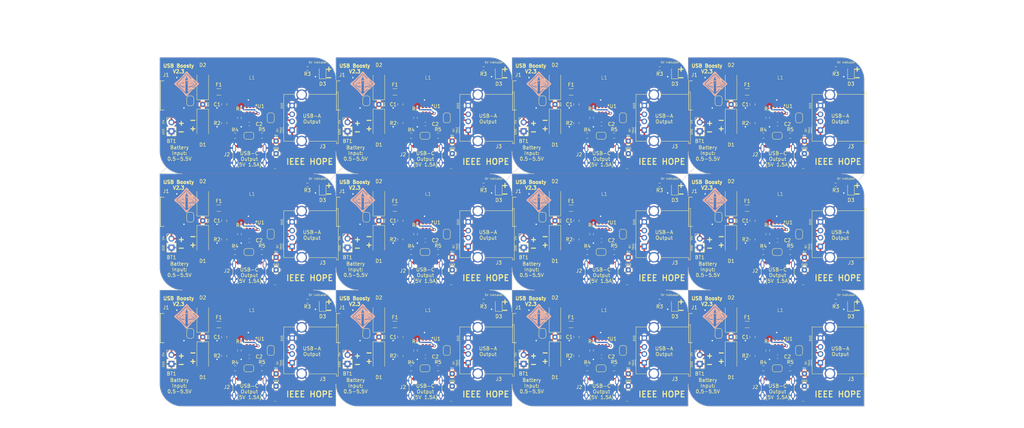
<source format=kicad_pcb>
(kicad_pcb (version 20240108) (generator "pcbnew") (generator_version "8.0")
  (layers (0 "F.Cu" signal) (31 "B.Cu" signal) (34 "B.Paste" user) (35 "F.Paste" user) (36 "B.SilkS" user "B.Silkscreen") (37 "F.SilkS" user "F.Silkscreen") (38 "B.Mask" user) (39 "F.Mask" user) (44 "Edge.Cuts" user))
  (net 0 "")
  (net 1 "Board_0-+5V")
  (net 2 "Board_0-/V_BAT")
  (net 3 "Board_0-GND")
  (net 4 "Board_0-Net-(BT1-+)")
  (net 5 "Board_0-Net-(D2-A)")
  (net 6 "Board_0-Net-(D3-A)")
  (net 7 "Board_0-Net-(J1-D+)")
  (net 8 "Board_0-Net-(J1-D-)")
  (net 9 "Board_0-Net-(J2-CC1)")
  (net 10 "Board_0-Net-(J2-CC2)")
  (net 11 "Board_0-Net-(J3-D+)")
  (net 12 "Board_0-Net-(J3-D-)")
  (net 13 "Board_0-Net-(JP3-A)")
  (net 14 "Board_0-Net-(JP3-B)")
  (net 15 "Board_0-Net-(U1-EN)")
  (net 16 "Board_0-Net-(U1-SW)")
  (net 17 "Board_0-Net-(U1-V_{FB})")
  (net 18 "Board_0-unconnected-(J1-ID-Pad4)")
  (net 19 "Board_0-unconnected-(J2-SBU1-PadA8)")
  (net 20 "Board_0-unconnected-(J2-SBU2-PadB8)")
  (net 21 "Board_1-+5V")
  (net 22 "Board_1-/V_BAT")
  (net 23 "Board_1-GND")
  (net 24 "Board_1-Net-(BT1-+)")
  (net 25 "Board_1-Net-(D2-A)")
  (net 26 "Board_1-Net-(D3-A)")
  (net 27 "Board_1-Net-(J1-D+)")
  (net 28 "Board_1-Net-(J1-D-)")
  (net 29 "Board_1-Net-(J2-CC1)")
  (net 30 "Board_1-Net-(J2-CC2)")
  (net 31 "Board_1-Net-(J3-D+)")
  (net 32 "Board_1-Net-(J3-D-)")
  (net 33 "Board_1-Net-(JP3-A)")
  (net 34 "Board_1-Net-(JP3-B)")
  (net 35 "Board_1-Net-(U1-EN)")
  (net 36 "Board_1-Net-(U1-SW)")
  (net 37 "Board_1-Net-(U1-V_{FB})")
  (net 38 "Board_1-unconnected-(J1-ID-Pad4)")
  (net 39 "Board_1-unconnected-(J2-SBU1-PadA8)")
  (net 40 "Board_1-unconnected-(J2-SBU2-PadB8)")
  (net 41 "Board_2-+5V")
  (net 42 "Board_2-/V_BAT")
  (net 43 "Board_2-GND")
  (net 44 "Board_2-Net-(BT1-+)")
  (net 45 "Board_2-Net-(D2-A)")
  (net 46 "Board_2-Net-(D3-A)")
  (net 47 "Board_2-Net-(J1-D+)")
  (net 48 "Board_2-Net-(J1-D-)")
  (net 49 "Board_2-Net-(J2-CC1)")
  (net 50 "Board_2-Net-(J2-CC2)")
  (net 51 "Board_2-Net-(J3-D+)")
  (net 52 "Board_2-Net-(J3-D-)")
  (net 53 "Board_2-Net-(JP3-A)")
  (net 54 "Board_2-Net-(JP3-B)")
  (net 55 "Board_2-Net-(U1-EN)")
  (net 56 "Board_2-Net-(U1-SW)")
  (net 57 "Board_2-Net-(U1-V_{FB})")
  (net 58 "Board_2-unconnected-(J1-ID-Pad4)")
  (net 59 "Board_2-unconnected-(J2-SBU1-PadA8)")
  (net 60 "Board_2-unconnected-(J2-SBU2-PadB8)")
  (net 61 "Board_3-+5V")
  (net 62 "Board_3-/V_BAT")
  (net 63 "Board_3-GND")
  (net 64 "Board_3-Net-(BT1-+)")
  (net 65 "Board_3-Net-(D2-A)")
  (net 66 "Board_3-Net-(D3-A)")
  (net 67 "Board_3-Net-(J1-D+)")
  (net 68 "Board_3-Net-(J1-D-)")
  (net 69 "Board_3-Net-(J2-CC1)")
  (net 70 "Board_3-Net-(J2-CC2)")
  (net 71 "Board_3-Net-(J3-D+)")
  (net 72 "Board_3-Net-(J3-D-)")
  (net 73 "Board_3-Net-(JP3-A)")
  (net 74 "Board_3-Net-(JP3-B)")
  (net 75 "Board_3-Net-(U1-EN)")
  (net 76 "Board_3-Net-(U1-SW)")
  (net 77 "Board_3-Net-(U1-V_{FB})")
  (net 78 "Board_3-unconnected-(J1-ID-Pad4)")
  (net 79 "Board_3-unconnected-(J2-SBU1-PadA8)")
  (net 80 "Board_3-unconnected-(J2-SBU2-PadB8)")
  (net 81 "Board_4-+5V")
  (net 82 "Board_4-/V_BAT")
  (net 83 "Board_4-GND")
  (net 84 "Board_4-Net-(BT1-+)")
  (net 85 "Board_4-Net-(D2-A)")
  (net 86 "Board_4-Net-(D3-A)")
  (net 87 "Board_4-Net-(J1-D+)")
  (net 88 "Board_4-Net-(J1-D-)")
  (net 89 "Board_4-Net-(J2-CC1)")
  (net 90 "Board_4-Net-(J2-CC2)")
  (net 91 "Board_4-Net-(J3-D+)")
  (net 92 "Board_4-Net-(J3-D-)")
  (net 93 "Board_4-Net-(JP3-A)")
  (net 94 "Board_4-Net-(JP3-B)")
  (net 95 "Board_4-Net-(U1-EN)")
  (net 96 "Board_4-Net-(U1-SW)")
  (net 97 "Board_4-Net-(U1-V_{FB})")
  (net 98 "Board_4-unconnected-(J1-ID-Pad4)")
  (net 99 "Board_4-unconnected-(J2-SBU1-PadA8)")
  (net 100 "Board_4-unconnected-(J2-SBU2-PadB8)")
  (net 101 "Board_5-+5V")
  (net 102 "Board_5-/V_BAT")
  (net 103 "Board_5-GND")
  (net 104 "Board_5-Net-(BT1-+)")
  (net 105 "Board_5-Net-(D2-A)")
  (net 106 "Board_5-Net-(D3-A)")
  (net 107 "Board_5-Net-(J1-D+)")
  (net 108 "Board_5-Net-(J1-D-)")
  (net 109 "Board_5-Net-(J2-CC1)")
  (net 110 "Board_5-Net-(J2-CC2)")
  (net 111 "Board_5-Net-(J3-D+)")
  (net 112 "Board_5-Net-(J3-D-)")
  (net 113 "Board_5-Net-(JP3-A)")
  (net 114 "Board_5-Net-(JP3-B)")
  (net 115 "Board_5-Net-(U1-EN)")
  (net 116 "Board_5-Net-(U1-SW)")
  (net 117 "Board_5-Net-(U1-V_{FB})")
  (net 118 "Board_5-unconnected-(J1-ID-Pad4)")
  (net 119 "Board_5-unconnected-(J2-SBU1-PadA8)")
  (net 120 "Board_5-unconnected-(J2-SBU2-PadB8)")
  (net 121 "Board_6-+5V")
  (net 122 "Board_6-/V_BAT")
  (net 123 "Board_6-GND")
  (net 124 "Board_6-Net-(BT1-+)")
  (net 125 "Board_6-Net-(D2-A)")
  (net 126 "Board_6-Net-(D3-A)")
  (net 127 "Board_6-Net-(J1-D+)")
  (net 128 "Board_6-Net-(J1-D-)")
  (net 129 "Board_6-Net-(J2-CC1)")
  (net 130 "Board_6-Net-(J2-CC2)")
  (net 131 "Board_6-Net-(J3-D+)")
  (net 132 "Board_6-Net-(J3-D-)")
  (net 133 "Board_6-Net-(JP3-A)")
  (net 134 "Board_6-Net-(JP3-B)")
  (net 135 "Board_6-Net-(U1-EN)")
  (net 136 "Board_6-Net-(U1-SW)")
  (net 137 "Board_6-Net-(U1-V_{FB})")
  (net 138 "Board_6-unconnected-(J1-ID-Pad4)")
  (net 139 "Board_6-unconnected-(J2-SBU1-PadA8)")
  (net 140 "Board_6-unconnected-(J2-SBU2-PadB8)")
  (net 141 "Board_7-+5V")
  (net 142 "Board_7-/V_BAT")
  (net 143 "Board_7-GND")
  (net 144 "Board_7-Net-(BT1-+)")
  (net 145 "Board_7-Net-(D2-A)")
  (net 146 "Board_7-Net-(D3-A)")
  (net 147 "Board_7-Net-(J1-D+)")
  (net 148 "Board_7-Net-(J1-D-)")
  (net 149 "Board_7-Net-(J2-CC1)")
  (net 150 "Board_7-Net-(J2-CC2)")
  (net 151 "Board_7-Net-(J3-D+)")
  (net 152 "Board_7-Net-(J3-D-)")
  (net 153 "Board_7-Net-(JP3-A)")
  (net 154 "Board_7-Net-(JP3-B)")
  (net 155 "Board_7-Net-(U1-EN)")
  (net 156 "Board_7-Net-(U1-SW)")
  (net 157 "Board_7-Net-(U1-V_{FB})")
  (net 158 "Board_7-unconnected-(J1-ID-Pad4)")
  (net 159 "Board_7-unconnected-(J2-SBU1-PadA8)")
  (net 160 "Board_7-unconnected-(J2-SBU2-PadB8)")
  (net 161 "Board_8-+5V")
  (net 162 "Board_8-/V_BAT")
  (net 163 "Board_8-GND")
  (net 164 "Board_8-Net-(BT1-+)")
  (net 165 "Board_8-Net-(D2-A)")
  (net 166 "Board_8-Net-(D3-A)")
  (net 167 "Board_8-Net-(J1-D+)")
  (net 168 "Board_8-Net-(J1-D-)")
  (net 169 "Board_8-Net-(J2-CC1)")
  (net 170 "Board_8-Net-(J2-CC2)")
  (net 171 "Board_8-Net-(J3-D+)")
  (net 172 "Board_8-Net-(J3-D-)")
  (net 173 "Board_8-Net-(JP3-A)")
  (net 174 "Board_8-Net-(JP3-B)")
  (net 175 "Board_8-Net-(U1-EN)")
  (net 176 "Board_8-Net-(U1-SW)")
  (net 177 "Board_8-Net-(U1-V_{FB})")
  (net 178 "Board_8-unconnected-(J1-ID-Pad4)")
  (net 179 "Board_8-unconnected-(J2-SBU1-PadA8)")
  (net 180 "Board_8-unconnected-(J2-SBU2-PadB8)")
  (net 181 "Board_9-+5V")
  (net 182 "Board_9-/V_BAT")
  (net 183 "Board_9-GND")
  (net 184 "Board_9-Net-(BT1-+)")
  (net 185 "Board_9-Net-(D2-A)")
  (net 186 "Board_9-Net-(D3-A)")
  (net 187 "Board_9-Net-(J1-D+)")
  (net 188 "Board_9-Net-(J1-D-)")
  (net 189 "Board_9-Net-(J2-CC1)")
  (net 190 "Board_9-Net-(J2-CC2)")
  (net 191 "Board_9-Net-(J3-D+)")
  (net 192 "Board_9-Net-(J3-D-)")
  (net 193 "Board_9-Net-(JP3-A)")
  (net 194 "Board_9-Net-(JP3-B)")
  (net 195 "Board_9-Net-(U1-EN)")
  (net 196 "Board_9-Net-(U1-SW)")
  (net 197 "Board_9-Net-(U1-V_{FB})")
  (net 198 "Board_9-unconnected-(J1-ID-Pad4)")
  (net 199 "Board_9-unconnected-(J2-SBU1-PadA8)")
  (net 200 "Board_9-unconnected-(J2-SBU2-PadB8)")
  (net 201 "Board_10-+5V")
  (net 202 "Board_10-/V_BAT")
  (net 203 "Board_10-GND")
  (net 204 "Board_10-Net-(BT1-+)")
  (net 205 "Board_10-Net-(D2-A)")
  (net 206 "Board_10-Net-(D3-A)")
  (net 207 "Board_10-Net-(J1-D+)")
  (net 208 "Board_10-Net-(J1-D-)")
  (net 209 "Board_10-Net-(J2-CC1)")
  (net 210 "Board_10-Net-(J2-CC2)")
  (net 211 "Board_10-Net-(J3-D+)")
  (net 212 "Board_10-Net-(J3-D-)")
  (net 213 "Board_10-Net-(JP3-A)")
  (net 214 "Board_10-Net-(JP3-B)")
  (net 215 "Board_10-Net-(U1-EN)")
  (net 216 "Board_10-Net-(U1-SW)")
  (net 217 "Board_10-Net-(U1-V_{FB})")
  (net 218 "Board_10-unconnected-(J1-ID-Pad4)")
  (net 219 "Board_10-unconnected-(J2-SBU1-PadA8)")
  (net 220 "Board_10-unconnected-(J2-SBU2-PadB8)")
  (net 221 "Board_11-+5V")
  (net 222 "Board_11-/V_BAT")
  (net 223 "Board_11-GND")
  (net 224 "Board_11-Net-(BT1-+)")
  (net 225 "Board_11-Net-(D2-A)")
  (net 226 "Board_11-Net-(D3-A)")
  (net 227 "Board_11-Net-(J1-D+)")
  (net 228 "Board_11-Net-(J1-D-)")
  (net 229 "Board_11-Net-(J2-CC1)")
  (net 230 "Board_11-Net-(J2-CC2)")
  (net 231 "Board_11-Net-(J3-D+)")
  (net 232 "Board_11-Net-(J3-D-)")
  (net 233 "Board_11-Net-(JP3-A)")
  (net 234 "Board_11-Net-(JP3-B)")
  (net 235 "Board_11-Net-(U1-EN)")
  (net 236 "Board_11-Net-(U1-SW)")
  (net 237 "Board_11-Net-(U1-V_{FB})")
  (net 238 "Board_11-unconnected-(J1-ID-Pad4)")
  (net 239 "Board_11-unconnected-(J2-SBU1-PadA8)")
  (net 240 "Board_11-unconnected-(J2-SBU2-PadB8)")
  (footprint "Diode_SMD:D_SMA_Handsoldering" (layer "F.Cu") (at 60.692 93.533 90)
    (property "Reference" "D2")
    (property "Value" "D_Schottky")
  )
  (footprint "Connector_PinHeader_2.54mm:PinHeader_1x02_P2.54mm_Vertical" (layer "F.Cu") (at 201.802 104.45)
    (property "Reference" "BT1" (hide yes))
    (property "Value" "Battery_Cell")
  )
  (footprint "Resistor_SMD:R_0805_2012Metric_Pad1.20x1.40mm_HandSolder" (layer "F.Cu") (at 227.486 42.225 180)
    (property "Reference" "R5")
    (property "Value" "10k")
  )
  (footprint "microusb:CONN_10118192-0002LF_AMP" (layer "F.Cu") (at 201.4176 96.84 -90)
    (property "Reference" "J1" (hide yes))
    (property "Value" "USB_B_Micro")
  )
  (footprint "Diode_SMD:D_SMA_Handsoldering" (layer "F.Cu") (at 160.692 93.533 90)
    (property "Reference" "D2")
    (property "Value" "D_Schottky")
  )
  (footprint "Connector_PinHeader_2.54mm:PinHeader_1x02_P2.54mm_Vertical" (layer "F.Cu") (at 151.802 38.41)
    (property "Reference" "BT1" (hide yes))
    (property "Value" "Battery_Cell")
  )
  (footprint "Diode_SMD:D_SMA_Handsoldering" (layer "F.Cu") (at 110.692 60.513 90)
    (property "Reference" "D2")
    (property "Value" "D_Schottky")
  )
  (footprint "microusb:TMPA 1005SV-4R7MN-D" (layer "F.Cu") (at 174.662 92.263)
    (property "Reference" "L1")
    (property "Value" "4.7u")
  )
  (footprint "Jumper:SolderJumper-2_P1.3mm_Bridged_RoundedPad1.0x1.5mm" (layer "F.Cu") (at 107.136 98.359 -90)
    (property "Reference" "JP1" (hide yes))
    (property "Value" "SolderJumper_2_Bridged")
  )
  (footprint "Resistor_SMD:R_0805_2012Metric_Pad1.20x1.40mm_HandSolder" (layer "F.Cu") (at 177.486 75.245 180)
    (property "Reference" "R5")
    (property "Value" "10k")
  )
  (footprint "Jumper:SolderJumper-2_P1.3mm_Bridged_RoundedPad1.0x1.5mm" (layer "F.Cu") (at 123.788 108.265 180)
    (property "Reference" "JP3" (hide yes))
    (property "Value" "SolderJumper_2_Bridged")
  )
  (footprint "Connector_USB:USB_C_Receptacle_GCT_USB4105-xx-A_16P_TopMnt_Horizontal" (layer "F.Cu") (at 73.93 48.829)
    (property "Reference" "J2" (hide yes))
    (property "Value" "USB_C_Receptacle_USB2.0_16P")
  )
  (footprint "Jumper:SolderJumper-2_P1.3mm_Bridged_RoundedPad1.0x1.5mm" (layer "F.Cu") (at 173.788 75.245 180)
    (property "Reference" "JP3" (hide yes))
    (property "Value" "SolderJumper_2_Bridged")
  )
  (footprint "Capacitor_SMD:C_0805_2012Metric_Pad1.18x1.45mm_HandSolder" (layer "F.Cu") (at 116.788 66.355 -90)
    (property "Reference" "C1")
    (property "Value" "4.7u")
  )
  (footprint "Jumper:SolderJumper-2_P1.3mm_Bridged_RoundedPad1.0x1.5mm" (layer "F.Cu") (at 179.996 37.145 90)
    (property "Reference" "JP2" (hide yes))
    (property "Value" "SolderJumper_2_Bridged")
  )
  (footprint "Fuse:Fuse_1206_3216Metric_Pad1.42x1.75mm_HandSolder" (layer "F.Cu") (at 115.264 62.799 180)
    (property "Reference" "F1")
    (property "Value" "Polyfuse")
  )
  (footprint "Connector_USB:USB_A_Molex_67643_Horizontal" (layer "F.Cu") (at 86.066 73.665 90)
    (property "Reference" "J3" (hide yes))
    (property "Value" "USB_A")
  )
  (footprint "Resistor_SMD:R_0805_2012Metric_Pad1.20x1.40mm_HandSolder" (layer "F.Cu") (at 116.788 38.669 -90)
    (property "Reference" "R2")
    (property "Value" "10k")
  )
  (footprint "Diode_SMD:D_SMA_Handsoldering" (layer "F.Cu") (at 60.692 60.513 90)
    (property "Reference" "D2")
    (property "Value" "D_Schottky")
  )
  (footprint "microusb:TMPA 1005SV-4R7MN-D" (layer "F.Cu") (at 124.662 59.243)
    (property "Reference" "L1")
    (property "Value" "4.7u")
  )
  (footprint "Jumper:SolderJumper-2_P1.3mm_Bridged_RoundedPad1.0x1.5mm" (layer "F.Cu") (at 57.136 32.319 -90)
    (property "Reference" "JP1" (hide yes))
    (property "Value" "SolderJumper_2_Bridged")
  )
  (footprint "Package_TO_SOT_SMD:SOT-23-6" (layer "F.Cu") (at 174.154 34.859 -90)
    (property "Reference" "U1")
    (property "Value" "TLV61070ADBV")
  )
  (footprint "Capacitor_SMD:C_0603_1608Metric_Pad1.08x0.95mm_HandSolder" (layer "F.Cu") (at 73.9 104.963 180)
    (property "Reference" "C2")
    (property "Value" "22uF")
  )
  (footprint "TestPoint:TestPoint_THTPad_D1.5mm_Drill0.7mm" (layer "F.Cu") (at 110.692 99.375)
    (property "Reference" "REF**" (hide yes))
    (property "Value" "TestPoint_THTPad_D1.5mm_Drill0.7mm")
  )
  (footprint "Jumper:SolderJumper-2_P1.3mm_Bridged_RoundedPad1.0x1.5mm" (layer "F.Cu") (at 123.788 42.225 180)
    (property "Reference" "JP3" (hide yes))
    (property "Value" "SolderJumper_2_Bridged")
  )
  (footprint "Connector_PinHeader_2.54mm:PinHeader_1x02_P2.54mm_Vertical" (layer "F.Cu") (at 101.802 71.43)
    (property "Reference" "BT1" (hide yes))
    (property "Value" "Battery_Cell")
  )
  (footprint "Connector_USB:USB_A_Molex_67643_Horizontal" (layer "F.Cu") (at 236.066 40.645 90)
    (property "Reference" "J3" (hide yes))
    (property "Value" "USB_A")
  )
  (footprint "Connector_PinHeader_2.54mm:PinHeader_1x02_P2.54mm_Vertical" (layer "F.Cu") (at 51.802 38.41)
    (property "Reference" "BT1" (hide yes))
    (property "Value" "Battery_Cell")
  )
  (footprint "Resistor_SMD:R_0805_2012Metric_Pad1.20x1.40mm_HandSolder" (layer "F.Cu") (at 127.486 42.225 180)
    (property "Reference" "R5")
    (property "Value" "10k")
  )
  (footprint "TestPoint:TestPoint_THTPad_D1.5mm_Drill0.7mm" (layer "F.Cu") (at 181.52 113.345)
    (property "Reference" "REF**" (hide yes))
    (property "Value" "TestPoint_THTPad_D1.5mm_Drill0.7mm")
  )
  (footprint "Resistor_SMD:R_0805_2012Metric_Pad1.20x1.40mm_HandSolder" (layer "F.Cu") (at 166.788 104.709 -90)
    (property "Reference" "R2")
    (property "Value" "10k")
  )
  (footprint "Package_TO_SOT_SMD:SOT-23-6" (layer "F.Cu") (at 224.154 100.899 -90)
    (property "Reference" "U1")
    (property "Value" "TLV61070ADBV")
  )
  (footprint "Package_TO_SOT_SMD:SOT-23-6" (layer "F.Cu") (at 74.154 100.899 -90)
    (property "Reference" "U1")
    (property "Value" "TLV61070ADBV")
  )
  (footprint "Diode_SMD:D_SMA_Handsoldering" (layer "F.Cu") (at 210.692 39.177 -90)
    (property "Reference" "D1")
    (property "Value" "D_Schottky")
  )
  (footprint "TestPoint:TestPoint_THTPad_D1.5mm_Drill0.7mm" (layer "F.Cu") (at 131.52 43.749)
    (property "Reference" "REF**" (hide yes))
    (property "Value" "TestPoint_THTPad_D1.5mm_Drill0.7mm")
  )
  (footprint "Resistor_SMD:R_0805_2012Metric_Pad1.20x1.40mm_HandSolder" (layer "F.Cu") (at 127.486 75.245 180)
    (property "Reference" "R5")
    (property "Value" "10k")
  )
  (footprint "LED_SMD:LED_0805_2012Metric_Pad1.15x1.40mm_HandSolder" (layer "F.Cu") (at 94.728 90.231 90)
    (property "Reference" "D3")
    (property "Value" "LED")
  )
  (footprint "microusb:TMPA 1005SV-4R7MN-D" (layer "F.Cu") (at 224.662 59.243)
    (property "Reference" "L1")
    (property "Value" "4.7u")
  )
  (footprint "Resistor_SMD:R_0603_1608Metric_Pad0.98x0.95mm_HandSolder" (layer "F.Cu") (at 90.41 89.215)
    (property "Reference" "R3")
    (property "Value" "220")
  )
  (footprint "microusb:CONN_10118192-0002LF_AMP" (layer "F.Cu") (at 51.4176 63.82 -90)
    (property "Reference" "J1" (hide yes))
    (property "Value" "USB_B_Micro")
  )
  (footprint "Jumper:SolderJumper-2_P1.3mm_Bridged_RoundedPad1.0x1.5mm" (layer "F.Cu") (at 207.136 65.339 -90)
    (property "Reference" "JP1" (hide yes))
    (property "Value" "SolderJumper_2_Bridged")
  )
  (footprint "Fuse:Fuse_1206_3216Metric_Pad1.42x1.75mm_HandSolder" (layer "F.Cu") (at 215.264 62.799 180)
    (property "Reference" "F1")
    (property "Value" "Polyfuse")
  )
  (footprint "Fuse:Fuse_1206_3216Metric_Pad1.42x1.75mm_HandSolder" (layer "F.Cu") (at 215.264 29.779 180)
    (property "Reference" "F1")
    (property "Value" "Polyfuse")
  )
  (footprint "microusb:TMPA 1005SV-4R7MN-D" (layer "F.Cu") (at 224.662 26.223)
    (property "Reference" "L1")
    (property "Value" "4.7u")
  )
  (footprint "Connector_PinHeader_2.54mm:PinHeader_1x02_P2.54mm_Vertical" (layer "F.Cu") (at 51.802 104.45)
    (property "Reference" "BT1" (hide yes))
    (property "Value" "Battery_Cell")
  )
  (footprint "Connector_USB:USB_C_Receptacle_GCT_USB4105-xx-A_16P_TopMnt_Horizontal" (layer "F.Cu") (at 123.93 48.829)
    (property "Reference" "J2" (hide yes))
    (property "Value" "USB_C_Receptacle_USB2.0_16P")
  )
  (footprint "Capacitor_SMD:C_0603_1608Metric_Pad1.08x0.95mm_HandSolder" (layer "F.Cu") (at 73.9 71.943 180)
    (property "Reference" "C2")
    (property "Value" "22uF")
  )
  (footprint "LED_SMD:LED_0805_2012Metric_Pad1.15x1.40mm_HandSolder" (layer "F.Cu") (at 244.728 24.191 90)
    (property "Reference" "D3")
    (property "Value" "LED")
  )
  (footprint "Resistor_SMD:R_0805_2012Metric_Pad1.20x1.40mm_HandSolder" (layer "F.Cu") (at 116.788 104.709 -90)
    (property "Reference" "R2")
    (property "Value" "10k")
  )
  (footprint "TestPoint:TestPoint_THTPad_D1.5mm_Drill0.7mm" (layer "F.Cu") (at 110.692 66.355)
    (property "Reference" "REF**" (hide yes))
    (property "Value" "TestPoint_THTPad_D1.5mm_Drill0.7mm")
  )
  (footprint "microusb:CONN_10118192-0002LF_AMP" (layer "F.Cu") (at 101.4176 30.8 -90)
    (property "Reference" "J1" (hide yes))
    (property "Value" "USB_B_Micro")
  )
  (footprint "Resistor_SMD:R_0805_2012Metric_Pad1.20x1.40mm_HandSolder" (layer "F.Cu") (at 227.486 108.265 180)
    (property "Reference" "R5")
    (property "Value" "10k")
  )
  (footprint "Resistor_SMD:R_0805_2012Metric_Pad1.20x1.40mm_HandSolder" (layer "F.Cu") (at 216.788 71.689 -90)
    (property "Reference" "R2")
    (property "Value" "10k")
  )
  (footprint "Diode_SMD:D_SMA_Handsoldering" (layer "F.Cu") (at 110.692 72.197 -90)
    (property "Reference" "D1")
    (property "Value" "D_Schottky")
  )
  (footprint "TestPoint:TestPoint_THTPad_D1.5mm_Drill0.7mm" (layer "F.Cu") (at 181.52 43.749)
    (property "Reference" "REF**" (hide yes))
    (property "Value" "TestPoint_THTPad_D1.5mm_Drill0.7mm")
  )
  (footprint "TestPoint:TestPoint_THTPad_D1.5mm_Drill0.7mm" (layer "F.Cu") (at 110.692 33.335)
    (property "Reference" "REF**" (hide yes))
    (property "Value" "TestPoint_THTPad_D1.5mm_Drill0.7mm")
  )
  (footprint "TestPoint:TestPoint_THTPad_D1.5mm_Drill0.7mm" (layer "F.Cu") (at 60.692 33.335)
    (property "Reference" "REF**" (hide yes))
    (property "Value" "TestPoint_THTPad_D1.5mm_Drill0.7mm")
  )
  (footprint "Connector_USB:USB_A_Molex_67643_Horizontal" (layer "F.Cu") (at 86.066 40.645 90)
    (property "Reference" "J3" (hide yes))
    (property "Value" "USB_A")
  )
  (footprint "Resistor_SMD:R_0603_1608Metric_Pad0.98x0.95mm_HandSolder" (layer "F.Cu") (at 190.41 56.195)
    (property "Reference" "R3")
    (property "Value" "220")
  )
  (footprint "microusb:TMPA 1005SV-4R7MN-D" (layer "F.Cu") (at 74.662 92.263)
    (property "Reference" "L1")
    (property "Value" "4.7u")
  )
  (footprint "microusb:CONN_10118192-0002LF_AMP" (layer "F.Cu") (at 151.4176 96.84 -90)
    (property "Reference" "J1" (hide yes))
    (property "Value" "USB_B_Micro")
  )
  (footprint "Package_TO_SOT_SMD:SOT-23-6" (layer "F.Cu") (at 224.154 67.879 -90)
    (property "Reference" "U1")
    (property "Value" "TLV61070ADBV")
  )
  (footprint "Connector_USB:USB_A_Molex_67643_Horizontal" (layer "F.Cu") (at 186.066 40.645 90)
    (property "Reference" "J3" (hide yes))
    (property "Value" "USB_A")
  )
  (footprint "Connector_USB:USB_A_Molex_67643_Horizontal" (layer "F.Cu") (at 136.066 106.685 90)
    (property "Reference" "J3" (hide yes))
    (property "Value" "USB_A")
  )
  (footprint "Capacitor_SMD:C_0805_2012Metric_Pad1.18x1.45mm_HandSolder" (layer "F.Cu") (at 216.788 99.375 -90)
    (property "Reference" "C1")
    (property "Value" "4.7u")
  )
  (footprint "Resistor_SMD:R_0805_2012Metric_Pad1.20x1.40mm_HandSolder" (layer "F.Cu") (at 119.866 42.225)
    (property "Reference" "R4")
    (property "Value" "10k")
  )
  (footprint "TestPoint:TestPoint_THTPad_D1.5mm_Drill0.7mm" (layer "F.Cu") (at 210.692 66.355)
    (property "Reference" "REF**" (hide yes))
    (property "Value" "TestPoint_THTPad_D1.5mm_Drill0.7mm")
  )
  (footprint "Connector_USB:USB_C_Receptacle_GCT_USB4105-xx-A_16P_TopMnt_Horizontal" (layer "F.Cu") (at 223.93 114.869)
    (property "Reference" "J2" (hide yes))
    (property "Value" "USB_C_Receptacle_USB2.0_16P")
  )
  (footprint "Jumper:SolderJumper-2_P1.3mm_Bridged_RoundedPad1.0x1.5mm" (layer "F.Cu") (at 223.788 75.245 180)
    (property "Reference" "JP3" (hide yes))
    (property "Value" "SolderJumper_2_Bridged")
  )
  (footprint "LED_SMD:LED_0805_2012Metric_Pad1.15x1.40mm_HandSolder" (layer "F.Cu") (at 94.728 24.191 90)
    (property "Reference" "D3")
    (property "Value" "LED")
  )
  (footprint "Resistor_SMD:R_0603_1608Metric_Pad0.98x0.95mm_HandSolder" (layer "F.Cu") (at 171.106 37.145 90)
    (property "Reference" "R1")
    (property "Value" "91k")
  )
  (footprint "Resistor_SMD:R_0603_1608Metric_Pad0.98x0.95mm_HandSolder" (layer "F.Cu") (at 121.106 37.145 90)
    (property "Reference" "R1")
    (property "Value" "91k")
  )
  (footprint "Diode_SMD:D_SMA_Handsoldering" (layer "F.Cu") (at 60.692 39.177 -90)
    (property "Reference" "D1")
    (property "Value" "D_Schottky")
  )
  (footprint "Jumper:SolderJumper-2_P1.3mm_Bridged_RoundedPad1.0x1.5mm" (layer "F.Cu") (at 223.788 108.265 180)
    (property "Reference" "JP3" (hide yes))
    (property "Value" "SolderJumper_2_Bridged")
  )
  (footprint "Diode_SMD:D_SMA_Handsoldering" (layer "F.Cu") (at 110.692 27.493 90)
    (property "Reference" "D2")
    (property "Value" "D_Schottky")
  )
  (footprint "microusb:TMPA 1005SV-4R7MN-D" (layer "F.Cu") (at 124.662 26.223)
    (property "Reference" "L1")
    (property "Value" "4.7u")
  )
  (footprint "Connector_USB:USB_A_Molex_67643_Horizontal" (layer "F.Cu") (at 86.066 106.685 90)
    (property "Reference" "J3" (hide yes))
    (property "Value" "USB_A")
  )
  (footprint "Jumper:SolderJumper-2_P1.3mm_Bridged_RoundedPad1.0x1.5mm" (layer "F.Cu") (at 223.788 42.225 180)
    (property "Reference" "JP3" (hide yes))
    (property "Value" "SolderJumper_2_Bridged")
  )
  (footprint "Resistor_SMD:R_0603_1608Metric_Pad0.98x0.95mm_HandSolder" (layer "F.Cu") (at 240.41 23.175)
    (property "Reference" "R3")
    (property "Value" "220")
  )
  (footprint "Diode_SMD:D_SMA_Handsoldering" (layer "F.Cu") (at 60.692 27.493 90)
    (property "Reference" "D2")
    (property "Value" "D_Schottky")
  )
  (footprint "Connector_PinHeader_2.54mm:PinHeader_1x02_P2.54mm_Vertical" (layer "F.Cu") (at 151.802 104.45)
    (property "Reference" "BT1" (hide yes))
    (property "Value" "Battery_Cell")
  )
  (footprint "Resistor_SMD:R_0603_1608Metric_Pad0.98x0.95mm_HandSolder" (layer "F.Cu") (at 71.106 37.145 90)
    (property "Reference" "R1")
    (property "Value" "91k")
  )
  (footprint "Resistor_SMD:R_0603_1608Metric_Pad0.98x0.95mm_HandSolder" (layer "F.Cu") (at 90.41 56.195)
    (property "Reference" "R3")
    (property "Value" "220")
  )
  (footprint "Jumper:SolderJumper-2_P1.3mm_Bridged_RoundedPad1.0x1.5mm" (layer "F.Cu") (at 73.788 108.265 180)
    (property "Reference" "JP3" (hide yes))
    (property "Value" "SolderJumper_2_Bridged")
  )
  (footprint "TestPoint:TestPoint_THTPad_D1.5mm_Drill0.7mm" (layer "F.Cu") (at 181.52 76.769)
    (property "Reference" "REF**" (hide yes))
    (property "Value" "TestPoint_THTPad_D1.5mm_Drill0.7mm")
  )
  (footprint "Capacitor_SMD:C_0603_1608Metric_Pad1.08x0.95mm_HandSolder" (layer "F.Cu") (at 173.9 38.923 180)
    (property "Reference" "C2")
    (property "Value" "22uF")
  )
  (footprint "Jumper:SolderJumper-2_P1.3mm_Bridged_RoundedPad1.0x1.5mm" (layer "F.Cu") (at 229.996 37.145 90)
    (property "Reference" "JP2" (hide yes))
    (property "Value" "SolderJumper_2_Bridged")
  )
  (footprint "Resistor_SMD:R_0805_2012Metric_Pad1.20x1.40mm_HandSolder" (layer "F.Cu") (at 169.866 42.225)
    (property "Reference" "R4")
    (property "Value" "10k")
  )
  (footprint "Jumper:SolderJumper-2_P1.3mm_Bridged_RoundedPad1.0x1.5mm" (layer "F.Cu") (at 229.996 103.185 90)
    (property "Reference" "JP2" (hide yes))
    (property "Value" "SolderJumper_2_Bridged")
  )
  (footprint "Jumper:SolderJumper-2_P1.3mm_Bridged_RoundedPad1.0x1.5mm" (layer "F.Cu") (at 79.996 103.185 90)
    (property "Reference" "JP2" (hide yes))
    (property "Value" "SolderJumper_2_Bridged")
  )
  (footprint "Jumper:SolderJumper-2_P1.3mm_Bridged_RoundedPad1.0x1.5mm" (layer "F.Cu") (at 157.136 32.319 -90)
    (property "Reference" "JP1" (hide yes))
    (property "Value" "SolderJumper_2_Bridged")
  )
  (footprint "LED_SMD:LED_0805_2012Metric_Pad1.15x1.40mm_HandSolder" (layer "F.Cu") (at 94.728 57.211 90)
    (property "Reference" "D3")
    (property "Value" "LED")
  )
  (footprint "Resistor_SMD:R_0805_2012Metric_Pad1.20x1.40mm_HandSolder" (layer "F.Cu") (at 127.486 108.265 180)
    (property "Reference" "R5")
    (property "Value" "10k")
  )
  (footprint "Connector_USB:USB_C_Receptacle_GCT_USB4105-xx-A_16P_TopMnt_Horizontal" (layer "F.Cu") (at 173.93 81.849)
    (property "Reference" "J2" (hide yes))
    (property "Value" "USB_C_Receptacle_USB2.0_16P")
  )
  (footprint "microusb:CONN_10118192-0002LF_AMP" (layer "F.Cu") (at 151.4176 30.8 -90)
    (property "Reference" "J1" (hide yes))
    (property "Value" "USB_B_Micro")
  )
  (footprint "Jumper:SolderJumper-2_P1.3mm_Bridged_RoundedPad1.0x1.5mm" (layer "F.Cu") (at 73.788 75.245 180)
    (property "Reference" "JP3" (hide yes))
    (property "Value" "SolderJumper_2_Bridged")
  )
  (footprint "Diode_SMD:D_SMA_Handsoldering" (layer "F.Cu") (at 60.692 105.217 -90)
    (property "Reference" "D1")
    (property "Value" "D_Schottky")
  )
  (footprint "Package_TO_SOT_SMD:SOT-23-6" (layer "F.Cu") (at 174.154 100.899 -90)
    (property "Reference" "U1")
    (property "Value" "TLV61070ADBV")
  )
  (footprint "TestPoint:TestPoint_THTPad_D1.5mm_Drill0.7mm" (layer "F.Cu") (at 81.52 43.749)
    (property "Reference" "REF**" (hide yes))
    (property "Value" "TestPoint_THTPad_D1.5mm_Drill0.7mm")
  )
  (footprint "TestPoint:TestPoint_THTPad_D1.5mm_Drill0.7mm" (layer "F.Cu") (at 231.52 43.749)
    (property "Reference" "REF**" (hide yes))
    (property "Value" "TestPoint_THTPad_D1.5mm_Drill0.7mm")
  )
  (footprint "Diode_SMD:D_SMA_Handsoldering" (layer "F.Cu") (at 110.692 39.177 -90)
    (property "Reference" "D1")
    (property "Value" "D_Schottky")
  )
  (footprint "Fuse:Fuse_1206_3216Metric_Pad1.42x1.75mm_HandSolder" (layer "F.Cu") (at 115.264 29.779 180)
    (property "Reference" "F1")
    (property "Value" "Polyfuse")
  )
  (footprint "microusb:TMPA 1005SV-4R7MN-D" (layer "F.Cu") (at 74.662 26.223)
    (property "Reference" "L1")
    (property "Value" "4.7u")
  )
  (footprint "Jumper:SolderJumper-2_P1.3mm_Bridged_RoundedPad1.0x1.5mm" (layer "F.Cu") (at 129.996 103.185 90)
    (property "Reference" "JP2" (hide yes))
    (property "Value" "SolderJumper_2_Bridged")
  )
  (footprint "Package_TO_SOT_SMD:SOT-23-6" (layer "F.Cu") (at 124.154 67.879 -90)
    (property "Reference" "U1")
    (property "Value" "TLV61070ADBV")
  )
  (footprint "Resistor_SMD:R_0603_1608Metric_Pad0.98x0.95mm_HandSolder" (layer "F.Cu") (at 90.41 23.175)
    (property "Reference" "R3")
    (property "Value" "220")
  )
  (footprint "Capacitor_SMD:C_0603_1608Metric_Pad1.08x0.95mm_HandSolder" (layer "F.Cu") (at 173.9 71.943 180)
    (property "Reference" "C2")
    (property "Value" "22uF")
  )
  (footprint "Jumper:SolderJumper-2_P1.3mm_Bridged_RoundedPad1.0x1.5mm" (layer "F.Cu") (at 129.996 37.145 90)
    (property "Reference" "JP2" (hide yes))
    (property "Value" "SolderJumper_2_Bridged")
  )
  (footprint "microusb:TMPA 1005SV-4R7MN-D" (layer "F.Cu") (at 224.662 92.263)
    (property "Reference" "L1")
    (property "Value" "4.7u")
  )
  (footprint "TestPoint:TestPoint_THTPad_D1.5mm_Drill0.7mm" (layer "F.Cu") (at 81.52 80.325)
    (property "Reference" "REF**" (hide yes))
    (property "Value" "TestPoint_THTPad_D1.5mm_Drill0.7mm")
  )
  (footprint "TestPoint:TestPoint_THTPad_D1.5mm_Drill0.7mm" (layer "F.Cu") (at 81.52 113.345)
    (property "Reference" "REF**" (hide yes))
    (property "Value" "TestPoint_THTPad_D1.5mm_Drill0.7mm")
  )
  (footprint "Connector_USB:USB_C_Receptacle_GCT_USB4105-xx-A_16P_TopMnt_Horizontal" (layer "F.Cu") (at 223.93 81.849)
    (property "Reference" "J2" (hide yes))
    (property "Value" "USB_C_Receptacle_USB2.0_16P")
  )
  (footprint "Resistor_SMD:R_0805_2012Metric_Pad1.20x1.40mm_HandSolder" (layer "F.Cu") (at 216.788 38.669 -90)
    (property "Reference" "R2")
    (property "Value" "10k")
  )
  (footprint "Diode_SMD:D_SMA_Handsoldering" (layer "F.Cu") (at 210.692 60.513 90)
    (property "Reference" "D2")
    (property "Value" "D_Schottky")
  )
  (footprint "microusb:CONN_10118192-0002LF_AMP" (layer "F.Cu") (at 201.4176 30.8 -90)
    (property "Reference" "J1" (hide yes))
    (property "Value" "USB_B_Micro")
  )
  (footprint "Fuse:Fuse_1206_3216Metric_Pad1.42x1.75mm_HandSolder" (layer "F.Cu") (at 115.264 95.819 180)
    (property "Reference" "F1")
    (property "Value" "Polyfuse")
  )
  (footprint "Resistor_SMD:R_0603_1608Metric_Pad0.98x0.95mm_HandSolder" (layer "F.Cu") (at 140.41 23.175)
    (property "Reference" "R3")
    (property "Value" "220")
  )
  (footprint "Resistor_SMD:R_0603_1608Metric_Pad0.98x0.95mm_HandSolder" (layer "F.Cu") (at 171.106 70.165 90)
    (property "Reference" "R1")
    (property "Value" "91k")
  )
  (footprint "Connector_USB:USB_A_Molex_67643_Horizontal" (layer "F.Cu") (at 236.066 73.665 90)
    (property "Reference" "J3" (hide yes))
    (property "Value" "USB_A")
  )
  (footprint "Jumper:SolderJumper-2_P1.3mm_Bridged_RoundedPad1.0x1.5mm" (layer "F.Cu") (at 157.136 65.339 -90)
    (property "Reference" "JP1" (hide yes))
    (property "Value" "SolderJumper_2_Bridged")
  )
  (footprint "Resistor_SMD:R_0805_2012Metric_Pad1.20x1.40mm_HandSolder" (layer "F.Cu") (at 166.788 71.689 -90)
    (property "Reference" "R2")
    (property "Value" "10k")
  )
  (footprint "Connector_PinHeader_2.54mm:PinHeader_1x02_P2.54mm_Vertical" (layer "F.Cu") (at 101.802 38.41)
    (property "Reference" "BT1" (hide yes))
    (property "Value" "Battery_Cell")
  )
  (footprint "TestPoint:TestPoint_THTPad_D1.5mm_Drill0.7mm" (layer "F.Cu") (at 210.692 33.335)
    (property "Reference" "REF**" (hide yes))
    (property "Value" "TestPoint_THTPad_D1.5mm_Drill0.7mm")
  )
  (footprint "Package_TO_SOT_SMD:SOT-23-6" (layer "F.Cu") (at 174.154 67.879 -90)
    (property "Reference" "U1")
    (property "Value" "TLV61070ADBV")
  )
  (footprint "TestPoint:TestPoint_THTPad_D1.5mm_Drill0.7mm" (layer "F.Cu") (at 181.52 47.305)
    (property "Reference" "REF**" (hide yes))
    (property "Value" "TestPoint_THTPad_D1.5mm_Drill0.7mm")
  )
  (footprint "Resistor_SMD:R_0805_2012Metric_Pad1.20x1.40mm_HandSolder" (layer "F.Cu") (at 69.866 75.245)
    (property "Reference" "R4")
    (property "Value" "10k")
  )
  (footprint "Resistor_SMD:R_0603_1608Metric_Pad0.98x0.95mm_HandSolder" (layer "F.Cu") (at 190.41 89.215)
    (property "Reference" "R3")
    (property "Value" "220")
  )
  (footprint "Jumper:SolderJumper-2_P1.3mm_Bridged_RoundedPad1.0x1.5mm" (layer "F.Cu") (at 73.788 42.225 180)
    (property "Reference" "JP3" (hide yes))
    (property "Value" "SolderJumper_2_Bridged")
  )
  (footprint "Diode_SMD:D_SMA_Handsoldering" (layer "F.Cu") (at 210.692 105.217 -90)
    (property "Reference" "D1")
    (property "Value" "D_Schottky")
  )
  (footprint "LED_SMD:LED_0805_2012Metric_Pad1.15x1.40mm_HandSolder" (layer "F.Cu") (at 194.728 90.231 90)
    (property "Reference" "D3")
    (property "Value" "LED")
  )
  (footprint "Resistor_SMD:R_0603_1608Metric_Pad0.98x0.95mm_HandSolder" (layer "F.Cu") (at 140.41 89.215)
    (property "Reference" "R3")
    (property "Value" "220")
  )
  (footprint "Capacitor_SMD:C_0603_1608Metric_Pad1.08x0.95mm_HandSolder" (layer "F.Cu") (at 123.9 38.923 180)
    (property "Reference" "C2")
    (property "Value" "22uF")
  )
  (footprint "microusb:CONN_10118192-0002LF_AMP" (layer "F.Cu") (at 201.4176 63.82 -90)
    (property "Reference" "J1" (hide yes))
    (property "Value" "USB_B_Micro")
  )
  (footprint "Jumper:SolderJumper-2_P1.3mm_Bridged_RoundedPad1.0x1.5mm" (layer "F.Cu") (at 207.136 32.319 -90)
    (property "Reference" "JP1" (hide yes))
    (property "Value" "SolderJumper_2_Bridged")
  )
  (footprint "Capacitor_SMD:C_0805_2012Metric_Pad1.18x1.45mm_HandSolder" (layer "F.Cu") (at 166.788 66.355 -90)
    (property "Reference" "C1")
    (property "Value" "4.7u")
  )
  (footprint "Resistor_SMD:R_0805_2012Metric_Pad1.20x1.40mm_HandSolder" (layer "F.Cu") (at 227.486 75.245 180)
    (property "Reference" "R5")
    (property "Value" "10k")
  )
  (footprint "Resistor_SMD:R_0603_1608Metric_Pad0.98x0.95mm_HandSolder" (layer "F.Cu") (at 71.106 103.185 90)
    (property "Reference" "R1")
    (property "Value" "91k")
  )
  (footprint "Resistor_SMD:R_0805_2012Metric_Pad1.20x1.40mm_HandSolder" (layer "F.Cu") (at 166.788 38.669 -90)
    (property "Reference" "R2")
    (property "Value" "10k")
  )
  (footprint "microusb:TMPA 1005SV-4R7MN-D" (layer "F.Cu") (at 124.662 92.263)
    (property "Reference" "L1")
    (property "Value" "4.7u")
  )
  (footprint "microusb:CONN_10118192-0002LF_AMP" (layer "F.Cu") (at 101.4176 63.82 -90)
    (property "Reference" "J1" (hide yes))
    (property "Value" "USB_B_Micro")
  )
  (footprint "Resistor_SMD:R_0805_2012Metric_Pad1.20x1.40mm_HandSolder" (layer "F.Cu") (at 77.486 75.245 180)
    (property "Reference" "R5")
    (property "Value" "10k")
  )
  (footprint "Jumper:SolderJumper-2_P1.3mm_Bridged_RoundedPad1.0x1.5mm" (layer "F.Cu") (at 173.788 42.225 180)
    (property "Reference" "JP3" (hide yes))
    (property "Value" "SolderJumper_2_Bridged")
  )
  (footprint "Connector_USB:USB_C_Receptacle_GCT_USB4105-xx-A_16P_TopMnt_Horizontal" (layer "F.Cu") (at 123.93 81.849)
    (property "Reference" "J2" (hide yes))
    (property "Value" "USB_C_Receptacle_USB2.0_16P")
  )
  (footprint "Resistor_SMD:R_0603_1608Metric_Pad0.98x0.95mm_HandSolder" (layer "F.Cu") (at 221.106 37.145 90)
    (property "Reference" "R1")
    (property "Value" "91k")
  )
  (footprint "TestPoint:TestPoint_THTPad_D1.5mm_Drill0.7mm" (layer "F.Cu") (at 231.52 80.325)
    (property "Reference" "REF**" (hide yes))
    (property "Value" "TestPoint_THTPad_D1.5mm_Drill0.7mm")
  )
  (footprint "Capacitor_SMD:C_0603_1608Metric_Pad1.08x0.95mm_HandSolder" (layer "F.Cu") (at 173.9 104.963 180)
    (property "Reference" "C2")
    (property "Value" "22uF")
  )
  (footprint "TestPoint:TestPoint_THTPad_D1.5mm_Drill0.7mm" (layer "F.Cu") (at 231.52 109.789)
    (property "Reference" "REF**" (hide yes))
    (property "Value" "TestPoint_THTPad_D1.5mm_Drill0.7mm")
  )
  (footprint "Connector_PinHeader_2.54mm:PinHeader_1x02_P2.54mm_Vertical" (layer "F.Cu") (at 201.802 71.43)
    (property "Reference" "BT1" (hide yes))
    (property "Value" "Battery_Cell")
  )
  (footprint "Resistor_SMD:R_0603_1608Metric_Pad0.98x0.95mm_HandSolder" (layer "F.Cu") (at 240.41 56.195)
    (property "Reference" "R3")
    (property "Value" "220")
  )
  (footprint "Capacitor_SMD:C_0603_1608Metric_Pad1.08x0.95mm_HandSolder" (layer "F.Cu") (at 73.9 38.923 180)
    (property "Reference" "C2")
    (property "Value" "22uF")
  )
  (footprint "microusb:TMPA 1005SV-4R7MN-D" (layer "F.Cu") (at 74.662 59.243)
    (property "Reference" "L1")
    (property "Value" "4.7u")
  )
  (footprint "Package_TO_SOT_SMD:SOT-23-6" (layer "F.Cu") (at 74.154 67.879 -90)
    (property "Reference" "U1")
    (property "Value" "TLV61070ADBV")
  )
  (footprint "microusb:CONN_10118192-0002LF_AMP" (layer "F.Cu") (at 51.4176 96.84 -90)
    (property "Reference" "J1" (hide yes))
    (property "Value" "USB_B_Micro")
  )
  (footprint "Package_TO_SOT_SMD:SOT-23-6" (layer "F.Cu") (at 124.154 100.899 -90)
    (property "Reference" "U1")
    (property "Value" "TLV61070ADBV")
  )
  (footprint "TestPoint:TestPoint_THTPad_D1.5mm_Drill0.7mm" (layer "F.Cu") (at 81.52 47.305)
    (property "Reference" "REF**" (hide yes))
    (property "Value" "TestPoint_THTPad_D1.5mm_Drill0.7mm")
  )
  (footprint "Resistor_SMD:R_0603_1608Metric_Pad0.98x0.95mm_HandSolder" (layer "F.Cu") (at 140.41 56.195)
    (property "Reference" "R3")
    (property "Value" "220")
  )
  (footprint "Jumper:SolderJumper-2_P1.3mm_Bridged_RoundedPad1.0x1.5mm" (layer "F.Cu") (at 179.996 70.165 90)
    (property "Reference" "JP2" (hide yes))
    (property "Value" "SolderJumper_2_Bridged")
  )
  (footprint "Capacitor_SMD:C_0603_1608Metric_Pad1.08x0.95mm_HandSolder" (layer "F.Cu") (at 123.9 71.943 180)
    (property "Reference" "C2")
    (property "Value" "22uF")
  )
  (footprint "Resistor_SMD:R_0805_2012Metric_Pad1.20x1.40mm_HandSolder" (layer "F.Cu") (at 169.866 75.245)
    (property "Reference" "R4")
    (property "Value" "10k")
  )
  (footprint "Fuse:Fuse_1206_3216Metric_Pad1.42x1.75mm_HandSolder" (layer "F.Cu") (at 165.264 95.819 180)
    (property "Reference" "F1")
    (property "Value" "Polyfuse")
  )
  (footprint "Resistor_SMD:R_0805_2012Metric_Pad1.20x1.40mm_HandSolder" (layer "F.Cu") (at 69.866 108.265)
    (property "Reference" "R4")
    (property "Value" "10k")
  )
  (footprint "Jumper:SolderJumper-2_P1.3mm_Bridged_RoundedPad1.0x1.5mm" (layer "F.Cu") (at 123.788 75.245 180)
    (property "Reference" "JP3" (hide yes))
    (property "Value" "SolderJumper_2_Bridged")
  )
  (footprint "Package_TO_SOT_SMD:SOT-23-6" (layer "F.Cu") (at 74.154 34.859 -90)
    (property "Reference" "U1")
    (property "Value" "TLV61070ADBV")
  )
  (footprint "Capacitor_SMD:C_0603_1608Metric_Pad1.08x0.95mm_HandSolder" (layer "F.Cu") (at 123.9 104.963 180)
    (property "Reference" "C2")
    (property "Value" "22uF")
  )
  (footprint "Jumper:SolderJumper-2_P1.3mm_Bridged_RoundedPad1.0x1.5mm" (layer "F.Cu") (at 57.136 65.339 -90)
    (property "Reference" "JP1" (hide yes))
    (property "Value" "SolderJumper_2_Bridged")
  )
  (footprint "Capacitor_SMD:C_0603_1608Metric_Pad1.08x0.95mm_HandSolder" (layer "F.Cu") (at 223.9 104.963 180)
    (property "Reference" "C2")
    (property "Value" "22uF")
  )
  (footprint "Connector_USB:USB_C_Receptacle_GCT_USB4105-xx-A_16P_TopMnt_Horizontal" (layer "F.Cu") (at 173.93 114.869)
    (property "Reference" "J2" (hide yes))
    (property "Value" "USB_C_Receptacle_USB2.0_16P")
  )
  (footprint "Capacitor_SMD:C_0805_2012Metric_Pad1.18x1.45mm_HandSolder" (layer "F.Cu") (at 66.788 99.375 -90)
    (property "Reference" "C1")
    (property "Value" "4.7u")
  )
  (footprint "microusb:TMPA 1005SV-4R7MN-D" (layer "F.Cu") (at 174.662 26.223)
    (property "Reference" "L1")
    (property "Value" "4.7u")
  )
  (footprint "Diode_SMD:D_SMA_Handsoldering" (layer "F.Cu") (at 160.692 60.513 90)
    (property "Reference" "D2")
    (property "Value" "D_Schottky")
  )
  (footprint "Connector_USB:USB_C_Receptacle_GCT_USB4105-xx-A_16P_TopMnt_Horizontal" (layer "F.Cu") (at 73.93 81.849)
    (property "Reference" "J2" (hide yes))
    (property "Value" "USB_C_Receptacle_USB2.0_16P")
  )
  (footprint "Diode_SMD:D_SMA_Handsoldering" (layer "F.Cu") (at 110.692 93.533 90)
    (property "Reference" "D2")
    (property "Value" "D_Schottky")
  )
  (footprint "Jumper:SolderJumper-2_P1.3mm_Bridged_RoundedPad1.0x1.5mm" (layer "F.Cu") (at 173.788 108.265 180)
    (property "Reference" "JP3" (hide yes))
    (property "Value" "SolderJumper_2_Bridged")
  )
  (footprint "Resistor_SMD:R_0805_2012Metric_Pad1.20x1.40mm_HandSolder" (layer "F.Cu") (at 69.866 42.225)
    (property "Reference" "R4")
    (property "Value" "10k")
  )
  (footprint "Resistor_SMD:R_0805_2012Metric_Pad1.20x1.40mm_HandSolder" (layer "F.Cu") (at 119.866 108.265)
    (property "Reference" "R4")
    (property "Value" "10k")
  )
  (footprint "LED_SMD:LED_0805_2012Metric_Pad1.15x1.40mm_HandSolder" (layer "F.Cu") (at 144.728 24.191 90)
    (property "Reference" "D3")
    (property "Value" "LED")
  )
  (footprint "Diode_SMD:D_SMA_Handsoldering" (layer "F.Cu") (at 210.692 72.197 -90)
    (property "Reference" "D1")
    (property "Value" "D_Schottky")
  )
  (footprint "Fuse:Fuse_1206_3216Metric_Pad1.42x1.75mm_HandSolder" (layer "F.Cu") (at 165.264 29.779 180)
    (property "Reference" "F1")
    (property "Value" "Polyfuse")
  )
  (footprint "Resistor_SMD:R_0805_2012Metric_Pad1.20x1.40mm_HandSolder" (layer "F.Cu") (at 169.866 108.265)
    (property "Reference" "R4")
    (property "Value" "10k")
  )
  (footprint "Resistor_SMD:R_0603_1608Metric_Pad0.98x0.95mm_HandSolder" (layer "F.Cu") (at 190.41 23.175)
    (property "Reference" "R3")
    (property "Value" "220")
  )
  (footprint "Resistor_SMD:R_0805_2012Metric_Pad1.20x1.40mm_HandSolder" (layer "F.Cu") (at 177.486 108.265 180)
    (property "Reference" "R5")
    (property "Value" "10k")
  )
  (footprint "Fuse:Fuse_1206_3216Metric_Pad1.42x1.75mm_HandSolder" (layer "F.Cu") (at 215.264 95.819 180)
    (property "Reference" "F1")
    (property "Value" "Polyfuse")
  )
  (footprint "Connector_PinHeader_2.54mm:PinHeader_1x02_P2.54mm_Vertical" (layer "F.Cu") (at 151.802 71.43)
    (property "Reference" "BT1" (hide yes))
    (property "Value" "Battery_Cell")
  )
  (footprint "Resistor_SMD:R_0603_1608Metric_Pad0.98x0.95mm_HandSolder" (layer "F.Cu") (at 240.41 89.215)
    (property "Reference" "R3")
    (property "Value" "220")
  )
  (footprint "LED_SMD:LED_0805_2012Metric_Pad1.15x1.40mm_HandSolder" (layer "F.Cu") (at 244.728 90.231 90)
    (property "Reference" "D3")
    (property "Value" "LED")
  )
  (footprint "Fuse:Fuse_1206_3216Metric_Pad1.42x1.75mm_HandSolder" (layer "F.Cu") (at 65.264 62.799 180)
    (property "Reference" "F1")
    (property "Value" "Polyfuse")
  )
  (footprint "Diode_SMD:D_SMA_Handsoldering" (layer "F.Cu") (at 160.692 105.217 -90)
    (property "Reference" "D1")
    (property "Value" "D_Schottky")
  )
  (footprint "LED_SMD:LED_0805_2012Metric_Pad1.15x1.40mm_HandSolder" (layer "F.Cu") (at 194.728 24.191 90)
    (property "Reference" "D3")
    (property "Value" "LED")
  )
  (footprint "TestPoint:TestPoint_THTPad_D1.5mm_Drill0.7mm" (layer "F.Cu") (at 131.52 76.769)
    (property "Reference" "REF**" (hide yes))
    (property "Value" "TestPoint_THTPad_D1.5mm_Drill0.7mm")
  )
  (footprint "Diode_SMD:D_SMA_Handsoldering" (layer "F.Cu") (at 110.692 105.217 -90)
    (property "Reference" "D1")
    (property "Value" "D_Schottky")
  )
  (footprint "TestPoint:TestPoint_THTPad_D1.5mm_Drill0.7mm" (layer "F.Cu") (at 181.52 109.789)
    (property "Reference" "REF**" (hide yes))
    (property "Value" "TestPoint_THTPad_D1.5mm_Drill0.7mm")
  )
  (footprint "Diode_SMD:D_SMA_Handsoldering" (layer "F.Cu") (at 210.692 27.493 90)
    (property "Reference" "D2")
    (property "Value" "D_Schottky")
  )
  (footprint "TestPoint:TestPoint_THTPad_D1.5mm_Drill0.7mm" (layer "F.Cu") (at 81.52 76.769)
    (property "Reference" "REF**" (hide yes))
    (property "Value" "TestPoint_THTPad_D1.5mm_Drill0.7mm")
  )
  (footprint "Fuse:Fuse_1206_3216Metric_Pad1.42x1.75mm_HandSolder" (layer "F.Cu") (at 65.264 29.779 180)
    (property "Reference" "F1")
    (property "Value" "Polyfuse")
  )
  (footprint "Resistor_SMD:R_0805_2012Metric_Pad1.20x1.40mm_HandSolder" (layer "F.Cu") (at 219.866 75.245)
    (property "Reference" "R4")
    (property "Value" "10k")
  )
  (footprint "Jumper:SolderJumper-2_P1.3mm_Bridged_RoundedPad1.0x1.5mm" (layer "F.Cu") (at 79.996 37.145 90)
    (property "Reference" "JP2" (hide yes))
    (property "Value" "SolderJumper_2_Bridged")
  )
  (footprint "TestPoint:TestPoint_THTPad_D1.5mm_Drill0.7mm" (layer "F.Cu") (at 231.52 47.305)
    (property "Reference" "REF**" (hide yes))
    (property "Value" "TestPoint_THTPad_D1.5mm_Drill0.7mm")
  )
  (footprint "Package_TO_SOT_SMD:SOT-23-6" (layer "F.Cu") (at 224.154 34.859 -90)
    (property "Reference" "U1")
    (property "Value" "TLV61070ADBV")
  )
  (footprint "Resistor_SMD:R_0805_2012Metric_Pad1.20x1.40mm_HandSolder" (layer "F.Cu") (at 119.866 75.245)
    (property "Reference" "R4")
    (property "Value" "10k")
  )
  (footprint "LED_SMD:LED_0805_2012Metric_Pad1.15x1.40mm_HandSolder" (layer "F.Cu") (at 244.728 57.211 90)
    (property "Reference" "D3")
    (property "Value" "LED")
  )
  (footprint "Resistor_SMD:R_0603_1608Metric_Pad0.98x0.95mm_HandSolder" (layer "F.Cu") (at 171.106 103.185 90)
    (property "Reference" "R1")
    (property "Value" "91k")
  )
  (footprint "Capacitor_SMD:C_0805_2012Metric_Pad1.18x1.45mm_HandSolder" (layer "F.Cu") (at 116.788 99.375 -90)
    (property "Reference" "C1")
    (property "Value" "4.7u")
  )
  (footprint "Resistor_SMD:R_0603_1608Metric_Pad0.98x0.95mm_HandSolder" (layer "F.Cu") (at 71.106 70.165 90)
    (property "Reference" "R1")
    (property "Value" "91k")
  )
  (footprint "Connector_PinHeader_2.54mm:PinHeader_1x02_P2.54mm_Vertical" (layer "F.Cu") (at 101.802 104.45)
    (property "Reference" "BT1" (hide yes))
    (property "Value" "Battery_Cell")
  )
  (footprint "TestPoint:TestPoint_THTPad_D1.5mm_Drill0.7mm" (layer "F.Cu") (at 60.692 99.375)
    (property "Reference" "REF**" (hide yes))
    (property "Value" "TestPoint_THTPad_D1.5mm_Drill0.7mm")
  )
  (footprint "microusb:TMPA 1005SV-4R7MN-D" (layer "F.Cu") (at 174.662 59.243)
    (property "Reference" "L1")
    (property "Value" "4.7u")
  )
  (footprint "Jumper:SolderJumper-2_P1.3mm_Bridged_RoundedPad1.0x1.5mm" (layer "F.Cu") (at 57.136 98.359 -90)
    (property "Reference" "JP1" (hide yes))
    (property "Value" "SolderJumper_2_Bridged")
  )
  (footprint "Capacitor_SMD:C_0805_2012Metric_Pad1.18x1.45mm_HandSolder" (layer "F.Cu") (at 116.788 33.335 -90)
    (property "Reference" "C1")
    (property "Value" "4.7u")
  )
  (footprint "Connector_USB:USB_A_Molex_67643_Horizontal" (layer "F.Cu") (at 236.066 106.685 90)
    (property "Reference" "J3" (hide yes))
    (property "Value" "USB_A")
  )
  (footprint "Resistor_SMD:R_0805_2012Metric_Pad1.20x1.40mm_HandSolder" (layer "F.Cu") (at 219.866 42.225)
    (property "Reference" "R4")
    (property "Value" "10k")
  )
  (footprint "TestPoint:TestPoint_THTPad_D1.5mm_Drill0.7mm" (layer "F.Cu") (at 131.52 47.305)
    (property "Reference" "REF**" (hide yes))
    (property "Value" "TestPoint_THTPad_D1.5mm_Drill0.7mm")
  )
  (footprint "Connector_USB:USB_C_Receptacle_GCT_USB4105-xx-A_16P_TopMnt_Horizontal" (layer "F.Cu") (at 123.93 114.869)
    (property "Reference" "J2" (hide yes))
    (property "Value" "USB_C_Receptacle_USB2.0_16P")
  )
  (footprint "Diode_SMD:D_SMA_Handsoldering" (layer "F.Cu") (at 160.692 27.493 90)
    (property "Reference" "D2")
    (property "Value" "D_Schottky")
  )
  (footprint "Jumper:SolderJumper-2_P1.3mm_Bridged_RoundedPad1.0x1.5mm" (layer "F.Cu") (at 157.136 98.359 -90)
    (property "Reference" "JP1" (hide yes))
    (property "Value" "SolderJumper_2_Bridged")
  )
  (footprint "Capacitor_SMD:C_0805_2012Metric_Pad1.18x1.45mm_HandSolder" (layer "F.Cu") (at 166.788 33.335 -90)
    (property "Reference" "C1")
    (property "Value" "4.7u")
  )
  (footprint "Connector_USB:USB_A_Molex_67643_Horizontal" (layer "F.Cu") (at 136.066 73.665 90)
    (property "Reference" "J3" (hide yes))
    (property "Value" "USB_A")
  )
  (footprint "TestPoint:TestPoint_THTPad_D1.5mm_Drill0.7mm" (layer "F.Cu") (at 231.52 76.769)
    (property "Reference" "REF**" (hide yes))
    (property "Value" "TestPoint_THTPad_D1.5mm_Drill0.7mm")
  )
  (footprint "Jumper:SolderJumper-2_P1.3mm_Bridged_RoundedPad1.0x1.5mm" (layer "F.Cu") (at 179.996 103.185 90)
    (property "Reference" "JP2" (hide yes))
    (property "Value" "SolderJumper_2_Bridged")
  )
  (footprint "Connector_USB:USB_A_Molex_67643_Horizontal" (layer "F.Cu") (at 186.066 106.685 90)
    (property "Reference" "J3" (hide yes))
    (property "Value" "USB_A")
  )
  (footprint "Capacitor_SMD:C_0805_2012Metric_Pad1.18x1.45mm_HandSolder" (layer "F.Cu") (at 216.788 33.335 -90)
    (property "Reference" "C1")
    (property "Value" "4.7u")
  )
  (footprint "Connector_USB:USB_C_Receptacle_GCT_USB4105-xx-A_16P_TopMnt_Horizontal" (layer "F.Cu") (at 223.93 48.829)
    (property "Reference" "J2" (hide yes))
    (property "Value" "USB_C_Receptacle_USB2.0_16P")
  )
  (footprint "Resistor_SMD:R_0805_2012Metric_Pad1.20x1.40mm_HandSolder" (layer "F.Cu") (at 219.866 108.265)
    (property "Reference" "R4")
    (property "Value" "10k")
  )
  (footprint "Resistor_SMD:R_0603_1608Metric_Pad0.98x0.95mm_HandSolder" (layer "F.Cu") (at 221.106 103.185 90)
    (property "Reference" "R1")
    (property "Value" "91k")
  )
  (footprint "Resistor_SMD:R_0805_2012Metric_Pad1.20x1.40mm_HandSolder" (layer "F.Cu") (at 116.788 71.689 -90)
    (property "Reference" "R2")
    (property "Value" "10k")
  )
  (footprint "TestPoint:TestPoint_THTPad_D1.5mm_Drill0.7mm" (layer "F.Cu") (at 131.52 80.325)
    (property "Reference" "REF**" (hide yes))
    (property "Value" "TestPoint_THTPad_D1.5mm_Drill0.7mm")
  )
  (footprint "Jumper:SolderJumper-2_P1.3mm_Bridged_RoundedPad1.0x1.5mm" (layer "F.Cu") (at 207.136 98.359 -90)
    (property "Reference" "JP1" (hide yes))
    (property "Value" "SolderJumper_2_Bridged")
  )
  (footprint "Capacitor_SMD:C_0603_1608Metric_Pad1.08x0.95mm_HandSolder" (layer "F.Cu") (at 223.9 71.943 180)
    (property "Reference" "C2")
    (property "Value" "22uF")
  )
  (footprint "TestPoint:TestPoint_THTPad_D1.5mm_Drill0.7mm" (layer "F.Cu") (at 81.52 109.789)
    (property "Reference" "REF**" (hide yes))
    (property "Value" "TestPoint_THTPad_D1.5mm_Drill0.7mm")
  )
  (footprint "Fuse:Fuse_1206_3216Metric_Pad1.42x1.75mm_HandSolder" (layer "F.Cu") (at 165.264 62.799 180)
    (property "Reference" "F1")
    (property "Value" "Polyfuse")
  )
  (footprint "Diode_SMD:D_SMA_Handsoldering" (layer "F.Cu") (at 60.692 72.197 -90)
    (property "Reference" "D1")
    (property "Value" "D_Schottky")
  )
  (footprint "Connector_USB:USB_C_Receptacle_GCT_USB4105-xx-A_16P_TopMnt_Horizontal" (layer "F.Cu") (at 73.93 114.869)
    (property "Reference" "J2" (hide yes))
    (property "Value" "USB_C_Receptacle_USB2.0_16P")
  )
  (footprint "microusb:CONN_10118192-0002LF_AMP" (layer "F.Cu") (at 151.4176 63.82 -90)
    (property "Reference" "J1" (hide yes))
    (property "Value" "USB_B_Micro")
  )
  (footprint "TestPoint:TestPoint_THTPad_D1.5mm_Drill0.7mm" (layer "F.Cu") (at 131.52 109.789)
    (property "Reference" "REF**" (hide yes))
    (property "Value" "TestPoint_THTPad_D1.5mm_Drill0.7mm")
  )
  (footprint "Capacitor_SMD:C_0603_1608Metric_Pad1.08x0.95mm_HandSolder" (layer "F.Cu") (at 223.9 38.923 180)
    (property "Reference" "C2")
    (property "Value" "22uF")
  )
  (footprint "Resistor_SMD:R_0805_2012Metric_Pad1.20x1.40mm_HandSolder" (layer "F.Cu") (at 77.486 108.265 180)
    (property "Reference" "R5")
    (property "Value" "10k")
  )
  (footprint "Jumper:SolderJumper-2_P1.3mm_Bridged_RoundedPad1.0x1.5mm" (layer "F.Cu") (at 129.996 70.165 90)
    (property "Reference" "JP2" (hide yes))
    (property "Value" "SolderJumper_2_Bridged")
  )
  (footprint "Resistor_SMD:R_0603_1608Metric_Pad0.98x0.95mm_HandSolder" (layer "F.Cu") (at 121.106 70.165 90)
    (property "Reference" "R1")
    (property "Value" "91k")
  )
  (footprint "TestPoint:TestPoint_THTPad_D1.5mm_Drill0.7mm" (layer "F.Cu") (at 160.692 99.375)
    (property "Reference" "REF**" (hide yes))
    (property "Value" "TestPoint_THTPad_D1.5mm_Drill0.7mm")
  )
  (footprint "Connector_PinHeader_2.54mm:PinHeader_1x02_P2.54mm_Vertical" (layer "F.Cu") (at 51.802 71.43)
    (property "Reference" "BT1" (hide yes))
    (property "Value" "Battery_Cell")
  )
  (footprint "TestPoint:TestPoint_THTPad_D1.5mm_Drill0.7mm" (layer "F.Cu") (at 231.52 113.345)
    (property "Reference" "REF**" (hide yes))
    (property "Value" "TestPoint_THTPad_D1.5mm_Drill0.7mm")
  )
  (footprint "microusb:CONN_10118192-0002LF_AMP" (layer "F.Cu") (at 101.4176 96.84 -90)
    (property "Reference" "J1" (hide yes))
    (property "Value" "USB_B_Micro")
  )
  (footprint "Diode_SMD:D_SMA_Handsoldering" (layer "F.Cu") (at 160.692 39.177 -90)
    (property "Reference" "D1")
    (property "Value" "D_Schottky")
  )
  (footprint "Resistor_SMD:R_0805_2012Metric_Pad1.20x1.40mm_HandSolder" (layer "F.Cu") (at 77.486 42.225 180)
    (property "Reference" "R5")
    (property "Value" "10k")
  )
  (footprint "Resistor_SMD:R_0805_2012Metric_Pad1.20x1.40mm_HandSolder" (layer "F.Cu") (at 66.788 38.669 -90)
    (property "Reference" "R2")
    (property "Value" "10k")
  )
  (footprint "Capacitor_SMD:C_0805_2012Metric_Pad1.18x1.45mm_HandSolder" (layer "F.Cu") (at 166.788 99.375 -90)
    (property "Reference" "C1")
    (property "Value" "4.7u")
  )
  (footprint "TestPoint:TestPoint_THTPad_D1.5mm_Drill0.7mm" (layer "F.Cu") (at 160.692 33.335)
    (property "Reference" "REF**" (hide yes))
    (property "Value" "TestPoint_THTPad_D1.5mm_Drill0.7mm")
  )
  (footprint "Resistor_SMD:R_0805_2012Metric_Pad1.20x1.40mm_HandSolder" (layer "F.Cu") (at 216.788 104.709 -90)
    (property "Reference" "R2")
    (property "Value" "10k")
  )
  (footprint "LED_SMD:LED_0805_2012Metric_Pad1.15x1.40mm_HandSolder" (layer "F.Cu") (at 194.728 57.211 90)
    (property "Reference" "D3")
    (property "Value" "LED")
  )
  (footprint "Resistor_SMD:R_0603_1608Metric_Pad0.98x0.95mm_HandSolder" (layer "F.Cu") (at 121.106 103.185 90)
    (property "Reference" "R1")
    (property "Value" "91k")
  )
  (footprint "Connector_USB:USB_C_Receptacle_GCT_USB4105-xx-A_16P_TopMnt_Horizontal" (layer "F.Cu") (at 173.93 48.829)
    (property "Reference" "J2" (hide yes))
    (property "Value" "USB_C_Receptacle_USB2.0_16P")
  )
  (footprint "Diode_SMD:D_SMA_Handsoldering" (layer "F.Cu") (at 160.692 72.197 -90)
    (property "Reference" "D1")
    (property "Value" "D_Schottky")
  )
  (footprint "TestPoint:TestPoint_THTPad_D1.5mm_Drill0.7mm" (layer "F.Cu") (at 131.52 113.345)
    (property "Reference" "REF**" (hide yes))
    (property "Value" "TestPoint_THTPad_D1.5mm_Drill0.7mm")
  )
  (footprint "LED_SMD:LED_0805_2012Metric_Pad1.15x1.40mm_HandSolder" (layer "F.Cu") (at 144.728 57.211 90)
    (property "Reference" "D3")
    (property "Value" "LED")
  )
  (footprint "Jumper:SolderJumper-2_P1.3mm_Bridged_RoundedPad1.0x1.5mm" (layer "F.Cu") (at 107.136 32.319 -90)
    (property "Reference" "JP1" (hide yes))
    (property "Value" "SolderJumper_2_Bridged")
  )
  (footprint "TestPoint:TestPoint_THTPad_D1.5mm_Drill0.7mm" (layer "F.Cu") (at 210.692 99.375)
    (property "Reference" "REF**" (hide yes))
    (property "Value" "TestPoint_THTPad_D1.5mm_Drill0.7mm")
  )
  (footprint "Diode_SMD:D_SMA_Handsoldering" (layer "F.Cu") (at 210.692 93.533 90)
    (property "Reference" "D2")
    (property "Value" "D_Schottky")
  )
  (footprint "Fuse:Fuse_1206_3216Metric_Pad1.42x1.75mm_HandSolder" (layer "F.Cu") (at 65.264 95.819 180)
    (property "Reference" "F1")
    (property "Value" "Polyfuse")
  )
  (footprint "Package_TO_SOT_SMD:SOT-23-6" (layer "F.Cu") (at 124.154 34.859 -90)
    (property "Reference" "U1")
    (property "Value" "TLV61070ADBV")
  )
  (footprint "Capacitor_SMD:C_0805_2012Metric_Pad1.18x1.45mm_HandSolder" (layer "F.Cu") (at 216.788 66.355 -90)
    (property "Reference" "C1")
    (property "Value" "4.7u")
  )
  (footprint "Resistor_SMD:R_0805_2012Metric_Pad1.20x1.40mm_HandSolder" (layer "F.Cu") (at 66.788 71.689 -90)
    (property "Reference" "R2")
    (property "Value" "10k")
  )
  (footprint "Connector_PinHeader_2.54mm:PinHeader_1x02_P2.54mm_Vertical" (layer "F.Cu") (at 201.802 38.41)
    (property "Reference" "BT1" (hide yes))
    (property "Value" "Battery_Cell")
  )
  (footprint "LED_SMD:LED_0805_2012Metric_Pad1.15x1.40mm_HandSolder" (layer "F.Cu") (at 144.728 90.231 90)
    (property "Reference" "D3")
    (property "Value" "LED")
  )
  (footprint "Jumper:SolderJumper-2_P1.3mm_Bridged_RoundedPad1.0x1.5mm" (layer "F.Cu") (at 107.136 65.339 -90)
    (property "Reference" "JP1" (hide yes))
    (property "Value" "SolderJumper_2_Bridged")
  )
  (footprint "TestPoint:TestPoint_THTPad_D1.5mm_Drill0.7mm" (layer "F.Cu") (at 181.52 80.325)
    (property "Reference" "REF**" (hide yes))
    (property "Value" "TestPoint_THTPad_D1.5mm_Drill0.7mm")
  )
  (footprint "Resistor_SMD:R_0805_2012Metric_Pad1.20x1.40mm_HandSolder" (layer "F.Cu") (at 177.486 42.225 180)
    (property "Reference" "R5")
    (property "Value" "10k")
  )
  (footprint "TestPoint:TestPoint_THTPad_D1.5mm_Drill0.7mm" (layer "F.Cu") (at 160.692 66.355)
    (property "Reference" "REF**" (hide yes))
    (property "Value" "TestPoint_THTPad_D1.5mm_Drill0.7mm")
  )
  (footprint "Connector_USB:USB_A_Molex_67643_Horizontal" (layer "F.Cu") (at 186.066 73.665 90)
    (property "Reference" "J3" (hide yes))
    (property "Value" "USB_A")
  )
  (footprint "Resistor_SMD:R_0805_2012Metric_Pad1.20x1.40mm_HandSolder" (layer "F.Cu") (at 66.788 104.709 -90)
    (property "Reference" "R2")
    (property "Value" "10k")
  )
  (footprint "Jumper:SolderJumper-2_P1.3mm_Bridged_RoundedPad1.0x1.5mm" (layer "F.Cu") (at 79.996 70.165 90)
    (property "Reference" "JP2" (hide yes))
    (property "Value" "SolderJumper_2_Bridged")
  )
  (footprint "microusb:CONN_10118192-0002LF_AMP" (layer "F.Cu") (at 51.4176 30.8 -90)
    (property "Reference" "J1" (hide yes))
    (property "Value" "USB_B_Micro")
  )
  (footprint "Resistor_SMD:R_0603_1608Metric_Pad0.98x0.95mm_HandSolder" (layer "F.Cu") (at 221.106 70.165 90)
    (property "Reference" "R1")
    (property "Value" "91k")
  )
  (footprint "Capacitor_SMD:C_0805_2012Metric_Pad1.18x1.45mm_HandSolder" (layer "F.Cu") (at 66.788 33.335 -90)
    (property "Reference" "C1")
    (property "Value" "4.7u")
  )
  (footprint "Capacitor_SMD:C_0805_2012Metric_Pad1.18x1.45mm_HandSolder" (layer "F.Cu") (at 66.788 66.355 -90)
    (property "Reference" "C1")
    (property "Value" "4.7u")
  )
  (footprint "TestPoint:TestPoint_THTPad_D1.5mm_Drill0.7mm" (layer "F.Cu") (at 60.692 66.355)
    (property "Reference" "REF**" (hide yes))
    (property "Value" "TestPoint_THTPad_D1.5mm_Drill0.7mm")
  )
  (footprint "Jumper:SolderJumper-2_P1.3mm_Bridged_RoundedPad1.0x1.5mm" (layer "F.Cu") (at 229.996 70.165 90)
    (property "Reference" "JP2" (hide yes))
    (property "Value" "SolderJumper_2_Bridged")
  )
  (footprint "Connector_USB:USB_A_Molex_67643_Horizontal" (layer "F.Cu") (at 136.066 40.645 90)
    (property "Reference" "J3" (hide yes))
    (property "Value" "USB_A")
  )
  (footprint "practice-lib:ieee" (layer "B.Cu") (at 156.12 27.493 180)
    (property "Reference" "LOGO1" (hide yes))
    (property "Value" "Logo_Open_Hardware_Small" (hide yes))
  )
  (footprint "practice-lib:ieee" (layer "B.Cu") (at 56.12 27.493 180)
    (property "Reference" "LOGO1" (hide yes))
    (property "Value" "Logo_Open_Hardware_Small" (hide yes))
  )
  (footprint "practice-lib:ieee" (layer "B.Cu") (at 106.12 60.513 180)
    (property "Reference" "LOGO1" (hide yes))
    (property "Value" "Logo_Open_Hardware_Small" (hide yes))
  )
  (footprint "practice-lib:ieee" (layer "B.Cu") (at 156.12 93.533 180)
    (property "Reference" "LOGO1" (hide yes))
    (property "Value" "Logo_Open_Hardware_Small" (hide yes))
  )
  (footprint "practice-lib:ieee" (layer "B.Cu") (at 206.12 60.513 180)
    (property "Reference" "LOGO1" (hide yes))
    (property "Value" "Logo_Open_Hardware_Small" (hide yes))
  )
  (footprint "practice-lib:ieee" (layer "B.Cu") (at 206.12 93.533 180)
    (property "Reference" "LOGO1" (hide yes))
    (property "Value" "Logo_Open_Hardware_Small" (hide yes))
  )
  (footprint "practice-lib:ieee" (layer "B.Cu") (at 106.12 93.533 180)
    (property "Reference" "LOGO1" (hide yes))
    (property "Value" "Logo_Open_Hardware_Small" (hide yes))
  )
  (footprint "practice-lib:ieee" (layer "B.Cu") (at 56.12 60.513 180)
    (property "Reference" "LOGO1" (hide yes))
    (property "Value" "Logo_Open_Hardware_Small" (hide yes))
  )
  (footprint "practice-lib:ieee" (layer "B.Cu") (at 206.12 27.493 180)
    (property "Reference" "LOGO1" (hide yes))
    (property "Value" "Logo_Open_Hardware_Small" (hide yes))
  )
  (footprint "practice-lib:ieee" (layer "B.Cu") (at 156.12 60.513 180)
    (property "Reference" "LOGO1" (hide yes))
    (property "Value" "Logo_Open_Hardware_Small" (hide yes))
  )
  (footprint "practice-lib:ieee" (layer "B.Cu") (at 106.12 27.493 180)
    (property "Reference" "LOGO1" (hide yes))
    (property "Value" "Logo_Open_Hardware_Small" (hide yes))
  )
  (footprint "practice-lib:ieee" (layer "B.Cu") (at 56.12 93.533 180)
    (property "Reference" "LOGO1" (hide yes))
    (property "Value" "Logo_Open_Hardware_Small" (hide yes))
  )
  (gr_line (start 98.50815 80.011622) (end 98.532579 80.332418) (stroke (width 0.1)) (layer "Edge.Cuts"))
  (gr_line (start 98.46742 91.747581) (end 98.426773 91.428433) (stroke (width 0.1)) (layer "Edge.Cuts"))
  (gr_line (start 92.792418 20.032579) (end 92.471622 20.00815) (stroke (width 0.1)) (layer "Edge.Cuts"))
  (gr_line (start 198.46742 91.747581) (end 198.426773 91.428433) (stroke (width 0.1)) (layer "Edge.Cuts"))
  (gr_line (start 148.104726 57.164611) (end 147.985382 56.86584) (stroke (width 0.1)) (layer "Edge.Cuts"))
  (gr_line (start 148.297289 57.778356) (end 148.208784 57.469044) (stroke (width 0.1)) (layer "Edge.Cuts"))
  (gr_line (start 244.654159 86.554617) (end 244.355388 86.435273) (stroke (width 0.1)) (layer "Edge.Cuts"))
  (gr_line (start 244.050955 86.331215) (end 243.741643 86.24271) (stroke (width 0.1)) (layer "Edge.Cuts"))
  (gr_line (start 53.571754 85.910015) (end 53.888433 85.966773) (stroke (width 0.1)) (layer "Edge.Cuts"))
  (gr_line (start 200.47506 51.272434) (end 198.500564 53.02) (stroke (width 0.1)) (layer "Edge.Cuts"))
  (gr_line (start 148.5 92.39) (end 148.491849 92.068377) (stroke (width 0.1)) (layer "Edge.Cuts"))
  (gr_line (start 248.426773 25.388433) (end 248.370015 25.071754) (stroke (width 0.1)) (layer "Edge.Cuts"))
  (gr_line (start 101.222446 51.881847) (end 101.491078 52.058891) (stroke (width 0.1)) (layer "Edge.Cuts"))
  (gr_line (start 200.713784 84.508114) (end 200.963127 84.711425) (stroke (width 0.1)) (layer "Edge.Cuts"))
  (gr_line (start 148.104726 24.144611) (end 147.985382 23.84584) (stroke (width 0.1)) (layer "Edge.Cuts"))
  (gr_line (start 148.573226 113.671566) (end 148.629984 113.988245) (stroke (width 0.1)) (layer "Edge.Cuts"))
  (gr_line (start 148.5 46.67) (end 148.50815 46.991622) (stroke (width 0.1)) (layer "Edge.Cuts"))
  (gr_line (start 198.629984 113.988245) (end 198.70271 114.301643) (stroke (width 0.1)) (layer "Edge.Cuts"))
  (gr_line (start 148.426773 58.408433) (end 148.370015 58.091754) (stroke (width 0.1)) (layer "Edge.Cuts"))
  (gr_line (start 198.46742 25.707581) (end 198.426773 25.388433) (stroke (width 0.1)) (layer "Edge.Cuts"))
  (gr_line (start 246.286215 21.531885) (end 246.036872 21.328574) (stroke (width 0.1)) (layer "Edge.Cuts"))
  (gr_line (start 247.538891 56.011078) (end 247.361847 55.742446) (stroke (width 0.1)) (layer "Edge.Cuts"))
  (gr_line (start 49.828574 83.576872) (end 50.031885 83.826215) (stroke (width 0.1)) (layer "Edge.Cuts"))
  (gr_line (start 198.70271 114.301643) (end 198.791215 114.610955) (stroke (width 0.1)) (layer "Edge.Cuts"))
  (gr_line (start 150.47506 84.292434) (end 150.713784 84.508114) (stroke (width 0.1)) (layer "Edge.Cuts"))
  (gr_line (start 101.491078 118.098891) (end 101.768332 118.262101) (stroke (width 0.1)) (layer "Edge.Cuts"))
  (gr_line (start 242.16973 53.0205) (end 248.5 53.0205) (stroke (width 0.1)) (layer "Edge.Cuts"))
  (gr_line (start 146.968114 55.233784) (end 146.752434 54.99506) (stroke (width 0.1)) (layer "Edge.Cuts"))
  (gr_line (start 246.036872 87.368574) (end 245.777553 87.178152) (stroke (width 0.1)) (layer "Edge.Cuts"))
  (gr_line (start 198.297289 24.758356) (end 198.208784 24.449044) (stroke (width 0.1)) (layer "Edge.Cuts"))
  (gr_line (start 94.050955 20.291215) (end 93.741643 20.20271) (stroke (width 0.1)) (layer "Edge.Cuts"))
  (gr_line (start 96.036872 87.368574) (end 95.777553 87.178152) (stroke (width 0.1)) (layer "Edge.Cuts"))
  (gr_line (start 192.15 86.04) (end 198.5 86.04) (stroke (width 0.1)) (layer "Edge.Cuts"))
  (gr_line (start 147.702101 23.268332) (end 147.538891 22.991078) (stroke (width 0.1)) (layer "Edge.Cuts"))
  (gr_line (start 246.752434 54.99506) (end 246.524939 54.767565) (stroke (width 0.1)) (layer "Edge.Cuts"))
  (gr_line (start 148.629984 47.948245) (end 148.70271 48.261643) (stroke (width 0.1)) (layer "Edge.Cuts"))
  (gr_line (start 49.828574 50.556872) (end 50.031885 50.806215) (stroke (width 0.1)) (layer "Edge.Cuts"))
  (gr_line (start 104.528377 86.031849) (end 104.85 86.04) (stroke (width 0.1)) (layer "Edge.Cuts"))
  (gr_line (start 97.361847 55.742446) (end 97.171425 55.483127) (stroke (width 0.1)) (layer "Edge.Cuts"))
  (gr_line (start 145.508921 87.001108) (end 145.231667 86.837898) (stroke (width 0.1)) (layer "Edge.Cuts"))
  (gr_line (start 148.5 20) (end 148.5 26.35) (stroke (width 0.1)) (layer "Edge.Cuts"))
  (gr_line (start 148.370015 58.091754) (end 148.297289 57.778356) (stroke (width 0.1)) (layer "Edge.Cuts"))
  (gr_line (start 201.491078 52.058891) (end 201.768332 52.222101) (stroke (width 0.1)) (layer "Edge.Cuts"))
  (gr_line (start 200.031885 116.846215) (end 200.247565 117.084939) (stroke (width 0.1)) (layer "Edge.Cuts"))
  (gr_line (start 101.768332 52.222101) (end 102.053497 52.371058) (stroke (width 0.1)) (layer "Edge.Cuts"))
  (gr_line (start 99.014617 82.194159) (end 99.148941 82.486502) (stroke (width 0.1)) (layer "Edge.Cuts"))
  (gr_line (start 195.777553 54.158152) (end 195.508921 53.981108) (stroke (width 0.1)) (layer "Edge.Cuts"))
  (gr_line (start 198.500565 53.02) (end 200.47506 51.272934) (stroke (width 0.1)) (layer "Edge.Cuts"))
  (gr_line (start 148.70271 114.301643) (end 148.791215 114.610955) (stroke (width 0.1)) (layer "Edge.Cuts"))
  (gr_line (start 148.50815 46.991622) (end 148.532579 47.312418) (stroke (width 0.1)) (layer "Edge.Cuts"))
  (gr_line (start 102.053497 85.391058) (end 102.34584 85.525382) (stroke (width 0.1)) (layer "Edge.Cuts"))
  (gr_line (start 203.258356 118.857289) (end 203.571754 118.930015) (stroke (width 0.1)) (layer "Edge.Cuts"))
  (gr_line (start 52.34584 52.505382) (end 52.644611 52.624726) (stroke (width 0.1)) (layer "Edge.Cuts"))
  (gr_line (start 49.148941 82.486502) (end 49.297898 82.771667) (stroke (width 0.1)) (layer "Edge.Cuts"))
  (gr_line (start 97.851058 23.553497) (end 97.702101 23.268332) (stroke (width 0.1)) (layer "Edge.Cuts"))
  (gr_line (start 148.297289 24.758356) (end 148.208784 24.449044) (stroke (width 0.1)) (layer "Edge.Cuts"))
  (gr_line (start 194.654159 53.534617) (end 194.355388 53.415273) (stroke (width 0.1)) (layer "Edge.Cuts"))
  (gr_line (start 99.461108 83.048921) (end 99.638152 83.317553) (stroke (width 0.1)) (layer "Edge.Cuts"))
  (gr_line (start 98.46742 58.727581) (end 98.426773 58.408433) (stroke (width 0.1)) (layer "Edge.Cuts"))
  (gr_line (start 199.297898 49.751667) (end 199.461108 50.028921) (stroke (width 0.1)) (layer "Edge.Cuts"))
  (gr_line (start 98.70271 81.281643) (end 98.791215 81.590955) (stroke (width 0.1)) (layer "Edge.Cuts"))
  (gr_line (start 98.5 46.67) (end 98.50815 46.991622) (stroke (width 0.1)) (layer "Edge.Cuts"))
  (gr_line (start 94.654159 20.514617) (end 94.355388 20.395273) (stroke (width 0.1)) (layer "Edge.Cuts"))
  (gr_line (start 149.297898 115.791667) (end 149.461108 116.068921) (stroke (width 0.1)) (layer "Edge.Cuts"))
  (gr_line (start 146.752434 88.01506) (end 146.524939 87.787565) (stroke (width 0.1)) (layer "Edge.Cuts"))
  (gr_line (start 200.47506 51.272434) (end 200.713784 51.488114) (stroke (width 0.1)) (layer "Edge.Cuts"))
  (gr_line (start 198.791215 48.570955) (end 198.895273 48.875388) (stroke (width 0.1)) (layer "Edge.Cuts"))
  (gr_line (start 200.963127 51.691425) (end 201.222446 51.881847) (stroke (width 0.1)) (layer "Edge.Cuts"))
  (gr_line (start 198.5 26.35) (end 198.491849 26.028377) (stroke (width 0.1)) (layer "Edge.Cuts"))
  (gr_line (start 49.638152 83.317553) (end 49.828574 83.576872) (stroke (width 0.1)) (layer "Edge.Cuts"))
  (gr_line (start 198.5 53.0205) (end 196.752434 54.995059) (stroke (width 0.1)) (layer "Edge.Cuts"))
  (gr_line (start 53.258356 52.817289) (end 53.571754 52.890015) (stroke (width 0.1)) (layer "Edge.Cuts"))
  (gr_line (start 201.222446 51.881847) (end 201.491078 52.058891) (stroke (width 0.1)) (layer "Edge.Cuts"))
  (gr_line (start 101.491078 85.078891) (end 101.768332 85.242101) (stroke (width 0.1)) (layer "Edge.Cuts"))
  (gr_line (start 195.508921 20.961108) (end 195.231667 20.797898) (stroke (width 0.1)) (layer "Edge.Cuts"))
  (gr_line (start 146.968114 22.213784) (end 146.752434 21.97506) (stroke (width 0.1)) (layer "Edge.Cuts"))
  (gr_line (start 148.297289 90.798356) (end 148.208784 90.489044) (stroke (width 0.1)) (layer "Edge.Cuts"))
  (gr_line (start 203.571754 52.890015) (end 203.888433 52.946773) (stroke (width 0.1)) (layer "Edge.Cuts"))
  (gr_line (start 98.5 86.04) (end 98.5 79.69) (stroke (width 0.1)) (layer "Edge.Cuts"))
  (gr_line (start 149.461108 83.048921) (end 149.638152 83.317553) (stroke (width 0.1)) (layer "Edge.Cuts"))
  (gr_line (start 198.370015 25.071754) (end 198.297289 24.758356) (stroke (width 0.1)) (layer "Edge.Cuts"))
  (gr_line (start 198.370015 58.091754) (end 198.297289 57.778356) (stroke (width 0.1)) (layer "Edge.Cuts"))
  (gr_line (start 99.014617 115.214159) (end 99.148941 115.506502) (stroke (width 0.1)) (layer "Edge.Cuts"))
  (gr_line (start 150.713784 51.488114) (end 150.963127 51.691425) (stroke (width 0.1)) (layer "Edge.Cuts"))
  (gr_line (start 202.644611 85.644726) (end 202.949044 85.748784) (stroke (width 0.1)) (layer "Edge.Cuts"))
  (gr_line (start 247.361847 22.722446) (end 247.171425 22.463127) (stroke (width 0.1)) (layer "Edge.Cuts"))
  (gr_line (start 153.888433 85.966773) (end 154.207581 86.00742) (stroke (width 0.1)) (layer "Edge.Cuts"))
  (gr_line (start 96.286215 21.531885) (end 96.036872 21.328574) (stroke (width 0.1)) (layer "Edge.Cuts"))
  (gr_line (start 149.014617 115.214159) (end 149.148941 115.506502) (stroke (width 0.1)) (layer "Edge.Cuts"))
  (gr_line (start 198.5 86.04) (end 198.5 92.39) (stroke (width 0.1)) (layer "Edge.Cuts"))
  (gr_line (start 92.16973 53.0205) (end 98.5 53.0205) (stroke (width 0.1)) (layer "Edge.Cuts"))
  (gr_line (start 246.286215 54.551885) (end 246.036872 54.348574) (stroke (width 0.1)) (layer "Edge.Cuts"))
  (gr_line (start 244.946502 86.688941) (end 244.654159 86.554617) (stroke (width 0.1)) (layer "Edge.Cuts"))
  (gr_line (start 198.50815 113.031622) (end 198.532579 113.352418) (stroke (width 0.1)) (layer "Edge.Cuts"))
  (gr_line (start 93.741643 86.24271) (end 93.428245 86.169984) (stroke (width 0.1)) (layer "Edge.Cuts"))
  (gr_line (start 102.949044 85.748784) (end 103.258356 85.837289) (stroke (width 0.1)) (layer "Edge.Cuts"))
  (gr_line (start 201.491078 118.098891) (end 201.768332 118.262101) (stroke (width 0.1)) (layer "Edge.Cuts"))
  (gr_line (start 248.5 92.39) (end 248.491849 92.068377) (stroke (width 0.1)) (layer "Edge.Cuts"))
  (gr_line (start 196.524939 21.747565) (end 196.286215 21.531885) (stroke (width 0.1)) (layer "Edge.Cuts"))
  (gr_line (start 248.5 59.37) (end 248.491849 59.048377) (stroke (width 0.1)) (layer "Edge.Cuts"))
  (gr_line (start 245.777553 54.158152) (end 245.508921 53.981108) (stroke (width 0.1)) (layer "Edge.Cuts"))
  (gr_line (start 53.571754 52.890015) (end 53.888433 52.946773) (stroke (width 0.1)) (layer "Edge.Cuts"))
  (gr_line (start 199.638152 83.317553) (end 199.828574 83.576872) (stroke (width 0.1)) (layer "Edge.Cuts"))
  (gr_line (start 243.428245 20.129984) (end 243.111566 20.073226) (stroke (width 0.1)) (layer "Edge.Cuts"))
  (gr_line (start 154.528377 119.051849) (end 154.85 119.06) (stroke (width 0.1)) (layer "Edge.Cuts"))
  (gr_line (start 248.5 53.0205) (end 246.752434 54.995059) (stroke (width 0.1)) (layer "Edge.Cuts"))
  (gr_line (start 148.46742 25.707581) (end 148.426773 25.388433) (stroke (width 0.1)) (layer "Edge.Cuts"))
  (gr_line (start 198.629984 47.948245) (end 198.70271 48.261643) (stroke (width 0.1)) (layer "Edge.Cuts"))
  (gr_line (start 153.258356 52.817289) (end 153.571754 52.890015) (stroke (width 0.1)) (layer "Edge.Cuts"))
  (gr_line (start 149.638152 50.297553) (end 149.828574 50.556872) (stroke (width 0.1)) (layer "Edge.Cuts"))
  (gr_line (start 198.629984 80.968245) (end 198.70271 81.281643) (stroke (width 0.1)) (layer "Edge.Cuts"))
  (gr_line (start 96.752434 54.99506) (end 96.524939 54.767565) (stroke (width 0.1)) (layer "Edge.Cuts"))
  (gr_line (start 196.524939 54.767565) (end 196.286215 54.551885) (stroke (width 0.1)) (layer "Edge.Cuts"))
  (gr_line (start 244.355388 53.415273) (end 244.050955 53.311215) (stroke (width 0.1)) (layer "Edge.Cuts"))
  (gr_line (start 104.85 119.06) (end 148.5 119.06) (stroke (width 0.1)) (layer "Edge.Cuts"))
  (gr_line (start 197.985382 56.86584) (end 197.851058 56.573497) (stroke (width 0.1)) (layer "Edge.Cuts"))
  (gr_line (start 146.036872 21.328574) (end 145.777553 21.138152) (stroke (width 0.1)) (layer "Edge.Cuts"))
  (gr_line (start 92.792418 53.052579) (end 92.471622 53.02815) (stroke (width 0.1)) (layer "Edge.Cuts"))
  (gr_line (start 147.361847 55.742446) (end 147.171425 55.483127) (stroke (width 0.1)) (layer "Edge.Cuts"))
  (gr_line (start 193.111566 86.113226) (end 192.792418 86.072579) (stroke (width 0.1)) (layer "Edge.Cuts"))
  (gr_line (start 147.538891 56.011078) (end 147.361847 55.742446) (stroke (width 0.1)) (layer "Edge.Cuts"))
  (gr_line (start 199.638152 50.297553) (end 199.828574 50.556872) (stroke (width 0.1)) (layer "Edge.Cuts"))
  (gr_line (start 103.258356 85.837289) (end 103.571754 85.910015) (stroke (width 0.1)) (layer "Edge.Cuts"))
  (gr_line (start 197.538891 22.991078) (end 197.361847 22.722446) (stroke (width 0.1)) (layer "Edge.Cuts"))
  (gr_line (start 49.014617 115.214159) (end 49.148941 115.506502) (stroke (width 0.1)) (layer "Edge.Cuts"))
  (gr_line (start 154.85 53.02) (end 148.500565 53.02) (stroke (width 0.1)) (layer "Edge.Cuts"))
  (gr_line (start 93.111566 53.093226) (end 92.792418 53.052579) (stroke (width 0.1)) (layer "Edge.Cuts"))
  (gr_line (start 244.946502 20.648941) (end 244.654159 20.514617) (stroke (width 0.1)) (layer "Edge.Cuts"))
  (gr_line (start 147.171425 22.463127) (end 146.968114 22.213784) (stroke (width 0.1)) (layer "Edge.Cuts"))
  (gr_line (start 148.5 59.37) (end 148.491849 59.048377) (stroke (width 0.1)) (layer "Edge.Cuts"))
  (gr_line (start 248.46742 58.727581) (end 248.426773 58.408433) (stroke (width 0.1)) (layer "Edge.Cuts"))
  (gr_line (start 243.428245 53.149984) (end 243.111566 53.093226) (stroke (width 0.1)) (layer "Edge.Cuts"))
  (gr_line (start 148.629984 80.968245) (end 148.70271 81.281643) (stroke (width 0.1)) (layer "Edge.Cuts"))
  (gr_line (start 198.70271 48.261643) (end 198.791215 48.570955) (stroke (width 0.1)) (layer "Edge.Cuts"))
  (gr_line (start 193.428245 53.149984) (end 193.111566 53.093226) (stroke (width 0.1)) (layer "Edge.Cuts"))
  (gr_line (start 202.053497 52.371058) (end 202.34584 52.505382) (stroke (width 0.1)) (layer "Edge.Cuts"))
  (gr_line (start 198.297289 90.798356) (end 198.208784 90.489044) (stroke (width 0.1)) (layer "Edge.Cuts"))
  (gr_line (start 143.428245 53.149984) (end 143.111566 53.093226) (stroke (width 0.1)) (layer "Edge.Cuts"))
  (gr_line (start 50.713784 51.488114) (end 50.963127 51.691425) (stroke (width 0.1)) (layer "Edge.Cuts"))
  (gr_line (start 52.949044 85.748784) (end 53.258356 85.837289) (stroke (width 0.1)) (layer "Edge.Cuts"))
  (gr_line (start 194.355388 20.395273) (end 194.050955 20.291215) (stroke (width 0.1)) (layer "Edge.Cuts"))
  (gr_line (start 150.47506 117.312434) (end 150.713784 117.528114) (stroke (width 0.1)) (layer "Edge.Cuts"))
  (gr_line (start 245.231667 86.837898) (end 244.946502 86.688941) (stroke (width 0.1)) (layer "Edge.Cuts"))
  (gr_line (start 202.053497 118.411058) (end 202.34584 118.545382) (stroke (width 0.1)) (layer "Edge.Cuts"))
  (gr_line (start 143.111566 86.113226) (end 142.792418 86.072579) (stroke (width 0.1)) (layer "Edge.Cuts"))
  (gr_line (start 198.5 112.71) (end 198.50815 113.031622) (stroke (width 0.1)) (layer "Edge.Cuts"))
  (gr_line (start 98.500565 53.02) (end 100.47506 51.272934) (stroke (width 0.1)) (layer "Edge.Cuts"))
  (gr_line (start 194.946502 86.688941) (end 194.654159 86.554617) (stroke (width 0.1)) (layer "Edge.Cuts"))
  (gr_line (start 98.532579 113.352418) (end 98.573226 113.671566) (stroke (width 0.1)) (layer "Edge.Cuts"))
  (gr_line (start 148.5 112.71) (end 148.50815 113.031622) (stroke (width 0.1)) (layer "Edge.Cuts"))
  (gr_line (start 48.5 53.0205) (end 48.5 79.69) (stroke (width 0.1)) (layer "Edge.Cuts"))
  (gr_line (start 101.768332 118.262101) (end 102.053497 118.411058) (stroke (width 0.1)) (layer "Edge.Cuts"))
  (gr_line (start 202.949044 85.748784) (end 203.258356 85.837289) (stroke (width 0.1)) (layer "Edge.Cuts"))
  (gr_line (start 48.791215 48.570955) (end 48.895273 48.875388) (stroke (width 0.1)) (layer "Edge.Cuts"))
  (gr_line (start 144.654159 20.514617) (end 144.355388 20.395273) (stroke (width 0.1)) (layer "Edge.Cuts"))
  (gr_line (start 246.286215 87.571885) (end 246.036872 87.368574) (stroke (width 0.1)) (layer "Edge.Cuts"))
  (gr_line (start 97.171425 22.463127) (end 96.968114 22.213784) (stroke (width 0.1)) (layer "Edge.Cuts"))
  (gr_line (start 150.713784 84.508114) (end 150.963127 84.711425) (stroke (width 0.1)) (layer "Edge.Cuts"))
  (gr_line (start 196.286215 54.551885) (end 196.036872 54.348574) (stroke (width 0.1)) (layer "Edge.Cuts"))
  (gr_line (start 100.963127 117.731425) (end 101.222446 117.921847) (stroke (width 0.1)) (layer "Edge.Cuts"))
  (gr_line (start 97.985382 23.84584) (end 97.851058 23.553497) (stroke (width 0.1)) (layer "Edge.Cuts"))
  (gr_line (start 48.629984 113.988245) (end 48.70271 114.301643) (stroke (width 0.1)) (layer "Edge.Cuts"))
  (gr_line (start 144.050955 20.291215) (end 143.741643 20.20271) (stroke (width 0.1)) (layer "Edge.Cuts"))
  (gr_line (start 98.573226 47.631566) (end 98.629984 47.948245) (stroke (width 0.1)) (layer "Edge.Cuts"))
  (gr_line (start 148.5 86.04) (end 148.5 79.69) (stroke (width 0.1)) (layer "Edge.Cuts"))
  (gr_line (start 95.231667 53.817898) (end 94.946502 53.668941) (stroke (width 0.1)) (layer "Edge.Cuts"))
  (gr_line (start 48.895273 114.915388) (end 49.014617 115.214159) (stroke (width 0.1)) (layer "Edge.Cuts"))
  (gr_line (start 247.361847 55.742446) (end 247.171425 55.483127) (stroke (width 0.1)) (layer "Edge.Cuts"))
  (gr_line (start 247.851058 56.573497) (end 247.702101 56.288332) (stroke (width 0.1)) (layer "Edge.Cuts"))
  (gr_line (start 143.741643 53.22271) (end 143.428245 53.149984) (stroke (width 0.1)) (layer "Edge.Cuts"))
  (gr_line (start 248.297289 24.758356) (end 248.208784 24.449044) (stroke (width 0.1)) (layer "Edge.Cuts"))
  (gr_line (start 147.985382 89.88584) (end 147.851058 89.593497) (stroke (width 0.1)) (layer "Edge.Cuts"))
  (gr_line (start 201.768332 85.242101) (end 202.053497 85.391058) (stroke (width 0.1)) (layer "Edge.Cuts"))
  (gr_line (start 143.111566 20.073226) (end 142.792418 20.032579) (stroke (width 0.1)) (layer "Edge.Cuts"))
  (gr_line (start 248.46742 25.707581) (end 248.426773 25.388433) (stroke (width 0.1)) (layer "Edge.Cuts"))
  (gr_line (start 100.713784 84.508114) (end 100.963127 84.711425) (stroke (width 0.1)) (layer "Edge.Cuts"))
  (gr_line (start 150.963127 84.711425) (end 151.222446 84.901847) (stroke (width 0.1)) (layer "Edge.Cuts"))
  (gr_line (start 102.644611 52.624726) (end 102.949044 52.728784) (stroke (width 0.1)) (layer "Edge.Cuts"))
  (gr_line (start 203.888433 118.986773) (end 204.207581 119.02742) (stroke (width 0.1)) (layer "Edge.Cuts"))
  (gr_line (start 146.524939 21.747565) (end 146.286215 21.531885) (stroke (width 0.1)) (layer "Edge.Cuts"))
  (gr_line (start 100.713784 117.528114) (end 100.963127 117.731425) (stroke (width 0.1)) (layer "Edge.Cuts"))
  (gr_line (start 200.031885 50.806215) (end 200.247565 51.044939) (stroke (width 0.1)) (layer "Edge.Cuts"))
  (gr_line (start 142.15 86.04) (end 148.5 86.04) (stroke (width 0.1)) (layer "Edge.Cuts"))
  (gr_line (start 153.888433 52.946773) (end 154.207581 52.98742) (stroke (width 0.1)) (layer "Edge.Cuts"))
  (gr_line (start 147.985382 56.86584) (end 147.851058 56.573497) (stroke (width 0.1)) (layer "Edge.Cuts"))
  (gr_line (start 148.573226 47.631566) (end 148.629984 47.948245) (stroke (width 0.1)) (layer "Edge.Cuts"))
  (gr_line (start 149.014617 82.194159) (end 149.148941 82.486502) (stroke (width 0.1)) (layer "Edge.Cuts"))
  (gr_line (start 203.571754 85.910015) (end 203.888433 85.966773) (stroke (width 0.1)) (layer "Edge.Cuts"))
  (gr_line (start 154.528377 86.031849) (end 154.85 86.04) (stroke (width 0.1)) (layer "Edge.Cuts"))
  (gr_line (start 204.207581 52.98742) (end 204.528377 53.011849) (stroke (width 0.1)) (layer "Edge.Cuts"))
  (gr_line (start 242.792418 86.072579) (end 242.471622 86.04815) (stroke (width 0.1)) (layer "Edge.Cuts"))
  (gr_line (start 248.5 119.06) (end 248.5 92.39) (stroke (width 0.1)) (layer "Edge.Cuts"))
  (gr_line (start 92.792418 86.072579) (end 92.471622 86.04815) (stroke (width 0.1)) (layer "Edge.Cuts"))
  (gr_line (start 148.5 79.69) (end 148.50815 80.011622) (stroke (width 0.1)) (layer "Edge.Cuts"))
  (gr_line (start 98.895273 48.875388) (end 99.014617 49.174159) (stroke (width 0.1)) (layer "Edge.Cuts"))
  (gr_line (start 202.053497 85.391058) (end 202.34584 85.525382) (stroke (width 0.1)) (layer "Edge.Cuts"))
  (gr_line (start 194.654159 86.554617) (end 194.355388 86.435273) (stroke (width 0.1)) (layer "Edge.Cuts"))
  (gr_line (start 244.355388 86.435273) (end 244.050955 86.331215) (stroke (width 0.1)) (layer "Edge.Cuts"))
  (gr_line (start 50.47506 51.272434) (end 48.500564 53.02) (stroke (width 0.1)) (layer "Edge.Cuts"))
  (gr_line (start 198.50815 80.011622) (end 198.532579 80.332418) (stroke (width 0.1)) (layer "Edge.Cuts"))
  (gr_line (start 98.208784 90.489044) (end 98.104726 90.184611) (stroke (width 0.1)) (layer "Edge.Cuts"))
  (gr_line (start 98.532579 47.312418) (end 98.573226 47.631566) (stroke (width 0.1)) (layer "Edge.Cuts"))
  (gr_line (start 197.702101 23.268332) (end 197.538891 22.991078) (stroke (width 0.1)) (layer "Edge.Cuts"))
  (gr_line (start 49.461108 116.068921) (end 49.638152 116.337553) (stroke (width 0.1)) (layer "Edge.Cuts"))
  (gr_line (start 95.231667 86.837898) (end 94.946502 86.688941) (stroke (width 0.1)) (layer "Edge.Cuts"))
  (gr_line (start 246.968114 22.213784) (end 246.752434 21.97506) (stroke (width 0.1)) (layer "Edge.Cuts"))
  (gr_line (start 53.888433 118.986773) (end 54.207581 119.02742) (stroke (width 0.1)) (layer "Edge.Cuts"))
  (gr_line (start 98.5 53.0205) (end 96.752434 54.995059) (stroke (width 0.1)) (layer "Edge.Cuts"))
  (gr_line (start 148.5 53.02) (end 148.5 46.67) (stroke (width 0.1)) (layer "Edge.Cuts"))
  (gr_line (start 150.713784 117.528114) (end 150.963127 117.731425) (stroke (width 0.1)) (layer "Edge.Cuts"))
  (gr_line (start 198.573226 80.651566) (end 198.629984 80.968245) (stroke (width 0.1)) (layer "Edge.Cuts"))
  (gr_line (start 142.792418 53.052579) (end 142.471622 53.02815) (stroke (width 0.1)) (layer "Edge.Cuts"))
  (gr_line (start 100.713784 51.488114) (end 100.963127 51.691425) (stroke (width 0.1)) (layer "Edge.Cuts"))
  (gr_line (start 145.231667 53.817898) (end 144.946502 53.668941) (stroke (width 0.1)) (layer "Edge.Cuts"))
  (gr_line (start 192.471622 53.02815) (end 192.16973 53.0205) (stroke (width 0.1)) (layer "Edge.Cuts"))
  (gr_line (start 50.47506 51.272434) (end 50.713784 51.488114) (stroke (width 0.1)) (layer "Edge.Cuts"))
  (gr_line (start 52.949044 52.728784) (end 53.258356 52.817289) (stroke (width 0.1)) (layer "Edge.Cuts"))
  (gr_line (start 147.538891 89.031078) (end 147.361847 88.762446) (stroke (width 0.1)) (layer "Edge.Cuts"))
  (gr_line (start 98.895273 114.915388) (end 99.014617 115.214159) (stroke (width 0.1)) (layer "Edge.Cuts"))
  (gr_line (start 152.644611 52.624726) (end 152.949044 52.728784) (stroke (width 0.1)) (layer "Edge.Cuts"))
  (gr_line (start 248.5 26.35) (end 248.491849 26.028377) (stroke (width 0.1)) (layer "Edge.Cuts"))
  (gr_line (start 142.471622 86.04815) (end 142.15 86.04) (stroke (width 0.1)) (layer "Edge.Cuts"))
  (gr_line (start 95.231667 20.797898) (end 94.946502 20.648941) (stroke (width 0.1)) (layer "Edge.Cuts"))
  (gr_line (start 100.47506 51.272434) (end 100.713784 51.488114) (stroke (width 0.1)) (layer "Edge.Cuts"))
  (gr_line (start 49.297898 49.751667) (end 49.461108 50.028921) (stroke (width 0.1)) (layer "Edge.Cuts"))
  (gr_line (start 102.34584 85.525382) (end 102.644611 85.644726) (stroke (width 0.1)) (layer "Edge.Cuts"))
  (gr_line (start 48.70271 114.301643) (end 48.791215 114.610955) (stroke (width 0.1)) (layer "Edge.Cuts"))
  (gr_line (start 96.524939 21.747565) (end 96.286215 21.531885) (stroke (width 0.1)) (layer "Edge.Cuts"))
  (gr_line (start 96.286215 87.571885) (end 96.036872 87.368574) (stroke (width 0.1)) (layer "Edge.Cuts"))
  (gr_line (start 51.491078 85.078891) (end 51.768332 85.242101) (stroke (width 0.1)) (layer "Edge.Cuts"))
  (gr_line (start 248.208784 90.489044) (end 248.104726 90.184611) (stroke (width 0.1)) (layer "Edge.Cuts"))
  (gr_line (start 48.573226 47.631566) (end 48.629984 47.948245) (stroke (width 0.1)) (layer "Edge.Cuts"))
  (gr_line (start 244.050955 20.291215) (end 243.741643 20.20271) (stroke (width 0.1)) (layer "Edge.Cuts"))
  (gr_line (start 199.828574 50.556872) (end 200.031885 50.806215) (stroke (width 0.1)) (layer "Edge.Cuts"))
  (gr_line (start 200.247565 117.084939) (end 200.47506 117.312434) (stroke (width 0.1)) (layer "Edge.Cuts"))
  (gr_line (start 48.500565 53.02) (end 50.47506 51.272934) (stroke (width 0.1)) (layer "Edge.Cuts"))
  (gr_line (start 98.629984 113.988245) (end 98.70271 114.301643) (stroke (width 0.1)) (layer "Edge.Cuts"))
  (gr_line (start 197.702101 56.288332) (end 197.538891 56.011078) (stroke (width 0.1)) (layer "Edge.Cuts"))
  (gr_line (start 197.538891 89.031078) (end 197.361847 88.762446) (stroke (width 0.1)) (layer "Edge.Cuts"))
  (gr_line (start 245.508921 20.961108) (end 245.231667 20.797898) (stroke (width 0.1)) (layer "Edge.Cuts"))
  (gr_line (start 104.207581 86.00742) (end 104.528377 86.031849) (stroke (width 0.1)) (layer "Edge.Cuts"))
  (gr_line (start 192.792418 53.052579) (end 192.471622 53.02815) (stroke (width 0.1)) (layer "Edge.Cuts"))
  (gr_line (start 148.208784 24.449044) (end 148.104726 24.144611) (stroke (width 0.1)) (layer "Edge.Cuts"))
  (gr_line (start 247.702101 89.308332) (end 247.538891 89.031078) (stroke (width 0.1)) (layer "Edge.Cuts"))
  (gr_line (start 248.426773 58.408433) (end 248.370015 58.091754) (stroke (width 0.1)) (layer "Edge.Cuts"))
  (gr_line (start 98.370015 91.111754) (end 98.297289 90.798356) (stroke (width 0.1)) (layer "Edge.Cuts"))
  (gr_line (start 148.370015 25.071754) (end 148.297289 24.758356) (stroke (width 0.1)) (layer "Edge.Cuts"))
  (gr_line (start 101.222446 117.921847) (end 101.491078 118.098891) (stroke (width 0.1)) (layer "Edge.Cuts"))
  (gr_line (start 92.471622 53.02815) (end 92.16973 53.0205) (stroke (width 0.1)) (layer "Edge.Cuts"))
  (gr_line (start 146.036872 87.368574) (end 145.777553 87.178152) (stroke (width 0.1)) (layer "Edge.Cuts"))
  (gr_line (start 49.638152 116.337553) (end 49.828574 116.596872) (stroke (width 0.1)) (layer "Edge.Cuts"))
  (gr_line (start 149.638152 116.337553) (end 149.828574 116.596872) (stroke (width 0.1)) (layer "Edge.Cuts"))
  (gr_line (start 196.524939 87.787565) (end 196.286215 87.571885) (stroke (width 0.1)) (layer "Edge.Cuts"))
  (gr_line (start 151.222446 84.901847) (end 151.491078 85.078891) (stroke (width 0.1)) (layer "Edge.Cuts"))
  (gr_line (start 51.491078 52.058891) (end 51.768332 52.222101) (stroke (width 0.1)) (layer "Edge.Cuts"))
  (gr_line (start 98.5 92.39) (end 98.491849 92.068377) (stroke (width 0.1)) (layer "Edge.Cuts"))
  (gr_line (start 144.654159 86.554617) (end 144.355388 86.435273) (stroke (width 0.1)) (layer "Edge.Cuts"))
  (gr_line (start 149.638152 83.317553) (end 149.828574 83.576872) (stroke (width 0.1)) (layer "Edge.Cuts"))
  (gr_line (start 245.508921 53.981108) (end 245.231667 53.817898) (stroke (width 0.1)) (layer "Edge.Cuts"))
  (gr_line (start 198.5 20) (end 198.5 26.35) (stroke (width 0.1)) (layer "Edge.Cuts"))
  (gr_line (start 100.963127 51.691425) (end 101.222446 51.881847) (stroke (width 0.1)) (layer "Edge.Cuts"))
  (gr_line (start 193.741643 20.20271) (end 193.428245 20.129984) (stroke (width 0.1)) (layer "Edge.Cuts"))
  (gr_line (start 99.148941 82.486502) (end 99.297898 82.771667) (stroke (width 0.1)) (layer "Edge.Cuts"))
  (gr_line (start 54.528377 86.031849) (end 54.85 86.04) (stroke (width 0.1)) (layer "Edge.Cuts"))
  (gr_line (start 198.491849 26.028377) (end 198.46742 25.707581) (stroke (width 0.1)) (layer "Edge.Cuts"))
  (gr_line (start 48.5 112.71) (end 48.50815 113.031622) (stroke (width 0.1)) (layer "Edge.Cuts"))
  (gr_line (start 103.258356 118.857289) (end 103.571754 118.930015) (stroke (width 0.1)) (layer "Edge.Cuts"))
  (gr_line (start 148.629984 113.988245) (end 148.70271 114.301643) (stroke (width 0.1)) (layer "Edge.Cuts"))
  (gr_line (start 242.471622 20.00815) (end 242.15 20) (stroke (width 0.1)) (layer "Edge.Cuts"))
  (gr_line (start 54.85 53.02) (end 48.500565 53.02) (stroke (width 0.1)) (layer "Edge.Cuts"))
  (gr_line (start 198.70271 81.281643) (end 198.791215 81.590955) (stroke (width 0.1)) (layer "Edge.Cuts"))
  (gr_line (start 243.111566 20.073226) (end 242.792418 20.032579) (stroke (width 0.1)) (layer "Edge.Cuts"))
  (gr_line (start 98.5 59.37) (end 98.491849 59.048377) (stroke (width 0.1)) (layer "Edge.Cuts"))
  (gr_line (start 199.297898 115.791667) (end 199.461108 116.068921) (stroke (width 0.1)) (layer "Edge.Cuts"))
  (gr_line (start 98.491849 26.028377) (end 98.46742 25.707581) (stroke (width 0.1)) (layer "Edge.Cuts"))
  (gr_line (start 144.050955 86.331215) (end 143.741643 86.24271) (stroke (width 0.1)) (layer "Edge.Cuts"))
  (gr_line (start 93.741643 20.20271) (end 93.428245 20.129984) (stroke (width 0.1)) (layer "Edge.Cuts"))
  (gr_line (start 48.791215 81.590955) (end 48.895273 81.895388) (stroke (width 0.1)) (layer "Edge.Cuts"))
  (gr_line (start 51.222446 84.901847) (end 51.491078 85.078891) (stroke (width 0.1)) (layer "Edge.Cuts"))
  (gr_line (start 152.949044 85.748784) (end 153.258356 85.837289) (stroke (width 0.1)) (layer "Edge.Cuts"))
  (gr_line (start 48.5 20) (end 48.5 46.67) (stroke (width 0.1)) (layer "Edge.Cuts"))
  (gr_line (start 147.538891 22.991078) (end 147.361847 22.722446) (stroke (width 0.1)) (layer "Edge.Cuts"))
  (gr_line (start 148.370015 91.111754) (end 148.297289 90.798356) (stroke (width 0.1)) (layer "Edge.Cuts"))
  (gr_line (start 48.532579 113.352418) (end 48.573226 113.671566) (stroke (width 0.1)) (layer "Edge.Cuts"))
  (gr_line (start 194.355388 86.435273) (end 194.050955 86.331215) (stroke (width 0.1)) (layer "Edge.Cuts"))
  (gr_line (start 248.46742 91.747581) (end 248.426773 91.428433) (stroke (width 0.1)) (layer "Edge.Cuts"))
  (gr_line (start 202.949044 118.768784) (end 203.258356 118.857289) (stroke (width 0.1)) (layer "Edge.Cuts"))
  (gr_line (start 98.5 86.04) (end 98.5 92.39) (stroke (width 0.1)) (layer "Edge.Cuts"))
  (gr_line (start 145.231667 86.837898) (end 144.946502 86.688941) (stroke (width 0.1)) (layer "Edge.Cuts"))
  (gr_line (start 245.231667 53.817898) (end 244.946502 53.668941) (stroke (width 0.1)) (layer "Edge.Cuts"))
  (gr_line (start 247.171425 55.483127) (end 246.968114 55.233784) (stroke (width 0.1)) (layer "Edge.Cuts"))
  (gr_line (start 144.946502 86.688941) (end 144.654159 86.554617) (stroke (width 0.1)) (layer "Edge.Cuts"))
  (gr_line (start 102.34584 52.505382) (end 102.644611 52.624726) (stroke (width 0.1)) (layer "Edge.Cuts"))
  (gr_line (start 103.571754 118.930015) (end 103.888433 118.986773) (stroke (width 0.1)) (layer "Edge.Cuts"))
  (gr_line (start 102.949044 52.728784) (end 103.258356 52.817289) (stroke (width 0.1)) (layer "Edge.Cuts"))
  (gr_line (start 51.222446 117.921847) (end 51.491078 118.098891) (stroke (width 0.1)) (layer "Edge.Cuts"))
  (gr_line (start 96.968114 22.213784) (end 96.752434 21.97506) (stroke (width 0.1)) (layer "Edge.Cuts"))
  (gr_line (start 150.247565 51.044939) (end 150.47506 51.272434) (stroke (width 0.1)) (layer "Edge.Cuts"))
  (gr_line (start 98.791215 114.610955) (end 98.895273 114.915388) (stroke (width 0.1)) (layer "Edge.Cuts"))
  (gr_line (start 96.752434 21.97506) (end 96.524939 21.747565) (stroke (width 0.1)) (layer "Edge.Cuts"))
  (gr_line (start 144.355388 86.435273) (end 144.050955 86.331215) (stroke (width 0.1)) (layer "Edge.Cuts"))
  (gr_line (start 102.053497 52.371058) (end 102.34584 52.505382) (stroke (width 0.1)) (layer "Edge.Cuts"))
  (gr_line (start 50.713784 117.528114) (end 50.963127 117.731425) (stroke (width 0.1)) (layer "Edge.Cuts"))
  (gr_line (start 144.355388 53.415273) (end 144.050955 53.311215) (stroke (width 0.1)) (layer "Edge.Cuts"))
  (gr_line (start 148.491849 26.028377) (end 148.46742 25.707581) (stroke (width 0.1)) (layer "Edge.Cuts"))
  (gr_line (start 54.528377 53.011849) (end 54.85 53.02) (stroke (width 0.1)) (layer "Edge.Cuts"))
  (gr_line (start 192.16973 53.0205) (end 198.5 53.0205) (stroke (width 0.1)) (layer "Edge.Cuts"))
  (gr_line (start 147.851058 56.573497) (end 147.702101 56.288332) (stroke (width 0.1)) (layer "Edge.Cuts"))
  (gr_line (start 145.777553 21.138152) (end 145.508921 20.961108) (stroke (width 0.1)) (layer "Edge.Cuts"))
  (gr_line (start 94.355388 53.415273) (end 94.050955 53.311215) (stroke (width 0.1)) (layer "Edge.Cuts"))
  (gr_line (start 199.461108 116.068921) (end 199.638152 116.337553) (stroke (width 0.1)) (layer "Edge.Cuts"))
  (gr_line (start 102.644611 85.644726) (end 102.949044 85.748784) (stroke (width 0.1)) (layer "Edge.Cuts"))
  (gr_line (start 146.036872 54.348574) (end 145.777553 54.158152) (stroke (width 0.1)) (layer "Edge.Cuts"))
  (gr_line (start 192.792418 86.072579) (end 192.471622 86.04815) (stroke (width 0.1)) (layer "Edge.Cuts"))
  (gr_line (start 200.963127 84.711425) (end 201.222446 84.901847) (stroke (width 0.1)) (layer "Edge.Cuts"))
  (gr_line (start 204.207581 86.00742) (end 204.528377 86.031849) (stroke (width 0.1)) (layer "Edge.Cuts"))
  (gr_line (start 152.053497 85.391058) (end 152.34584 85.525382) (stroke (width 0.1)) (layer "Edge.Cuts"))
  (gr_line (start 49.148941 49.466502) (end 49.297898 49.751667) (stroke (width 0.1)) (layer "Edge.Cuts"))
  (gr_line (start 98.791215 81.590955) (end 98.895273 81.895388) (stroke (width 0.1)) (layer "Edge.Cuts"))
  (gr_line (start 98.208784 57.469044) (end 98.104726 57.164611) (stroke (width 0.1)) (layer "Edge.Cuts"))
  (gr_line (start 153.571754 118.930015) (end 153.888433 118.986773) (stroke (width 0.1)) (layer "Edge.Cuts"))
  (gr_line (start 243.741643 53.22271) (end 243.428245 53.149984) (stroke (width 0.1)) (layer "Edge.Cuts"))
  (gr_line (start 199.461108 50.028921) (end 199.638152 50.297553) (stroke (width 0.1)) (layer "Edge.Cuts"))
  (gr_line (start 246.524939 21.747565) (end 246.286215 21.531885) (stroke (width 0.1)) (layer "Edge.Cuts"))
  (gr_line (start 198.5 119.06) (end 198.5 112.71) (stroke (width 0.1)) (layer "Edge.Cuts"))
  (gr_line (start 52.053497 52.371058) (end 52.34584 52.505382) (stroke (width 0.1)) (layer "Edge.Cuts"))
  (gr_line (start 197.985382 23.84584) (end 197.851058 23.553497) (stroke (width 0.1)) (layer "Edge.Cuts"))
  (gr_line (start 197.171425 88.503127) (end 196.968114 88.253784) (stroke (width 0.1)) (layer "Edge.Cuts"))
  (gr_line (start 49.461108 83.048921) (end 49.638152 83.317553) (stroke (width 0.1)) (layer "Edge.Cuts"))
  (gr_line (start 100.031885 50.806215) (end 100.247565 51.044939) (stroke (width 0.1)) (layer "Edge.Cuts"))
  (gr_line (start 148.491849 59.048377) (end 148.46742 58.727581) (stroke (width 0.1)) (layer "Edge.Cuts"))
  (gr_line (start 152.34584 52.505382) (end 152.644611 52.624726) (stroke (width 0.1)) (layer "Edge.Cuts"))
  (gr_line (start 48.50815 113.031622) (end 48.532579 113.352418) (stroke (width 0.1)) (layer "Edge.Cuts"))
  (gr_line (start 201.768332 118.262101) (end 202.053497 118.411058) (stroke (width 0.1)) (layer "Edge.Cuts"))
  (gr_line (start 144.946502 53.668941) (end 144.654159 53.534617) (stroke (width 0.1)) (layer "Edge.Cuts"))
  (gr_line (start 144.654159 53.534617) (end 144.355388 53.415273) (stroke (width 0.1)) (layer "Edge.Cuts"))
  (gr_line (start 204.528377 119.051849) (end 204.85 119.06) (stroke (width 0.1)) (layer "Edge.Cuts"))
  (gr_line (start 48.5 46.67) (end 48.50815 46.991622) (stroke (width 0.1)) (layer "Edge.Cuts"))
  (gr_line (start 48.629984 80.968245) (end 48.70271 81.281643) (stroke (width 0.1)) (layer "Edge.Cuts"))
  (gr_line (start 199.638152 116.337553) (end 199.828574 116.596872) (stroke (width 0.1)) (layer "Edge.Cuts"))
  (gr_line (start 197.361847 55.742446) (end 197.171425 55.483127) (stroke (width 0.1)) (layer "Edge.Cuts"))
  (gr_line (start 194.050955 53.311215) (end 193.741643 53.22271) (stroke (width 0.1)) (layer "Edge.Cuts"))
  (gr_line (start 151.222446 117.921847) (end 151.491078 118.098891) (stroke (width 0.1)) (layer "Edge.Cuts"))
  (gr_line (start 194.050955 20.291215) (end 193.741643 20.20271) (stroke (width 0.1)) (layer "Edge.Cuts"))
  (gr_line (start 104.207581 119.02742) (end 104.528377 119.051849) (stroke (width 0.1)) (layer "Edge.Cuts"))
  (gr_line (start 246.968114 55.233784) (end 246.752434 54.99506) (stroke (width 0.1)) (layer "Edge.Cuts"))
  (gr_line (start 198.791215 81.590955) (end 198.895273 81.895388) (stroke (width 0.1)) (layer "Edge.Cuts"))
  (gr_line (start 244.654159 53.534617) (end 244.355388 53.415273) (stroke (width 0.1)) (layer "Edge.Cuts"))
  (gr_line (start 99.461108 116.068921) (end 99.638152 116.337553) (stroke (width 0.1)) (layer "Edge.Cuts"))
  (gr_line (start 102.053497 118.411058) (end 102.34584 118.545382) (stroke (width 0.1)) (layer "Edge.Cuts"))
  (gr_line (start 151.768332 118.262101) (end 152.053497 118.411058) (stroke (width 0.1)) (layer "Edge.Cuts"))
  (gr_line (start 201.222446 117.921847) (end 201.491078 118.098891) (stroke (width 0.1)) (layer "Edge.Cuts"))
  (gr_line (start 203.258356 52.817289) (end 203.571754 52.890015) (stroke (width 0.1)) (layer "Edge.Cuts"))
  (gr_line (start 192.15 20) (end 148.5 20) (stroke (width 0.1)) (layer "Edge.Cuts"))
  (gr_line (start 54.85 119.06) (end 98.5 119.06) (stroke (width 0.1)) (layer "Edge.Cuts"))
  (gr_line (start 49.014617 49.174159) (end 49.148941 49.466502) (stroke (width 0.1)) (layer "Edge.Cuts"))
  (gr_line (start 98.573226 113.671566) (end 98.629984 113.988245) (stroke (width 0.1)) (layer "Edge.Cuts"))
  (gr_line (start 142.471622 20.00815) (end 142.15 20) (stroke (width 0.1)) (layer "Edge.Cuts"))
  (gr_line (start 95.508921 53.981108) (end 95.231667 53.817898) (stroke (width 0.1)) (layer "Edge.Cuts"))
  (gr_line (start 150.47506 51.272434) (end 148.500564 53.02) (stroke (width 0.1)) (layer "Edge.Cuts"))
  (gr_line (start 198.491849 92.068377) (end 198.46742 91.747581) (stroke (width 0.1)) (layer "Edge.Cuts"))
  (gr_line (start 98.5 119.06) (end 98.5 112.71) (stroke (width 0.1)) (layer "Edge.Cuts"))
  (gr_line (start 48.895273 48.875388) (end 49.014617 49.174159) (stroke (width 0.1)) (layer "Edge.Cuts"))
  (gr_line (start 148.895273 81.895388) (end 149.014617 82.194159) (stroke (width 0.1)) (layer "Edge.Cuts"))
  (gr_line (start 92.471622 86.04815) (end 92.15 86.04) (stroke (width 0.1)) (layer "Edge.Cuts"))
  (gr_line (start 148.50815 80.011622) (end 148.532579 80.332418) (stroke (width 0.1)) (layer "Edge.Cuts"))
  (gr_line (start 93.428245 20.129984) (end 93.111566 20.073226) (stroke (width 0.1)) (layer "Edge.Cuts"))
  (gr_line (start 151.768332 85.242101) (end 152.053497 85.391058) (stroke (width 0.1)) (layer "Edge.Cuts"))
  (gr_line (start 202.644611 52.624726) (end 202.949044 52.728784) (stroke (width 0.1)) (layer "Edge.Cuts"))
  (gr_line (start 153.258356 118.857289) (end 153.571754 118.930015) (stroke (width 0.1)) (layer "Edge.Cuts"))
  (gr_line (start 102.949044 118.768784) (end 103.258356 118.857289) (stroke (width 0.1)) (layer "Edge.Cuts"))
  (gr_line (start 151.768332 52.222101) (end 152.053497 52.371058) (stroke (width 0.1)) (layer "Edge.Cuts"))
  (gr_line (start 204.528377 53.011849) (end 204.85 53.02) (stroke (width 0.1)) (layer "Edge.Cuts"))
  (gr_line (start 142.471622 53.02815) (end 142.16973 53.0205) (stroke (width 0.1)) (layer "Edge.Cuts"))
  (gr_line (start 202.34584 52.505382) (end 202.644611 52.624726) (stroke (width 0.1)) (layer "Edge.Cuts"))
  (gr_line (start 52.053497 85.391058) (end 52.34584 85.525382) (stroke (width 0.1)) (layer "Edge.Cuts"))
  (gr_line (start 247.171425 22.463127) (end 246.968114 22.213784) (stroke (width 0.1)) (layer "Edge.Cuts"))
  (gr_line (start 48.532579 47.312418) (end 48.573226 47.631566) (stroke (width 0.1)) (layer "Edge.Cuts"))
  (gr_line (start 148.46742 58.727581) (end 148.426773 58.408433) (stroke (width 0.1)) (layer "Edge.Cuts"))
  (gr_line (start 152.34584 85.525382) (end 152.644611 85.644726) (stroke (width 0.1)) (layer "Edge.Cuts"))
  (gr_line (start 48.70271 48.261643) (end 48.791215 48.570955) (stroke (width 0.1)) (layer "Edge.Cuts"))
  (gr_line (start 99.014617 49.174159) (end 99.148941 49.466502) (stroke (width 0.1)) (layer "Edge.Cuts"))
  (gr_line (start 154.528377 53.011849) (end 154.85 53.02) (stroke (width 0.1)) (layer "Edge.Cuts"))
  (gr_line (start 98.70271 48.261643) (end 98.791215 48.570955) (stroke (width 0.1)) (layer "Edge.Cuts"))
  (gr_line (start 146.968114 88.253784) (end 146.752434 88.01506) (stroke (width 0.1)) (layer "Edge.Cuts"))
  (gr_line (start 146.752434 21.97506) (end 146.524939 21.747565) (stroke (width 0.1)) (layer "Edge.Cuts"))
  (gr_line (start 199.828574 83.576872) (end 200.031885 83.826215) (stroke (width 0.1)) (layer "Edge.Cuts"))
  (gr_line (start 248.491849 59.048377) (end 248.46742 58.727581) (stroke (width 0.1)) (layer "Edge.Cuts"))
  (gr_line (start 201.222446 84.901847) (end 201.491078 85.078891) (stroke (width 0.1)) (layer "Edge.Cuts"))
  (gr_line (start 198.532579 80.332418) (end 198.573226 80.651566) (stroke (width 0.1)) (layer "Edge.Cuts"))
  (gr_line (start 96.968114 55.233784) (end 96.752434 54.99506) (stroke (width 0.1)) (layer "Edge.Cuts"))
  (gr_line (start 148.791215 114.610955) (end 148.895273 114.915388) (stroke (width 0.1)) (layer "Edge.Cuts"))
  (gr_line (start 203.571754 118.930015) (end 203.888433 118.986773) (stroke (width 0.1)) (layer "Edge.Cuts"))
  (gr_line (start 98.104726 24.144611) (end 97.985382 23.84584) (stroke (width 0.1)) (layer "Edge.Cuts"))
  (gr_line (start 200.031885 83.826215) (end 200.247565 84.064939) (stroke (width 0.1)) (layer "Edge.Cuts"))
  (gr_line (start 98.5 79.69) (end 98.50815 80.011622) (stroke (width 0.1)) (layer "Edge.Cuts"))
  (gr_line (start 98.50815 46.991622) (end 98.532579 47.312418) (stroke (width 0.1)) (layer "Edge.Cuts"))
  (gr_line (start 100.031885 116.846215) (end 100.247565 117.084939) (stroke (width 0.1)) (layer "Edge.Cuts"))
  (gr_line (start 195.777553 87.178152) (end 195.508921 87.001108) (stroke (width 0.1)) (layer "Edge.Cuts"))
  (gr_line (start 153.258356 85.837289) (end 153.571754 85.910015) (stroke (width 0.1)) (layer "Edge.Cuts"))
  (gr_line (start 103.258356 52.817289) (end 103.571754 52.890015) (stroke (width 0.1)) (layer "Edge.Cuts"))
  (gr_line (start 246.752434 21.97506) (end 246.524939 21.747565) (stroke (width 0.1)) (layer "Edge.Cuts"))
  (gr_line (start 97.851058 56.573497) (end 97.702101 56.288332) (stroke (width 0.1)) (layer "Edge.Cuts"))
  (gr_line (start 100.247565 51.044939) (end 100.47506 51.272434) (stroke (width 0.1)) (layer "Edge.Cuts"))
  (gr_line (start 146.286215 87.571885) (end 146.036872 87.368574) (stroke (width 0.1)) (layer "Edge.Cuts"))
  (gr_line (start 152.053497 52.371058) (end 152.34584 52.505382) (stroke (width 0.1)) (layer "Edge.Cuts"))
  (gr_line (start 198.5 53.0205) (end 198.5 59.37) (stroke (width 0.1)) (layer "Edge.Cuts"))
  (gr_line (start 195.777553 21.138152) (end 195.508921 20.961108) (stroke (width 0.1)) (layer "Edge.Cuts"))
  (gr_line (start 98.5 53.0205) (end 98.5 59.37) (stroke (width 0.1)) (layer "Edge.Cuts"))
  (gr_line (start 154.85 119.06) (end 198.5 119.06) (stroke (width 0.1)) (layer "Edge.Cuts"))
  (gr_line (start 50.713784 84.508114) (end 50.963127 84.711425) (stroke (width 0.1)) (layer "Edge.Cuts"))
  (gr_line (start 150.963127 117.731425) (end 151.222446 117.921847) (stroke (width 0.1)) (layer "Edge.Cuts"))
  (gr_line (start 96.752434 54.99506) (end 98.5 53.0205) (stroke (width 0.1)) (layer "Edge.Cuts"))
  (gr_line (start 199.148941 49.466502) (end 199.297898 49.751667) (stroke (width 0.1)) (layer "Edge.Cuts"))
  (gr_line (start 201.491078 85.078891) (end 201.768332 85.242101) (stroke (width 0.1)) (layer "Edge.Cuts"))
  (gr_line (start 54.528377 119.051849) (end 54.85 119.06) (stroke (width 0.1)) (layer "Edge.Cuts"))
  (gr_line (start 198.370015 91.111754) (end 198.297289 90.798356) (stroke (width 0.1)) (layer "Edge.Cuts"))
  (gr_line (start 202.34584 118.545382) (end 202.644611 118.664726) (stroke (width 0.1)) (layer "Edge.Cuts"))
  (gr_line (start 248.5 86.04) (end 248.5 59.37) (stroke (width 0.1)) (layer "Edge.Cuts"))
  (gr_line (start 247.985382 89.88584) (end 247.851058 89.593497) (stroke (width 0.1)) (layer "Edge.Cuts"))
  (gr_line (start 101.768332 85.242101) (end 102.053497 85.391058) (stroke (width 0.1)) (layer "Edge.Cuts"))
  (gr_line (start 198.5 79.69) (end 198.50815 80.011622) (stroke (width 0.1)) (layer "Edge.Cuts"))
  (gr_line (start 93.428245 53.149984) (end 93.111566 53.093226) (stroke (width 0.1)) (layer "Edge.Cuts"))
  (gr_line (start 48.5 86.04) (end 48.5 112.71) (stroke (width 0.1)) (layer "Edge.Cuts"))
  (gr_line (start 101.222446 84.901847) (end 101.491078 85.078891) (stroke (width 0.1)) (layer "Edge.Cuts"))
  (gr_line (start 92.471622 20.00815) (end 92.15 20) (stroke (width 0.1)) (layer "Edge.Cuts"))
  (gr_line (start 243.111566 53.093226) (end 242.792418 53.052579) (stroke (width 0.1)) (layer "Edge.Cuts"))
  (gr_line (start 202.34584 85.525382) (end 202.644611 85.644726) (stroke (width 0.1)) (layer "Edge.Cuts"))
  (gr_line (start 50.47506 84.292434) (end 50.713784 84.508114) (stroke (width 0.1)) (layer "Edge.Cuts"))
  (gr_line (start 104.528377 53.011849) (end 104.85 53.02) (stroke (width 0.1)) (layer "Edge.Cuts"))
  (gr_line (start 149.148941 115.506502) (end 149.297898 115.791667) (stroke (width 0.1)) (layer "Edge.Cuts"))
  (gr_line (start 148.50815 113.031622) (end 148.532579 113.352418) (stroke (width 0.1)) (layer "Edge.Cuts"))
  (gr_line (start 199.461108 83.048921) (end 199.638152 83.317553) (stroke (width 0.1)) (layer "Edge.Cuts"))
  (gr_line (start 198.895273 48.875388) (end 199.014617 49.174159) (stroke (width 0.1)) (layer "Edge.Cuts"))
  (gr_line (start 196.752434 54.99506) (end 196.524939 54.767565) (stroke (width 0.1)) (layer "Edge.Cuts"))
  (gr_line (start 147.702101 89.308332) (end 147.538891 89.031078) (stroke (width 0.1)) (layer "Edge.Cuts"))
  (gr_line (start 149.014617 49.174159) (end 149.148941 49.466502) (stroke (width 0.1)) (layer "Edge.Cuts"))
  (gr_line (start 143.428245 86.169984) (end 143.111566 86.113226) (stroke (width 0.1)) (layer "Edge.Cuts"))
  (gr_line (start 50.47506 117.312434) (end 50.713784 117.528114) (stroke (width 0.1)) (layer "Edge.Cuts"))
  (gr_line (start 103.888433 118.986773) (end 104.207581 119.02742) (stroke (width 0.1)) (layer "Edge.Cuts"))
  (gr_line (start 198.573226 113.671566) (end 198.629984 113.988245) (stroke (width 0.1)) (layer "Edge.Cuts"))
  (gr_line (start 143.741643 86.24271) (end 143.428245 86.169984) (stroke (width 0.1)) (layer "Edge.Cuts"))
  (gr_line (start 146.524939 54.767565) (end 146.286215 54.551885) (stroke (width 0.1)) (layer "Edge.Cuts"))
  (gr_line (start 94.946502 86.688941) (end 94.654159 86.554617) (stroke (width 0.1)) (layer "Edge.Cuts"))
  (gr_line (start 97.851058 89.593497) (end 97.702101 89.308332) (stroke (width 0.1)) (layer "Edge.Cuts"))
  (gr_line (start 50.031885 50.806215) (end 50.247565 51.044939) (stroke (width 0.1)) (layer "Edge.Cuts"))
  (gr_line (start 199.297898 82.771667) (end 199.461108 83.048921) (stroke (width 0.1)) (layer "Edge.Cuts"))
  (gr_line (start 49.828574 116.596872) (end 50.031885 116.846215) (stroke (width 0.1)) (layer "Edge.Cuts"))
  (gr_line (start 48.573226 113.671566) (end 48.629984 113.988245) (stroke (width 0.1)) (layer "Edge.Cuts"))
  (gr_line (start 152.644611 118.664726) (end 152.949044 118.768784) (stroke (width 0.1)) (layer "Edge.Cuts"))
  (gr_line (start 204.528377 86.031849) (end 204.85 86.04) (stroke (width 0.1)) (layer "Edge.Cuts"))
  (gr_line (start 245.777553 87.178152) (end 245.508921 87.001108) (stroke (width 0.1)) (layer "Edge.Cuts"))
  (gr_line (start 242.792418 20.032579) (end 242.471622 20.00815) (stroke (width 0.1)) (layer "Edge.Cuts"))
  (gr_line (start 98.426773 25.388433) (end 98.370015 25.071754) (stroke (width 0.1)) (layer "Edge.Cuts"))
  (gr_line (start 145.508921 20.961108) (end 145.231667 20.797898) (stroke (width 0.1)) (layer "Edge.Cuts"))
  (gr_line (start 246.752434 88.01506) (end 246.524939 87.787565) (stroke (width 0.1)) (layer "Edge.Cuts"))
  (gr_line (start 51.222446 51.881847) (end 51.491078 52.058891) (stroke (width 0.1)) (layer "Edge.Cuts"))
  (gr_line (start 50.963127 51.691425) (end 51.222446 51.881847) (stroke (width 0.1)) (layer "Edge.Cuts"))
  (gr_line (start 248.208784 24.449044) (end 248.104726 24.144611) (stroke (width 0.1)) (layer "Edge.Cuts"))
  (gr_line (start 198.5 92.39) (end 198.491849 92.068377) (stroke (width 0.1)) (layer "Edge.Cuts"))
  (gr_line (start 150.247565 84.064939) (end 150.47506 84.292434) (stroke (width 0.1)) (layer "Edge.Cuts"))
  (gr_line (start 99.828574 83.576872) (end 100.031885 83.826215) (stroke (width 0.1)) (layer "Edge.Cuts"))
  (gr_line (start 200.247565 84.064939) (end 200.47506 84.292434) (stroke (width 0.1)) (layer "Edge.Cuts"))
  (gr_line (start 148.491849 92.068377) (end 148.46742 91.747581) (stroke (width 0.1)) (layer "Edge.Cuts"))
  (gr_line (start 198.50815 46.991622) (end 198.532579 47.312418) (stroke (width 0.1)) (layer "Edge.Cuts"))
  (gr_line (start 104.528377 119.051849) (end 104.85 119.06) (stroke (width 0.1)) (layer "Edge.Cuts"))
  (gr_line (start 243.741643 20.20271) (end 243.428245 20.129984) (stroke (width 0.1)) (layer "Edge.Cuts"))
  (gr_line (start 98.491849 59.048377) (end 98.46742 58.727581) (stroke (width 0.1)) (layer "Edge.Cuts"))
  (gr_line (start 99.828574 116.596872) (end 100.031885 116.846215) (stroke (width 0.1)) (layer "Edge.Cuts"))
  (gr_line (start 51.768332 85.242101) (end 52.053497 85.391058) (stroke (width 0.1)) (layer "Edge.Cuts"))
  (gr_line (start 247.702101 56.288332) (end 247.538891 56.011078) (stroke (width 0.1)) (layer "Edge.Cuts"))
  (gr_line (start 52.34584 85.525382) (end 52.644611 85.644726) (stroke (width 0.1)) (layer "Edge.Cuts"))
  (gr_line (start 147.702101 56.288332) (end 147.538891 56.011078) (stroke (width 0.1)) (layer "Edge.Cuts"))
  (gr_line (start 198.791215 114.610955) (end 198.895273 114.915388) (stroke (width 0.1)) (layer "Edge.Cuts"))
  (gr_line (start 150.247565 117.084939) (end 150.47506 117.312434) (stroke (width 0.1)) (layer "Edge.Cuts"))
  (gr_line (start 150.031885 50.806215) (end 150.247565 51.044939) (stroke (width 0.1)) (layer "Edge.Cuts"))
  (gr_line (start 148.500565 53.02) (end 150.47506 51.272934) (stroke (width 0.1)) (layer "Edge.Cuts"))
  (gr_line (start 103.571754 52.890015) (end 103.888433 52.946773) (stroke (width 0.1)) (layer "Edge.Cuts"))
  (gr_line (start 248.370015 58.091754) (end 248.297289 57.778356) (stroke (width 0.1)) (layer "Edge.Cuts"))
  (gr_line (start 97.361847 22.722446) (end 97.171425 22.463127) (stroke (width 0.1)) (layer "Edge.Cuts"))
  (gr_line (start 149.148941 82.486502) (end 149.297898 82.771667) (stroke (width 0.1)) (layer "Edge.Cuts"))
  (gr_line (start 94.946502 53.668941) (end 94.654159 53.534617) (stroke (width 0.1)) (layer "Edge.Cuts"))
  (gr_line (start 49.638152 50.297553) (end 49.828574 50.556872) (stroke (width 0.1)) (layer "Edge.Cuts"))
  (gr_line (start 198.208784 90.489044) (end 198.104726 90.184611) (stroke (width 0.1)) (layer "Edge.Cuts"))
  (gr_line (start 148.532579 47.312418) (end 148.573226 47.631566) (stroke (width 0.1)) (layer "Edge.Cuts"))
  (gr_line (start 202.949044 52.728784) (end 203.258356 52.817289) (stroke (width 0.1)) (layer "Edge.Cuts"))
  (gr_line (start 148.895273 114.915388) (end 149.014617 115.214159) (stroke (width 0.1)) (layer "Edge.Cuts"))
  (gr_line (start 196.036872 87.368574) (end 195.777553 87.178152) (stroke (width 0.1)) (layer "Edge.Cuts"))
  (gr_line (start 195.508921 87.001108) (end 195.231667 86.837898) (stroke (width 0.1)) (layer "Edge.Cuts"))
  (gr_line (start 198.5 46.67) (end 198.50815 46.991622) (stroke (width 0.1)) (layer "Edge.Cuts"))
  (gr_line (start 194.050955 86.331215) (end 193.741643 86.24271) (stroke (width 0.1)) (layer "Edge.Cuts"))
  (gr_line (start 242.471622 53.02815) (end 242.16973 53.0205) (stroke (width 0.1)) (layer "Edge.Cuts"))
  (gr_line (start 142.15 20) (end 98.5 20) (stroke (width 0.1)) (layer "Edge.Cuts"))
  (gr_line (start 198.46742 58.727581) (end 198.426773 58.408433) (stroke (width 0.1)) (layer "Edge.Cuts"))
  (gr_line (start 95.508921 20.961108) (end 95.231667 20.797898) (stroke (width 0.1)) (layer "Edge.Cuts"))
  (gr_line (start 203.888433 52.946773) (end 204.207581 52.98742) (stroke (width 0.1)) (layer "Edge.Cuts"))
  (gr_line (start 196.968114 22.213784) (end 196.752434 21.97506) (stroke (width 0.1)) (layer "Edge.Cuts"))
  (gr_line (start 193.741643 53.22271) (end 193.428245 53.149984) (stroke (width 0.1)) (layer "Edge.Cuts"))
  (gr_line (start 198.104726 24.144611) (end 197.985382 23.84584) (stroke (width 0.1)) (layer "Edge.Cuts"))
  (gr_line (start 52.644611 52.624726) (end 52.949044 52.728784) (stroke (width 0.1)) (layer "Edge.Cuts"))
  (gr_line (start 98.70271 114.301643) (end 98.791215 114.610955) (stroke (width 0.1)) (layer "Edge.Cuts"))
  (gr_line (start 151.491078 85.078891) (end 151.768332 85.242101) (stroke (width 0.1)) (layer "Edge.Cuts"))
  (gr_line (start 99.461108 50.028921) (end 99.638152 50.297553) (stroke (width 0.1)) (layer "Edge.Cuts"))
  (gr_line (start 196.752434 21.97506) (end 196.524939 21.747565) (stroke (width 0.1)) (layer "Edge.Cuts"))
  (gr_line (start 202.644611 118.664726) (end 202.949044 118.768784) (stroke (width 0.1)) (layer "Edge.Cuts"))
  (gr_line (start 198.297289 57.778356) (end 198.208784 57.469044) (stroke (width 0.1)) (layer "Edge.Cuts"))
  (gr_line (start 97.985382 56.86584) (end 97.851058 56.573497) (stroke (width 0.1)) (layer "Edge.Cuts"))
  (gr_line (start 53.571754 118.930015) (end 53.888433 118.986773) (stroke (width 0.1)) (layer "Edge.Cuts"))
  (gr_line (start 147.171425 55.483127) (end 146.968114 55.233784) (stroke (width 0.1)) (layer "Edge.Cuts"))
  (gr_line (start 194.946502 53.668941) (end 194.654159 53.534617) (stroke (width 0.1)) (layer "Edge.Cuts"))
  (gr_line (start 100.963127 84.711425) (end 101.222446 84.901847) (stroke (width 0.1)) (layer "Edge.Cuts"))
  (gr_line (start 48.573226 80.651566) (end 48.629984 80.968245) (stroke (width 0.1)) (layer "Edge.Cuts"))
  (gr_line (start 148.104726 90.184611) (end 147.985382 89.88584) (stroke (width 0.1)) (layer "Edge.Cuts"))
  (gr_line (start 149.828574 116.596872) (end 150.031885 116.846215) (stroke (width 0.1)) (layer "Edge.Cuts"))
  (gr_line (start 99.148941 49.466502) (end 99.297898 49.751667) (stroke (width 0.1)) (layer "Edge.Cuts"))
  (gr_line (start 143.428245 20.129984) (end 143.111566 20.073226) (stroke (width 0.1)) (layer "Edge.Cuts"))
  (gr_line (start 50.247565 51.044939) (end 50.47506 51.272434) (stroke (width 0.1)) (layer "Edge.Cuts"))
  (gr_line (start 92.15 86.04) (end 98.5 86.04) (stroke (width 0.1)) (layer "Edge.Cuts"))
  (gr_line (start 48.5 79.69) (end 48.50815 80.011622) (stroke (width 0.1)) (layer "Edge.Cuts"))
  (gr_line (start 103.888433 85.966773) (end 104.207581 86.00742) (stroke (width 0.1)) (layer "Edge.Cuts"))
  (gr_line (start 99.638152 116.337553) (end 99.828574 116.596872) (stroke (width 0.1)) (layer "Edge.Cuts"))
  (gr_line (start 148.70271 81.281643) (end 148.791215 81.590955) (stroke (width 0.1)) (layer "Edge.Cuts"))
  (gr_line (start 200.247565 51.044939) (end 200.47506 51.272434) (stroke (width 0.1)) (layer "Edge.Cuts"))
  (gr_line (start 248.104726 24.144611) (end 247.985382 23.84584) (stroke (width 0.1)) (layer "Edge.Cuts"))
  (gr_line (start 198.208784 24.449044) (end 198.104726 24.144611) (stroke (width 0.1)) (layer "Edge.Cuts"))
  (gr_line (start 144.946502 20.648941) (end 144.654159 20.514617) (stroke (width 0.1)) (layer "Edge.Cuts"))
  (gr_line (start 152.34584 118.545382) (end 152.644611 118.664726) (stroke (width 0.1)) (layer "Edge.Cuts"))
  (gr_line (start 53.258356 118.857289) (end 53.571754 118.930015) (stroke (width 0.1)) (layer "Edge.Cuts"))
  (gr_line (start 154.207581 52.98742) (end 154.528377 53.011849) (stroke (width 0.1)) (layer "Edge.Cuts"))
  (gr_line (start 98.104726 57.164611) (end 97.985382 56.86584) (stroke (width 0.1)) (layer "Edge.Cuts"))
  (gr_line (start 244.946502 53.668941) (end 244.654159 53.534617) (stroke (width 0.1)) (layer "Edge.Cuts"))
  (gr_line (start 204.207581 119.02742) (end 204.528377 119.051849) (stroke (width 0.1)) (layer "Edge.Cuts"))
  (gr_line (start 203.888433 85.966773) (end 204.207581 86.00742) (stroke (width 0.1)) (layer "Edge.Cuts"))
  (gr_line (start 99.297898 115.791667) (end 99.461108 116.068921) (stroke (width 0.1)) (layer "Edge.Cuts"))
  (gr_line (start 52.053497 118.411058) (end 52.34584 118.545382) (stroke (width 0.1)) (layer "Edge.Cuts"))
  (gr_line (start 100.247565 117.084939) (end 100.47506 117.312434) (stroke (width 0.1)) (layer "Edge.Cuts"))
  (gr_line (start 100.47506 51.272434) (end 98.500564 53.02) (stroke (width 0.1)) (layer "Edge.Cuts"))
  (gr_line (start 194.654159 20.514617) (end 194.355388 20.395273) (stroke (width 0.1)) (layer "Edge.Cuts"))
  (gr_line (start 147.171425 88.503127) (end 146.968114 88.253784) (stroke (width 0.1)) (layer "Edge.Cuts"))
  (gr_line (start 148.208784 57.469044) (end 148.104726 57.164611) (stroke (width 0.1)) (layer "Edge.Cuts"))
  (gr_line (start 146.286215 54.551885) (end 146.036872 54.348574) (stroke (width 0.1)) (layer "Edge.Cuts"))
  (gr_line (start 51.491078 118.098891) (end 51.768332 118.262101) (stroke (width 0.1)) (layer "Edge.Cuts"))
  (gr_line (start 142.16973 53.0205) (end 148.5 53.0205) (stroke (width 0.1)) (layer "Edge.Cuts"))
  (gr_line (start 152.949044 118.768784) (end 153.258356 118.857289) (stroke (width 0.1)) (layer "Edge.Cuts"))
  (gr_line (start 193.741643 86.24271) (end 193.428245 86.169984) (stroke (width 0.1)) (layer "Edge.Cuts"))
  (gr_line (start 196.036872 54.348574) (end 195.777553 54.158152) (stroke (width 0.1)) (layer "Edge.Cuts"))
  (gr_line (start 97.171425 88.503127) (end 96.968114 88.253784) (stroke (width 0.1)) (layer "Edge.Cuts"))
  (gr_line (start 142.792418 86.072579) (end 142.471622 86.04815) (stroke (width 0.1)) (layer "Edge.Cuts"))
  (gr_line (start 148.5 53.0205) (end 148.5 59.37) (stroke (width 0.1)) (layer "Edge.Cuts"))
  (gr_line (start 98.895273 81.895388) (end 99.014617 82.194159) (stroke (width 0.1)) (layer "Edge.Cuts"))
  (gr_line (start 145.777553 87.178152) (end 145.508921 87.001108) (stroke (width 0.1)) (layer "Edge.Cuts"))
  (gr_line (start 104.85 53.02) (end 98.500565 53.02) (stroke (width 0.1)) (layer "Edge.Cuts"))
  (gr_line (start 97.171425 55.483127) (end 96.968114 55.233784) (stroke (width 0.1)) (layer "Edge.Cuts"))
  (gr_line (start 98.370015 58.091754) (end 98.297289 57.778356) (stroke (width 0.1)) (layer "Edge.Cuts"))
  (gr_line (start 148.895273 48.875388) (end 149.014617 49.174159) (stroke (width 0.1)) (layer "Edge.Cuts"))
  (gr_line (start 149.461108 116.068921) (end 149.638152 116.337553) (stroke (width 0.1)) (layer "Edge.Cuts"))
  (gr_line (start 204.85 86.04) (end 198.5 86.04) (stroke (width 0.1)) (layer "Edge.Cuts"))
  (gr_line (start 98.50815 113.031622) (end 98.532579 113.352418) (stroke (width 0.1)) (layer "Edge.Cuts"))
  (gr_line (start 48.50815 80.011622) (end 48.532579 80.332418) (stroke (width 0.1)) (layer "Edge.Cuts"))
  (gr_line (start 99.638152 83.317553) (end 99.828574 83.576872) (stroke (width 0.1)) (layer "Edge.Cuts"))
  (gr_line (start 48.70271 81.281643) (end 48.791215 81.590955) (stroke (width 0.1)) (layer "Edge.Cuts"))
  (gr_line (start 197.171425 22.463127) (end 196.968114 22.213784) (stroke (width 0.1)) (layer "Edge.Cuts"))
  (gr_line (start 100.47506 84.292434) (end 100.713784 84.508114) (stroke (width 0.1)) (layer "Edge.Cuts"))
  (gr_line (start 54.85 86.04) (end 48.5 86.04) (stroke (width 0.1)) (layer "Edge.Cuts"))
  (gr_line (start 245.231667 20.797898) (end 244.946502 20.648941) (stroke (width 0.1)) (layer "Edge.Cuts"))
  (gr_line (start 95.777553 87.178152) (end 95.508921 87.001108) (stroke (width 0.1)) (layer "Edge.Cuts"))
  (gr_line (start 248.426773 91.428433) (end 248.370015 91.111754) (stroke (width 0.1)) (layer "Edge.Cuts"))
  (gr_line (start 199.014617 115.214159) (end 199.148941 115.506502) (stroke (width 0.1)) (layer "Edge.Cuts"))
  (gr_line (start 147.851058 89.593497) (end 147.702101 89.308332) (stroke (width 0.1)) (layer "Edge.Cuts"))
  (gr_line (start 94.946502 20.648941) (end 94.654159 20.514617) (stroke (width 0.1)) (layer "Edge.Cuts"))
  (gr_line (start 51.768332 52.222101) (end 52.053497 52.371058) (stroke (width 0.1)) (layer "Edge.Cuts"))
  (gr_line (start 153.888433 118.986773) (end 154.207581 119.02742) (stroke (width 0.1)) (layer "Edge.Cuts"))
  (gr_line (start 198.104726 90.184611) (end 197.985382 89.88584) (stroke (width 0.1)) (layer "Edge.Cuts"))
  (gr_line (start 246.036872 54.348574) (end 245.777553 54.158152) (stroke (width 0.1)) (layer "Edge.Cuts"))
  (gr_line (start 50.031885 116.846215) (end 50.247565 117.084939) (stroke (width 0.1)) (layer "Edge.Cuts"))
  (gr_line (start 93.111566 86.113226) (end 92.792418 86.072579) (stroke (width 0.1)) (layer "Edge.Cuts"))
  (gr_line (start 148.5 26.35) (end 148.491849 26.028377) (stroke (width 0.1)) (layer "Edge.Cuts"))
  (gr_line (start 199.828574 116.596872) (end 200.031885 116.846215) (stroke (width 0.1)) (layer "Edge.Cuts"))
  (gr_line (start 98.104726 90.184611) (end 97.985382 89.88584) (stroke (width 0.1)) (layer "Edge.Cuts"))
  (gr_line (start 145.508921 53.981108) (end 145.231667 53.817898) (stroke (width 0.1)) (layer "Edge.Cuts"))
  (gr_line (start 248.297289 57.778356) (end 248.208784 57.469044) (stroke (width 0.1)) (layer "Edge.Cuts"))
  (gr_line (start 50.963127 84.711425) (end 51.222446 84.901847) (stroke (width 0.1)) (layer "Edge.Cuts"))
  (gr_line (start 243.428245 86.169984) (end 243.111566 86.113226) (stroke (width 0.1)) (layer "Edge.Cuts"))
  (gr_line (start 147.361847 88.762446) (end 147.171425 88.503127) (stroke (width 0.1)) (layer "Edge.Cuts"))
  (gr_line (start 149.297898 49.751667) (end 149.461108 50.028921) (stroke (width 0.1)) (layer "Edge.Cuts"))
  (gr_line (start 246.036872 21.328574) (end 245.777553 21.138152) (stroke (width 0.1)) (layer "Edge.Cuts"))
  (gr_line (start 146.752434 54.99506) (end 148.5 53.0205) (stroke (width 0.1)) (layer "Edge.Cuts"))
  (gr_line (start 52.644611 118.664726) (end 52.949044 118.768784) (stroke (width 0.1)) (layer "Edge.Cuts"))
  (gr_line (start 242.471622 86.04815) (end 242.15 86.04) (stroke (width 0.1)) (layer "Edge.Cuts"))
  (gr_line (start 196.968114 88.253784) (end 196.752434 88.01506) (stroke (width 0.1)) (layer "Edge.Cuts"))
  (gr_line (start 200.963127 117.731425) (end 201.222446 117.921847) (stroke (width 0.1)) (layer "Edge.Cuts"))
  (gr_line (start 146.286215 21.531885) (end 146.036872 21.328574) (stroke (width 0.1)) (layer "Edge.Cuts"))
  (gr_line (start 197.702101 89.308332) (end 197.538891 89.031078) (stroke (width 0.1)) (layer "Edge.Cuts"))
  (gr_line (start 199.014617 49.174159) (end 199.148941 49.466502) (stroke (width 0.1)) (layer "Edge.Cuts"))
  (gr_line (start 248.491849 92.068377) (end 248.46742 91.747581) (stroke (width 0.1)) (layer "Edge.Cuts"))
  (gr_line (start 154.207581 119.02742) (end 154.528377 119.051849) (stroke (width 0.1)) (layer "Edge.Cuts"))
  (gr_line (start 100.247565 84.064939) (end 100.47506 84.292434) (stroke (width 0.1)) (layer "Edge.Cuts"))
  (gr_line (start 247.702101 23.268332) (end 247.538891 22.991078) (stroke (width 0.1)) (layer "Edge.Cuts"))
  (gr_line (start 104.85 86.04) (end 98.5 86.04) (stroke (width 0.1)) (layer "Edge.Cuts"))
  (gr_line (start 53.888433 85.966773) (end 54.207581 86.00742) (stroke (width 0.1)) (layer "Edge.Cuts"))
  (gr_line (start 49.461108 50.028921) (end 49.638152 50.297553) (stroke (width 0.1)) (layer "Edge.Cuts"))
  (gr_line (start 245.508921 87.001108) (end 245.231667 86.837898) (stroke (width 0.1)) (layer "Edge.Cuts"))
  (gr_line (start 198.208784 57.469044) (end 198.104726 57.164611) (stroke (width 0.1)) (layer "Edge.Cuts"))
  (gr_line (start 152.644611 85.644726) (end 152.949044 85.748784) (stroke (width 0.1)) (layer "Edge.Cuts"))
  (gr_line (start 247.171425 88.503127) (end 246.968114 88.253784) (stroke (width 0.1)) (layer "Edge.Cuts"))
  (gr_line (start 54.207581 52.98742) (end 54.528377 53.011849) (stroke (width 0.1)) (layer "Edge.Cuts"))
  (gr_line (start 192.792418 20.032579) (end 192.471622 20.00815) (stroke (width 0.1)) (layer "Edge.Cuts"))
  (gr_line (start 204.85 119.06) (end 248.5 119.06) (stroke (width 0.1)) (layer "Edge.Cuts"))
  (gr_line (start 247.538891 89.031078) (end 247.361847 88.762446) (stroke (width 0.1)) (layer "Edge.Cuts"))
  (gr_line (start 247.361847 88.762446) (end 247.171425 88.503127) (stroke (width 0.1)) (layer "Edge.Cuts"))
  (gr_line (start 198.426773 91.428433) (end 198.370015 91.111754) (stroke (width 0.1)) (layer "Edge.Cuts"))
  (gr_line (start 97.702101 56.288332) (end 97.538891 56.011078) (stroke (width 0.1)) (layer "Edge.Cuts"))
  (gr_line (start 203.258356 85.837289) (end 203.571754 85.910015) (stroke (width 0.1)) (layer "Edge.Cuts"))
  (gr_line (start 104.207581 52.98742) (end 104.528377 53.011849) (stroke (width 0.1)) (layer "Edge.Cuts"))
  (gr_line (start 197.171425 55.483127) (end 196.968114 55.233784) (stroke (width 0.1)) (layer "Edge.Cuts"))
  (gr_line (start 48.50815 46.991622) (end 48.532579 47.312418) (stroke (width 0.1)) (layer "Edge.Cuts"))
  (gr_line (start 198.5 86.04) (end 198.5 79.69) (stroke (width 0.1)) (layer "Edge.Cuts"))
  (gr_line (start 53.888433 52.946773) (end 54.207581 52.98742) (stroke (width 0.1)) (layer "Edge.Cuts"))
  (gr_line (start 196.036872 21.328574) (end 195.777553 21.138152) (stroke (width 0.1)) (layer "Edge.Cuts"))
  (gr_line (start 243.111566 86.113226) (end 242.792418 86.072579) (stroke (width 0.1)) (layer "Edge.Cuts"))
  (gr_line (start 97.538891 56.011078) (end 97.361847 55.742446) (stroke (width 0.1)) (layer "Edge.Cuts"))
  (gr_line (start 152.053497 118.411058) (end 152.34584 118.545382) (stroke (width 0.1)) (layer "Edge.Cuts"))
  (gr_line (start 199.148941 82.486502) (end 199.297898 82.771667) (stroke (width 0.1)) (layer "Edge.Cuts"))
  (gr_line (start 198.104726 57.164611) (end 197.985382 56.86584) (stroke (width 0.1)) (layer "Edge.Cuts"))
  (gr_line (start 246.524939 54.767565) (end 246.286215 54.551885) (stroke (width 0.1)) (layer "Edge.Cuts"))
  (gr_line (start 149.297898 82.771667) (end 149.461108 83.048921) (stroke (width 0.1)) (layer "Edge.Cuts"))
  (gr_line (start 153.571754 85.910015) (end 153.888433 85.966773) (stroke (width 0.1)) (layer "Edge.Cuts"))
  (gr_line (start 49.297898 115.791667) (end 49.461108 116.068921) (stroke (width 0.1)) (layer "Edge.Cuts"))
  (gr_line (start 95.777553 21.138152) (end 95.508921 20.961108) (stroke (width 0.1)) (layer "Edge.Cuts"))
  (gr_line (start 98.426773 58.408433) (end 98.370015 58.091754) (stroke (width 0.1)) (layer "Edge.Cuts"))
  (gr_line (start 197.851058 56.573497) (end 197.702101 56.288332) (stroke (width 0.1)) (layer "Edge.Cuts"))
  (gr_line (start 97.702101 23.268332) (end 97.538891 22.991078) (stroke (width 0.1)) (layer "Edge.Cuts"))
  (gr_line (start 246.752434 54.99506) (end 248.5 53.0205) (stroke (width 0.1)) (layer "Edge.Cuts"))
  (gr_line (start 198.532579 47.312418) (end 198.573226 47.631566) (stroke (width 0.1)) (layer "Edge.Cuts"))
  (gr_line (start 200.713784 51.488114) (end 200.963127 51.691425) (stroke (width 0.1)) (layer "Edge.Cuts"))
  (gr_line (start 50.963127 117.731425) (end 51.222446 117.921847) (stroke (width 0.1)) (layer "Edge.Cuts"))
  (gr_line (start 154.85 86.04) (end 148.5 86.04) (stroke (width 0.1)) (layer "Edge.Cuts"))
  (gr_line (start 98.426773 91.428433) (end 98.370015 91.111754) (stroke (width 0.1)) (layer "Edge.Cuts"))
  (gr_line (start 248.5 53.02) (end 248.5 26.35) (stroke (width 0.1)) (layer "Edge.Cuts"))
  (gr_line (start 94.355388 86.435273) (end 94.050955 86.331215) (stroke (width 0.1)) (layer "Edge.Cuts"))
  (gr_line (start 198.426773 25.388433) (end 198.370015 25.071754) (stroke (width 0.1)) (layer "Edge.Cuts"))
  (gr_line (start 198.895273 114.915388) (end 199.014617 115.214159) (stroke (width 0.1)) (layer "Edge.Cuts"))
  (gr_line (start 149.828574 83.576872) (end 150.031885 83.826215) (stroke (width 0.1)) (layer "Edge.Cuts"))
  (gr_line (start 54.207581 119.02742) (end 54.528377 119.051849) (stroke (width 0.1)) (layer "Edge.Cuts"))
  (gr_line (start 143.741643 20.20271) (end 143.428245 20.129984) (stroke (width 0.1)) (layer "Edge.Cuts"))
  (gr_line (start 196.752434 54.99506) (end 198.5 53.0205) (stroke (width 0.1)) (layer "Edge.Cuts"))
  (gr_line (start 146.752434 54.99506) (end 146.524939 54.767565) (stroke (width 0.1)) (layer "Edge.Cuts"))
  (gr_line (start 98.5 26.35) (end 98.491849 26.028377) (stroke (width 0.1)) (layer "Edge.Cuts"))
  (gr_line (start 54.207581 86.00742) (end 54.528377 86.031849) (stroke (width 0.1)) (layer "Edge.Cuts"))
  (gr_line (start 98.370015 25.071754) (end 98.297289 24.758356) (stroke (width 0.1)) (layer "Edge.Cuts"))
  (gr_line (start 147.985382 23.84584) (end 147.851058 23.553497) (stroke (width 0.1)) (layer "Edge.Cuts"))
  (gr_line (start 198.426773 58.408433) (end 198.370015 58.091754) (stroke (width 0.1)) (layer "Edge.Cuts"))
  (gr_line (start 200.713784 117.528114) (end 200.963127 117.731425) (stroke (width 0.1)) (layer "Edge.Cuts"))
  (gr_line (start 242.15 20) (end 198.5 20) (stroke (width 0.1)) (layer "Edge.Cuts"))
  (gr_line (start 50.247565 117.084939) (end 50.47506 117.312434) (stroke (width 0.1)) (layer "Edge.Cuts"))
  (gr_line (start 96.968114 88.253784) (end 96.752434 88.01506) (stroke (width 0.1)) (layer "Edge.Cuts"))
  (gr_line (start 145.777553 54.158152) (end 145.508921 53.981108) (stroke (width 0.1)) (layer "Edge.Cuts"))
  (gr_line (start 151.491078 52.058891) (end 151.768332 52.222101) (stroke (width 0.1)) (layer "Edge.Cuts"))
  (gr_line (start 98.491849 92.068377) (end 98.46742 91.747581) (stroke (width 0.1)) (layer "Edge.Cuts"))
  (gr_line (start 201.768332 52.222101) (end 202.053497 52.371058) (stroke (width 0.1)) (layer "Edge.Cuts"))
  (gr_line (start 248.104726 90.184611) (end 247.985382 89.88584) (stroke (width 0.1)) (layer "Edge.Cuts"))
  (gr_line (start 148.532579 113.352418) (end 148.573226 113.671566) (stroke (width 0.1)) (layer "Edge.Cuts"))
  (gr_line (start 148.791215 81.590955) (end 148.895273 81.895388) (stroke (width 0.1)) (layer "Edge.Cuts"))
  (gr_line (start 197.538891 56.011078) (end 197.361847 55.742446) (stroke (width 0.1)) (layer "Edge.Cuts"))
  (gr_line (start 145.231667 20.797898) (end 144.946502 20.648941) (stroke (width 0.1)) (layer "Edge.Cuts"))
  (gr_line (start 152.949044 52.728784) (end 153.258356 52.817289) (stroke (width 0.1)) (layer "Edge.Cuts"))
  (gr_line (start 196.968114 55.233784) (end 196.752434 54.99506) (stroke (width 0.1)) (layer "Edge.Cuts"))
  (gr_line (start 196.286215 21.531885) (end 196.036872 21.328574) (stroke (width 0.1)) (layer "Edge.Cuts"))
  (gr_line (start 99.148941 115.506502) (end 99.297898 115.791667) (stroke (width 0.1)) (layer "Edge.Cuts"))
  (gr_line (start 151.491078 118.098891) (end 151.768332 118.262101) (stroke (width 0.1)) (layer "Edge.Cuts"))
  (gr_line (start 148.573226 80.651566) (end 148.629984 80.968245) (stroke (width 0.1)) (layer "Edge.Cuts"))
  (gr_line (start 242.15 86.04) (end 248.5 86.04) (stroke (width 0.1)) (layer "Edge.Cuts"))
  (gr_line (start 198.532579 113.352418) (end 198.573226 113.671566) (stroke (width 0.1)) (layer "Edge.Cuts"))
  (gr_line (start 193.428245 86.169984) (end 193.111566 86.113226) (stroke (width 0.1)) (layer "Edge.Cuts"))
  (gr_line (start 96.036872 21.328574) (end 95.777553 21.138152) (stroke (width 0.1)) (layer "Edge.Cuts"))
  (gr_line (start 149.148941 49.466502) (end 149.297898 49.751667) (stroke (width 0.1)) (layer "Edge.Cuts"))
  (gr_line (start 153.571754 52.890015) (end 153.888433 52.946773) (stroke (width 0.1)) (layer "Edge.Cuts"))
  (gr_line (start 247.851058 23.553497) (end 247.702101 23.268332) (stroke (width 0.1)) (layer "Edge.Cuts"))
  (gr_line (start 97.702101 89.308332) (end 97.538891 89.031078) (stroke (width 0.1)) (layer "Edge.Cuts"))
  (gr_line (start 96.524939 87.787565) (end 96.286215 87.571885) (stroke (width 0.1)) (layer "Edge.Cuts"))
  (gr_line (start 248.491849 26.028377) (end 248.46742 25.707581) (stroke (width 0.1)) (layer "Edge.Cuts"))
  (gr_line (start 244.050955 53.311215) (end 243.741643 53.22271) (stroke (width 0.1)) (layer "Edge.Cuts"))
  (gr_line (start 96.036872 54.348574) (end 95.777553 54.158152) (stroke (width 0.1)) (layer "Edge.Cuts"))
  (gr_line (start 150.47506 51.272434) (end 150.713784 51.488114) (stroke (width 0.1)) (layer "Edge.Cuts"))
  (gr_line (start 248.208784 57.469044) (end 248.104726 57.164611) (stroke (width 0.1)) (layer "Edge.Cuts"))
  (gr_line (start 242.792418 53.052579) (end 242.471622 53.02815) (stroke (width 0.1)) (layer "Edge.Cuts"))
  (gr_line (start 148.70271 48.261643) (end 148.791215 48.570955) (stroke (width 0.1)) (layer "Edge.Cuts"))
  (gr_line (start 194.355388 53.415273) (end 194.050955 53.311215) (stroke (width 0.1)) (layer "Edge.Cuts"))
  (gr_line (start 247.985382 23.84584) (end 247.851058 23.553497) (stroke (width 0.1)) (layer "Edge.Cuts"))
  (gr_line (start 97.361847 88.762446) (end 97.171425 88.503127) (stroke (width 0.1)) (layer "Edge.Cuts"))
  (gr_line (start 49.014617 82.194159) (end 49.148941 82.486502) (stroke (width 0.1)) (layer "Edge.Cuts"))
  (gr_line (start 148.791215 48.570955) (end 148.895273 48.875388) (stroke (width 0.1)) (layer "Edge.Cuts"))
  (gr_line (start 198.895273 81.895388) (end 199.014617 82.194159) (stroke (width 0.1)) (layer "Edge.Cuts"))
  (gr_line (start 247.851058 89.593497) (end 247.702101 89.308332) (stroke (width 0.1)) (layer "Edge.Cuts"))
  (gr_line (start 103.571754 85.910015) (end 103.888433 85.966773) (stroke (width 0.1)) (layer "Edge.Cuts"))
  (gr_line (start 98.629984 80.968245) (end 98.70271 81.281643) (stroke (width 0.1)) (layer "Edge.Cuts"))
  (gr_line (start 246.968114 88.253784) (end 246.752434 88.01506) (stroke (width 0.1)) (layer "Edge.Cuts"))
  (gr_line (start 196.752434 88.01506) (end 196.524939 87.787565) (stroke (width 0.1)) (layer "Edge.Cuts"))
  (gr_line (start 243.741643 86.24271) (end 243.428245 86.169984) (stroke (width 0.1)) (layer "Edge.Cuts"))
  (gr_line (start 193.111566 53.093226) (end 192.792418 53.052579) (stroke (width 0.1)) (layer "Edge.Cuts"))
  (gr_line (start 200.47506 117.312434) (end 200.713784 117.528114) (stroke (width 0.1)) (layer "Edge.Cuts"))
  (gr_line (start 150.963127 51.691425) (end 151.222446 51.881847) (stroke (width 0.1)) (layer "Edge.Cuts"))
  (gr_line (start 100.47506 117.312434) (end 100.713784 117.528114) (stroke (width 0.1)) (layer "Edge.Cuts"))
  (gr_line (start 98.573226 80.651566) (end 98.629984 80.968245) (stroke (width 0.1)) (layer "Edge.Cuts"))
  (gr_line (start 193.111566 20.073226) (end 192.792418 20.032579) (stroke (width 0.1)) (layer "Edge.Cuts"))
  (gr_line (start 96.752434 88.01506) (end 96.524939 87.787565) (stroke (width 0.1)) (layer "Edge.Cuts"))
  (gr_line (start 195.231667 53.817898) (end 194.946502 53.668941) (stroke (width 0.1)) (layer "Edge.Cuts"))
  (gr_line (start 98.297289 24.758356) (end 98.208784 24.449044) (stroke (width 0.1)) (layer "Edge.Cuts"))
  (gr_line (start 154.207581 86.00742) (end 154.528377 86.031849) (stroke (width 0.1)) (layer "Edge.Cuts"))
  (gr_line (start 148.5 53.0205) (end 146.752434 54.995059) (stroke (width 0.1)) (layer "Edge.Cuts"))
  (gr_line (start 52.644611 85.644726) (end 52.949044 85.748784) (stroke (width 0.1)) (layer "Edge.Cuts"))
  (gr_line (start 247.985382 56.86584) (end 247.851058 56.573497) (stroke (width 0.1)) (layer "Edge.Cuts"))
  (gr_line (start 53.258356 85.837289) (end 53.571754 85.910015) (stroke (width 0.1)) (layer "Edge.Cuts"))
  (gr_line (start 246.524939 87.787565) (end 246.286215 87.571885) (stroke (width 0.1)) (layer "Edge.Cuts"))
  (gr_line (start 94.050955 86.331215) (end 93.741643 86.24271) (stroke (width 0.1)) (layer "Edge.Cuts"))
  (gr_line (start 142.792418 20.032579) (end 142.471622 20.00815) (stroke (width 0.1)) (layer "Edge.Cuts"))
  (gr_line (start 148.5 86.04) (end 148.5 92.39) (stroke (width 0.1)) (layer "Edge.Cuts"))
  (gr_line (start 98.5 112.71) (end 98.50815 113.031622) (stroke (width 0.1)) (layer "Edge.Cuts"))
  (gr_line (start 197.851058 23.553497) (end 197.702101 23.268332) (stroke (width 0.1)) (layer "Edge.Cuts"))
  (gr_line (start 194.946502 20.648941) (end 194.654159 20.514617) (stroke (width 0.1)) (layer "Edge.Cuts"))
  (gr_line (start 50.247565 84.064939) (end 50.47506 84.292434) (stroke (width 0.1)) (layer "Edge.Cuts"))
  (gr_line (start 144.355388 20.395273) (end 144.050955 20.291215) (stroke (width 0.1)) (layer "Edge.Cuts"))
  (gr_line (start 150.031885 116.846215) (end 150.247565 117.084939) (stroke (width 0.1)) (layer "Edge.Cuts"))
  (gr_line (start 102.34584 118.545382) (end 102.644611 118.664726) (stroke (width 0.1)) (layer "Edge.Cuts"))
  (gr_line (start 195.508921 53.981108) (end 195.231667 53.817898) (stroke (width 0.1)) (layer "Edge.Cuts"))
  (gr_line (start 100.031885 83.826215) (end 100.247565 84.064939) (stroke (width 0.1)) (layer "Edge.Cuts"))
  (gr_line (start 195.231667 86.837898) (end 194.946502 86.688941) (stroke (width 0.1)) (layer "Edge.Cuts"))
  (gr_line (start 95.508921 87.001108) (end 95.231667 86.837898) (stroke (width 0.1)) (layer "Edge.Cuts"))
  (gr_line (start 98.629984 47.948245) (end 98.70271 48.261643) (stroke (width 0.1)) (layer "Edge.Cuts"))
  (gr_line (start 148.46742 91.747581) (end 148.426773 91.428433) (stroke (width 0.1)) (layer "Edge.Cuts"))
  (gr_line (start 99.828574 50.556872) (end 100.031885 50.806215) (stroke (width 0.1)) (layer "Edge.Cuts"))
  (gr_line (start 198.5 53.02) (end 198.5 46.67) (stroke (width 0.1)) (layer "Edge.Cuts"))
  (gr_line (start 146.524939 87.787565) (end 146.286215 87.571885) (stroke (width 0.1)) (layer "Edge.Cuts"))
  (gr_line (start 200.47506 84.292434) (end 200.713784 84.508114) (stroke (width 0.1)) (layer "Edge.Cuts"))
  (gr_line (start 97.538891 89.031078) (end 97.361847 88.762446) (stroke (width 0.1)) (layer "Edge.Cuts"))
  (gr_line (start 49.297898 82.771667) (end 49.461108 83.048921) (stroke (width 0.1)) (layer "Edge.Cuts"))
  (gr_line (start 192.471622 86.04815) (end 192.15 86.04) (stroke (width 0.1)) (layer "Edge.Cuts"))
  (gr_line (start 149.828574 50.556872) (end 150.031885 50.806215) (stroke (width 0.1)) (layer "Edge.Cuts"))
  (gr_line (start 148.208784 90.489044) (end 148.104726 90.184611) (stroke (width 0.1)) (layer "Edge.Cuts"))
  (gr_line (start 94.654159 86.554617) (end 94.355388 86.435273) (stroke (width 0.1)) (layer "Edge.Cuts"))
  (gr_line (start 52.949044 118.768784) (end 53.258356 118.857289) (stroke (width 0.1)) (layer "Edge.Cuts"))
  (gr_line (start 99.297898 49.751667) (end 99.461108 50.028921) (stroke (width 0.1)) (layer "Edge.Cuts"))
  (gr_line (start 98.297289 90.798356) (end 98.208784 90.489044) (stroke (width 0.1)) (layer "Edge.Cuts"))
  (gr_line (start 50.031885 83.826215) (end 50.247565 84.064939) (stroke (width 0.1)) (layer "Edge.Cuts"))
  (gr_line (start 51.768332 118.262101) (end 52.053497 118.411058) (stroke (width 0.1)) (layer "Edge.Cuts"))
  (gr_line (start 192.471622 20.00815) (end 192.15 20) (stroke (width 0.1)) (layer "Edge.Cuts"))
  (gr_line (start 93.741643 53.22271) (end 93.428245 53.149984) (stroke (width 0.1)) (layer "Edge.Cuts"))
  (gr_line (start 97.985382 89.88584) (end 97.851058 89.593497) (stroke (width 0.1)) (layer "Edge.Cuts"))
  (gr_line (start 93.111566 20.073226) (end 92.792418 20.032579) (stroke (width 0.1)) (layer "Edge.Cuts"))
  (gr_line (start 148.532579 80.332418) (end 148.573226 80.651566) (stroke (width 0.1)) (layer "Edge.Cuts"))
  (gr_line (start 196.286215 87.571885) (end 196.036872 87.368574) (stroke (width 0.1)) (layer "Edge.Cuts"))
  (gr_line (start 245.777553 21.138152) (end 245.508921 20.961108) (stroke (width 0.1)) (layer "Edge.Cuts"))
  (gr_line (start 143.111566 53.093226) (end 142.792418 53.052579) (stroke (width 0.1)) (layer "Edge.Cuts"))
  (gr_line (start 149.461108 50.028921) (end 149.638152 50.297553) (stroke (width 0.1)) (layer "Edge.Cuts"))
  (gr_line (start 98.208784 24.449044) (end 98.104726 24.144611) (stroke (width 0.1)) (layer "Edge.Cuts"))
  (gr_line (start 150.031885 83.826215) (end 150.247565 84.064939) (stroke (width 0.1)) (layer "Edge.Cuts"))
  (gr_line (start 48.629984 47.948245) (end 48.70271 48.261643) (stroke (width 0.1)) (layer "Edge.Cuts"))
  (gr_line (start 248.297289 90.798356) (end 248.208784 90.489044) (stroke (width 0.1)) (layer "Edge.Cuts"))
  (gr_line (start 94.050955 53.311215) (end 93.741643 53.22271) (stroke (width 0.1)) (layer "Edge.Cuts"))
  (gr_line (start 102.644611 118.664726) (end 102.949044 118.768784) (stroke (width 0.1)) (layer "Edge.Cuts"))
  (gr_line (start 193.428245 20.129984) (end 193.111566 20.073226) (stroke (width 0.1)) (layer "Edge.Cuts"))
  (gr_line (start 197.361847 88.762446) (end 197.171425 88.503127) (stroke (width 0.1)) (layer "Edge.Cuts"))
  (gr_line (start 197.851058 89.593497) (end 197.702101 89.308332) (stroke (width 0.1)) (layer "Edge.Cuts"))
  (gr_line (start 244.355388 20.395273) (end 244.050955 20.291215) (stroke (width 0.1)) (layer "Edge.Cuts"))
  (gr_line (start 248.104726 57.164611) (end 247.985382 56.86584) (stroke (width 0.1)) (layer "Edge.Cuts"))
  (gr_line (start 98.5 20) (end 98.5 26.35) (stroke (width 0.1)) (layer "Edge.Cuts"))
  (gr_line (start 52.34584 118.545382) (end 52.644611 118.664726) (stroke (width 0.1)) (layer "Edge.Cuts"))
  (gr_line (start 101.491078 52.058891) (end 101.768332 52.222101) (stroke (width 0.1)) (layer "Edge.Cuts"))
  (gr_line (start 248.370015 91.111754) (end 248.297289 90.798356) (stroke (width 0.1)) (layer "Edge.Cuts"))
  (gr_line (start 48.791215 114.610955) (end 48.895273 114.915388) (stroke (width 0.1)) (layer "Edge.Cuts"))
  (gr_line (start 199.148941 115.506502) (end 199.297898 115.791667) (stroke (width 0.1)) (layer "Edge.Cuts"))
  (gr_line (start 198.491849 59.048377) (end 198.46742 58.727581) (stroke (width 0.1)) (layer "Edge.Cuts"))
  (gr_line (start 204.85 53.02) (end 198.500565 53.02) (stroke (width 0.1)) (layer "Edge.Cuts"))
  (gr_line (start 98.532579 80.332418) (end 98.573226 80.651566) (stroke (width 0.1)) (layer "Edge.Cuts"))
  (gr_line (start 49.148941 115.506502) (end 49.297898 115.791667) (stroke (width 0.1)) (layer "Edge.Cuts"))
  (gr_line (start 98.297289 57.778356) (end 98.208784 57.469044) (stroke (width 0.1)) (layer "Edge.Cuts"))
  (gr_line (start 147.851058 23.553497) (end 147.702101 23.268332) (stroke (width 0.1)) (layer "Edge.Cuts"))
  (gr_line (start 144.050955 53.311215) (end 143.741643 53.22271) (stroke (width 0.1)) (layer "Edge.Cuts"))
  (gr_line (start 94.355388 20.395273) (end 94.050955 20.291215) (stroke (width 0.1)) (layer "Edge.Cuts"))
  (gr_line (start 198.5 59.37) (end 198.491849 59.048377) (stroke (width 0.1)) (layer "Edge.Cuts"))
  (gr_line (start 98.46742 25.707581) (end 98.426773 25.388433) (stroke (width 0.1)) (layer "Edge.Cuts"))
  (gr_line (start 99.638152 50.297553) (end 99.828574 50.556872) (stroke (width 0.1)) (layer "Edge.Cuts"))
  (gr_line (start 96.286215 54.551885) (end 96.036872 54.348574) (stroke (width 0.1)) (layer "Edge.Cuts"))
  (gr_line (start 95.777553 54.158152) (end 95.508921 53.981108) (stroke (width 0.1)) (layer "Edge.Cuts"))
  (gr_line (start 195.231667 20.797898) (end 194.946502 20.648941) (stroke (width 0.1)) (layer "Edge.Cuts"))
  (gr_line (start 48.532579 80.332418) (end 48.573226 80.651566) (stroke (width 0.1)) (layer "Edge.Cuts"))
  (gr_line (start 94.654159 53.534617) (end 94.355388 53.415273) (stroke (width 0.1)) (layer "Edge.Cuts"))
  (gr_line (start 151.222446 51.881847) (end 151.491078 52.058891) (stroke (width 0.1)) (layer "Edge.Cuts"))
  (gr_line (start 147.361847 22.722446) (end 147.171425 22.463127) (stroke (width 0.1)) (layer "Edge.Cuts"))
  (gr_line (start 197.985382 89.88584) (end 197.851058 89.593497) (stroke (width 0.1)) (layer "Edge.Cuts"))
  (gr_line (start 197.361847 22.722446) (end 197.171425 22.463127) (stroke (width 0.1)) (layer "Edge.Cuts"))
  (gr_line (start 103.888433 52.946773) (end 104.207581 52.98742) (stroke (width 0.1)) (layer "Edge.Cuts"))
  (gr_line (start 199.014617 82.194159) (end 199.148941 82.486502) (stroke (width 0.1)) (layer "Edge.Cuts"))
  (gr_line (start 198.573226 47.631566) (end 198.629984 47.948245) (stroke (width 0.1)) (layer "Edge.Cuts"))
  (gr_line (start 99.297898 82.771667) (end 99.461108 83.048921) (stroke (width 0.1)) (layer "Edge.Cuts"))
  (gr_line (start 98.5 53.02) (end 98.5 46.67) (stroke (width 0.1)) (layer "Edge.Cuts"))
  (gr_line (start 244.654159 20.514617) (end 244.355388 20.395273) (stroke (width 0.1)) (layer "Edge.Cuts"))
  (gr_line (start 148.426773 91.428433) (end 148.370015 91.111754) (stroke (width 0.1)) (layer "Edge.Cuts"))
  (gr_line (start 98.791215 48.570955) (end 98.895273 48.875388) (stroke (width 0.1)) (layer "Edge.Cuts"))
  (gr_line (start 148.426773 25.388433) (end 148.370015 25.071754) (stroke (width 0.1)) (layer "Edge.Cuts"))
  (gr_line (start 48.895273 81.895388) (end 49.014617 82.194159) (stroke (width 0.1)) (layer "Edge.Cuts"))
  (gr_line (start 97.538891 22.991078) (end 97.361847 22.722446) (stroke (width 0.1)) (layer "Edge.Cuts"))
  (gr_line (start 93.428245 86.169984) (end 93.111566 86.113226) (stroke (width 0.1)) (layer "Edge.Cuts"))
  (gr_line (start 247.538891 22.991078) (end 247.361847 22.722446) (stroke (width 0.1)) (layer "Edge.Cuts"))
  (gr_line (start 248.370015 25.071754) (end 248.297289 24.758356) (stroke (width 0.1)) (layer "Edge.Cuts"))
  (gr_line (start 92.15 20) (end 48.5 20) (stroke (width 0.1)) (layer "Edge.Cuts"))
  (gr_line (start 96.524939 54.767565) (end 96.286215 54.551885) (stroke (width 0.1)) (layer "Edge.Cuts"))
  (gr_line (start 148.5 119.06) (end 148.5 112.71) (stroke (width 0.1)) (layer "Edge.Cuts"))
  (gr_text "+\n-" (at 204.596 105.852 0) (layer "F.SilkS") (effects (font (size 1.5 1.5) (thickness 0.3))))
  (gr_text "Battery\nInput:\n0.5-5.5V" (at 204.088 113.218 0) (layer "F.SilkS") (effects (font (size 1 1))))
  (gr_text "USB-C\nOutput\n(5V 1.5A)" (at 223.9 48.829 0) (layer "F.SilkS") (effects (font (size 1 1))))
  (gr_text "5V Indicator\n" (at 193.331 54.417 0) (layer "F.SilkS") (effects (font (size 0.555556 0.555556) (thickness 0.083333))))
  (gr_text "5V" (at 81.52 42.225 0) (layer "F.SilkS") (effects (font (size 0.555556 0.555556) (thickness 0.083333))))
  (gr_text "USB Boosty\nV2.3" (at 103.834 56.195 0) (layer "F.SilkS") (effects (font (size 1 1) (thickness 0.225))))
  (gr_text "+\n-" (at 157.644 93.533 0) (layer "F.SilkS") (effects (font (size 1.5 1.5) (thickness 0.3))))
  (gr_text "GND" (at 149.516 107.122 90) (layer "F.SilkS") (effects (font (size 0.555556 0.555556) (thickness 0.083333))))
  (gr_text "IEEE HOPE" (at 141.045 49.591 0) (layer "F.SilkS") (effects (font (size 1.666668 1.666668) (thickness 0.3))))
  (gr_text "J3\n" (at 244.728 78.293 0) (layer "F.SilkS") (effects (font (size 1 1))))
  (gr_text "USB Boosty\nV2.3" (at 53.834 56.195 0) (layer "F.SilkS") (effects (font (size 1 1) (thickness 0.225))))
  (gr_text "J2\n" (at 167.55 80.579 0) (layer "F.SilkS") (effects (font (size 1 1))))
  (gr_text "+\n-" (at 57.644 93.533 0) (layer "F.SilkS") (effects (font (size 1.5 1.5) (thickness 0.3))))
  (gr_text "GND" (at 49.516 41.082 90) (layer "F.SilkS") (effects (font (size 0.555556 0.555556) (thickness 0.083333))))
  (gr_text "5V" (at 181.901 106.741 90) (layer "F.SilkS") (effects (font (size 0.555556 0.555556) (thickness 0.083333))))
  (gr_text "GND" (at 181.52 78.801 0) (layer "F.SilkS") (effects (font (size 0.555556 0.555556) (thickness 0.083333))))
  (gr_text "IEEE HOPE" (at 191.045 82.611 0) (layer "F.SilkS") (effects (font (size 1.666668 1.666668) (thickness 0.3))))
  (gr_text "-" (at 231.202 84.516 0) (layer "F.SilkS") (effects (font (size 0.75 0.75) (thickness 0.09375))))
  (gr_text "GND" (at 199.516 41.082 90) (layer "F.SilkS") (effects (font (size 0.555556 0.555556) (thickness 0.083333))))
  (gr_text "+\n-" (at 54.596 72.832 0) (layer "F.SilkS") (effects (font (size 1.5 1.5) (thickness 0.3))))
  (gr_text "Vout" (at 82.79 106.741 90) (layer "F.SilkS") (effects (font (size 0.555556 0.555556) (thickness 0.083333))))
  (gr_text "Battery\nInput:\n0.5-5.5V" (at 204.088 47.178 0) (layer "F.SilkS") (effects (font (size 1 1))))
  (gr_text "GND" (at 99.516 74.102 90) (layer "F.SilkS") (effects (font (size 0.555556 0.555556) (thickness 0.083333))))
  (gr_text "5V Indicator\n" (at 93.331 54.417 0) (layer "F.SilkS") (effects (font (size 0.555556 0.555556) (thickness 0.083333))))
  (gr_text "USB-A\nOutput" (at 141.68 103.439 0) (layer "F.SilkS") (effects (font (size 1 1))))
  (gr_text "J3\n" (at 94.728 111.313 0) (layer "F.SilkS") (effects (font (size 1 1))))
  (gr_text "J2\n" (at 67.55 47.559 0) (layer "F.SilkS") (effects (font (size 1 1))))
  (gr_text "5V Indicator\n" (at 143.331 87.437 0) (layer "F.SilkS") (effects (font (size 0.555556 0.555556) (thickness 0.083333))))
  (gr_text "IEEE HOPE" (at 241.045 82.611 0) (layer "F.SilkS") (effects (font (size 1.666668 1.666668) (thickness 0.3))))
  (gr_text "Vin\n" (at 49.516 38.288 90) (layer "F.SilkS") (effects (font (size 0.555556 0.555556) (thickness 0.083333))))
  (gr_text "IEEE HOPE" (at 191.045 49.591 0) (layer "F.SilkS") (effects (font (size 1.666668 1.666668) (thickness 0.3))))
  (gr_text "USB-A\nOutput" (at 91.68 70.419 0) (layer "F.SilkS") (effects (font (size 1 1))))
  (gr_text "VIN" (at 62.216 33.335 -90) (layer "F.SilkS") (effects (font (size 0.555556 0.555556) (thickness 0.083333))))
  (gr_text "+\n-" (at 107.644 93.533 0) (layer "F.SilkS") (effects (font (size 1.5 1.5) (thickness 0.3))))
  (gr_text "GND" (at 181.52 45.781 0) (layer "F.SilkS") (effects (font (size 0.555556 0.555556) (thickness 0.083333))))
  (gr_text "+\n-" (at 157.898 105.217 180) (layer "F.SilkS") (effects (font (size 1.5 1.5) (thickness 0.3))))
  (gr_text "+\n-" (at 157.644 60.513 0) (layer "F.SilkS") (effects (font (size 1.5 1.5) (thickness 0.3))))
  (gr_text "Battery\nInput:\n0.5-5.5V" (at 154.088 113.218 0) (layer "F.SilkS") (effects (font (size 1 1))))
  (gr_text "GND" (at 233.171 33.716 90) (layer "F.SilkS") (effects (font (size 0.555556 0.555556) (thickness 0.083333))))
  (gr_text "+\n-" (at 107.898 39.177 180) (layer "F.SilkS") (effects (font (size 1.5 1.5) (thickness 0.3))))
  (gr_text "Vin\n" (at 99.516 38.288 90) (layer "F.SilkS") (effects (font (size 0.555556 0.555556) (thickness 0.083333))))
  (gr_text "USB-A\nOutput" (at 241.68 70.419 0) (layer "F.SilkS") (effects (font (size 1 1))))
  (gr_text "5V" (at 131.52 75.245 0) (layer "F.SilkS") (effects (font (size 0.555556 0.555556) (thickness 0.083333))))
  (gr_text "Vout" (at 182.79 73.721 90) (layer "F.SilkS") (effects (font (size 0.555556 0.555556) (thickness 0.083333))))
  (gr_text "IEEE HOPE" (at 141.045 115.631 0) (layer "F.SilkS") (effects (font (size 1.666668 1.666668) (thickness 0.3))))
  (gr_text "GND" (at 199.516 107.122 90) (layer "F.SilkS") (effects (font (size 0.555556 0.555556) (thickness 0.083333))))
  (gr_text "5V Indicator\n" (at 143.331 21.397 0) (layer "F.SilkS") (effects (font (size 0.555556 0.555556) (thickness 0.083333))))
  (gr_text "VIN" (at 212.216 33.335 -90) (layer "F.SilkS") (effects (font (size 0.555556 0.555556) (thickness 0.083333))))
  (gr_text "USB-C\nOutput\n(5V 1.5A)" (at 223.9 81.849 0) (layer "F.SilkS") (effects (font (size 1 1))))
  (gr_text "USB Boosty\nV2.3" (at 203.834 23.175 0) (layer "F.SilkS") (effects (font (size 1 1) (thickness 0.225))))
  (gr_text "Battery\nInput:\n0.5-5.5V" (at 104.088 80.198 0) (layer "F.SilkS") (effects (font (size 1 1))))
  (gr_text "+\n-" (at 196.506 24.445 0) (layer "F.SilkS") (effects (font (size 1.5 1.5) (thickness 0.3))))
  (gr_text "USB-C\nOutput\n(5V 1.5A)" (at 173.9 114.869 0) (layer "F.SilkS") (effects (font (size 1 1))))
  (gr_text "GND" (at 131.52 45.781 0) (layer "F.SilkS") (effects (font (size 0.555556 0.555556) (thickness 0.083333))))
  (gr_text "GND" (at 181.52 111.821 0) (layer "F.SilkS") (effects (font (size 0.555556 0.555556) (thickness 0.083333))))
  (gr_text "USB Boosty\nV2.3" (at 103.834 23.175 0) (layer "F.SilkS") (effects (font (size 1 1) (thickness 0.225))))
  (gr_text "+\n-" (at 96.506 57.465 0) (layer "F.SilkS") (effects (font (size 1.5 1.5) (thickness 0.3))))
  (gr_text "+\n-" (at 57.644 60.513 0) (layer "F.SilkS") (effects (font (size 1.5 1.5) (thickness 0.3))))
  (gr_text "IEEE HOPE" (at 91.045 49.591 0) (layer "F.SilkS") (effects (font (size 1.666668 1.666668) (thickness 0.3))))
  (gr_text "5V" (at 231.901 106.741 90) (layer "F.SilkS") (effects (font (size 0.555556 0.555556) (thickness 0.083333))))
  (gr_text "5V" (at 181.901 73.721 90) (layer "F.SilkS") (effects (font (size 0.555556 0.555556) (thickness 0.083333))))
  (gr_text "-" (at 131.202 51.496 0) (layer "F.SilkS") (effects (font (size 0.75 0.75) (thickness 0.09375))))
  (gr_text "J2\n" (at 167.55 113.599 0) (layer "F.SilkS") (effects (font (size 1 1))))
  (gr_text "GND" (at 83.171 66.736 90) (layer "F.SilkS") (effects (font (size 0.555556 0.555556) (thickness 0.083333))))
  (gr_text "5V Indicator\n" (at 193.331 87.437 0) (layer "F.SilkS") (effects (font (size 0.555556 0.555556) (thickness 0.083333))))
  (gr_text "J1\n" (at 100.278 24.953 0) (layer "F.SilkS") (effects (font (size 1 1))))
  (gr_text "GND" (at 199.516 74.102 90) (layer "F.SilkS") (effects (font (size 0.555556 0.555556) (thickness 0.083333))))
  (gr_text "J2\n" (at 117.55 80.579 0) (layer "F.SilkS") (effects (font (size 1 1))))
  (gr_text "VIN" (at 162.216 66.355 -90) (layer "F.SilkS") (effects (font (size 0.555556 0.555556) (thickness 0.083333))))
  (gr_text "IEEE HOPE" (at 91.045 82.611 0) (layer "F.SilkS") (effects (font (size 1.666668 1.666668) (thickness 0.3))))
  (gr_text "USB Boosty\nV2.3" (at 203.834 56.195 0) (layer "F.SilkS") (effects (font (size 1 1) (thickness 0.225))))
  (gr_text "5V" (at 181.52 108.265 0) (layer "F.SilkS") (effects (font (size 0.555556 0.555556) (thickness 0.083333))))
  (gr_text "GND" (at 131.52 78.801 0) (layer "F.SilkS") (effects (font (size 0.555556 0.555556) (thickness 0.083333))))
  (gr_text "-" (at 231.202 51.496 0) (layer "F.SilkS") (effects (font (size 0.75 0.75) (thickness 0.09375))))
  (gr_text "Vout" (at 82.79 73.721 90) (layer "F.SilkS") (effects (font (size 0.555556 0.555556) (thickness 0.083333))))
  (gr_text "BT1\n" (at 51.802 109.789 0) (layer "F.SilkS") (effects (font (size 1 1))))
  (gr_text "Vin\n" (at 99.516 104.328 90) (layer "F.SilkS") (effects (font (size 0.555556 0.555556) (thickness 0.083333))))
  (gr_text "GND" (at 149.516 41.082 90) (layer "F.SilkS") (effects (font (size 0.555556 0.555556) (thickness 0.083333))))
  (gr_text "Vout" (at 232.79 106.741 90) (layer "F.SilkS") (effects (font (size 0.555556 0.555556) (thickness 0.083333))))
  (gr_text "5V" (at 131.52 42.225 0) (layer "F.SilkS") (effects (font (size 0.555556 0.555556) (thickness 0.083333))))
  (gr_text "+\n-" (at 107.644 60.513 0) (layer "F.SilkS") (effects (font (size 1.5 1.5) (thickness 0.3))))
  (gr_text "Vin\n" (at 149.516 38.288 90) (layer "F.SilkS") (effects (font (size 0.555556 0.555556) (thickness 0.083333))))
  (gr_text "VIN" (at 62.216 99.375 -90) (layer "F.SilkS") (effects (font (size 0.555556 0.555556) (thickness 0.083333))))
  (gr_text "Battery\nInput:\n0.5-5.5V" (at 154.088 80.198 0) (layer "F.SilkS") (effects (font (size 1 1))))
  (gr_text "J3\n" (at 144.728 111.313 0) (layer "F.SilkS") (effects (font (size 1 1))))
  (gr_text "+\n-" (at 146.506 90.485 0) (layer "F.SilkS") (effects (font (size 1.5 1.5) (thickness 0.3))))
  (gr_text "J1\n" (at 50.278 57.973 0) (layer "F.SilkS") (effects (font (size 1 1))))
  (gr_text "GND" (at 231.52 45.781 0) (layer "F.SilkS") (effects (font (size 0.555556 0.555556) (thickness 0.083333))))
  (gr_text "+\n-" (at 146.506 24.445 0) (layer "F.SilkS") (effects (font (size 1.5 1.5) (thickness 0.3))))
  (gr_text "J3\n" (at 244.728 45.273 0) (layer "F.SilkS") (effects (font (size 1 1))))
  (gr_text "IEEE HOPE" (at 241.045 49.591 0) (layer "F.SilkS") (effects (font (size 1.666668 1.666668) (thickness 0.3))))
  (gr_text "+\n-" (at 57.644 27.493 0) (layer "F.SilkS") (effects (font (size 1.5 1.5) (thickness 0.3))))
  (gr_text "+\n-" (at 207.644 27.493 0) (layer "F.SilkS") (effects (font (size 1.5 1.5) (thickness 0.3))))
  (gr_text "J2\n" (at 67.55 113.599 0) (layer "F.SilkS") (effects (font (size 1 1))))
  (gr_text "USB-A\nOutput" (at 91.68 103.439 0) (layer "F.SilkS") (effects (font (size 1 1))))
  (gr_text "USB Boosty\nV2.3" (at 203.834 89.215 0) (layer "F.SilkS") (effects (font (size 1 1) (thickness 0.225))))
  (gr_text "+\n-" (at 207.898 105.217 180) (layer "F.SilkS") (effects (font (size 1.5 1.5) (thickness 0.3))))
  (gr_text "BT1\n" (at 101.802 43.749 0) (layer "F.SilkS") (effects (font (size 1 1))))
  (gr_text "-" (at 81.202 84.516 0) (layer "F.SilkS") (effects (font (size 0.75 0.75) (thickness 0.09375))))
  (gr_text "5V" (at 131.901 73.721 90) (layer "F.SilkS") (effects (font (size 0.555556 0.555556) (thickness 0.083333))))
  (gr_text "J1\n" (at 50.278 24.953 0) (layer "F.SilkS") (effects (font (size 1 1))))
  (gr_text "5V" (at 181.52 75.245 0) (layer "F.SilkS") (effects (font (size 0.555556 0.555556) (thickness 0.083333))))
  (gr_text "VIN" (at 112.216 33.335 -90) (layer "F.SilkS") (effects (font (size 0.555556 0.555556) (thickness 0.083333))))
  (gr_text "USB Boosty\nV2.3" (at 153.834 89.215 0) (layer "F.SilkS") (effects (font (size 1 1) (thickness 0.225))))
  (gr_text "5V Indicator\n" (at 243.331 54.417 0) (layer "F.SilkS") (effects (font (size 0.555556 0.555556) (thickness 0.083333))))
  (gr_text "Vin\n" (at 199.516 104.328 90) (layer "F.SilkS") (effects (font (size 0.555556 0.555556) (thickness 0.083333))))
  (gr_text "J3\n" (at 194.728 45.273 0) (layer "F.SilkS") (effects (font (size 1 1))))
  (gr_text "+\n-" (at 196.506 90.485 0) (layer "F.SilkS") (effects (font (size 1.5 1.5) (thickness 0.3))))
  (gr_text "J2\n" (at 67.55 80.579 0) (layer "F.SilkS") (effects (font (size 1 1))))
  (gr_text "Vout" (at 182.79 106.741 90) (layer "F.SilkS") (effects (font (size 0.555556 0.555556) (thickness 0.083333))))
  (gr_text "J1\n" (at 50.278 90.993 0) (layer "F.SilkS") (effects (font (size 1 1))))
  (gr_text "IEEE HOPE" (at 191.045 115.631 0) (layer "F.SilkS") (effects (font (size 1.666668 1.666668) (thickness 0.3))))
  (gr_text "BT1\n" (at 101.802 109.789 0) (layer "F.SilkS") (effects (font (size 1 1))))
  (gr_text "J3\n" (at 144.728 45.273 0) (layer "F.SilkS") (effects (font (size 1 1))))
  (gr_text "VIN" (at 112.216 66.355 -90) (layer "F.SilkS") (effects (font (size 0.555556 0.555556) (thickness 0.083333))))
  (gr_text "VIN" (at 212.216 66.355 -90) (layer "F.SilkS") (effects (font (size 0.555556 0.555556) (thickness 0.083333))))
  (gr_text "+\n-" (at 154.596 105.852 0) (layer "F.SilkS") (effects (font (size 1.5 1.5) (thickness 0.3))))
  (gr_text "5V" (at 231.52 75.245 0) (layer "F.SilkS") (effects (font (size 0.555556 0.555556) (thickness 0.083333))))
  (gr_text "USB-C\nOutput\n(5V 1.5A)" (at 123.9 48.829 0) (layer "F.SilkS") (effects (font (size 1 1))))
  (gr_text "Vout" (at 82.79 40.701 90) (layer "F.SilkS") (effects (font (size 0.555556 0.555556) (thickness 0.083333))))
  (gr_text "+\n-" (at 207.644 60.513 0) (layer "F.SilkS") (effects (font (size 1.5 1.5) (thickness 0.3))))
  (gr_text "Vin\n" (at 149.516 104.328 90) (layer "F.SilkS") (effects (font (size 0.555556 0.555556) (thickness 0.083333))))
  (gr_text "BT1\n" (at 51.802 76.769 0) (layer "F.SilkS") (effects (font (size 1 1))))
  (gr_text "J3\n" (at 144.728 78.293 0) (layer "F.SilkS") (effects (font (size 1 1))))
  (gr_text "Battery\nInput:\n0.5-5.5V" (at 104.088 47.178 0) (layer "F.SilkS") (effects (font (size 1 1))))
  (gr_text "+\n-" (at 104.596 105.852 0) (layer "F.SilkS") (effects (font (size 1.5 1.5) (thickness 0.3))))
  (gr_text "USB-A\nOutput" (at 191.68 37.399 0) (layer "F.SilkS") (effects (font (size 1 1))))
  (gr_text "USB Boosty\nV2.3" (at 153.834 23.175 0) (layer "F.SilkS") (effects (font (size 1 1) (thickness 0.225))))
  (gr_text "5V" (at 81.901 40.701 90) (layer "F.SilkS") (effects (font (size 0.555556 0.555556) (thickness 0.083333))))
  (gr_text "J3\n" (at 194.728 78.293 0) (layer "F.SilkS") (effects (font (size 1 1))))
  (gr_text "5V" (at 231.52 42.225 0) (layer "F.SilkS") (effects (font (size 0.555556 0.555556) (thickness 0.083333))))
  (gr_text "-" (at 131.202 117.536 0) (layer "F.SilkS") (effects (font (size 0.75 0.75) (thickness 0.09375))))
  (gr_text "GND" (at 183.171 66.736 90) (layer "F.SilkS") (effects (font (size 0.555556 0.555556) (thickness 0.083333))))
  (gr_text "J2\n" (at 217.55 113.599 0) (layer "F.SilkS") (effects (font (size 1 1))))
  (gr_text "IEEE HOPE" (at 91.045 115.631 0) (layer "F.SilkS") (effects (font (size 1.666668 1.666668) (thickness 0.3))))
  (gr_text "Vout" (at 132.79 73.721 90) (layer "F.SilkS") (effects (font (size 0.555556 0.555556) (thickness 0.083333))))
  (gr_text "Vin\n" (at 49.516 104.328 90) (layer "F.SilkS") (effects (font (size 0.555556 0.555556) (thickness 0.083333))))
  (gr_text "5V" (at 131.52 108.265 0) (layer "F.SilkS") (effects (font (size 0.555556 0.555556) (thickness 0.083333))))
  (gr_text "+\n-" (at 154.596 39.812 0) (layer "F.SilkS") (effects (font (size 1.5 1.5) (thickness 0.3))))
  (gr_text "USB-A\nOutput" (at 141.68 70.419 0) (layer "F.SilkS") (effects (font (size 1 1))))
  (gr_text "J1\n" (at 150.278 57.973 0) (layer "F.SilkS") (effects (font (size 1 1))))
  (gr_text "GND" (at 131.52 111.821 0) (layer "F.SilkS") (effects (font (size 0.555556 0.555556) (thickness 0.083333))))
  (gr_text "BT1\n" (at 51.802 43.749 0) (layer "F.SilkS") (effects (font (size 1 1))))
  (gr_text "-" (at 81.202 117.536 0) (layer "F.SilkS") (effects (font (size 0.75 0.75) (thickness 0.09375))))
  (gr_text "USB Boosty\nV2.3" (at 53.834 23.175 0) (layer "F.SilkS") (effects (font (size 1 1) (thickness 0.225))))
  (gr_text "VIN" (at 212.216 99.375 -90) (layer "F.SilkS") (effects (font (size 0.555556 0.555556) (thickness 0.083333))))
  (gr_text "J1\n" (at 100.278 90.993 0) (layer "F.SilkS") (effects (font (size 1 1))))
  (gr_text "+\n-" (at 107.644 27.493 0) (layer "F.SilkS") (effects (font (size 1.5 1.5) (thickness 0.3))))
  (gr_text "Vin\n" (at 99.516 71.308 90) (layer "F.SilkS") (effects (font (size 0.555556 0.555556) (thickness 0.083333))))
  (gr_text "J2\n" (at 167.55 47.559 0) (layer "F.SilkS") (effects (font (size 1 1))))
  (gr_text "Vin\n" (at 49.516 71.308 90) (layer "F.SilkS") (effects (font (size 0.555556 0.555556) (thickness 0.083333))))
  (gr_text "5V" (at 131.901 40.701 90) (layer "F.SilkS") (effects (font (size 0.555556 0.555556) (thickness 0.083333))))
  (gr_text "GND" (at 149.516 74.102 90) (layer "F.SilkS") (effects (font (size 0.555556 0.555556) (thickness 0.083333))))
  (gr_text "VIN" (at 112.216 99.375 -90) (layer "F.SilkS") (effects (font (size 0.555556 0.555556) (thickness 0.083333))))
  (gr_text "VIN" (at 162.216 33.335 -90) (layer "F.SilkS") (effects (font (size 0.555556 0.555556) (thickness 0.083333))))
  (gr_text "J1\n" (at 150.278 90.993 0) (layer "F.SilkS") (effects (font (size 1 1))))
  (gr_text "+\n-" (at 57.898 39.177 180) (layer "F.SilkS") (effects (font (size 1.5 1.5) (thickness 0.3))))
  (gr_text "USB-C\nOutput\n(5V 1.5A)" (at 223.9 114.869 0) (layer "F.SilkS") (effects (font (size 1 1))))
  (gr_text "J1\n" (at 100.278 57.973 0) (layer "F.SilkS") (effects (font (size 1 1))))
  (gr_text "+\n-" (at 207.898 39.177 180) (layer "F.SilkS") (effects (font (size 1.5 1.5) (thickness 0.3))))
  (gr_text "5V" (at 81.901 73.721 90) (layer "F.SilkS") (effects (font (size 0.555556 0.555556) (thickness 0.083333))))
  (gr_text "+\n-" (at 154.596 72.832 0) (layer "F.SilkS") (effects (font (size 1.5 1.5) (thickness 0.3))))
  (gr_text "J3\n" (at 244.728 111.313 0) (layer "F.SilkS") (effects (font (size 1 1))))
  (gr_text "USB-C\nOutput\n(5V 1.5A)" (at 73.9 81.849 0) (layer "F.SilkS") (effects (font (size 1 1))))
  (gr_text "5V Indicator\n" (at 193.331 21.397 0) (layer "F.SilkS") (effects (font (size 0.555556 0.555556) (thickness 0.083333))))
  (gr_text "USB-C\nOutput\n(5V 1.5A)" (at 73.9 48.829 0) (layer "F.SilkS") (effects (font (size 1 1))))
  (gr_text "BT1\n" (at 101.802 76.769 0) (layer "F.SilkS") (effects (font (size 1 1))))
  (gr_text "J2\n" (at 217.55 47.559 0) (layer "F.SilkS") (effects (font (size 1 1))))
  (gr_text "5V Indicator\n" (at 143.331 54.417 0) (layer "F.SilkS") (effects (font (size 0.555556 0.555556) (thickness 0.083333))))
  (gr_text "+\n-" (at 196.506 57.465 0) (layer "F.SilkS") (effects (font (size 1.5 1.5) (thickness 0.3))))
  (gr_text "GND" (at 133.171 99.756 90) (layer "F.SilkS") (effects (font (size 0.555556 0.555556) (thickness 0.083333))))
  (gr_text "+\n-" (at 157.898 72.197 180) (layer "F.SilkS") (effects (font (size 1.5 1.5) (thickness 0.3))))
  (gr_text "5V" (at 131.901 106.741 90) (layer "F.SilkS") (effects (font (size 0.555556 0.555556) (thickness 0.083333))))
  (gr_text "GND" (at 133.171 66.736 90) (layer "F.SilkS") (effects (font (size 0.555556 0.555556) (thickness 0.083333))))
  (gr_text "GND" (at 99.516 107.122 90) (layer "F.SilkS") (effects (font (size 0.555556 0.555556) (thickness 0.083333))))
  (gr_text "+\n-" (at 54.596 39.812 0) (layer "F.SilkS") (effects (font (size 1.5 1.5) (thickness 0.3))))
  (gr_text "5V" (at 81.52 75.245 0) (layer "F.SilkS") (effects (font (size 0.555556 0.555556) (thickness 0.083333))))
  (gr_text "+\n-" (at 54.596 105.852 0) (layer "F.SilkS") (effects (font (size 1.5 1.5) (thickness 0.3))))
  (gr_text "GND" (at 83.171 99.756 90) (layer "F.SilkS") (effects (font (size 0.555556 0.555556) (thickness 0.083333))))
  (gr_text "GND" (at 81.52 111.821 0) (layer "F.SilkS") (effects (font (size 0.555556 0.555556) (thickness 0.083333))))
  (gr_text "USB Boosty\nV2.3" (at 103.834 89.215 0) (layer "F.SilkS") (effects (font (size 1 1) (thickness 0.225))))
  (gr_text "BT1\n" (at 201.802 43.749 0) (layer "F.SilkS") (effects (font (size 1 1))))
  (gr_text "BT1\n" (at 201.802 76.769 0) (layer "F.SilkS") (effects (font (size 1 1))))
  (gr_text "USB-C\nOutput\n(5V 1.5A)" (at 173.9 48.829 0) (layer "F.SilkS") (effects (font (size 1 1))))
  (gr_text "5V" (at 181.52 42.225 0) (layer "F.SilkS") (effects (font (size 0.555556 0.555556) (thickness 0.083333))))
  (gr_text "+\n-" (at 96.506 90.485 0) (layer "F.SilkS") (effects (font (size 1.5 1.5) (thickness 0.3))))
  (gr_text "VIN" (at 162.216 99.375 -90) (layer "F.SilkS") (effects (font (size 0.555556 0.555556) (thickness 0.083333))))
  (gr_text "Vout" (at 182.79 40.701 90) (layer "F.SilkS") (effects (font (size 0.555556 0.555556) (thickness 0.083333))))
  (gr_text "J2\n" (at 117.55 47.559 0) (layer "F.SilkS") (effects (font (size 1 1))))
  (gr_text "Vin\n" (at 199.516 38.288 90) (layer "F.SilkS") (effects (font (size 0.555556 0.555556) (thickness 0.083333))))
  (gr_text "+\n-" (at 107.898 105.217 180) (layer "F.SilkS") (effects (font (size 1.5 1.5) (thickness 0.3))))
  (gr_text "+\n-" (at 204.596 39.812 0) (layer "F.SilkS") (effects (font (size 1.5 1.5) (thickness 0.3))))
  (gr_text "Battery\nInput:\n0.5-5.5V" (at 104.088 113.218 0) (layer "F.SilkS") (effects (font (size 1 1))))
  (gr_text "+\n-" (at 57.898 105.217 180) (layer "F.SilkS") (effects (font (size 1.5 1.5) (thickness 0.3))))
  (gr_text "Vout" (at 132.79 106.741 90) (layer "F.SilkS") (effects (font (size 0.555556 0.555556) (thickness 0.083333))))
  (gr_text "Battery\nInput:\n0.5-5.5V" (at 204.088 80.198 0) (layer "F.SilkS") (effects (font (size 1 1))))
  (gr_text "USB-C\nOutput\n(5V 1.5A)" (at 173.9 81.849 0) (layer "F.SilkS") (effects (font (size 1 1))))
  (gr_text "Battery\nInput:\n0.5-5.5V" (at 54.088 47.178 0) (layer "F.SilkS") (effects (font (size 1 1))))
  (gr_text "+\n-" (at 204.596 72.832 0) (layer "F.SilkS") (effects (font (size 1.5 1.5) (thickness 0.3))))
  (gr_text "Battery\nInput:\n0.5-5.5V" (at 54.088 80.198 0) (layer "F.SilkS") (effects (font (size 1 1))))
  (gr_text "GND" (at 133.171 33.716 90) (layer "F.SilkS") (effects (font (size 0.555556 0.555556) (thickness 0.083333))))
  (gr_text "IEEE HOPE" (at 141.045 82.611 0) (layer "F.SilkS") (effects (font (size 1.666668 1.666668) (thickness 0.3))))
  (gr_text "USB-A\nOutput" (at 241.68 103.439 0) (layer "F.SilkS") (effects (font (size 1 1))))
  (gr_text "USB Boosty\nV2.3" (at 153.834 56.195 0) (layer "F.SilkS") (effects (font (size 1 1) (thickness 0.225))))
  (gr_text "GND" (at 183.171 99.756 90) (layer "F.SilkS") (effects (font (size 0.555556 0.555556) (thickness 0.083333))))
  (gr_text "BT1\n" (at 151.802 76.769 0) (layer "F.SilkS") (effects (font (size 1 1))))
  (gr_text "+\n-" (at 157.898 39.177 180) (layer "F.SilkS") (effects (font (size 1.5 1.5) (thickness 0.3))))
  (gr_text "VIN" (at 62.216 66.355 -90) (layer "F.SilkS") (effects (font (size 0.555556 0.555556) (thickness 0.083333))))
  (gr_text "USB-A\nOutput" (at 241.68 37.399 0) (layer "F.SilkS") (effects (font (size 1 1))))
  (gr_text "J3\n" (at 194.728 111.313 0) (layer "F.SilkS") (effects (font (size 1 1))))
  (gr_text "J1\n" (at 200.278 57.973 0) (layer "F.SilkS") (effects (font (size 1 1))))
  (gr_text "5V" (at 181.901 40.701 90) (layer "F.SilkS") (effects (font (size 0.555556 0.555556) (thickness 0.083333))))
  (gr_text "Vout" (at 232.79 40.701 90) (layer "F.SilkS") (effects (font (size 0.555556 0.555556) (thickness 0.083333))))
  (gr_text "BT1\n" (at 151.802 43.749 0) (layer "F.SilkS") (effects (font (size 1 1))))
  (gr_text "USB-A\nOutput" (at 141.68 37.399 0) (layer "F.SilkS") (effects (font (size 1 1))))
  (gr_text "Vout" (at 132.79 40.701 90) (layer "F.SilkS") (effects (font (size 0.555556 0.555556) (thickness 0.083333))))
  (gr_text "GND" (at 49.516 74.102 90) (layer "F.SilkS") (effects (font (size 0.555556 0.555556) (thickness 0.083333))))
  (gr_text "GND" (at 233.171 99.756 90) (layer "F.SilkS") (effects (font (size 0.555556 0.555556) (thickness 0.083333))))
  (gr_text "IEEE HOPE" (at 241.045 115.631 0) (layer "F.SilkS") (effects (font (size 1.666668 1.666668) (thickness 0.3))))
  (gr_text "J3\n" (at 94.728 45.273 0) (layer "F.SilkS") (effects (font (size 1 1))))
  (gr_text "J2\n" (at 217.55 80.579 0) (layer "F.SilkS") (effects (font (size 1 1))))
  (gr_text "GND" (at 81.52 45.781 0) (layer "F.SilkS") (effects (font (size 0.555556 0.555556) (thickness 0.083333))))
  (gr_text "USB-C\nOutput\n(5V 1.5A)" (at 123.9 81.849 0) (layer "F.SilkS") (effects (font (size 1 1))))
  (gr_text "+\n-" (at 246.506 57.465 0) (layer "F.SilkS") (effects (font (size 1.5 1.5) (thickness 0.3))))
  (gr_text "USB-C\nOutput\n(5V 1.5A)" (at 123.9 114.869 0) (layer "F.SilkS") (effects (font (size 1 1))))
  (gr_text "GND" (at 233.171 66.736 90) (layer "F.SilkS") (effects (font (size 0.555556 0.555556) (thickness 0.083333))))
  (gr_text "+\n-" (at 104.596 72.832 0) (layer "F.SilkS") (effects (font (size 1.5 1.5) (thickness 0.3))))
  (gr_text "Battery\nInput:\n0.5-5.5V" (at 154.088 47.178 0) (layer "F.SilkS") (effects (font (size 1 1))))
  (gr_text "5V" (at 231.52 108.265 0) (layer "F.SilkS") (effects (font (size 0.555556 0.555556) (thickness 0.083333))))
  (gr_text "+\n-" (at 207.898 72.197 180) (layer "F.SilkS") (effects (font (size 1.5 1.5) (thickness 0.3))))
  (gr_text "GND" (at 231.52 111.821 0) (layer "F.SilkS") (effects (font (size 0.555556 0.555556) (thickness 0.083333))))
  (gr_text "+\n-" (at 246.506 90.485 0) (layer "F.SilkS") (effects (font (size 1.5 1.5) (thickness 0.3))))
  (gr_text "+\n-" (at 157.644 27.493 0) (layer "F.SilkS") (effects (font (size 1.5 1.5) (thickness 0.3))))
  (gr_text "-" (at 231.202 117.536 0) (layer "F.SilkS") (effects (font (size 0.75 0.75) (thickness 0.09375))))
  (gr_text "GND" (at 99.516 41.082 90) (layer "F.SilkS") (effects (font (size 0.555556 0.555556) (thickness 0.083333))))
  (gr_text "J2\n" (at 117.55 113.599 0) (layer "F.SilkS") (effects (font (size 1 1))))
  (gr_text "USB-A\nOutput" (at 191.68 103.439 0) (layer "F.SilkS") (effects (font (size 1 1))))
  (gr_text "-" (at 81.202 51.496 0) (layer "F.SilkS") (effects (font (size 0.75 0.75) (thickness 0.09375))))
  (gr_text "5V Indicator\n" (at 243.331 21.397 0) (layer "F.SilkS") (effects (font (size 0.555556 0.555556) (thickness 0.083333))))
  (gr_text "J1\n" (at 150.278 24.953 0) (layer "F.SilkS") (effects (font (size 1 1))))
  (gr_text "USB-C\nOutput\n(5V 1.5A)" (at 73.9 114.869 0) (layer "F.SilkS") (effects (font (size 1 1))))
  (gr_text "5V" (at 231.901 73.721 90) (layer "F.SilkS") (effects (font (size 0.555556 0.555556) (thickness 0.083333))))
  (gr_text "-" (at 181.202 84.516 0) (layer "F.SilkS") (effects (font (size 0.75 0.75) (thickness 0.09375))))
  (gr_text "J3\n" (at 94.728 78.293 0) (layer "F.SilkS") (effects (font (size 1 1))))
  (gr_text "-" (at 181.202 51.496 0) (layer "F.SilkS") (effects (font (size 0.75 0.75) (thickness 0.09375))))
  (gr_text "5V" (at 231.901 40.701 90) (layer "F.SilkS") (effects (font (size 0.555556 0.555556) (thickness 0.083333))))
  (gr_text "+\n-" (at 246.506 24.445 0) (layer "F.SilkS") (effects (font (size 1.5 1.5) (thickness 0.3))))
  (gr_text "USB-A\nOutput" (at 91.68 37.399 0) (layer "F.SilkS") (effects (font (size 1 1))))
  (gr_text "-" (at 181.202 117.536 0) (layer "F.SilkS") (effects (font (size 0.75 0.75) (thickness 0.09375))))
  (gr_text "Vin\n" (at 149.516 71.308 90) (layer "F.SilkS") (effects (font (size 0.555556 0.555556) (thickness 0.083333))))
  (gr_text "+\n-" (at 57.898 72.197 180) (layer "F.SilkS") (effects (font (size 1.5 1.5) (thickness 0.3))))
  (gr_text "+\n-" (at 104.596 39.812 0) (layer "F.SilkS") (effects (font (size 1.5 1.5) (thickness 0.3))))
  (gr_text "J1\n" (at 200.278 24.953 0) (layer "F.SilkS") (effects (font (size 1 1))))
  (gr_text "GND" (at 83.171 33.716 90) (layer "F.SilkS") (effects (font (size 0.555556 0.555556) (thickness 0.083333))))
  (gr_text "5V Indicator\n" (at 93.331 87.437 0) (layer "F.SilkS") (effects (font (size 0.555556 0.555556) (thickness 0.083333))))
  (gr_text "5V Indicator\n" (at 243.331 87.437 0) (layer "F.SilkS") (effects (font (size 0.555556 0.555556) (thickness 0.083333))))
  (gr_text "GND" (at 81.52 78.801 0) (layer "F.SilkS") (effects (font (size 0.555556 0.555556) (thickness 0.083333))))
  (gr_text "5V Indicator\n" (at 93.331 21.397 0) (layer "F.SilkS") (effects (font (size 0.555556 0.555556) (thickness 0.083333))))
  (gr_text "USB Boosty\nV2.3" (at 53.834 89.215 0) (layer "F.SilkS") (effects (font (size 1 1) (thickness 0.225))))
  (gr_text "J1\n" (at 200.278 90.993 0) (layer "F.SilkS") (effects (font (size 1 1))))
  (gr_text "+\n-" (at 107.898 72.197 180) (layer "F.SilkS") (effects (font (size 1.5 1.5) (thickness 0.3))))
  (gr_text "GND" (at 49.516 107.122 90) (layer "F.SilkS") (effects (font (size 0.555556 0.555556) (thickness 0.083333))))
  (gr_text "-" (at 131.202 84.516 0) (layer "F.SilkS") (effects (font (size 0.75 0.75) (thickness 0.09375))))
  (gr_text "+\n-" (at 146.506 57.465 0) (layer "F.SilkS") (effects (font (size 1.5 1.5) (thickness 0.3))))
  (gr_text "Battery\nInput:\n0.5-5.5V" (at 54.088 113.218 0) (layer "F.SilkS") (effects (font (size 1 1))))
  (gr_text "+\n-" (at 207.644 93.533 0) (layer "F.SilkS") (effects (font (size 1.5 1.5) (thickness 0.3))))
  (gr_text "5V" (at 81.52 108.265 0) (layer "F.SilkS") (effects (font (size 0.555556 0.555556) (thickness 0.083333))))
  (gr_text "5V" (at 81.901 106.741 90) (layer "F.SilkS") (effects (font (size 0.555556 0.555556) (thickness 0.083333))))
  (gr_text "BT1\n" (at 151.802 109.789 0) (layer "F.SilkS") (effects (font (size 1 1))))
  (gr_text "+\n-" (at 96.506 24.445 0) (layer "F.SilkS") (effects (font (size 1.5 1.5) (thickness 0.3))))
  (gr_text "Vin\n" (at 199.516 71.308 90) (layer "F.SilkS") (effects (font (size 0.555556 0.555556) (thickness 0.083333))))
  (gr_text "USB-A\nOutput" (at 191.68 70.419 0) (layer "F.SilkS") (effects (font (size 1 1))))
  (gr_text "Vout" (at 232.79 73.721 90) (layer "F.SilkS") (effects (font (size 0.555556 0.555556) (thickness 0.083333))))
  (gr_text "GND" (at 183.171 33.716 90) (layer "F.SilkS") (effects (font (size 0.555556 0.555556) (thickness 0.083333))))
  (gr_text "BT1\n" (at 201.802 109.789 0) (layer "F.SilkS") (effects (font (size 1 1))))
  (gr_text "GND" (at 231.52 78.801 0) (layer "F.SilkS") (effects (font (size 0.555556 0.555556) (thickness 0.083333))))
  (segment (start 91.934 34.777) (end 91.934 29.017) (width 0.381) (layer "F.Cu") (net 1))
  (segment (start 86.066 40.645) (end 91.934 34.777) (width 0.381) (layer "F.Cu") (net 1))
  (segment (start 89.4975 26.5805) (end 89.4975 23.175) (width 0.381) (layer "F.Cu") (net 1))
  (segment (start 91.934 29.017) (end 89.4975 26.5805) (width 0.381) (layer "F.Cu") (net 1))
  (segment (start 74.154 32.573) (end 73.646 32.065) (width 0.381) (layer "F.Cu") (net 3))
  (segment (start 66.788 39.669) (end 64.772 39.669) (width 0.381) (layer "F.Cu") (net 3))
  (segment (start 70.185 45.149) (end 69.61 45.724) (width 0.254) (layer "F.Cu") (net 3))
  (segment (start 74.154 33.7215) (end 74.154 32.573) (width 0.381) (layer "F.Cu") (net 3))
  (segment (start 54.6756 32.1) (end 55.358 32.7824) (width 0.381) (layer "F.Cu") (net 3))
  (segment (start 53.496499 25.885499) (end 53.326 25.715) (width 0.381) (layer "F.Cu") (net 3))
  (segment (start 53.6215 32.1) (end 54.6756 32.1) (width 0.381) (layer "F.Cu") (net 3))
  (segment (start 70.73 45.149) (end 70.185 45.149) (width 0.254) (layer "F.Cu") (net 3))
  (segment (start 73.0375 38.923) (end 72.376 38.923) (width 0.381) (layer "F.Cu") (net 3))
  (segment (start 64.772 39.669) (end 64.756 39.685) (width 0.381) (layer "F.Cu") (net 3))
  (segment (start 92.941 25.216) (end 92.696 25.461) (width 0.381) (layer "F.Cu") (net 3))
  (segment (start 94.728 25.216) (end 92.941 25.216) (width 0.381) (layer "F.Cu") (net 3))
  (segment (start 66.788 34.3725) (end 64.7775 34.3725) (width 0.381) (layer "F.Cu") (net 3))
  (segment (start 64.7775 34.3725) (end 64.756 34.351) (width 0.381) (layer "F.Cu") (net 3))
  (segment (start 77.675 45.149) (end 78.25 45.724) (width 0.254) (layer "F.Cu") (net 3))
  (segment (start 53.496499 27.700001) (end 53.496499 25.885499) (width 0.381) (layer "F.Cu") (net 3))
  (segment (start 72.376 38.923) (end 71.614 39.685) (width 0.381) (layer "F.Cu") (net 3))
  (segment (start 77.13 45.149) (end 77.675 45.149) (width 0.254) (layer "F.Cu") (net 3))
  (segment (start 55.358 32.7824) (end 55.358 34.351) (width 0.381) (layer "F.Cu") (net 3))
  (via (at 73.646 32.065) (size 0.8) (drill 0.4) (layers "F.Cu" "B.Cu") (net 3))
  (via (at 64.756 39.685) (size 0.8) (drill 0.4) (layers "F.Cu" "B.Cu") (net 3))
  (via (at 92.696 25.461) (size 0.8) (drill 0.4) (layers "F.Cu" "B.Cu") (net 3))
  (via (at 71.614 39.685) (size 0.8) (drill 0.4) (layers "F.Cu" "B.Cu") (net 3))
  (via (at 55.358 34.351) (size 0.8) (drill 0.4) (layers "F.Cu" "B.Cu") (net 3))
  (via (at 53.326 25.715) (size 0.8) (drill 0.4) (layers "F.Cu" "B.Cu") (net 3))
  (via (at 64.756 34.351) (size 0.8) (drill 0.4) (layers "F.Cu" "B.Cu") (net 3))
  (segment (start 54.875 29.5) (end 57.898 26.477) (width 0.381) (layer "F.Cu") (net 5))
  (segment (start 57.898 26.477) (end 59.208 26.477) (width 0.381) (layer "F.Cu") (net 5))
  (segment (start 53.6215 29.5) (end 54.875 29.5) (width 0.381) (layer "F.Cu") (net 5))
  (segment (start 59.208 26.477) (end 60.692 24.993) (width 0.381) (layer "F.Cu") (net 5))
  (segment (start 91.3225 23.175) (end 94.719 23.175) (width 0.381) (layer "F.Cu") (net 6))
  (segment (start 94.719 23.175) (end 94.728 23.166) (width 0.381) (layer "F.Cu") (net 6))
  (segment (start 56.516 32.969) (end 57.136 32.969) (width 0.381) (layer "F.Cu") (net 7))
  (segment (start 54.6756 31.1286) (end 56.516 32.969) (width 0.381) (layer "F.Cu") (net 7))
  (segment (start 54.6756 30.8) (end 54.6756 31.1286) (width 0.381) (layer "F.Cu") (net 7))
  (segment (start 53.6215 30.8) (end 54.6756 30.8) (width 0.381) (layer "F.Cu") (net 7))
  (segment (start 53.6215 30.150001) (end 55.617001 30.150001) (width 0.381) (layer "F.Cu") (net 8))
  (segment (start 55.617001 30.150001) (end 57.136 31.669) (width 0.381) (layer "F.Cu") (net 8))
  (segment (start 72.68 44.039) (end 70.866 42.225) (width 0.254) (layer "F.Cu") (net 9))
  (segment (start 72.68 45.149) (end 72.68 44.039) (width 0.254) (layer "F.Cu") (net 9))
  (segment (start 75.68 43.031) (end 76.486 42.225) (width 0.254) (layer "F.Cu") (net 10))
  (segment (start 75.68 45.149) (end 75.68 43.031) (width 0.254) (layer "F.Cu") (net 10))
  (segment (start 86.066 36.145) (end 80.346 36.145) (width 0.381) (layer "F.Cu") (net 11))
  (segment (start 80.346 36.145) (end 79.996 36.495) (width 0.381) (layer "F.Cu") (net 11))
  (segment (start 85.716 37.795) (end 86.066 38.145) (width 0.381) (layer "F.Cu") (net 12))
  (segment (start 79.996 37.795) (end 85.716 37.795) (width 0.381) (layer "F.Cu") (net 12))
  (segment (start 74.423592 46.051) (end 74.68 45.794592) (width 0.254) (layer "F.Cu") (net 13))
  (segment (start 74.68 45.794592) (end 74.68 45.149) (width 0.254) (layer "F.Cu") (net 13))
  (segment (start 73.936408 46.051) (end 74.423592 46.051) (width 0.254) (layer "F.Cu") (net 13))
  (segment (start 74.68 45.149) (end 74.68 42.467) (width 0.254) (layer "F.Cu") (net 13))
  (segment (start 73.68 45.149) (end 73.68 45.794592) (width 0.254) (layer "F.Cu") (net 13))
  (segment (start 73.68 45.794592) (end 73.936408 46.051) (width 0.254) (layer "F.Cu") (net 13))
  (segment (start 74.68 42.467) (end 74.438 42.225) (width 0.254) (layer "F.Cu") (net 13))
  (segment (start 73.138 44.461408) (end 73.138 42.225) (width 0.254) (layer "F.Cu") (net 14))
  (segment (start 74.18 44.503408) (end 73.923592 44.247) (width 0.254) (layer "F.Cu") (net 14))
  (segment (start 73.436408 44.247) (end 73.18 44.503408) (width 0.254) (layer "F.Cu") (net 14))
  (segment (start 73.18 44.503408) (end 73.18 45.149) (width 0.254) (layer "F.Cu") (net 14))
  (segment (start 74.18 45.149) (end 74.18 44.503408) (width 0.254) (layer "F.Cu") (net 14))
  (segment (start 73.18 44.503408) (end 73.138 44.461408) (width 0.254) (layer "F.Cu") (net 14))
  (segment (start 73.923592 44.247) (end 73.436408 44.247) (width 0.254) (layer "F.Cu") (net 14))
  (segment (start 73.0825 33.843) (end 73.204 33.7215) (width 0.381) (layer "F.Cu") (net 15))
  (segment (start 75.104 35.9965) (end 76.3185 35.9965) (width 0.381) (layer "F.Cu") (net 15))
  (segment (start 71.614 33.843) (end 73.0825 33.843) (width 0.381) (layer "F.Cu") (net 15))
  (segment (start 76.3185 35.9965) (end 76.44 35.875) (width 0.381) (layer "F.Cu") (net 15))
  (via (at 71.614 33.843) (size 0.8) (drill 0.4) (layers "F.Cu" "B.Cu") (net 15))
  (via (at 76.44 35.875) (size 0.8) (drill 0.4) (layers "F.Cu" "B.Cu") (net 15))
  (segment (start 75.424 34.859) (end 72.376 34.859) (width 0.381) (layer "B.Cu") (net 15))
  (segment (start 71.614 34.097) (end 71.614 33.843) (width 0.381) (layer "B.Cu") (net 15))
  (segment (start 72.376 34.859) (end 71.614 34.097) (width 0.381) (layer "B.Cu") (net 15))
  (segment (start 76.44 35.875) (end 75.424 34.859) (width 0.381) (layer "B.Cu") (net 15))
  (segment (start 72.968 36.2325) (end 73.204 35.9965) (width 0.381) (layer "F.Cu") (net 17))
  (segment (start 66.788 37.669) (end 69.6695 37.669) (width 0.381) (layer "F.Cu") (net 17))
  (segment (start 71.106 36.2325) (end 72.968 36.2325) (width 0.381) (layer "F.Cu") (net 17))
  (segment (start 69.6695 37.669) (end 71.106 36.2325) (width 0.381) (layer "F.Cu") (net 17))
  (segment (start 141.934 34.777) (end 141.934 29.017) (width 0.381) (layer "F.Cu") (net 21))
  (segment (start 141.934 29.017) (end 139.4975 26.5805) (width 0.381) (layer "F.Cu") (net 21))
  (segment (start 139.4975 26.5805) (end 139.4975 23.175) (width 0.381) (layer "F.Cu") (net 21))
  (segment (start 136.066 40.645) (end 141.934 34.777) (width 0.381) (layer "F.Cu") (net 21))
  (segment (start 142.941 25.216) (end 142.696 25.461) (width 0.381) (layer "F.Cu") (net 23))
  (segment (start 105.358 32.7824) (end 105.358 34.351) (width 0.381) (layer "F.Cu") (net 23))
  (segment (start 124.154 33.7215) (end 124.154 32.573) (width 0.381) (layer "F.Cu") (net 23))
  (segment (start 103.496499 25.885499) (end 103.326 25.715) (width 0.381) (layer "F.Cu") (net 23))
  (segment (start 116.788 34.3725) (end 114.7775 34.3725) (width 0.381) (layer "F.Cu") (net 23))
  (segment (start 103.496499 27.700001) (end 103.496499 25.885499) (width 0.381) (layer "F.Cu") (net 23))
  (segment (start 114.7775 34.3725) (end 114.756 34.351) (width 0.381) (layer "F.Cu") (net 23))
  (segment (start 120.185 45.149) (end 119.61 45.724) (width 0.254) (layer "F.Cu") (net 23))
  (segment (start 120.73 45.149) (end 120.185 45.149) (width 0.254) (layer "F.Cu") (net 23))
  (segment (start 104.6756 32.1) (end 105.358 32.7824) (width 0.381) (layer "F.Cu") (net 23))
  (segment (start 144.728 25.216) (end 142.941 25.216) (width 0.381) (layer "F.Cu") (net 23))
  (segment (start 127.675 45.149) (end 128.25 45.724) (width 0.254) (layer "F.Cu") (net 23))
  (segment (start 122.376 38.923) (end 121.614 39.685) (width 0.381) (layer "F.Cu") (net 23))
  (segment (start 114.772 39.669) (end 114.756 39.685) (width 0.381) (layer "F.Cu") (net 23))
  (segment (start 127.13 45.149) (end 127.675 45.149) (width 0.254) (layer "F.Cu") (net 23))
  (segment (start 116.788 39.669) (end 114.772 39.669) (width 0.381) (layer "F.Cu") (net 23))
  (segment (start 123.0375 38.923) (end 122.376 38.923) (width 0.381) (layer "F.Cu") (net 23))
  (segment (start 124.154 32.573) (end 123.646 32.065) (width 0.381) (layer "F.Cu") (net 23))
  (segment (start 103.6215 32.1) (end 104.6756 32.1) (width 0.381) (layer "F.Cu") (net 23))
  (via (at 103.326 25.715) (size 0.8) (drill 0.4) (layers "F.Cu" "B.Cu") (net 23))
  (via (at 142.696 25.461) (size 0.8) (drill 0.4) (layers "F.Cu" "B.Cu") (net 23))
  (via (at 121.614 39.685) (size 0.8) (drill 0.4) (layers "F.Cu" "B.Cu") (net 23))
  (via (at 114.756 34.351) (size 0.8) (drill 0.4) (layers "F.Cu" "B.Cu") (net 23))
  (via (at 105.358 34.351) (size 0.8) (drill 0.4) (layers "F.Cu" "B.Cu") (net 23))
  (via (at 123.646 32.065) (size 0.8) (drill 0.4) (layers "F.Cu" "B.Cu") (net 23))
  (via (at 114.756 39.685) (size 0.8) (drill 0.4) (layers "F.Cu" "B.Cu") (net 23))
  (segment (start 104.875 29.5) (end 107.898 26.477) (width 0.381) (layer "F.Cu") (net 25))
  (segment (start 109.208 26.477) (end 110.692 24.993) (width 0.381) (layer "F.Cu") (net 25))
  (segment (start 107.898 26.477) (end 109.208 26.477) (width 0.381) (layer "F.Cu") (net 25))
  (segment (start 103.6215 29.5) (end 104.875 29.5) (width 0.381) (layer "F.Cu") (net 25))
  (segment (start 144.719 23.175) (end 144.728 23.166) (width 0.381) (layer "F.Cu") (net 26))
  (segment (start 141.3225 23.175) (end 144.719 23.175) (width 0.381) (layer "F.Cu") (net 26))
  (segment (start 106.516 32.969) (end 107.136 32.969) (width 0.381) (layer "F.Cu") (net 27))
  (segment (start 103.6215 30.8) (end 104.6756 30.8) (width 0.381) (layer "F.Cu") (net 27))
  (segment (start 104.6756 31.1286) (end 106.516 32.969) (width 0.381) (layer "F.Cu") (net 27))
  (segment (start 104.6756 30.8) (end 104.6756 31.1286) (width 0.381) (layer "F.Cu") (net 27))
  (segment (start 103.6215 30.150001) (end 105.617001 30.150001) (width 0.381) (layer "F.Cu") (net 28))
  (segment (start 105.617001 30.150001) (end 107.136 31.669) (width 0.381) (layer "F.Cu") (net 28))
  (segment (start 122.68 45.149) (end 122.68 44.039) (width 0.254) (layer "F.Cu") (net 29))
  (segment (start 122.68 44.039) (end 120.866 42.225) (width 0.254) (layer "F.Cu") (net 29))
  (segment (start 125.68 45.149) (end 125.68 43.031) (width 0.254) (layer "F.Cu") (net 30))
  (segment (start 125.68 43.031) (end 126.486 42.225) (width 0.254) (layer "F.Cu") (net 30))
  (segment (start 130.346 36.145) (end 129.996 36.495) (width 0.381) (layer "F.Cu") (net 31))
  (segment (start 136.066 36.145) (end 130.346 36.145) (width 0.381) (layer "F.Cu") (net 31))
  (segment (start 135.716 37.795) (end 136.066 38.145) (width 0.381) (layer "F.Cu") (net 32))
  (segment (start 129.996 37.795) (end 135.716 37.795) (width 0.381) (layer "F.Cu") (net 32))
  (segment (start 124.68 42.467) (end 124.438 42.225) (width 0.254) (layer "F.Cu") (net 33))
  (segment (start 123.936408 46.051) (end 124.423592 46.051) (width 0.254) (layer "F.Cu") (net 33))
  (segment (start 124.68 45.149) (end 124.68 42.467) (width 0.254) (layer "F.Cu") (net 33))
  (segment (start 124.68 45.794592) (end 124.68 45.149) (width 0.254) (layer "F.Cu") (net 33))
  (segment (start 124.423592 46.051) (end 124.68 45.794592) (width 0.254) (layer "F.Cu") (net 33))
  (segment (start 123.68 45.794592) (end 123.936408 46.051) (width 0.254) (layer "F.Cu") (net 33))
  (segment (start 123.68 45.149) (end 123.68 45.794592) (width 0.254) (layer "F.Cu") (net 33))
  (segment (start 123.18 44.503408) (end 123.18 45.149) (width 0.254) (layer "F.Cu") (net 34))
  (segment (start 123.18 44.503408) (end 123.138 44.461408) (width 0.254) (layer "F.Cu") (net 34))
  (segment (start 123.923592 44.247) (end 123.436408 44.247) (width 0.254) (layer "F.Cu") (net 34))
  (segment (start 124.18 44.503408) (end 123.923592 44.247) (width 0.254) (layer "F.Cu") (net 34))
  (segment (start 123.436408 44.247) (end 123.18 44.503408) (width 0.254) (layer "F.Cu") (net 34))
  (segment (start 124.18 45.149) (end 124.18 44.503408) (width 0.254) (layer "F.Cu") (net 34))
  (segment (start 123.138 44.461408) (end 123.138 42.225) (width 0.254) (layer "F.Cu") (net 34))
  (segment (start 125.104 35.9965) (end 126.3185 35.9965) (width 0.381) (layer "F.Cu") (net 35))
  (segment (start 121.614 33.843) (end 123.0825 33.843) (width 0.381) (layer "F.Cu") (net 35))
  (segment (start 126.3185 35.9965) (end 126.44 35.875) (width 0.381) (layer "F.Cu") (net 35))
  (segment (start 123.0825 33.843) (end 123.204 33.7215) (width 0.381) (layer "F.Cu") (net 35))
  (via (at 121.614 33.843) (size 0.8) (drill 0.4) (layers "F.Cu" "B.Cu") (net 35))
  (via (at 126.44 35.875) (size 0.8) (drill 0.4) (layers "F.Cu" "B.Cu") (net 35))
  (segment (start 122.376 34.859) (end 121.614 34.097) (width 0.381) (layer "B.Cu") (net 35))
  (segment (start 121.614 34.097) (end 121.614 33.843) (width 0.381) (layer "B.Cu") (net 35))
  (segment (start 125.424 34.859) (end 122.376 34.859) (width 0.381) (layer "B.Cu") (net 35))
  (segment (start 126.44 35.875) (end 125.424 34.859) (width 0.381) (layer "B.Cu") (net 35))
  (segment (start 121.106 36.2325) (end 122.968 36.2325) (width 0.381) (layer "F.Cu") (net 37))
  (segment (start 119.6695 37.669) (end 121.106 36.2325) (width 0.381) (layer "F.Cu") (net 37))
  (segment (start 122.968 36.2325) (end 123.204 35.9965) (width 0.381) (layer "F.Cu") (net 37))
  (segment (start 116.788 37.669) (end 119.6695 37.669) (width 0.381) (layer "F.Cu") (net 37))
  (segment (start 189.4975 26.5805) (end 189.4975 23.175) (width 0.381) (layer "F.Cu") (net 41))
  (segment (start 186.066 40.645) (end 191.934 34.777) (width 0.381) (layer "F.Cu") (net 41))
  (segment (start 191.934 29.017) (end 189.4975 26.5805) (width 0.381) (layer "F.Cu") (net 41))
  (segment (start 191.934 34.777) (end 191.934 29.017) (width 0.381) (layer "F.Cu") (net 41))
  (segment (start 192.941 25.216) (end 192.696 25.461) (width 0.381) (layer "F.Cu") (net 43))
  (segment (start 172.376 38.923) (end 171.614 39.685) (width 0.381) (layer "F.Cu") (net 43))
  (segment (start 166.788 39.669) (end 164.772 39.669) (width 0.381) (layer "F.Cu") (net 43))
  (segment (start 173.0375 38.923) (end 172.376 38.923) (width 0.381) (layer "F.Cu") (net 43))
  (segment (start 164.772 39.669) (end 164.756 39.685) (width 0.381) (layer "F.Cu") (net 43))
  (segment (start 154.6756 32.1) (end 155.358 32.7824) (width 0.381) (layer "F.Cu") (net 43))
  (segment (start 174.154 32.573) (end 173.646 32.065) (width 0.381) (layer "F.Cu") (net 43))
  (segment (start 170.185 45.149) (end 169.61 45.724) (width 0.254) (layer "F.Cu") (net 43))
  (segment (start 164.7775 34.3725) (end 164.756 34.351) (width 0.381) (layer "F.Cu") (net 43))
  (segment (start 170.73 45.149) (end 170.185 45.149) (width 0.254) (layer "F.Cu") (net 43))
  (segment (start 177.13 45.149) (end 177.675 45.149) (width 0.254) (layer "F.Cu") (net 43))
  (segment (start 177.675 45.149) (end 178.25 45.724) (width 0.254) (layer "F.Cu") (net 43))
  (segment (start 155.358 32.7824) (end 155.358 34.351) (width 0.381) (layer "F.Cu") (net 43))
  (segment (start 194.728 25.216) (end 192.941 25.216) (width 0.381) (layer "F.Cu") (net 43))
  (segment (start 153.496499 25.885499) (end 153.326 25.715) (width 0.381) (layer "F.Cu") (net 43))
  (segment (start 166.788 34.3725) (end 164.7775 34.3725) (width 0.381) (layer "F.Cu") (net 43))
  (segment (start 174.154 33.7215) (end 174.154 32.573) (width 0.381) (layer "F.Cu") (net 43))
  (segment (start 153.496499 27.700001) (end 153.496499 25.885499) (width 0.381) (layer "F.Cu") (net 43))
  (segment (start 153.6215 32.1) (end 154.6756 32.1) (width 0.381) (layer "F.Cu") (net 43))
  (via (at 153.326 25.715) (size 0.8) (drill 0.4) (layers "F.Cu" "B.Cu") (net 43))
  (via (at 164.756 34.351) (size 0.8) (drill 0.4) (layers "F.Cu" "B.Cu") (net 43))
  (via (at 155.358 34.351) (size 0.8) (drill 0.4) (layers "F.Cu" "B.Cu") (net 43))
  (via (at 192.696 25.461) (size 0.8) (drill 0.4) (layers "F.Cu" "B.Cu") (net 43))
  (via (at 171.614 39.685) (size 0.8) (drill 0.4) (layers "F.Cu" "B.Cu") (net 43))
  (via (at 164.756 39.685) (size 0.8) (drill 0.4) (layers "F.Cu" "B.Cu") (net 43))
  (via (at 173.646 32.065) (size 0.8) (drill 0.4) (layers "F.Cu" "B.Cu") (net 43))
  (segment (start 157.898 26.477) (end 159.208 26.477) (width 0.381) (layer "F.Cu") (net 45))
  (segment (start 159.208 26.477) (end 160.692 24.993) (width 0.381) (layer "F.Cu") (net 45))
  (segment (start 153.6215 29.5) (end 154.875 29.5) (width 0.381) (layer "F.Cu") (net 45))
  (segment (start 154.875 29.5) (end 157.898 26.477) (width 0.381) (layer "F.Cu") (net 45))
  (segment (start 194.719 23.175) (end 194.728 23.166) (width 0.381) (layer "F.Cu") (net 46))
  (segment (start 191.3225 23.175) (end 194.719 23.175) (width 0.381) (layer "F.Cu") (net 46))
  (segment (start 156.516 32.969) (end 157.136 32.969) (width 0.381) (layer "F.Cu") (net 47))
  (segment (start 153.6215 30.8) (end 154.6756 30.8) (width 0.381) (layer "F.Cu") (net 47))
  (segment (start 154.6756 30.8) (end 154.6756 31.1286) (width 0.381) (layer "F.Cu") (net 47))
  (segment (start 154.6756 31.1286) (end 156.516 32.969) (width 0.381) (layer "F.Cu") (net 47))
  (segment (start 153.6215 30.150001) (end 155.617001 30.150001) (width 0.381) (layer "F.Cu") (net 48))
  (segment (start 155.617001 30.150001) (end 157.136 31.669) (width 0.381) (layer "F.Cu") (net 48))
  (segment (start 172.68 45.149) (end 172.68 44.039) (width 0.254) (layer "F.Cu") (net 49))
  (segment (start 172.68 44.039) (end 170.866 42.225) (width 0.254) (layer "F.Cu") (net 49))
  (segment (start 175.68 45.149) (end 175.68 43.031) (width 0.254) (layer "F.Cu") (net 50))
  (segment (start 175.68 43.031) (end 176.486 42.225) (width 0.254) (layer "F.Cu") (net 50))
  (segment (start 180.346 36.145) (end 179.996 36.495) (width 0.381) (layer "F.Cu") (net 51))
  (segment (start 186.066 36.145) (end 180.346 36.145) (width 0.381) (layer "F.Cu") (net 51))
  (segment (start 179.996 37.795) (end 185.716 37.795) (width 0.381) (layer "F.Cu") (net 52))
  (segment (start 185.716 37.795) (end 186.066 38.145) (width 0.381) (layer "F.Cu") (net 52))
  (segment (start 173.68 45.794592) (end 173.936408 46.051) (width 0.254) (layer "F.Cu") (net 53))
  (segment (start 174.68 42.467) (end 174.438 42.225) (width 0.254) (layer "F.Cu") (net 53))
  (segment (start 174.68 45.794592) (end 174.68 45.149) (width 0.254) (layer "F.Cu") (net 53))
  (segment (start 174.423592 46.051) (end 174.68 45.794592) (width 0.254) (layer "F.Cu") (net 53))
  (segment (start 173.68 45.149) (end 173.68 45.794592) (width 0.254) (layer "F.Cu") (net 53))
  (segment (start 173.936408 46.051) (end 174.423592 46.051) (width 0.254) (layer "F.Cu") (net 53))
  (segment (start 174.68 45.149) (end 174.68 42.467) (width 0.254) (layer "F.Cu") (net 53))
  (segment (start 173.436408 44.247) (end 173.18 44.503408) (width 0.254) (layer "F.Cu") (net 54))
  (segment (start 173.923592 44.247) (end 173.436408 44.247) (width 0.254) (layer "F.Cu") (net 54))
  (segment (start 173.18 44.503408) (end 173.138 44.461408) (width 0.254) (layer "F.Cu") (net 54))
  (segment (start 173.138 44.461408) (end 173.138 42.225) (width 0.254) (layer "F.Cu") (net 54))
  (segment (start 174.18 45.149) (end 174.18 44.503408) (width 0.254) (layer "F.Cu") (net 54))
  (segment (start 173.18 44.503408) (end 173.18 45.149) (width 0.254) (layer "F.Cu") (net 54))
  (segment (start 174.18 44.503408) (end 173.923592 44.247) (width 0.254) (layer "F.Cu") (net 54))
  (segment (start 175.104 35.9965) (end 176.3185 35.9965) (width 0.381) (layer "F.Cu") (net 55))
  (segment (start 176.3185 35.9965) (end 176.44 35.875) (width 0.381) (layer "F.Cu") (net 55))
  (segment (start 173.0825 33.843) (end 173.204 33.7215) (width 0.381) (layer "F.Cu") (net 55))
  (segment (start 171.614 33.843) (end 173.0825 33.843) (width 0.381) (layer "F.Cu") (net 55))
  (via (at 176.44 35.875) (size 0.8) (drill 0.4) (layers "F.Cu" "B.Cu") (net 55))
  (via (at 171.614 33.843) (size 0.8) (drill 0.4) (layers "F.Cu" "B.Cu") (net 55))
  (segment (start 175.424 34.859) (end 172.376 34.859) (width 0.381) (layer "B.Cu") (net 55))
  (segment (start 172.376 34.859) (end 171.614 34.097) (width 0.381) (layer "B.Cu") (net 55))
  (segment (start 171.614 34.097) (end 171.614 33.843) (width 0.381) (layer "B.Cu") (net 55))
  (segment (start 176.44 35.875) (end 175.424 34.859) (width 0.381) (layer "B.Cu") (net 55))
  (segment (start 172.968 36.2325) (end 173.204 35.9965) (width 0.381) (layer "F.Cu") (net 57))
  (segment (start 169.6695 37.669) (end 171.106 36.2325) (width 0.381) (layer "F.Cu") (net 57))
  (segment (start 166.788 37.669) (end 169.6695 37.669) (width 0.381) (layer "F.Cu") (net 57))
  (segment (start 171.106 36.2325) (end 172.968 36.2325) (width 0.381) (layer "F.Cu") (net 57))
  (segment (start 239.4975 26.5805) (end 239.4975 23.175) (width 0.381) (layer "F.Cu") (net 61))
  (segment (start 241.934 29.017) (end 239.4975 26.5805) (width 0.381) (layer "F.Cu") (net 61))
  (segment (start 241.934 34.777) (end 241.934 29.017) (width 0.381) (layer "F.Cu") (net 61))
  (segment (start 236.066 40.645) (end 241.934 34.777) (width 0.381) (layer "F.Cu") (net 61))
  (segment (start 220.185 45.149) (end 219.61 45.724) (width 0.254) (layer "F.Cu") (net 63))
  (segment (start 224.154 33.7215) (end 224.154 32.573) (width 0.381) (layer "F.Cu") (net 63))
  (segment (start 222.376 38.923) (end 221.614 39.685) (width 0.381) (layer "F.Cu") (net 63))
  (segment (start 220.73 45.149) (end 220.185 45.149) (width 0.254) (layer "F.Cu") (net 63))
  (segment (start 227.675 45.149) (end 228.25 45.724) (width 0.254) (layer "F.Cu") (net 63))
  (segment (start 244.728 25.216) (end 242.941 25.216) (width 0.381) (layer "F.Cu") (net 63))
  (segment (start 203.496499 25.885499) (end 203.326 25.715) (width 0.381) (layer "F.Cu") (net 63))
  (segment (start 203.496499 27.700001) (end 203.496499 25.885499) (width 0.381) (layer "F.Cu") (net 63))
  (segment (start 223.0375 38.923) (end 222.376 38.923) (width 0.381) (layer "F.Cu") (net 63))
  (segment (start 204.6756 32.1) (end 205.358 32.7824) (width 0.381) (layer "F.Cu") (net 63))
  (segment (start 214.772 39.669) (end 214.756 39.685) (width 0.381) (layer "F.Cu") (net 63))
  (segment (start 227.13 45.149) (end 227.675 45.149) (width 0.254) (layer "F.Cu") (net 63))
  (segment (start 214.7775 34.3725) (end 214.756 34.351) (width 0.381) (layer "F.Cu") (net 63))
  (segment (start 224.154 32.573) (end 223.646 32.065) (width 0.381) (layer "F.Cu") (net 63))
  (segment (start 216.788 34.3725) (end 214.7775 34.3725) (width 0.381) (layer "F.Cu") (net 63))
  (segment (start 242.941 25.216) (end 242.696 25.461) (width 0.381) (layer "F.Cu") (net 63))
  (segment (start 216.788 39.669) (end 214.772 39.669) (width 0.381) (layer "F.Cu") (net 63))
  (segment (start 205.358 32.7824) (end 205.358 34.351) (width 0.381) (layer "F.Cu") (net 63))
  (segment (start 203.6215 32.1) (end 204.6756 32.1) (width 0.381) (layer "F.Cu") (net 63))
  (via (at 203.326 25.715) (size 0.8) (drill 0.4) (layers "F.Cu" "B.Cu") (net 63))
  (via (at 242.696 25.461) (size 0.8) (drill 0.4) (layers "F.Cu" "B.Cu") (net 63))
  (via (at 221.614 39.685) (size 0.8) (drill 0.4) (layers "F.Cu" "B.Cu") (net 63))
  (via (at 223.646 32.065) (size 0.8) (drill 0.4) (layers "F.Cu" "B.Cu") (net 63))
  (via (at 214.756 34.351) (size 0.8) (drill 0.4) (layers "F.Cu" "B.Cu") (net 63))
  (via (at 214.756 39.685) (size 0.8) (drill 0.4) (layers "F.Cu" "B.Cu") (net 63))
  (via (at 205.358 34.351) (size 0.8) (drill 0.4) (layers "F.Cu" "B.Cu") (net 63))
  (segment (start 207.898 26.477) (end 209.208 26.477) (width 0.381) (layer "F.Cu") (net 65))
  (segment (start 203.6215 29.5) (end 204.875 29.5) (width 0.381) (layer "F.Cu") (net 65))
  (segment (start 209.208 26.477) (end 210.692 24.993) (width 0.381) (layer "F.Cu") (net 65))
  (segment (start 204.875 29.5) (end 207.898 26.477) (width 0.381) (layer "F.Cu") (net 65))
  (segment (start 244.719 23.175) (end 244.728 23.166) (width 0.381) (layer "F.Cu") (net 66))
  (segment (start 241.3225 23.175) (end 244.719 23.175) (width 0.381) (layer "F.Cu") (net 66))
  (segment (start 204.6756 30.8) (end 204.6756 31.1286) (width 0.381) (layer "F.Cu") (net 67))
  (segment (start 206.516 32.969) (end 207.136 32.969) (width 0.381) (layer "F.Cu") (net 67))
  (segment (start 204.6756 31.1286) (end 206.516 32.969) (width 0.381) (layer "F.Cu") (net 67))
  (segment (start 203.6215 30.8) (end 204.6756 30.8) (width 0.381) (layer "F.Cu") (net 67))
  (segment (start 205.617001 30.150001) (end 207.136 31.669) (width 0.381) (layer "F.Cu") (net 68))
  (segment (start 203.6215 30.150001) (end 205.617001 30.150001) (width 0.381) (layer "F.Cu") (net 68))
  (segment (start 222.68 44.039) (end 220.866 42.225) (width 0.254) (layer "F.Cu") (net 69))
  (segment (start 222.68 45.149) (end 222.68 44.039) (width 0.254) (layer "F.Cu") (net 69))
  (segment (start 225.68 43.031) (end 226.486 42.225) (width 0.254) (layer "F.Cu") (net 70))
  (segment (start 225.68 45.149) (end 225.68 43.031) (width 0.254) (layer "F.Cu") (net 70))
  (segment (start 236.066 36.145) (end 230.346 36.145) (width 0.381) (layer "F.Cu") (net 71))
  (segment (start 230.346 36.145) (end 229.996 36.495) (width 0.381) (layer "F.Cu") (net 71))
  (segment (start 235.716 37.795) (end 236.066 38.145) (width 0.381) (layer "F.Cu") (net 72))
  (segment (start 229.996 37.795) (end 235.716 37.795) (width 0.381) (layer "F.Cu") (net 72))
  (segment (start 223.68 45.794592) (end 223.936408 46.051) (width 0.254) (layer "F.Cu") (net 73))
  (segment (start 223.68 45.149) (end 223.68 45.794592) (width 0.254) (layer "F.Cu") (net 73))
  (segment (start 224.68 45.149) (end 224.68 42.467) (width 0.254) (layer "F.Cu") (net 73))
  (segment (start 224.68 42.467) (end 224.438 42.225) (width 0.254) (layer "F.Cu") (net 73))
  (segment (start 224.68 45.794592) (end 224.68 45.149) (width 0.254) (layer "F.Cu") (net 73))
  (segment (start 224.423592 46.051) (end 224.68 45.794592) (width 0.254) (layer "F.Cu") (net 73))
  (segment (start 223.936408 46.051) (end 224.423592 46.051) (width 0.254) (layer "F.Cu") (net 73))
  (segment (start 224.18 44.503408) (end 223.923592 44.247) (width 0.254) (layer "F.Cu") (net 74))
  (segment (start 223.18 44.503408) (end 223.18 45.149) (width 0.254) (layer "F.Cu") (net 74))
  (segment (start 223.923592 44.247) (end 223.436408 44.247) (width 0.254) (layer "F.Cu") (net 74))
  (segment (start 223.138 44.461408) (end 223.138 42.225) (width 0.254) (layer "F.Cu") (net 74))
  (segment (start 224.18 45.149) (end 224.18 44.503408) (width 0.254) (layer "F.Cu") (net 74))
  (segment (start 223.436408 44.247) (end 223.18 44.503408) (width 0.254) (layer "F.Cu") (net 74))
  (segment (start 223.18 44.503408) (end 223.138 44.461408) (width 0.254) (layer "F.Cu") (net 74))
  (segment (start 225.104 35.9965) (end 226.3185 35.9965) (width 0.381) (layer "F.Cu") (net 75))
  (segment (start 226.3185 35.9965) (end 226.44 35.875) (width 0.381) (layer "F.Cu") (net 75))
  (segment (start 221.614 33.843) (end 223.0825 33.843) (width 0.381) (layer "F.Cu") (net 75))
  (segment (start 223.0825 33.843) (end 223.204 33.7215) (width 0.381) (layer "F.Cu") (net 75))
  (via (at 226.44 35.875) (size 0.8) (drill 0.4) (layers "F.Cu" "B.Cu") (net 75))
  (via (at 221.614 33.843) (size 0.8) (drill 0.4) (layers "F.Cu" "B.Cu") (net 75))
  (segment (start 221.614 34.097) (end 221.614 33.843) (width 0.381) (layer "B.Cu") (net 75))
  (segment (start 226.44 35.875) (end 225.424 34.859) (width 0.381) (layer "B.Cu") (net 75))
  (segment (start 222.376 34.859) (end 221.614 34.097) (width 0.381) (layer "B.Cu") (net 75))
  (segment (start 225.424 34.859) (end 222.376 34.859) (width 0.381) (layer "B.Cu") (net 75))
  (segment (start 221.106 36.2325) (end 222.968 36.2325) (width 0.381) (layer "F.Cu") (net 77))
  (segment (start 216.788 37.669) (end 219.6695 37.669) (width 0.381) (layer "F.Cu") (net 77))
  (segment (start 222.968 36.2325) (end 223.204 35.9965) (width 0.381) (layer "F.Cu") (net 77))
  (segment (start 219.6695 37.669) (end 221.106 36.2325) (width 0.381) (layer "F.Cu") (net 77))
  (segment (start 91.934 67.797) (end 91.934 62.037) (width 0.381) (layer "F.Cu") (net 81))
  (segment (start 91.934 62.037) (end 89.4975 59.6005) (width 0.381) (layer "F.Cu") (net 81))
  (segment (start 86.066 73.665) (end 91.934 67.797) (width 0.381) (layer "F.Cu") (net 81))
  (segment (start 89.4975 59.6005) (end 89.4975 56.195) (width 0.381) (layer "F.Cu") (net 81))
  (segment (start 94.728 58.236) (end 92.941 58.236) (width 0.381) (layer "F.Cu") (net 83))
  (segment (start 92.941 58.236) (end 92.696 58.481) (width 0.381) (layer "F.Cu") (net 83))
  (segment (start 66.788 67.3925) (end 64.7775 67.3925) (width 0.381) (layer "F.Cu") (net 83))
  (segment (start 64.772 72.689) (end 64.756 72.705) (width 0.381) (layer "F.Cu") (net 83))
  (segment (start 77.13 78.169) (end 77.675 78.169) (width 0.254) (layer "F.Cu") (net 83))
  (segment (start 77.675 78.169) (end 78.25 78.744) (width 0.254) (layer "F.Cu") (net 83))
  (segment (start 54.6756 65.12) (end 55.358 65.8024) (width 0.381) (layer "F.Cu") (net 83))
  (segment (start 73.0375 71.943) (end 72.376 71.943) (width 0.381) (layer "F.Cu") (net 83))
  (segment (start 74.154 65.593) (end 73.646 65.085) (width 0.381) (layer "F.Cu") (net 83))
  (segment (start 70.185 78.169) (end 69.61 78.744) (width 0.254) (layer "F.Cu") (net 83))
  (segment (start 74.154 66.7415) (end 74.154 65.593) (width 0.381) (layer "F.Cu") (net 83))
  (segment (start 70.73 78.169) (end 70.185 78.169) (width 0.254) (layer "F.Cu") (net 83))
  (segment (start 55.358 65.8024) (end 55.358 67.371) (width 0.381) (layer "F.Cu") (net 83))
  (segment (start 53.496499 58.905499) (end 53.326 58.735) (width 0.381) (layer "F.Cu") (net 83))
  (segment (start 66.788 72.689) (end 64.772 72.689) (width 0.381) (layer "F.Cu") (net 83))
  (segment (start 64.7775 67.3925) (end 64.756 67.371) (width 0.381) (layer "F.Cu") (net 83))
  (segment (start 53.6215 65.12) (end 54.6756 65.12) (width 0.381) (layer "F.Cu") (net 83))
  (segment (start 53.496499 60.720001) (end 53.496499 58.905499) (width 0.381) (layer "F.Cu") (net 83))
  (segment (start 72.376 71.943) (end 71.614 72.705) (width 0.381) (layer "F.Cu") (net 83))
  (via (at 53.326 58.735) (size 0.8) (drill 0.4) (layers "F.Cu" "B.Cu") (net 83))
  (via (at 92.696 58.481) (size 0.8) (drill 0.4) (layers "F.Cu" "B.Cu") (net 83))
  (via (at 55.358 67.371) (size 0.8) (drill 0.4) (layers "F.Cu" "B.Cu") (net 83))
  (via (at 73.646 65.085) (size 0.8) (drill 0.4) (layers "F.Cu" "B.Cu") (net 83))
  (via (at 64.756 67.371) (size 0.8) (drill 0.4) (layers "F.Cu" "B.Cu") (net 83))
  (via (at 71.614 72.705) (size 0.8) (drill 0.4) (layers "F.Cu" "B.Cu") (net 83))
  (via (at 64.756 72.705) (size 0.8) (drill 0.4) (layers "F.Cu" "B.Cu") (net 83))
  (segment (start 54.875 62.52) (end 57.898 59.497) (width 0.381) (layer "F.Cu") (net 85))
  (segment (start 53.6215 62.52) (end 54.875 62.52) (width 0.381) (layer "F.Cu") (net 85))
  (segment (start 57.898 59.497) (end 59.208 59.497) (width 0.381) (layer "F.Cu") (net 85))
  (segment (start 59.208 59.497) (end 60.692 58.013) (width 0.381) (layer "F.Cu") (net 85))
  (segment (start 91.3225 56.195) (end 94.719 56.195) (width 0.381) (layer "F.Cu") (net 86))
  (segment (start 94.719 56.195) (end 94.728 56.186) (width 0.381) (layer "F.Cu") (net 86))
  (segment (start 54.6756 63.82) (end 54.6756 64.1486) (width 0.381) (layer "F.Cu") (net 87))
  (segment (start 54.6756 64.1486) (end 56.516 65.989) (width 0.381) (layer "F.Cu") (net 87))
  (segment (start 56.516 65.989) (end 57.136 65.989) (width 0.381) (layer "F.Cu") (net 87))
  (segment (start 53.6215 63.82) (end 54.6756 63.82) (width 0.381) (layer "F.Cu") (net 87))
  (segment (start 55.617001 63.170001) (end 57.136 64.689) (width 0.381) (layer "F.Cu") (net 88))
  (segment (start 53.6215 63.170001) (end 55.617001 63.170001) (width 0.381) (layer "F.Cu") (net 88))
  (segment (start 72.68 78.169) (end 72.68 77.059) (width 0.254) (layer "F.Cu") (net 89))
  (segment (start 72.68 77.059) (end 70.866 75.245) (width 0.254) (layer "F.Cu") (net 89))
  (segment (start 75.68 76.051) (end 76.486 75.245) (width 0.254) (layer "F.Cu") (net 90))
  (segment (start 75.68 78.169) (end 75.68 76.051) (width 0.254) (layer "F.Cu") (net 90))
  (segment (start 86.066 69.165) (end 80.346 69.165) (width 0.381) (layer "F.Cu") (net 91))
  (segment (start 80.346 69.165) (end 79.996 69.515) (width 0.381) (layer "F.Cu") (net 91))
  (segment (start 79.996 70.815) (end 85.716 70.815) (width 0.381) (layer "F.Cu") (net 92))
  (segment (start 85.716 70.815) (end 86.066 71.165) (width 0.381) (layer "F.Cu") (net 92))
  (segment (start 74.68 75.487) (end 74.438 75.245) (width 0.254) (layer "F.Cu") (net 93))
  (segment (start 74.423592 79.071) (end 74.68 78.814592) (width 0.254) (layer "F.Cu") (net 93))
  (segment (start 73.68 78.814592) (end 73.936408 79.071) (width 0.254) (layer "F.Cu") (net 93))
  (segment (start 74.68 78.169) (end 74.68 75.487) (width 0.254) (layer "F.Cu") (net 93))
  (segment (start 73.936408 79.071) (end 74.423592 79.071) (width 0.254) (layer "F.Cu") (net 93))
  (segment (start 74.68 78.814592) (end 74.68 78.169) (width 0.254) (layer "F.Cu") (net 93))
  (segment (start 73.68 78.169) (end 73.68 78.814592) (width 0.254) (layer "F.Cu") (net 93))
  (segment (start 73.18 77.523408) (end 73.18 78.169) (width 0.254) (layer "F.Cu") (net 94))
  (segment (start 74.18 78.169) (end 74.18 77.523408) (width 0.254) (layer "F.Cu") (net 94))
  (segment (start 73.436408 77.267) (end 73.18 77.523408) (width 0.254) (layer "F.Cu") (net 94))
  (segment (start 73.18 77.523408) (end 73.138 77.481408) (width 0.254) (layer "F.Cu") (net 94))
  (segment (start 73.923592 77.267) (end 73.436408 77.267) (width 0.254) (layer "F.Cu") (net 94))
  (segment (start 73.138 77.481408) (end 73.138 75.245) (width 0.254) (layer "F.Cu") (net 94))
  (segment (start 74.18 77.523408) (end 73.923592 77.267) (width 0.254) (layer "F.Cu") (net 94))
  (segment (start 75.104 69.0165) (end 76.3185 69.0165) (width 0.381) (layer "F.Cu") (net 95))
  (segment (start 71.614 66.863) (end 73.0825 66.863) (width 0.381) (layer "F.Cu") (net 95))
  (segment (start 76.3185 69.0165) (end 76.44 68.895) (width 0.381) (layer "F.Cu") (net 95))
  (segment (start 73.0825 66.863) (end 73.204 66.7415) (width 0.381) (layer "F.Cu") (net 95))
  (via (at 76.44 68.895) (size 0.8) (drill 0.4) (layers "F.Cu" "B.Cu") (net 95))
  (via (at 71.614 66.863) (size 0.8) (drill 0.4) (layers "F.Cu" "B.Cu") (net 95))
  (segment (start 71.614 67.117) (end 71.614 66.863) (width 0.381) (layer "B.Cu") (net 95))
  (segment (start 75.424 67.879) (end 72.376 67.879) (width 0.381) (layer "B.Cu") (net 95))
  (segment (start 72.376 67.879) (end 71.614 67.117) (width 0.381) (layer "B.Cu") (net 95))
  (segment (start 76.44 68.895) (end 75.424 67.879) (width 0.381) (layer "B.Cu") (net 95))
  (segment (start 69.6695 70.689) (end 71.106 69.2525) (width 0.381) (layer "F.Cu") (net 97))
  (segment (start 66.788 70.689) (end 69.6695 70.689) (width 0.381) (layer "F.Cu") (net 97))
  (segment (start 72.968 69.2525) (end 73.204 69.0165) (width 0.381) (layer "F.Cu") (net 97))
  (segment (start 71.106 69.2525) (end 72.968 69.2525) (width 0.381) (layer "F.Cu") (net 97))
  (segment (start 136.066 73.665) (end 141.934 67.797) (width 0.381) (layer "F.Cu") (net 101))
  (segment (start 141.934 62.037) (end 139.4975 59.6005) (width 0.381) (layer "F.Cu") (net 101))
  (segment (start 139.4975 59.6005) (end 139.4975 56.195) (width 0.381) (layer "F.Cu") (net 101))
  (segment (start 141.934 67.797) (end 141.934 62.037) (width 0.381) (layer "F.Cu") (net 101))
  (segment (start 103.496499 58.905499) (end 103.326 58.735) (width 0.381) (layer "F.Cu") (net 103))
  (segment (start 104.6756 65.12) (end 105.358 65.8024) (width 0.381) (layer "F.Cu") (net 103))
  (segment (start 124.154 65.593) (end 123.646 65.085) (width 0.381) (layer "F.Cu") (net 103))
  (segment (start 123.0375 71.943) (end 122.376 71.943) (width 0.381) (layer "F.Cu") (net 103))
  (segment (start 127.13 78.169) (end 127.675 78.169) (width 0.254) (layer "F.Cu") (net 103))
  (segment (start 114.7775 67.3925) (end 114.756 67.371) (width 0.381) (layer "F.Cu") (net 103))
  (segment (start 144.728 58.236) (end 142.941 58.236) (width 0.381) (layer "F.Cu") (net 103))
  (segment (start 120.185 78.169) (end 119.61 78.744) (width 0.254) (layer "F.Cu") (net 103))
  (segment (start 103.496499 60.720001) (end 103.496499 58.905499) (width 0.381) (layer "F.Cu") (net 103))
  (segment (start 103.6215 65.12) (end 104.6756 65.12) (width 0.381) (layer "F.Cu") (net 103))
  (segment (start 116.788 67.3925) (end 114.7775 67.3925) (width 0.381) (layer "F.Cu") (net 103))
  (segment (start 114.772 72.689) (end 114.756 72.705) (width 0.381) (layer "F.Cu") (net 103))
  (segment (start 142.941 58.236) (end 142.696 58.481) (width 0.381) (layer "F.Cu") (net 103))
  (segment (start 120.73 78.169) (end 120.185 78.169) (width 0.254) (layer "F.Cu") (net 103))
  (segment (start 105.358 65.8024) (end 105.358 67.371) (width 0.381) (layer "F.Cu") (net 103))
  (segment (start 127.675 78.169) (end 128.25 78.744) (width 0.254) (layer "F.Cu") (net 103))
  (segment (start 124.154 66.7415) (end 124.154 65.593) (width 0.381) (layer "F.Cu") (net 103))
  (segment (start 122.376 71.943) (end 121.614 72.705) (width 0.381) (layer "F.Cu") (net 103))
  (segment (start 116.788 72.689) (end 114.772 72.689) (width 0.381) (layer "F.Cu") (net 103))
  (via (at 114.756 72.705) (size 0.8) (drill 0.4) (layers "F.Cu" "B.Cu") (net 103))
  (via (at 103.326 58.735) (size 0.8) (drill 0.4) (layers "F.Cu" "B.Cu") (net 103))
  (via (at 142.696 58.481) (size 0.8) (drill 0.4) (layers "F.Cu" "B.Cu") (net 103))
  (via (at 105.358 67.371) (size 0.8) (drill 0.4) (layers "F.Cu" "B.Cu") (net 103))
  (via (at 123.646 65.085) (size 0.8) (drill 0.4) (layers "F.Cu" "B.Cu") (net 103))
  (via (at 114.756 67.371) (size 0.8) (drill 0.4) (layers "F.Cu" "B.Cu") (net 103))
  (via (at 121.614 72.705) (size 0.8) (drill 0.4) (layers "F.Cu" "B.Cu") (net 103))
  (segment (start 104.875 62.52) (end 107.898 59.497) (width 0.381) (layer "F.Cu") (net 105))
  (segment (start 109.208 59.497) (end 110.692 58.013) (width 0.381) (layer "F.Cu") (net 105))
  (segment (start 107.898 59.497) (end 109.208 59.497) (width 0.381) (layer "F.Cu") (net 105))
  (segment (start 103.6215 62.52) (end 104.875 62.52) (width 0.381) (layer "F.Cu") (net 105))
  (segment (start 141.3225 56.195) (end 144.719 56.195) (width 0.381) (layer "F.Cu") (net 106))
  (segment (start 144.719 56.195) (end 144.728 56.186) (width 0.381) (layer "F.Cu") (net 106))
  (segment (start 103.6215 63.82) (end 104.6756 63.82) (width 0.381) (layer "F.Cu") (net 107))
  (segment (start 106.516 65.989) (end 107.136 65.989) (width 0.381) (layer "F.Cu") (net 107))
  (segment (start 104.6756 64.1486) (end 106.516 65.989) (width 0.381) (layer "F.Cu") (net 107))
  (segment (start 104.6756 63.82) (end 104.6756 64.1486) (width 0.381) (layer "F.Cu") (net 107))
  (segment (start 105.617001 63.170001) (end 107.136 64.689) (width 0.381) (layer "F.Cu") (net 108))
  (segment (start 103.6215 63.170001) (end 105.617001 63.170001) (width 0.381) (layer "F.Cu") (net 108))
  (segment (start 122.68 77.059) (end 120.866 75.245) (width 0.254) (layer "F.Cu") (net 109))
  (segment (start 122.68 78.169) (end 122.68 77.059) (width 0.254) (layer "F.Cu") (net 109))
  (segment (start 125.68 78.169) (end 125.68 76.051) (width 0.254) (layer "F.Cu") (net 110))
  (segment (start 125.68 76.051) (end 126.486 75.245) (width 0.254) (layer "F.Cu") (net 110))
  (segment (start 136.066 69.165) (end 130.346 69.165) (width 0.381) (layer "F.Cu") (net 111))
  (segment (start 130.346 69.165) (end 129.996 69.515) (width 0.381) (layer "F.Cu") (net 111))
  (segment (start 129.996 70.815) (end 135.716 70.815) (width 0.381) (layer "F.Cu") (net 112))
  (segment (start 135.716 70.815) (end 136.066 71.165) (width 0.381) (layer "F.Cu") (net 112))
  (segment (start 123.68 78.814592) (end 123.936408 79.071) (width 0.254) (layer "F.Cu") (net 113))
  (segment (start 124.68 78.169) (end 124.68 75.487) (width 0.254) (layer "F.Cu") (net 113))
  (segment (start 123.936408 79.071) (end 124.423592 79.071) (width 0.254) (layer "F.Cu") (net 113))
  (segment (start 124.423592 79.071) (end 124.68 78.814592) (width 0.254) (layer "F.Cu") (net 113))
  (segment (start 124.68 75.487) (end 124.438 75.245) (width 0.254) (layer "F.Cu") (net 113))
  (segment (start 123.68 78.169) (end 123.68 78.814592) (width 0.254) (layer "F.Cu") (net 113))
  (segment (start 124.68 78.814592) (end 124.68 78.169) (width 0.254) (layer "F.Cu") (net 113))
  (segment (start 124.18 78.169) (end 124.18 77.523408) (width 0.254) (layer "F.Cu") (net 114))
  (segment (start 123.18 77.523408) (end 123.18 78.169) (width 0.254) (layer "F.Cu") (net 114))
  (segment (start 123.138 77.481408) (end 123.138 75.245) (width 0.254) (layer "F.Cu") (net 114))
  (segment (start 123.436408 77.267) (end 123.18 77.523408) (width 0.254) (layer "F.Cu") (net 114))
  (segment (start 123.923592 77.267) (end 123.436408 77.267) (width 0.254) (layer "F.Cu") (net 114))
  (segment (start 123.18 77.523408) (end 123.138 77.481408) (width 0.254) (layer "F.Cu") (net 114))
  (segment (start 124.18 77.523408) (end 123.923592 77.267) (width 0.254) (layer "F.Cu") (net 114))
  (segment (start 125.104 69.0165) (end 126.3185 69.0165) (width 0.381) (layer "F.Cu") (net 115))
  (segment (start 123.0825 66.863) (end 123.204 66.7415) (width 0.381) (layer "F.Cu") (net 115))
  (segment (start 121.614 66.863) (end 123.0825 66.863) (width 0.381) (layer "F.Cu") (net 115))
  (segment (start 126.3185 69.0165) (end 126.44 68.895) (width 0.381) (layer "F.Cu") (net 115))
  (via (at 121.614 66.863) (size 0.8) (drill 0.4) (layers "F.Cu" "B.Cu") (net 115))
  (via (at 126.44 68.895) (size 0.8) (drill 0.4) (layers "F.Cu" "B.Cu") (net 115))
  (segment (start 126.44 68.895) (end 125.424 67.879) (width 0.381) (layer "B.Cu") (net 115))
  (segment (start 125.424 67.879) (end 122.376 67.879) (width 0.381) (layer "B.Cu") (net 115))
  (segment (start 121.614 67.117) (end 121.614 66.863) (width 0.381) (layer "B.Cu") (net 115))
  (segment (start 122.376 67.879) (end 121.614 67.117) (width 0.381) (layer "B.Cu") (net 115))
  (segment (start 121.106 69.2525) (end 122.968 69.2525) (width 0.381) (layer "F.Cu") (net 117))
  (segment (start 116.788 70.689) (end 119.6695 70.689) (width 0.381) (layer "F.Cu") (net 117))
  (segment (start 122.968 69.2525) (end 123.204 69.0165) (width 0.381) (layer "F.Cu") (net 117))
  (segment (start 119.6695 70.689) (end 121.106 69.2525) (width 0.381) (layer "F.Cu") (net 117))
  (segment (start 191.934 67.797) (end 191.934 62.037) (width 0.381) (layer "F.Cu") (net 121))
  (segment (start 186.066 73.665) (end 191.934 67.797) (width 0.381) (layer "F.Cu") (net 121))
  (segment (start 191.934 62.037) (end 189.4975 59.6005) (width 0.381) (layer "F.Cu") (net 121))
  (segment (start 189.4975 59.6005) (end 189.4975 56.195) (width 0.381) (layer "F.Cu") (net 121))
  (segment (start 166.788 67.3925) (end 164.7775 67.3925) (width 0.381) (layer "F.Cu") (net 123))
  (segment (start 153.496499 60.720001) (end 153.496499 58.905499) (width 0.381) (layer "F.Cu") (net 123))
  (segment (start 153.496499 58.905499) (end 153.326 58.735) (width 0.381) (layer "F.Cu") (net 123))
  (segment (start 166.788 72.689) (end 164.772 72.689) (width 0.381) (layer "F.Cu") (net 123))
  (segment (start 174.154 65.593) (end 173.646 65.085) (width 0.381) (layer "F.Cu") (net 123))
  (segment (start 177.13 78.169) (end 177.675 78.169) (width 0.254) (layer "F.Cu") (net 123))
  (segment (start 155.358 65.8024) (end 155.358 67.371) (width 0.381) (layer "F.Cu") (net 123))
  (segment (start 164.7775 67.3925) (end 164.756 67.371) (width 0.381) (layer "F.Cu") (net 123))
  (segment (start 153.6215 65.12) (end 154.6756 65.12) (width 0.381) (layer "F.Cu") (net 123))
  (segment (start 154.6756 65.12) (end 155.358 65.8024) (width 0.381) (layer "F.Cu") (net 123))
  (segment (start 174.154 66.7415) (end 174.154 65.593) (width 0.381) (layer "F.Cu") (net 123))
  (segment (start 194.728 58.236) (end 192.941 58.236) (width 0.381) (layer "F.Cu") (net 123))
  (segment (start 177.675 78.169) (end 178.25 78.744) (width 0.254) (layer "F.Cu") (net 123))
  (segment (start 164.772 72.689) (end 164.756 72.705) (width 0.381) (layer "F.Cu") (net 123))
  (segment (start 170.73 78.169) (end 170.185 78.169) (width 0.254) (layer "F.Cu") (net 123))
  (segment (start 172.376 71.943) (end 171.614 72.705) (width 0.381) (layer "F.Cu") (net 123))
  (segment (start 170.185 78.169) (end 169.61 78.744) (width 0.254) (layer "F.Cu") (net 123))
  (segment (start 173.0375 71.943) (end 172.376 71.943) (width 0.381) (layer "F.Cu") (net 123))
  (segment (start 192.941 58.236) (end 192.696 58.481) (width 0.381) (layer "F.Cu") (net 123))
  (via (at 164.756 67.371) (size 0.8) (drill 0.4) (layers "F.Cu" "B.Cu") (net 123))
  (via (at 164.756 72.705) (size 0.8) (drill 0.4) (layers "F.Cu" "B.Cu") (net 123))
  (via (at 155.358 67.371) (size 0.8) (drill 0.4) (layers "F.Cu" "B.Cu") (net 123))
  (via (at 173.646 65.085) (size 0.8) (drill 0.4) (layers "F.Cu" "B.Cu") (net 123))
  (via (at 153.326 58.735) (size 0.8) (drill 0.4) (layers "F.Cu" "B.Cu") (net 123))
  (via (at 192.696 58.481) (size 0.8) (drill 0.4) (layers "F.Cu" "B.Cu") (net 123))
  (via (at 171.614 72.705) (size 0.8) (drill 0.4) (layers "F.Cu" "B.Cu") (net 123))
  (segment (start 154.875 62.52) (end 157.898 59.497) (width 0.381) (layer "F.Cu") (net 125))
  (segment (start 153.6215 62.52) (end 154.875 62.52) (width 0.381) (layer "F.Cu") (net 125))
  (segment (start 159.208 59.497) (end 160.692 58.013) (width 0.381) (layer "F.Cu") (net 125))
  (segment (start 157.898 59.497) (end 159.208 59.497) (width 0.381) (layer "F.Cu") (net 125))
  (segment (start 194.719 56.195) (end 194.728 56.186) (width 0.381) (layer "F.Cu") (net 126))
  (segment (start 191.3225 56.195) (end 194.719 56.195) (width 0.381) (layer "F.Cu") (net 126))
  (segment (start 154.6756 63.82) (end 154.6756 64.1486) (width 0.381) (layer "F.Cu") (net 127))
  (segment (start 154.6756 64.1486) (end 156.516 65.989) (width 0.381) (layer "F.Cu") (net 127))
  (segment (start 156.516 65.989) (end 157.136 65.989) (width 0.381) (layer "F.Cu") (net 127))
  (segment (start 153.6215 63.82) (end 154.6756 63.82) (width 0.381) (layer "F.Cu") (net 127))
  (segment (start 155.617001 63.170001) (end 157.136 64.689) (width 0.381) (layer "F.Cu") (net 128))
  (segment (start 153.6215 63.170001) (end 155.617001 63.170001) (width 0.381) (layer "F.Cu") (net 128))
  (segment (start 172.68 77.059) (end 170.866 75.245) (width 0.254) (layer "F.Cu") (net 129))
  (segment (start 172.68 78.169) (end 172.68 77.059) (width 0.254) (layer "F.Cu") (net 129))
  (segment (start 175.68 76.051) (end 176.486 75.245) (width 0.254) (layer "F.Cu") (net 130))
  (segment (start 175.68 78.169) (end 175.68 76.051) (width 0.254) (layer "F.Cu") (net 130))
  (segment (start 186.066 69.165) (end 180.346 69.165) (width 0.381) (layer "F.Cu") (net 131))
  (segment (start 180.346 69.165) (end 179.996 69.515) (width 0.381) (layer "F.Cu") (net 131))
  (segment (start 185.716 70.815) (end 186.066 71.165) (width 0.381) (layer "F.Cu") (net 132))
  (segment (start 179.996 70.815) (end 185.716 70.815) (width 0.381) (layer "F.Cu") (net 132))
  (segment (start 174.68 78.169) (end 174.68 75.487) (width 0.254) (layer "F.Cu") (net 133))
  (segment (start 174.423592 79.071) (end 174.68 78.814592) (width 0.254) (layer "F.Cu") (net 133))
  (segment (start 173.936408 79.071) (end 174.423592 79.071) (width 0.254) (layer "F.Cu") (net 133))
  (segment (start 174.68 75.487) (end 174.438 75.245) (width 0.254) (layer "F.Cu") (net 133))
  (segment (start 173.68 78.169) (end 173.68 78.814592) (width 0.254) (layer "F.Cu") (net 133))
  (segment (start 174.68 78.814592) (end 174.68 78.169) (width 0.254) (layer "F.Cu") (net 133))
  (segment (start 173.68 78.814592) (end 173.936408 79.071) (width 0.254) (layer "F.Cu") (net 133))
  (segment (start 173.18 77.523408) (end 173.138 77.481408) (width 0.254) (layer "F.Cu") (net 134))
  (segment (start 173.923592 77.267) (end 173.436408 77.267) (width 0.254) (layer "F.Cu") (net 134))
  (segment (start 173.436408 77.267) (end 173.18 77.523408) (width 0.254) (layer "F.Cu") (net 134))
  (segment (start 174.18 77.523408) (end 173.923592 77.267) (width 0.254) (layer "F.Cu") (net 134))
  (segment (start 174.18 78.169) (end 174.18 77.523408) (width 0.254) (layer "F.Cu") (net 134))
  (segment (start 173.138 77.481408) (end 173.138 75.245) (width 0.254) (layer "F.Cu") (net 134))
  (segment (start 173.18 77.523408) (end 173.18 78.169) (width 0.254) (layer "F.Cu") (net 134))
  (segment (start 171.614 66.863) (end 173.0825 66.863) (width 0.381) (layer "F.Cu") (net 135))
  (segment (start 173.0825 66.863) (end 173.204 66.7415) (width 0.381) (layer "F.Cu") (net 135))
  (segment (start 176.3185 69.0165) (end 176.44 68.895) (width 0.381) (layer "F.Cu") (net 135))
  (segment (start 175.104 69.0165) (end 176.3185 69.0165) (width 0.381) (layer "F.Cu") (net 135))
  (via (at 171.614 66.863) (size 0.8) (drill 0.4) (layers "F.Cu" "B.Cu") (net 135))
  (via (at 176.44 68.895) (size 0.8) (drill 0.4) (layers "F.Cu" "B.Cu") (net 135))
  (segment (start 175.424 67.879) (end 172.376 67.879) (width 0.381) (layer "B.Cu") (net 135))
  (segment (start 171.614 67.117) (end 171.614 66.863) (width 0.381) (layer "B.Cu") (net 135))
  (segment (start 172.376 67.879) (end 171.614 67.117) (width 0.381) (layer "B.Cu") (net 135))
  (segment (start 176.44 68.895) (end 175.424 67.879) (width 0.381) (layer "B.Cu") (net 135))
  (segment (start 169.6695 70.689) (end 171.106 69.2525) (width 0.381) (layer "F.Cu") (net 137))
  (segment (start 172.968 69.2525) (end 173.204 69.0165) (width 0.381) (layer "F.Cu") (net 137))
  (segment (start 171.106 69.2525) (end 172.968 69.2525) (width 0.381) (layer "F.Cu") (net 137))
  (segment (start 166.788 70.689) (end 169.6695 70.689) (width 0.381) (layer "F.Cu") (net 137))
  (segment (start 241.934 67.797) (end 241.934 62.037) (width 0.381) (layer "F.Cu") (net 141))
  (segment (start 239.4975 59.6005) (end 239.4975 56.195) (width 0.381) (layer "F.Cu") (net 141))
  (segment (start 236.066 73.665) (end 241.934 67.797) (width 0.381) (layer "F.Cu") (net 141))
  (segment (start 241.934 62.037) (end 239.4975 59.6005) (width 0.381) (layer "F.Cu") (net 141))
  (segment (start 242.941 58.236) (end 242.696 58.481) (width 0.381) (layer "F.Cu") (net 143))
  (segment (start 220.185 78.169) (end 219.61 78.744) (width 0.254) (layer "F.Cu") (net 143))
  (segment (start 216.788 72.689) (end 214.772 72.689) (width 0.381) (layer "F.Cu") (net 143))
  (segment (start 205.358 65.8024) (end 205.358 67.371) (width 0.381) (layer "F.Cu") (net 143))
  (segment (start 222.376 71.943) (end 221.614 72.705) (width 0.381) (layer "F.Cu") (net 143))
  (segment (start 224.154 66.7415) (end 224.154 65.593) (width 0.381) (layer "F.Cu") (net 143))
  (segment (start 216.788 67.3925) (end 214.7775 67.3925) (width 0.381) (layer "F.Cu") (net 143))
  (segment (start 223.0375 71.943) (end 222.376 71.943) (width 0.381) (layer "F.Cu") (net 143))
  (segment (start 203.496499 60.720001) (end 203.496499 58.905499) (width 0.381) (layer "F.Cu") (net 143))
  (segment (start 203.6215 65.12) (end 204.6756 65.12) (width 0.381) (layer "F.Cu") (net 143))
  (segment (start 214.7775 67.3925) (end 214.756 67.371) (width 0.381) (layer "F.Cu") (net 143))
  (segment (start 203.496499 58.905499) (end 203.326 58.735) (width 0.381) (layer "F.Cu") (net 143))
  (segment (start 214.772 72.689) (end 214.756 72.705) (width 0.381) (layer "F.Cu") (net 143))
  (segment (start 227.675 78.169) (end 228.25 78.744) (width 0.254) (layer "F.Cu") (net 143))
  (segment (start 220.73 78.169) (end 220.185 78.169) (width 0.254) (layer "F.Cu") (net 143))
  (segment (start 224.154 65.593) (end 223.646 65.085) (width 0.381) (layer "F.Cu") (net 143))
  (segment (start 204.6756 65.12) (end 205.358 65.8024) (width 0.381) (layer "F.Cu") (net 143))
  (segment (start 244.728 58.236) (end 242.941 58.236) (width 0.381) (layer "F.Cu") (net 143))
  (segment (start 227.13 78.169) (end 227.675 78.169) (width 0.254) (layer "F.Cu") (net 143))
  (via (at 214.756 67.371) (size 0.8) (drill 0.4) (layers "F.Cu" "B.Cu") (net 143))
  (via (at 203.326 58.735) (size 0.8) (drill 0.4) (layers "F.Cu" "B.Cu") (net 143))
  (via (at 221.614 72.705) (size 0.8) (drill 0.4) (layers "F.Cu" "B.Cu") (net 143))
  (via (at 205.358 67.371) (size 0.8) (drill 0.4) (layers "F.Cu" "B.Cu") (net 143))
  (via (at 214.756 72.705) (size 0.8) (drill 0.4) (layers "F.Cu" "B.Cu") (net 143))
  (via (at 242.696 58.481) (size 0.8) (drill 0.4) (layers "F.Cu" "B.Cu") (net 143))
  (via (at 223.646 65.085) (size 0.8) (drill 0.4) (layers "F.Cu" "B.Cu") (net 143))
  (segment (start 207.898 59.497) (end 209.208 59.497) (width 0.381) (layer "F.Cu") (net 145))
  (segment (start 203.6215 62.52) (end 204.875 62.52) (width 0.381) (layer "F.Cu") (net 145))
  (segment (start 204.875 62.52) (end 207.898 59.497) (width 0.381) (layer "F.Cu") (net 145))
  (segment (start 209.208 59.497) (end 210.692 58.013) (width 0.381) (layer "F.Cu") (net 145))
  (segment (start 241.3225 56.195) (end 244.719 56.195) (width 0.381) (layer "F.Cu") (net 146))
  (segment (start 244.719 56.195) (end 244.728 56.186) (width 0.381) (layer "F.Cu") (net 146))
  (segment (start 206.516 65.989) (end 207.136 65.989) (width 0.381) (layer "F.Cu") (net 147))
  (segment (start 204.6756 64.1486) (end 206.516 65.989) (width 0.381) (layer "F.Cu") (net 147))
  (segment (start 203.6215 63.82) (end 204.6756 63.82) (width 0.381) (layer "F.Cu") (net 147))
  (segment (start 204.6756 63.82) (end 204.6756 64.1486) (width 0.381) (layer "F.Cu") (net 147))
  (segment (start 203.6215 63.170001) (end 205.617001 63.170001) (width 0.381) (layer "F.Cu") (net 148))
  (segment (start 205.617001 63.170001) (end 207.136 64.689) (width 0.381) (layer "F.Cu") (net 148))
  (segment (start 222.68 77.059) (end 220.866 75.245) (width 0.254) (layer "F.Cu") (net 149))
  (segment (start 222.68 78.169) (end 222.68 77.059) (width 0.254) (layer "F.Cu") (net 149))
  (segment (start 225.68 76.051) (end 226.486 75.245) (width 0.254) (layer "F.Cu") (net 150))
  (segment (start 225.68 78.169) (end 225.68 76.051) (width 0.254) (layer "F.Cu") (net 150))
  (segment (start 230.346 69.165) (end 229.996 69.515) (width 0.381) (layer "F.Cu") (net 151))
  (segment (start 236.066 69.165) (end 230.346 69.165) (width 0.381) (layer "F.Cu") (net 151))
  (segment (start 229.996 70.815) (end 235.716 70.815) (width 0.381) (layer "F.Cu") (net 152))
  (segment (start 235.716 70.815) (end 236.066 71.165) (width 0.381) (layer "F.Cu") (net 152))
  (segment (start 224.68 78.169) (end 224.68 75.487) (width 0.254) (layer "F.Cu") (net 153))
  (segment (start 223.68 78.814592) (end 223.936408 79.071) (width 0.254) (layer "F.Cu") (net 153))
  (segment (start 224.423592 79.071) (end 224.68 78.814592) (width 0.254) (layer "F.Cu") (net 153))
  (segment (start 223.936408 79.071) (end 224.423592 79.071) (width 0.254) (layer "F.Cu") (net 153))
  (segment (start 224.68 75.487) (end 224.438 75.245) (width 0.254) (layer "F.Cu") (net 153))
  (segment (start 223.68 78.169) (end 223.68 78.814592) (width 0.254) (layer "F.Cu") (net 153))
  (segment (start 224.68 78.814592) (end 224.68 78.169) (width 0.254) (layer "F.Cu") (net 153))
  (segment (start 223.18 77.523408) (end 223.138 77.481408) (width 0.254) (layer "F.Cu") (net 154))
  (segment (start 224.18 78.169) (end 224.18 77.523408) (width 0.254) (layer "F.Cu") (net 154))
  (segment (start 224.18 77.523408) (end 223.923592 77.267) (width 0.254) (layer "F.Cu") (net 154))
  (segment (start 223.138 77.481408) (end 223.138 75.245) (width 0.254) (layer "F.Cu") (net 154))
  (segment (start 223.436408 77.267) (end 223.18 77.523408) (width 0.254) (layer "F.Cu") (net 154))
  (segment (start 223.923592 77.267) (end 223.436408 77.267) (width 0.254) (layer "F.Cu") (net 154))
  (segment (start 223.18 77.523408) (end 223.18 78.169) (width 0.254) (layer "F.Cu") (net 154))
  (segment (start 225.104 69.0165) (end 226.3185 69.0165) (width 0.381) (layer "F.Cu") (net 155))
  (segment (start 221.614 66.863) (end 223.0825 66.863) (width 0.381) (layer "F.Cu") (net 155))
  (segment (start 223.0825 66.863) (end 223.204 66.7415) (width 0.381) (layer "F.Cu") (net 155))
  (segment (start 226.3185 69.0165) (end 226.44 68.895) (width 0.381) (layer "F.Cu") (net 155))
  (via (at 226.44 68.895) (size 0.8) (drill 0.4) (layers "F.Cu" "B.Cu") (net 155))
  (via (at 221.614 66.863) (size 0.8) (drill 0.4) (layers "F.Cu" "B.Cu") (net 155))
  (segment (start 226.44 68.895) (end 225.424 67.879) (width 0.381) (layer "B.Cu") (net 155))
  (segment (start 221.614 67.117) (end 221.614 66.863) (width 0.381) (layer "B.Cu") (net 155))
  (segment (start 222.376 67.879) (end 221.614 67.117) (width 0.381) (layer "B.Cu") (net 155))
  (segment (start 225.424 67.879) (end 222.376 67.879) (width 0.381) (layer "B.Cu") (net 155))
  (segment (start 216.788 70.689) (end 219.6695 70.689) (width 0.381) (layer "F.Cu") (net 157))
  (segment (start 219.6695 70.689) (end 221.106 69.2525) (width 0.381) (layer "F.Cu") (net 157))
  (segment (start 221.106 69.2525) (end 222.968 69.2525) (width 0.381) (layer "F.Cu") (net 157))
  (segment (start 222.968 69.2525) (end 223.204 69.0165) (width 0.381) (layer "F.Cu") (net 157))
  (segment (start 86.066 106.685) (end 91.934 100.817) (width 0.381) (layer "F.Cu") (net 161))
  (segment (start 91.934 100.817) (end 91.934 95.057) (width 0.381) (layer "F.Cu") (net 161))
  (segment (start 91.934 95.057) (end 89.4975 92.6205) (width 0.381) (layer "F.Cu") (net 161))
  (segment (start 89.4975 92.6205) (end 89.4975 89.215) (width 0.381) (layer "F.Cu") (net 161))
  (segment (start 54.6756 98.14) (end 55.358 98.8224) (width 0.381) (layer "F.Cu") (net 163))
  (segment (start 70.185 111.189) (end 69.61 111.764) (width 0.254) (layer "F.Cu") (net 163))
  (segment (start 92.941 91.256) (end 92.696 91.501) (width 0.381) (layer "F.Cu") (net 163))
  (segment (start 70.73 111.189) (end 70.185 111.189) (width 0.254) (layer "F.Cu") (net 163))
  (segment (start 74.154 99.7615) (end 74.154 98.613) (width 0.381) (layer "F.Cu") (net 163))
  (segment (start 53.496499 93.740001) (end 53.496499 91.925499) (width 0.381) (layer "F.Cu") (net 163))
  (segment (start 53.6215 98.14) (end 54.6756 98.14) (width 0.381) (layer "F.Cu") (net 163))
  (segment (start 66.788 100.4125) (end 64.7775 100.4125) (width 0.381) (layer "F.Cu") (net 163))
  (segment (start 72.376 104.963) (end 71.614 105.725) (width 0.381) (layer "F.Cu") (net 163))
  (segment (start 64.772 105.709) (end 64.756 105.725) (width 0.381) (layer "F.Cu") (net 163))
  (segment (start 73.0375 104.963) (end 72.376 104.963) (width 0.381) (layer "F.Cu") (net 163))
  (segment (start 64.7775 100.4125) (end 64.756 100.391) (width 0.381) (layer "F.Cu") (net 163))
  (segment (start 77.675 111.189) (end 78.25 111.764) (width 0.254) (layer "F.Cu") (net 163))
  (segment (start 77.13 111.189) (end 77.675 111.189) (width 0.254) (layer "F.Cu") (net 163))
  (segment (start 94.728 91.256) (end 92.941 91.256) (width 0.381) (layer "F.Cu") (net 163))
  (segment (start 74.154 98.613) (end 73.646 98.105) (width 0.381) (layer "F.Cu") (net 163))
  (segment (start 55.358 98.8224) (end 55.358 100.391) (width 0.381) (layer "F.Cu") (net 163))
  (segment (start 66.788 105.709) (end 64.772 105.709) (width 0.381) (layer "F.Cu") (net 163))
  (segment (start 53.496499 91.925499) (end 53.326 91.755) (width 0.381) (layer "F.Cu") (net 163))
  (via (at 92.696 91.501) (size 0.8) (drill 0.4) (layers "F.Cu" "B.Cu") (net 163))
  (via (at 53.326 91.755) (size 0.8) (drill 0.4) (layers "F.Cu" "B.Cu") (net 163))
  (via (at 64.756 105.725) (size 0.8) (drill 0.4) (layers "F.Cu" "B.Cu") (net 163))
  (via (at 73.646 98.105) (size 0.8) (drill 0.4) (layers "F.Cu" "B.Cu") (net 163))
  (via (at 55.358 100.391) (size 0.8) (drill 0.4) (layers "F.Cu" "B.Cu") (net 163))
  (via (at 71.614 105.725) (size 0.8) (drill 0.4) (layers "F.Cu" "B.Cu") (net 163))
  (via (at 64.756 100.391) (size 0.8) (drill 0.4) (layers "F.Cu" "B.Cu") (net 163))
  (segment (start 59.208 92.517) (end 60.692 91.033) (width 0.381) (layer "F.Cu") (net 165))
  (segment (start 57.898 92.517) (end 59.208 92.517) (width 0.381) (layer "F.Cu") (net 165))
  (segment (start 54.875 95.54) (end 57.898 92.517) (width 0.381) (layer "F.Cu") (net 165))
  (segment (start 53.6215 95.54) (end 54.875 95.54) (width 0.381) (layer "F.Cu") (net 165))
  (segment (start 91.3225 89.215) (end 94.719 89.215) (width 0.381) (layer "F.Cu") (net 166))
  (segment (start 94.719 89.215) (end 94.728 89.206) (width 0.381) (layer "F.Cu") (net 166))
  (segment (start 54.6756 96.84) (end 54.6756 97.1686) (width 0.381) (layer "F.Cu") (net 167))
  (segment (start 54.6756 97.1686) (end 56.516 99.009) (width 0.381) (layer "F.Cu") (net 167))
  (segment (start 53.6215 96.84) (end 54.6756 96.84) (width 0.381) (layer "F.Cu") (net 167))
  (segment (start 56.516 99.009) (end 57.136 99.009) (width 0.381) (layer "F.Cu") (net 167))
  (segment (start 53.6215 96.190001) (end 55.617001 96.190001) (width 0.381) (layer "F.Cu") (net 168))
  (segment (start 55.617001 96.190001) (end 57.136 97.709) (width 0.381) (layer "F.Cu") (net 168))
  (segment (start 72.68 110.079) (end 70.866 108.265) (width 0.254) (layer "F.Cu") (net 169))
  (segment (start 72.68 111.189) (end 72.68 110.079) (width 0.254) (layer "F.Cu") (net 169))
  (segment (start 75.68 111.189) (end 75.68 109.071) (width 0.254) (layer "F.Cu") (net 170))
  (segment (start 75.68 109.071) (end 76.486 108.265) (width 0.254) (layer "F.Cu") (net 170))
  (segment (start 86.066 102.185) (end 80.346 102.185) (width 0.381) (layer "F.Cu") (net 171))
  (segment (start 80.346 102.185) (end 79.996 102.535) (width 0.381) (layer "F.Cu") (net 171))
  (segment (start 85.716 103.835) (end 86.066 104.185) (width 0.381) (layer "F.Cu") (net 172))
  (segment (start 79.996 103.835) (end 85.716 103.835) (width 0.381) (layer "F.Cu") (net 172))
  (segment (start 73.68 111.189) (end 73.68 111.834592) (width 0.254) (layer "F.Cu") (net 173))
  (segment (start 74.68 108.507) (end 74.438 108.265) (width 0.254) (layer "F.Cu") (net 173))
  (segment (start 74.68 111.189) (end 74.68 108.507) (width 0.254) (layer "F.Cu") (net 173))
  (segment (start 73.936408 112.091) (end 74.423592 112.091) (width 0.254) (layer "F.Cu") (net 173))
  (segment (start 73.68 111.834592) (end 73.936408 112.091) (width 0.254) (layer "F.Cu") (net 173))
  (segment (start 74.423592 112.091) (end 74.68 111.834592) (width 0.254) (layer "F.Cu") (net 173))
  (segment (start 74.68 111.834592) (end 74.68 111.189) (width 0.254) (layer "F.Cu") (net 173))
  (segment (start 73.436408 110.287) (end 73.18 110.543408) (width 0.254) (layer "F.Cu") (net 174))
  (segment (start 73.18 110.543408) (end 73.18 111.189) (width 0.254) (layer "F.Cu") (net 174))
  (segment (start 73.18 110.543408) (end 73.138 110.501408) (width 0.254) (layer "F.Cu") (net 174))
  (segment (start 73.923592 110.287) (end 73.436408 110.287) (width 0.254) (layer "F.Cu") (net 174))
  (segment (start 74.18 111.189) (end 74.18 110.543408) (width 0.254) (layer "F.Cu") (net 174))
  (segment (start 74.18 110.543408) (end 73.923592 110.287) (width 0.254) (layer "F.Cu") (net 174))
  (segment (start 73.138 110.501408) (end 73.138 108.265) (width 0.254) (layer "F.Cu") (net 174))
  (segment (start 76.3185 102.0365) (end 76.44 101.915) (width 0.381) (layer "F.Cu") (net 175))
  (segment (start 71.614 99.883) (end 73.0825 99.883) (width 0.381) (layer "F.Cu") (net 175))
  (segment (start 75.104 102.0365) (end 76.3185 102.0365) (width 0.381) (layer "F.Cu") (net 175))
  (segment (start 73.0825 99.883) (end 73.204 99.7615) (width 0.381) (layer "F.Cu") (net 175))
  (via (at 71.614 99.883) (size 0.8) (drill 0.4) (layers "F.Cu" "B.Cu") (net 175))
  (via (at 76.44 101.915) (size 0.8) (drill 0.4) (layers "F.Cu" "B.Cu") (net 175))
  (segment (start 72.376 100.899) (end 71.614 100.137) (width 0.381) (layer "B.Cu") (net 175))
  (segment (start 75.424 100.899) (end 72.376 100.899) (width 0.381) (layer "B.Cu") (net 175))
  (segment (start 71.614 100.137) (end 71.614 99.883) (width 0.381) (layer "B.Cu") (net 175))
  (segment (start 76.44 101.915) (end 75.424 100.899) (width 0.381) (layer "B.Cu") (net 175))
  (segment (start 71.106 102.2725) (end 72.968 102.2725) (width 0.381) (layer "F.Cu") (net 177))
  (segment (start 69.6695 103.709) (end 71.106 102.2725) (width 0.381) (layer "F.Cu") (net 177))
  (segment (start 72.968 102.2725) (end 73.204 102.0365) (width 0.381) (layer "F.Cu") (net 177))
  (segment (start 66.788 103.709) (end 69.6695 103.709) (width 0.381) (layer "F.Cu") (net 177))
  (segment (start 136.066 106.685) (end 141.934 100.817) (width 0.381) (layer "F.Cu") (net 181))
  (segment (start 141.934 100.817) (end 141.934 95.057) (width 0.381) (layer "F.Cu") (net 181))
  (segment (start 141.934 95.057) (end 139.4975 92.6205) (width 0.381) (layer "F.Cu") (net 181))
  (segment (start 139.4975 92.6205) (end 139.4975 89.215) (width 0.381) (layer "F.Cu") (net 181))
  (segment (start 127.13 111.189) (end 127.675 111.189) (width 0.254) (layer "F.Cu") (net 183))
  (segment (start 114.772 105.709) (end 114.756 105.725) (width 0.381) (layer "F.Cu") (net 183))
  (segment (start 122.376 104.963) (end 121.614 105.725) (width 0.381) (layer "F.Cu") (net 183))
  (segment (start 104.6756 98.14) (end 105.358 98.8224) (width 0.381) (layer "F.Cu") (net 183))
  (segment (start 103.496499 93.740001) (end 103.496499 91.925499) (width 0.381) (layer "F.Cu") (net 183))
  (segment (start 105.358 98.8224) (end 105.358 100.391) (width 0.381) (layer "F.Cu") (net 183))
  (segment (start 103.496499 91.925499) (end 103.326 91.755) (width 0.381) (layer "F.Cu") (net 183))
  (segment (start 116.788 100.4125) (end 114.7775 100.4125) (width 0.381) (layer "F.Cu") (net 183))
  (segment (start 142.941 91.256) (end 142.696 91.501) (width 0.381) (layer "F.Cu") (net 183))
  (segment (start 124.154 99.7615) (end 124.154 98.613) (width 0.381) (layer "F.Cu") (net 183))
  (segment (start 124.154 98.613) (end 123.646 98.105) (width 0.381) (layer "F.Cu") (net 183))
  (segment (start 103.6215 98.14) (end 104.6756 98.14) (width 0.381) (layer "F.Cu") (net 183))
  (segment (start 116.788 105.709) (end 114.772 105.709) (width 0.381) (layer "F.Cu") (net 183))
  (segment (start 127.675 111.189) (end 128.25 111.764) (width 0.254) (layer "F.Cu") (net 183))
  (segment (start 123.0375 104.963) (end 122.376 104.963) (width 0.381) (layer "F.Cu") (net 183))
  (segment (start 144.728 91.256) (end 142.941 91.256) (width 0.381) (layer "F.Cu") (net 183))
  (segment (start 120.73 111.189) (end 120.185 111.189) (width 0.254) (layer "F.Cu") (net 183))
  (segment (start 120.185 111.189) (end 119.61 111.764) (width 0.254) (layer "F.Cu") (net 183))
  (segment (start 114.7775 100.4125) (end 114.756 100.391) (width 0.381) (layer "F.Cu") (net 183))
  (via (at 114.756 100.391) (size 0.8) (drill 0.4) (layers "F.Cu" "B.Cu") (net 183))
  (via (at 105.358 100.391) (size 0.8) (drill 0.4) (layers "F.Cu" "B.Cu") (net 183))
  (via (at 142.696 91.501) (size 0.8) (drill 0.4) (layers "F.Cu" "B.Cu") (net 183))
  (via (at 121.614 105.725) (size 0.8) (drill 0.4) (layers "F.Cu" "B.Cu") (net 183))
  (via (at 123.646 98.105) (size 0.8) (drill 0.4) (layers "F.Cu" "B.Cu") (net 183))
  (via (at 103.326 91.755) (size 0.8) (drill 0.4) (layers "F.Cu" "B.Cu") (net 183))
  (via (at 114.756 105.725) (size 0.8) (drill 0.4) (layers "F.Cu" "B.Cu") (net 183))
  (segment (start 104.875 95.54) (end 107.898 92.517) (width 0.381) (layer "F.Cu") (net 185))
  (segment (start 103.6215 95.54) (end 104.875 95.54) (width 0.381) (layer "F.Cu") (net 185))
  (segment (start 109.208 92.517) (end 110.692 91.033) (width 0.381) (layer "F.Cu") (net 185))
  (segment (start 107.898 92.517) (end 109.208 92.517) (width 0.381) (layer "F.Cu") (net 185))
  (segment (start 144.719 89.215) (end 144.728 89.206) (width 0.381) (layer "F.Cu") (net 186))
  (segment (start 141.3225 89.215) (end 144.719 89.215) (width 0.381) (layer "F.Cu") (net 186))
  (segment (start 104.6756 96.84) (end 104.6756 97.1686) (width 0.381) (layer "F.Cu") (net 187))
  (segment (start 104.6756 97.1686) (end 106.516 99.009) (width 0.381) (layer "F.Cu") (net 187))
  (segment (start 103.6215 96.84) (end 104.6756 96.84) (width 0.381) (layer "F.Cu") (net 187))
  (segment (start 106.516 99.009) (end 107.136 99.009) (width 0.381) (layer "F.Cu") (net 187))
  (segment (start 105.617001 96.190001) (end 107.136 97.709) (width 0.381) (layer "F.Cu") (net 188))
  (segment (start 103.6215 96.190001) (end 105.617001 96.190001) (width 0.381) (layer "F.Cu") (net 188))
  (segment (start 122.68 110.079) (end 120.866 108.265) (width 0.254) (layer "F.Cu") (net 189))
  (segment (start 122.68 111.189) (end 122.68 110.079) (width 0.254) (layer "F.Cu") (net 189))
  (segment (start 125.68 109.071) (end 126.486 108.265) (width 0.254) (layer "F.Cu") (net 190))
  (segment (start 125.68 111.189) (end 125.68 109.071) (width 0.254) (layer "F.Cu") (net 190))
  (segment (start 130.346 102.185) (end 129.996 102.535) (width 0.381) (layer "F.Cu") (net 191))
  (segment (start 136.066 102.185) (end 130.346 102.185) (width 0.381) (layer "F.Cu") (net 191))
  (segment (start 129.996 103.835) (end 135.716 103.835) (width 0.381) (layer "F.Cu") (net 192))
  (segment (start 135.716 103.835) (end 136.066 104.185) (width 0.381) (layer "F.Cu") (net 192))
  (segment (start 123.68 111.189) (end 123.68 111.834592) (width 0.254) (layer "F.Cu") (net 193))
  (segment (start 124.68 111.834592) (end 124.68 111.189) (width 0.254) (layer "F.Cu") (net 193))
  (segment (start 124.68 108.507) (end 124.438 108.265) (width 0.254) (layer "F.Cu") (net 193))
  (segment (start 123.68 111.834592) (end 123.936408 112.091) (width 0.254) (layer "F.Cu") (net 193))
  (segment (start 123.936408 112.091) (end 124.423592 112.091) (width 0.254) (layer "F.Cu") (net 193))
  (segment (start 124.68 111.189) (end 124.68 108.507) (width 0.254) (layer "F.Cu") (net 193))
  (segment (start 124.423592 112.091) (end 124.68 111.834592) (width 0.254) (layer "F.Cu") (net 193))
  (segment (start 123.923592 110.287) (end 123.436408 110.287) (width 0.254) (layer "F.Cu") (net 194))
  (segment (start 123.436408 110.287) (end 123.18 110.543408) (width 0.254) (layer "F.Cu") (net 194))
  (segment (start 123.18 110.543408) (end 123.18 111.189) (width 0.254) (layer "F.Cu") (net 194))
  (segment (start 123.138 110.501408) (end 123.138 108.265) (width 0.254) (layer "F.Cu") (net 194))
  (segment (start 123.18 110.543408) (end 123.138 110.501408) (width 0.254) (layer "F.Cu") (net 194))
  (segment (start 124.18 110.543408) (end 123.923592 110.287) (width 0.254) (layer "F.Cu") (net 194))
  (segment (start 124.18 111.189) (end 124.18 110.543408) (width 0.254) (layer "F.Cu") (net 194))
  (segment (start 125.104 102.0365) (end 126.3185 102.0365) (width 0.381) (layer "F.Cu") (net 195))
  (segment (start 126.3185 102.0365) (end 126.44 101.915) (width 0.381) (layer "F.Cu") (net 195))
  (segment (start 121.614 99.883) (end 123.0825 99.883) (width 0.381) (layer "F.Cu") (net 195))
  (segment (start 123.0825 99.883) (end 123.204 99.7615) (width 0.381) (layer "F.Cu") (net 195))
  (via (at 126.44 101.915) (size 0.8) (drill 0.4) (layers "F.Cu" "B.Cu") (net 195))
  (via (at 121.614 99.883) (size 0.8) (drill 0.4) (layers "F.Cu" "B.Cu") (net 195))
  (segment (start 121.614 100.137) (end 121.614 99.883) (width 0.381) (layer "B.Cu") (net 195))
  (segment (start 125.424 100.899) (end 122.376 100.899) (width 0.381) (layer "B.Cu") (net 195))
  (segment (start 126.44 101.915) (end 125.424 100.899) (width 0.381) (layer "B.Cu") (net 195))
  (segment (start 122.376 100.899) (end 121.614 100.137) (width 0.381) (layer "B.Cu") (net 195))
  (segment (start 116.788 103.709) (end 119.6695 103.709) (width 0.381) (layer "F.Cu") (net 197))
  (segment (start 122.968 102.2725) (end 123.204 102.0365) (width 0.381) (layer "F.Cu") (net 197))
  (segment (start 121.106 102.2725) (end 122.968 102.2725) (width 0.381) (layer "F.Cu") (net 197))
  (segment (start 119.6695 103.709) (end 121.106 102.2725) (width 0.381) (layer "F.Cu") (net 197))
  (segment (start 189.4975 92.6205) (end 189.4975 89.215) (width 0.381) (layer "F.Cu") (net 201))
  (segment (start 191.934 95.057) (end 189.4975 92.6205) (width 0.381) (layer "F.Cu") (net 201))
  (segment (start 186.066 106.685) (end 191.934 100.817) (width 0.381) (layer "F.Cu") (net 201))
  (segment (start 191.934 100.817) (end 191.934 95.057) (width 0.381) (layer "F.Cu") (net 201))
  (segment (start 173.0375 104.963) (end 172.376 104.963) (width 0.381) (layer "F.Cu") (net 203))
  (segment (start 174.154 98.613) (end 173.646 98.105) (width 0.381) (layer "F.Cu") (net 203))
  (segment (start 170.185 111.189) (end 169.61 111.764) (width 0.254) (layer "F.Cu") (net 203))
  (segment (start 164.7775 100.4125) (end 164.756 100.391) (width 0.381) (layer "F.Cu") (net 203))
  (segment (start 164.772 105.709) (end 164.756 105.725) (width 0.381) (layer "F.Cu") (net 203))
  (segment (start 153.496499 93.740001) (end 153.496499 91.925499) (width 0.381) (layer "F.Cu") (net 203))
  (segment (start 192.941 91.256) (end 192.696 91.501) (width 0.381) (layer "F.Cu") (net 203))
  (segment (start 172.376 104.963) (end 171.614 105.725) (width 0.381) (layer "F.Cu") (net 203))
  (segment (start 177.675 111.189) (end 178.25 111.764) (width 0.254) (layer "F.Cu") (net 203))
  (segment (start 170.73 111.189) (end 170.185 111.189) (width 0.254) (layer "F.Cu") (net 203))
  (segment (start 153.6215 98.14) (end 154.6756 98.14) (width 0.381) (layer "F.Cu") (net 203))
  (segment (start 194.728 91.256) (end 192.941 91.256) (width 0.381) (layer "F.Cu") (net 203))
  (segment (start 177.13 111.189) (end 177.675 111.189) (width 0.254) (layer "F.Cu") (net 203))
  (segment (start 174.154 99.7615) (end 174.154 98.613) (width 0.381) (layer "F.Cu") (net 203))
  (segment (start 166.788 105.709) (end 164.772 105.709) (width 0.381) (layer "F.Cu") (net 203))
  (segment (start 153.496499 91.925499) (end 153.326 91.755) (width 0.381) (layer "F.Cu") (net 203))
  (segment (start 155.358 98.8224) (end 155.358 100.391) (width 0.381) (layer "F.Cu") (net 203))
  (segment (start 166.788 100.4125) (end 164.7775 100.4125) (width 0.381) (layer "F.Cu") (net 203))
  (segment (start 154.6756 98.14) (end 155.358 98.8224) (width 0.381) (layer "F.Cu") (net 203))
  (via (at 164.756 100.391) (size 0.8) (drill 0.4) (layers "F.Cu" "B.Cu") (net 203))
  (via (at 173.646 98.105) (size 0.8) (drill 0.4) (layers "F.Cu" "B.Cu") (net 203))
  (via (at 164.756 105.725) (size 0.8) (drill 0.4) (layers "F.Cu" "B.Cu") (net 203))
  (via (at 192.696 91.501) (size 0.8) (drill 0.4) (layers "F.Cu" "B.Cu") (net 203))
  (via (at 155.358 100.391) (size 0.8) (drill 0.4) (layers "F.Cu" "B.Cu") (net 203))
  (via (at 153.326 91.755) (size 0.8) (drill 0.4) (layers "F.Cu" "B.Cu") (net 203))
  (via (at 171.614 105.725) (size 0.8) (drill 0.4) (layers "F.Cu" "B.Cu") (net 203))
  (segment (start 153.6215 95.54) (end 154.875 95.54) (width 0.381) (layer "F.Cu") (net 205))
  (segment (start 157.898 92.517) (end 159.208 92.517) (width 0.381) (layer "F.Cu") (net 205))
  (segment (start 159.208 92.517) (end 160.692 91.033) (width 0.381) (layer "F.Cu") (net 205))
  (segment (start 154.875 95.54) (end 157.898 92.517) (width 0.381) (layer "F.Cu") (net 205))
  (segment (start 191.3225 89.215) (end 194.719 89.215) (width 0.381) (layer "F.Cu") (net 206))
  (segment (start 194.719 89.215) (end 194.728 89.206) (width 0.381) (layer "F.Cu") (net 206))
  (segment (start 156.516 99.009) (end 157.136 99.009) (width 0.381) (layer "F.Cu") (net 207))
  (segment (start 154.6756 96.84) (end 154.6756 97.1686) (width 0.381) (layer "F.Cu") (net 207))
  (segment (start 153.6215 96.84) (end 154.6756 96.84) (width 0.381) (layer "F.Cu") (net 207))
  (segment (start 154.6756 97.1686) (end 156.516 99.009) (width 0.381) (layer "F.Cu") (net 207))
  (segment (start 153.6215 96.190001) (end 155.617001 96.190001) (width 0.381) (layer "F.Cu") (net 208))
  (segment (start 155.617001 96.190001) (end 157.136 97.709) (width 0.381) (layer "F.Cu") (net 208))
  (segment (start 172.68 111.189) (end 172.68 110.079) (width 0.254) (layer "F.Cu") (net 209))
  (segment (start 172.68 110.079) (end 170.866 108.265) (width 0.254) (layer "F.Cu") (net 209))
  (segment (start 175.68 109.071) (end 176.486 108.265) (width 0.254) (layer "F.Cu") (net 210))
  (segment (start 175.68 111.189) (end 175.68 109.071) (width 0.254) (layer "F.Cu") (net 210))
  (segment (start 186.066 102.185) (end 180.346 102.185) (width 0.381) (layer "F.Cu") (net 211))
  (segment (start 180.346 102.185) (end 179.996 102.535) (width 0.381) (layer "F.Cu") (net 211))
  (segment (start 179.996 103.835) (end 185.716 103.835) (width 0.381) (layer "F.Cu") (net 212))
  (segment (start 185.716 103.835) (end 186.066 104.185) (width 0.381) (layer "F.Cu") (net 212))
  (segment (start 174.68 108.507) (end 174.438 108.265) (width 0.254) (layer "F.Cu") (net 213))
  (segment (start 173.936408 112.091) (end 174.423592 112.091) (width 0.254) (layer "F.Cu") (net 213))
  (segment (start 174.68 111.189) (end 174.68 108.507) (width 0.254) (layer "F.Cu") (net 213))
  (segment (start 174.423592 112.091) (end 174.68 111.834592) (width 0.254) (layer "F.Cu") (net 213))
  (segment (start 174.68 111.834592) (end 174.68 111.189) (width 0.254) (layer "F.Cu") (net 213))
  (segment (start 173.68 111.189) (end 173.68 111.834592) (width 0.254) (layer "F.Cu") (net 213))
  (segment (start 173.68 111.834592) (end 173.936408 112.091) (width 0.254) (layer "F.Cu") (net 213))
  (segment (start 173.18 110.543408) (end 173.18 111.189) (width 0.254) (layer "F.Cu") (net 214))
  (segment (start 173.18 110.543408) (end 173.138 110.501408) (width 0.254) (layer "F.Cu") (net 214))
  (segment (start 174.18 110.543408) (end 173.923592 110.287) (width 0.254) (layer "F.Cu") (net 214))
  (segment (start 173.923592 110.287) (end 173.436408 110.287) (width 0.254) (layer "F.Cu") (net 214))
  (segment (start 173.138 110.501408) (end 173.138 108.265) (width 0.254) (layer "F.Cu") (net 214))
  (segment (start 173.436408 110.287) (end 173.18 110.543408) (width 0.254) (layer "F.Cu") (net 214))
  (segment (start 174.18 111.189) (end 174.18 110.543408) (width 0.254) (layer "F.Cu") (net 214))
  (segment (start 175.104 102.0365) (end 176.3185 102.0365) (width 0.381) (layer "F.Cu") (net 215))
  (segment (start 171.614 99.883) (end 173.0825 99.883) (width 0.381) (layer "F.Cu") (net 215))
  (segment (start 176.3185 102.0365) (end 176.44 101.915) (width 0.381) (layer "F.Cu") (net 215))
  (segment (start 173.0825 99.883) (end 173.204 99.7615) (width 0.381) (layer "F.Cu") (net 215))
  (via (at 176.44 101.915) (size 0.8) (drill 0.4) (layers "F.Cu" "B.Cu") (net 215))
  (via (at 171.614 99.883) (size 0.8) (drill 0.4) (layers "F.Cu" "B.Cu") (net 215))
  (segment (start 172.376 100.899) (end 171.614 100.137) (width 0.381) (layer "B.Cu") (net 215))
  (segment (start 175.424 100.899) (end 172.376 100.899) (width 0.381) (layer "B.Cu") (net 215))
  (segment (start 176.44 101.915) (end 175.424 100.899) (width 0.381) (layer "B.Cu") (net 215))
  (segment (start 171.614 100.137) (end 171.614 99.883) (width 0.381) (layer "B.Cu") (net 215))
  (segment (start 172.968 102.2725) (end 173.204 102.0365) (width 0.381) (layer "F.Cu") (net 217))
  (segment (start 171.106 102.2725) (end 172.968 102.2725) (width 0.381) (layer "F.Cu") (net 217))
  (segment (start 166.788 103.709) (end 169.6695 103.709) (width 0.381) (layer "F.Cu") (net 217))
  (segment (start 169.6695 103.709) (end 171.106 102.2725) (width 0.381) (layer "F.Cu") (net 217))
  (segment (start 241.934 100.817) (end 241.934 95.057) (width 0.381) (layer "F.Cu") (net 221))
  (segment (start 236.066 106.685) (end 241.934 100.817) (width 0.381) (layer "F.Cu") (net 221))
  (segment (start 239.4975 92.6205) (end 239.4975 89.215) (width 0.381) (layer "F.Cu") (net 221))
  (segment (start 241.934 95.057) (end 239.4975 92.6205) (width 0.381) (layer "F.Cu") (net 221))
  (segment (start 224.154 98.613) (end 223.646 98.105) (width 0.381) (layer "F.Cu") (net 223))
  (segment (start 203.6215 98.14) (end 204.6756 98.14) (width 0.381) (layer "F.Cu") (net 223))
  (segment (start 220.73 111.189) (end 220.185 111.189) (width 0.254) (layer "F.Cu") (net 223))
  (segment (start 203.496499 91.925499) (end 203.326 91.755) (width 0.381) (layer "F.Cu") (net 223))
  (segment (start 216.788 105.709) (end 214.772 105.709) (width 0.381) (layer "F.Cu") (net 223))
  (segment (start 244.728 91.256) (end 242.941 91.256) (width 0.381) (layer "F.Cu") (net 223))
  (segment (start 205.358 98.8224) (end 205.358 100.391) (width 0.381) (layer "F.Cu") (net 223))
  (segment (start 224.154 99.7615) (end 224.154 98.613) (width 0.381) (layer "F.Cu") (net 223))
  (segment (start 227.675 111.189) (end 228.25 111.764) (width 0.254) (layer "F.Cu") (net 223))
  (segment (start 222.376 104.963) (end 221.614 105.725) (width 0.381) (layer "F.Cu") (net 223))
  (segment (start 223.0375 104.963) (end 222.376 104.963) (width 0.381) (layer "F.Cu") (net 223))
  (segment (start 214.772 105.709) (end 214.756 105.725) (width 0.381) (layer "F.Cu") (net 223))
  (segment (start 216.788 100.4125) (end 214.7775 100.4125) (width 0.381) (layer "F.Cu") (net 223))
  (segment (start 204.6756 98.14) (end 205.358 98.8224) (width 0.381) (layer "F.Cu") (net 223))
  (segment (start 227.13 111.189) (end 227.675 111.189) (width 0.254) (layer "F.Cu") (net 223))
  (segment (start 214.7775 100.4125) (end 214.756 100.391) (width 0.381) (layer "F.Cu") (net 223))
  (segment (start 220.185 111.189) (end 219.61 111.764) (width 0.254) (layer "F.Cu") (net 223))
  (segment (start 242.941 91.256) (end 242.696 91.501) (width 0.381) (layer "F.Cu") (net 223))
  (segment (start 203.496499 93.740001) (end 203.496499 91.925499) (width 0.381) (layer "F.Cu") (net 223))
  (via (at 223.646 98.105) (size 0.8) (drill 0.4) (layers "F.Cu" "B.Cu") (net 223))
  (via (at 221.614 105.725) (size 0.8) (drill 0.4) (layers "F.Cu" "B.Cu") (net 223))
  (via (at 214.756 105.725) (size 0.8) (drill 0.4) (layers "F.Cu" "B.Cu") (net 223))
  (via (at 242.696 91.501) (size 0.8) (drill 0.4) (layers "F.Cu" "B.Cu") (net 223))
  (via (at 205.358 100.391) (size 0.8) (drill 0.4) (layers "F.Cu" "B.Cu") (net 223))
  (via (at 214.756 100.391) (size 0.8) (drill 0.4) (layers "F.Cu" "B.Cu") (net 223))
  (via (at 203.326 91.755) (size 0.8) (drill 0.4) (layers "F.Cu" "B.Cu") (net 223))
  (segment (start 204.875 95.54) (end 207.898 92.517) (width 0.381) (layer "F.Cu") (net 225))
  (segment (start 209.208 92.517) (end 210.692 91.033) (width 0.381) (layer "F.Cu") (net 225))
  (segment (start 203.6215 95.54) (end 204.875 95.54) (width 0.381) (layer "F.Cu") (net 225))
  (segment (start 207.898 92.517) (end 209.208 92.517) (width 0.381) (layer "F.Cu") (net 225))
  (segment (start 244.719 89.215) (end 244.728 89.206) (width 0.381) (layer "F.Cu") (net 226))
  (segment (start 241.3225 89.215) (end 244.719 89.215) (width 0.381) (layer "F.Cu") (net 226))
  (segment (start 206.516 99.009) (end 207.136 99.009) (width 0.381) (layer "F.Cu") (net 227))
  (segment (start 204.6756 96.84) (end 204.6756 97.1686) (width 0.381) (layer "F.Cu") (net 227))
  (segment (start 203.6215 96.84) (end 204.6756 96.84) (width 0.381) (layer "F.Cu") (net 227))
  (segment (start 204.6756 97.1686) (end 206.516 99.009) (width 0.381) (layer "F.Cu") (net 227))
  (segment (start 205.617001 96.190001) (end 207.136 97.709) (width 0.381) (layer "F.Cu") (net 228))
  (segment (start 203.6215 96.190001) (end 205.617001 96.190001) (width 0.381) (layer "F.Cu") (net 228))
  (segment (start 222.68 110.079) (end 220.866 108.265) (width 0.254) (layer "F.Cu") (net 229))
  (segment (start 222.68 111.189) (end 222.68 110.079) (width 0.254) (layer "F.Cu") (net 229))
  (segment (start 225.68 109.071) (end 226.486 108.265) (width 0.254) (layer "F.Cu") (net 230))
  (segment (start 225.68 111.189) (end 225.68 109.071) (width 0.254) (layer "F.Cu") (net 230))
  (segment (start 236.066 102.185) (end 230.346 102.185) (width 0.381) (layer "F.Cu") (net 231))
  (segment (start 230.346 102.185) (end 229.996 102.535) (width 0.381) (layer "F.Cu") (net 231))
  (segment (start 235.716 103.835) (end 236.066 104.185) (width 0.381) (layer "F.Cu") (net 232))
  (segment (start 229.996 103.835) (end 235.716 103.835) (width 0.381) (layer "F.Cu") (net 232))
  (segment (start 223.68 111.189) (end 223.68 111.834592) (width 0.254) (layer "F.Cu") (net 233))
  (segment (start 224.423592 112.091) (end 224.68 111.834592) (width 0.254) (layer "F.Cu") (net 233))
  (segment (start 224.68 111.834592) (end 224.68 111.189) (width 0.254) (layer "F.Cu") (net 233))
  (segment (start 224.68 111.189) (end 224.68 108.507) (width 0.254) (layer "F.Cu") (net 233))
  (segment (start 223.936408 112.091) (end 224.423592 112.091) (width 0.254) (layer "F.Cu") (net 233))
  (segment (start 223.68 111.834592) (end 223.936408 112.091) (width 0.254) (layer "F.Cu") (net 233))
  (segment (start 224.68 108.507) (end 224.438 108.265) (width 0.254) (layer "F.Cu") (net 233))
  (segment (start 223.923592 110.287) (end 223.436408 110.287) (width 0.254) (layer "F.Cu") (net 234))
  (segment (start 223.436408 110.287) (end 223.18 110.543408) (width 0.254) (layer "F.Cu") (net 234))
  (segment (start 223.18 110.543408) (end 223.138 110.501408) (width 0.254) (layer "F.Cu") (net 234))
  (segment (start 224.18 111.189) (end 224.18 110.543408) (width 0.254) (layer "F.Cu") (net 234))
  (segment (start 224.18 110.543408) (end 223.923592 110.287) (width 0.254) (layer "F.Cu") (net 234))
  (segment (start 223.138 110.501408) (end 223.138 108.265) (width 0.254) (layer "F.Cu") (net 234))
  (segment (start 223.18 110.543408) (end 223.18 111.189) (width 0.254) (layer "F.Cu") (net 234))
  (segment (start 226.3185 102.0365) (end 226.44 101.915) (width 0.381) (layer "F.Cu") (net 235))
  (segment (start 225.104 102.0365) (end 226.3185 102.0365) (width 0.381) (layer "F.Cu") (net 235))
  (segment (start 221.614 99.883) (end 223.0825 99.883) (width 0.381) (layer "F.Cu") (net 235))
  (segment (start 223.0825 99.883) (end 223.204 99.7615) (width 0.381) (layer "F.Cu") (net 235))
  (via (at 221.614 99.883) (size 0.8) (drill 0.4) (layers "F.Cu" "B.Cu") (net 235))
  (via (at 226.44 101.915) (size 0.8) (drill 0.4) (layers "F.Cu" "B.Cu") (net 235))
  (segment (start 226.44 101.915) (end 225.424 100.899) (width 0.381) (layer "B.Cu") (net 235))
  (segment (start 221.614 100.137) (end 221.614 99.883) (width 0.381) (layer "B.Cu") (net 235))
  (segment (start 222.376 100.899) (end 221.614 100.137) (width 0.381) (layer "B.Cu") (net 235))
  (segment (start 225.424 100.899) (end 222.376 100.899) (width 0.381) (layer "B.Cu") (net 235))
  (segment (start 221.106 102.2725) (end 222.968 102.2725) (width 0.381) (layer "F.Cu") (net 237))
  (segment (start 216.788 103.709) (end 219.6695 103.709) (width 0.381) (layer "F.Cu") (net 237))
  (segment (start 219.6695 103.709) (end 221.106 102.2725) (width 0.381) (layer "F.Cu") (net 237))
  (segment (start 222.968 102.2725) (end 223.204 102.0365) (width 0.381) (layer "F.Cu") (net 237))
  (zone (net 15) (net_name "Board_0-Net-(U1-EN)") (layer "F.Cu") (priority 4) (connect_pads (clearance 0.2)) (min_thickness 0.25) (fill yes (thermal_gap 0.5) (thermal_bridge_width 0.5))
    (polygon (pts (xy 73.646 34.605) (xy 73.646 32.827) (xy 72.884 32.065) (xy 72.884 31.811) (xy 73.392 31.303) (xy 74.154 31.303) (xy 74.154 21.143) (xy 68.566 21.143) (xy 64.756 24.953) (xy 64.756 32.319) (xy 65.772 33.335) (xy 68.058 33.335) (xy 69.074 34.351) (xy 69.074 34.605)))
  )
  (zone (net 182) (net_name "Board_9-/V_BAT") (layer "F.Cu") (priority 5) (connect_pads (clearance 0.2)) (min_thickness 0.25) (fill yes (thermal_gap 0.5) (thermal_bridge_width 0.5))
    (polygon (pts (xy 114.756 93.533) (xy 109.168 93.533) (xy 109.168 104.963) (xy 112.47 104.963) (xy 113.486 103.947) (xy 113.486 99.883) (xy 114.756 98.613)))
  )
  (zone (net 201) (net_name "Board_10-+5V") (layer "F.Cu") (priority 2) (connect_pads (clearance 0.2)) (min_thickness 0.25) (fill yes (thermal_gap 0.5) (thermal_bridge_width 0.5))
    (polygon (pts (xy 173.646 101.153) (xy 174.662 101.153) (xy 174.662 102.931) (xy 175.678 103.947) (xy 175.678 105.725) (xy 176.186 106.233) (xy 178.98 106.233) (xy 179.742 106.995) (xy 179.742 109.535) (xy 178.98 110.297) (xy 176.948 110.297) (xy 176.694 110.551) (xy 176.694 112.075) (xy 175.932 112.075) (xy 175.932 110.043) (xy 177.202 108.773) (xy 177.202 107.249) (xy 174.662 107.249) (xy 173.9 106.487) (xy 173.9 104.201) (xy 173.646 103.947)))
  )
  (zone (net 183) (net_name "Board_9-GND") (layer "F.Cu") (connect_pads (clearance 0.508)) (min_thickness 0.254) (fill yes (thermal_gap 0.508) (thermal_bridge_width 0.508))
    (polygon (pts (xy 148.538 119.086) (xy 98.46 119.086) (xy 98.46 86.04) (xy 148.538 86.04)))
  )
  (zone (net 95) (net_name "Board_4-Net-(U1-EN)") (layer "F.Cu") (priority 4) (connect_pads (clearance 0.2)) (min_thickness 0.25) (fill yes (thermal_gap 0.5) (thermal_bridge_width 0.5))
    (polygon (pts (xy 73.646 67.625) (xy 73.646 65.847) (xy 72.884 65.085) (xy 72.884 64.831) (xy 73.392 64.323) (xy 74.154 64.323) (xy 74.154 54.163) (xy 68.566 54.163) (xy 64.756 57.973) (xy 64.756 65.339) (xy 65.772 66.355) (xy 68.058 66.355) (xy 69.074 67.371) (xy 69.074 67.625)))
  )
  (zone (net 35) (net_name "Board_1-Net-(U1-EN)") (layer "F.Cu") (priority 4) (connect_pads (clearance 0.2)) (min_thickness 0.25) (fill yes (thermal_gap 0.5) (thermal_bridge_width 0.5))
    (polygon (pts (xy 123.646 34.605) (xy 123.646 32.827) (xy 122.884 32.065) (xy 122.884 31.811) (xy 123.392 31.303) (xy 124.154 31.303) (xy 124.154 21.143) (xy 118.566 21.143) (xy 114.756 24.953) (xy 114.756 32.319) (xy 115.772 33.335) (xy 118.058 33.335) (xy 119.074 34.351) (xy 119.074 34.605)))
  )
  (zone (net 121) (net_name "Board_6-+5V") (layer "F.Cu") (priority 2) (connect_pads (clearance 0.2)) (min_thickness 0.25) (fill yes (thermal_gap 0.5) (thermal_bridge_width 0.5))
    (polygon (pts (xy 173.646 68.133) (xy 174.662 68.133) (xy 174.662 69.911) (xy 175.678 70.927) (xy 175.678 72.705) (xy 176.186 73.213) (xy 178.98 73.213) (xy 179.742 73.975) (xy 179.742 76.515) (xy 178.98 77.277) (xy 176.948 77.277) (xy 176.694 77.531) (xy 176.694 79.055) (xy 175.932 79.055) (xy 175.932 77.023) (xy 177.202 75.753) (xy 177.202 74.229) (xy 174.662 74.229) (xy 173.9 73.467) (xy 173.9 71.181) (xy 173.646 70.927)))
  )
  (zone (net 21) (net_name "Board_1-+5V") (layer "F.Cu") (priority 3) (connect_pads (clearance 0.2)) (min_thickness 0.1) (fill yes (thermal_gap 0.5) (thermal_bridge_width 0.5))
    (polygon (pts (xy 123.646 36.891) (xy 120.852 36.891) (xy 118.058 39.685) (xy 118.058 42.733) (xy 119.074 43.749) (xy 120.344 43.749) (xy 121.106 44.511) (xy 121.106 45.781) (xy 121.868 45.781) (xy 121.868 44.003) (xy 120.852 42.987) (xy 120.344 42.987) (xy 120.09 42.733) (xy 120.09 40.701) (xy 122.884 37.907) (xy 123.646 37.907)))
  )
  (zone (net 61) (net_name "Board_3-+5V") (layer "F.Cu") (priority 7) (connect_pads (clearance 0.2)) (min_thickness 0.25) (fill yes (thermal_gap 0.5) (thermal_bridge_width 0.5))
    (polygon (pts (xy 228.98 40.193) (xy 232.282 40.193) (xy 233.044 39.431) (xy 237.362 39.431) (xy 237.362 41.971) (xy 234.06 45.273) (xy 229.742 45.273) (xy 229.742 40.955)))
  )
  (zone (net 224) (net_name "Board_11-Net-(BT1-+)") (layer "F.Cu") (priority 6) (connect_pads (clearance 0.2)) (min_thickness 0.25) (fill yes (thermal_gap 0.5) (thermal_bridge_width 0.5))
    (polygon (pts (xy 200.278 105.725) (xy 200.278 102.677) (xy 205.104 102.677) (xy 207.644 105.217) (xy 212.47 105.217) (xy 212.47 109.789) (xy 207.644 109.789) (xy 203.58 105.725)))
  )
  (zone (net 141) (net_name "Board_7-+5V") (layer "F.Cu") (priority 2) (connect_pads (clearance 0.2)) (min_thickness 0.25) (fill yes (thermal_gap 0.5) (thermal_bridge_width 0.5))
    (polygon (pts (xy 223.646 68.133) (xy 224.662 68.133) (xy 224.662 69.911) (xy 225.678 70.927) (xy 225.678 72.705) (xy 226.186 73.213) (xy 228.98 73.213) (xy 229.742 73.975) (xy 229.742 76.515) (xy 228.98 77.277) (xy 226.948 77.277) (xy 226.694 77.531) (xy 226.694 79.055) (xy 225.932 79.055) (xy 225.932 77.023) (xy 227.202 75.753) (xy 227.202 74.229) (xy 224.662 74.229) (xy 223.9 73.467) (xy 223.9 71.181) (xy 223.646 70.927)))
  )
  (zone (net 156) (net_name "Board_7-Net-(U1-SW)") (layer "F.Cu") (priority 1) (connect_pads (clearance 0.508)) (min_thickness 0.25) (fill yes (thermal_gap 0.5) (thermal_bridge_width 0.5))
    (polygon (pts (xy 231.012 54.163) (xy 224.408 54.163) (xy 224.408 64.323) (xy 224.662 64.577) (xy 224.662 67.625) (xy 228.726 67.625) (xy 231.012 65.339)))
  )
  (zone (net 1) (net_name "Board_0-+5V") (layer "F.Cu") (priority 3) (connect_pads (clearance 0.2)) (min_thickness 0.1) (fill yes (thermal_gap 0.5) (thermal_bridge_width 0.5))
    (polygon (pts (xy 73.646 36.891) (xy 70.852 36.891) (xy 68.058 39.685) (xy 68.058 42.733) (xy 69.074 43.749) (xy 70.344 43.749) (xy 71.106 44.511) (xy 71.106 45.781) (xy 71.868 45.781) (xy 71.868 44.003) (xy 70.852 42.987) (xy 70.344 42.987) (xy 70.09 42.733) (xy 70.09 40.701) (xy 72.884 37.907) (xy 73.646 37.907)))
  )
  (zone (net 235) (net_name "Board_11-Net-(U1-EN)") (layer "F.Cu") (priority 4) (connect_pads (clearance 0.2)) (min_thickness 0.25) (fill yes (thermal_gap 0.5) (thermal_bridge_width 0.5))
    (polygon (pts (xy 223.646 100.645) (xy 223.646 98.867) (xy 222.884 98.105) (xy 222.884 97.851) (xy 223.392 97.343) (xy 224.154 97.343) (xy 224.154 87.183) (xy 218.566 87.183) (xy 214.756 90.993) (xy 214.756 98.359) (xy 215.772 99.375) (xy 218.058 99.375) (xy 219.074 100.391) (xy 219.074 100.645)))
  )
  (zone (net 116) (net_name "Board_5-Net-(U1-SW)") (layer "F.Cu") (priority 1) (connect_pads (clearance 0.508)) (min_thickness 0.25) (fill yes (thermal_gap 0.5) (thermal_bridge_width 0.5))
    (polygon (pts (xy 131.012 54.163) (xy 124.408 54.163) (xy 124.408 64.323) (xy 124.662 64.577) (xy 124.662 67.625) (xy 128.726 67.625) (xy 131.012 65.339)))
  )
  (zone (net 3) (net_name "Board_0-GND") (layer "F.Cu") (connect_pads (clearance 0.508)) (min_thickness 0.254) (fill yes (thermal_gap 0.508) (thermal_bridge_width 0.508))
    (polygon (pts (xy 98.538 53.046) (xy 48.46 53.046) (xy 48.46 20) (xy 98.538 20)))
  )
  (zone (net 81) (net_name "Board_4-+5V") (layer "F.Cu") (priority 2) (connect_pads (clearance 0.2)) (min_thickness 0.25) (fill yes (thermal_gap 0.5) (thermal_bridge_width 0.5))
    (polygon (pts (xy 73.646 68.133) (xy 74.662 68.133) (xy 74.662 69.911) (xy 75.678 70.927) (xy 75.678 72.705) (xy 76.186 73.213) (xy 78.98 73.213) (xy 79.742 73.975) (xy 79.742 76.515) (xy 78.98 77.277) (xy 76.948 77.277) (xy 76.694 77.531) (xy 76.694 79.055) (xy 75.932 79.055) (xy 75.932 77.023) (xy 77.202 75.753) (xy 77.202 74.229) (xy 74.662 74.229) (xy 73.9 73.467) (xy 73.9 71.181) (xy 73.646 70.927)))
  )
  (zone (net 223) (net_name "Board_11-GND") (layer "F.Cu") (connect_pads (clearance 0.508)) (min_thickness 0.254) (fill yes (thermal_gap 0.508) (thermal_bridge_width 0.508))
    (polygon (pts (xy 248.538 119.086) (xy 198.46 119.086) (xy 198.46 86.04) (xy 248.538 86.04)))
  )
  (zone (net 81) (net_name "Board_4-+5V") (layer "F.Cu") (priority 7) (connect_pads (clearance 0.2)) (min_thickness 0.25) (fill yes (thermal_gap 0.5) (thermal_bridge_width 0.5))
    (polygon (pts (xy 78.98 73.213) (xy 82.282 73.213) (xy 83.044 72.451) (xy 87.362 72.451) (xy 87.362 74.991) (xy 84.06 78.293) (xy 79.742 78.293) (xy 79.742 73.975)))
  )
  (zone (net 222) (net_name "Board_11-/V_BAT") (layer "F.Cu") (priority 5) (connect_pads (clearance 0.2)) (min_thickness 0.25) (fill yes (thermal_gap 0.5) (thermal_bridge_width 0.5))
    (polygon (pts (xy 214.756 93.533) (xy 209.168 93.533) (xy 209.168 104.963) (xy 212.47 104.963) (xy 213.486 103.947) (xy 213.486 99.883) (xy 214.756 98.613)))
  )
  (zone (net 221) (net_name "Board_11-+5V") (layer "F.Cu") (priority 2) (connect_pads (clearance 0.2)) (min_thickness 0.25) (fill yes (thermal_gap 0.5) (thermal_bridge_width 0.5))
    (polygon (pts (xy 223.646 101.153) (xy 224.662 101.153) (xy 224.662 102.931) (xy 225.678 103.947) (xy 225.678 105.725) (xy 226.186 106.233) (xy 228.98 106.233) (xy 229.742 106.995) (xy 229.742 109.535) (xy 228.98 110.297) (xy 226.948 110.297) (xy 226.694 110.551) (xy 226.694 112.075) (xy 225.932 112.075) (xy 225.932 110.043) (xy 227.202 108.773) (xy 227.202 107.249) (xy 224.662 107.249) (xy 223.9 106.487) (xy 223.9 104.201) (xy 223.646 103.947)))
  )
  (zone (net 216) (net_name "Board_10-Net-(U1-SW)") (layer "F.Cu") (priority 1) (connect_pads (clearance 0.508)) (min_thickness 0.25) (fill yes (thermal_gap 0.5) (thermal_bridge_width 0.5))
    (polygon (pts (xy 181.012 87.183) (xy 174.408 87.183) (xy 174.408 97.343) (xy 174.662 97.597) (xy 174.662 100.645) (xy 178.726 100.645) (xy 181.012 98.359)))
  )
  (zone (net 164) (net_name "Board_8-Net-(BT1-+)") (layer "F.Cu") (priority 6) (connect_pads (clearance 0.2)) (min_thickness 0.25) (fill yes (thermal_gap 0.5) (thermal_bridge_width 0.5))
    (polygon (pts (xy 50.278 105.725) (xy 50.278 102.677) (xy 55.104 102.677) (xy 57.644 105.217) (xy 62.47 105.217) (xy 62.47 109.789) (xy 57.644 109.789) (xy 53.58 105.725)))
  )
  (zone (net 61) (net_name "Board_3-+5V") (layer "F.Cu") (priority 2) (connect_pads (clearance 0.2)) (min_thickness 0.25) (fill yes (thermal_gap 0.5) (thermal_bridge_width 0.5))
    (polygon (pts (xy 223.646 35.113) (xy 224.662 35.113) (xy 224.662 36.891) (xy 225.678 37.907) (xy 225.678 39.685) (xy 226.186 40.193) (xy 228.98 40.193) (xy 229.742 40.955) (xy 229.742 43.495) (xy 228.98 44.257) (xy 226.948 44.257) (xy 226.694 44.511) (xy 226.694 46.035) (xy 225.932 46.035) (xy 225.932 44.003) (xy 227.202 42.733) (xy 227.202 41.209) (xy 224.662 41.209) (xy 223.9 40.447) (xy 223.9 38.161) (xy 223.646 37.907)))
  )
  (zone (net 163) (net_name "Board_8-GND") (layer "F.Cu") (connect_pads (clearance 0.508)) (min_thickness 0.254) (fill yes (thermal_gap 0.508) (thermal_bridge_width 0.508))
    (polygon (pts (xy 98.538 119.086) (xy 48.46 119.086) (xy 48.46 86.04) (xy 98.538 86.04)))
  )
  (zone (net 41) (net_name "Board_2-+5V") (layer "F.Cu") (priority 3) (connect_pads (clearance 0.2)) (min_thickness 0.1) (fill yes (thermal_gap 0.5) (thermal_bridge_width 0.5))
    (polygon (pts (xy 173.646 36.891) (xy 170.852 36.891) (xy 168.058 39.685) (xy 168.058 42.733) (xy 169.074 43.749) (xy 170.344 43.749) (xy 171.106 44.511) (xy 171.106 45.781) (xy 171.868 45.781) (xy 171.868 44.003) (xy 170.852 42.987) (xy 170.344 42.987) (xy 170.09 42.733) (xy 170.09 40.701) (xy 172.884 37.907) (xy 173.646 37.907)))
  )
  (zone (net 195) (net_name "Board_9-Net-(U1-EN)") (layer "F.Cu") (priority 4) (connect_pads (clearance 0.2)) (min_thickness 0.25) (fill yes (thermal_gap 0.5) (thermal_bridge_width 0.5))
    (polygon (pts (xy 123.646 100.645) (xy 123.646 98.867) (xy 122.884 98.105) (xy 122.884 97.851) (xy 123.392 97.343) (xy 124.154 97.343) (xy 124.154 87.183) (xy 118.566 87.183) (xy 114.756 90.993) (xy 114.756 98.359) (xy 115.772 99.375) (xy 118.058 99.375) (xy 119.074 100.391) (xy 119.074 100.645)))
  )
  (zone (net 141) (net_name "Board_7-+5V") (layer "F.Cu") (priority 3) (connect_pads (clearance 0.2)) (min_thickness 0.1) (fill yes (thermal_gap 0.5) (thermal_bridge_width 0.5))
    (polygon (pts (xy 223.646 69.911) (xy 220.852 69.911) (xy 218.058 72.705) (xy 218.058 75.753) (xy 219.074 76.769) (xy 220.344 76.769) (xy 221.106 77.531) (xy 221.106 78.801) (xy 221.868 78.801) (xy 221.868 77.023) (xy 220.852 76.007) (xy 220.344 76.007) (xy 220.09 75.753) (xy 220.09 73.721) (xy 222.884 70.927) (xy 223.646 70.927)))
  )
  (zone (net 36) (net_name "Board_1-Net-(U1-SW)") (layer "F.Cu") (priority 1) (connect_pads (clearance 0.508)) (min_thickness 0.25) (fill yes (thermal_gap 0.5) (thermal_bridge_width 0.5))
    (polygon (pts (xy 131.012 21.143) (xy 124.408 21.143) (xy 124.408 31.303) (xy 124.662 31.557) (xy 124.662 34.605) (xy 128.726 34.605) (xy 131.012 32.319)))
  )
  (zone (net 124) (net_name "Board_6-Net-(BT1-+)") (layer "F.Cu") (priority 6) (connect_pads (clearance 0.2)) (min_thickness 0.25) (fill yes (thermal_gap 0.5) (thermal_bridge_width 0.5))
    (polygon (pts (xy 150.278 72.705) (xy 150.278 69.657) (xy 155.104 69.657) (xy 157.644 72.197) (xy 162.47 72.197) (xy 162.47 76.769) (xy 157.644 76.769) (xy 153.58 72.705)))
  )
  (zone (net 23) (net_name "Board_1-GND") (layer "F.Cu") (connect_pads (clearance 0.508)) (min_thickness 0.254) (fill yes (thermal_gap 0.508) (thermal_bridge_width 0.508))
    (polygon (pts (xy 148.538 53.046) (xy 98.46 53.046) (xy 98.46 20) (xy 148.538 20)))
  )
  (zone (net 181) (net_name "Board_9-+5V") (layer "F.Cu") (priority 3) (connect_pads (clearance 0.2)) (min_thickness 0.1) (fill yes (thermal_gap 0.5) (thermal_bridge_width 0.5))
    (polygon (pts (xy 123.646 102.931) (xy 120.852 102.931) (xy 118.058 105.725) (xy 118.058 108.773) (xy 119.074 109.789) (xy 120.344 109.789) (xy 121.106 110.551) (xy 121.106 111.821) (xy 121.868 111.821) (xy 121.868 110.043) (xy 120.852 109.027) (xy 120.344 109.027) (xy 120.09 108.773) (xy 120.09 106.741) (xy 122.884 103.947) (xy 123.646 103.947)))
  )
  (zone (net 201) (net_name "Board_10-+5V") (layer "F.Cu") (priority 3) (connect_pads (clearance 0.2)) (min_thickness 0.1) (fill yes (thermal_gap 0.5) (thermal_bridge_width 0.5))
    (polygon (pts (xy 173.646 102.931) (xy 170.852 102.931) (xy 168.058 105.725) (xy 168.058 108.773) (xy 169.074 109.789) (xy 170.344 109.789) (xy 171.106 110.551) (xy 171.106 111.821) (xy 171.868 111.821) (xy 171.868 110.043) (xy 170.852 109.027) (xy 170.344 109.027) (xy 170.09 108.773) (xy 170.09 106.741) (xy 172.884 103.947) (xy 173.646 103.947)))
  )
  (zone (net 121) (net_name "Board_6-+5V") (layer "F.Cu") (priority 7) (connect_pads (clearance 0.2)) (min_thickness 0.25) (fill yes (thermal_gap 0.5) (thermal_bridge_width 0.5))
    (polygon (pts (xy 178.98 73.213) (xy 182.282 73.213) (xy 183.044 72.451) (xy 187.362 72.451) (xy 187.362 74.991) (xy 184.06 78.293) (xy 179.742 78.293) (xy 179.742 73.975)))
  )
  (zone (net 141) (net_name "Board_7-+5V") (layer "F.Cu") (priority 7) (connect_pads (clearance 0.2)) (min_thickness 0.25) (fill yes (thermal_gap 0.5) (thermal_bridge_width 0.5))
    (polygon (pts (xy 228.98 73.213) (xy 232.282 73.213) (xy 233.044 72.451) (xy 237.362 72.451) (xy 237.362 74.991) (xy 234.06 78.293) (xy 229.742 78.293) (xy 229.742 73.975)))
  )
  (zone (net 123) (net_name "Board_6-GND") (layer "F.Cu") (connect_pads (clearance 0.508)) (min_thickness 0.254) (fill yes (thermal_gap 0.508) (thermal_bridge_width 0.508))
    (polygon (pts (xy 198.538 86.066) (xy 148.46 86.066) (xy 148.46 53.02) (xy 198.538 53.02)))
  )
  (zone (net 136) (net_name "Board_6-Net-(U1-SW)") (layer "F.Cu") (priority 1) (connect_pads (clearance 0.508)) (min_thickness 0.25) (fill yes (thermal_gap 0.5) (thermal_bridge_width 0.5))
    (polygon (pts (xy 181.012 54.163) (xy 174.408 54.163) (xy 174.408 64.323) (xy 174.662 64.577) (xy 174.662 67.625) (xy 178.726 67.625) (xy 181.012 65.339)))
  )
  (zone (net 81) (net_name "Board_4-+5V") (layer "F.Cu") (priority 3) (connect_pads (clearance 0.2)) (min_thickness 0.1) (fill yes (thermal_gap 0.5) (thermal_bridge_width 0.5))
    (polygon (pts (xy 73.646 69.911) (xy 70.852 69.911) (xy 68.058 72.705) (xy 68.058 75.753) (xy 69.074 76.769) (xy 70.344 76.769) (xy 71.106 77.531) (xy 71.106 78.801) (xy 71.868 78.801) (xy 71.868 77.023) (xy 70.852 76.007) (xy 70.344 76.007) (xy 70.09 75.753) (xy 70.09 73.721) (xy 72.884 70.927) (xy 73.646 70.927)))
  )
  (zone (net 101) (net_name "Board_5-+5V") (layer "F.Cu") (priority 7) (connect_pads (clearance 0.2)) (min_thickness 0.25) (fill yes (thermal_gap 0.5) (thermal_bridge_width 0.5))
    (polygon (pts (xy 128.98 73.213) (xy 132.282 73.213) (xy 133.044 72.451) (xy 137.362 72.451) (xy 137.362 74.991) (xy 134.06 78.293) (xy 129.742 78.293) (xy 129.742 73.975)))
  )
  (zone (net 1) (net_name "Board_0-+5V") (layer "F.Cu") (priority 7) (connect_pads (clearance 0.2)) (min_thickness 0.25) (fill yes (thermal_gap 0.5) (thermal_bridge_width 0.5))
    (polygon (pts (xy 78.98 40.193) (xy 82.282 40.193) (xy 83.044 39.431) (xy 87.362 39.431) (xy 87.362 41.971) (xy 84.06 45.273) (xy 79.742 45.273) (xy 79.742 40.955)))
  )
  (zone (net 135) (net_name "Board_6-Net-(U1-EN)") (layer "F.Cu") (priority 4) (connect_pads (clearance 0.2)) (min_thickness 0.25) (fill yes (thermal_gap 0.5) (thermal_bridge_width 0.5))
    (polygon (pts (xy 173.646 67.625) (xy 173.646 65.847) (xy 172.884 65.085) (xy 172.884 64.831) (xy 173.392 64.323) (xy 174.154 64.323) (xy 174.154 54.163) (xy 168.566 54.163) (xy 164.756 57.973) (xy 164.756 65.339) (xy 165.772 66.355) (xy 168.058 66.355) (xy 169.074 67.371) (xy 169.074 67.625)))
  )
  (zone (net 83) (net_name "Board_4-GND") (layer "F.Cu") (connect_pads (clearance 0.508)) (min_thickness 0.254) (fill yes (thermal_gap 0.508) (thermal_bridge_width 0.508))
    (polygon (pts (xy 98.538 86.066) (xy 48.46 86.066) (xy 48.46 53.02) (xy 98.538 53.02)))
  )
  (zone (net 176) (net_name "Board_8-Net-(U1-SW)") (layer "F.Cu") (priority 1) (connect_pads (clearance 0.508)) (min_thickness 0.25) (fill yes (thermal_gap 0.5) (thermal_bridge_width 0.5))
    (polygon (pts (xy 81.012 87.183) (xy 74.408 87.183) (xy 74.408 97.343) (xy 74.662 97.597) (xy 74.662 100.645) (xy 78.726 100.645) (xy 81.012 98.359)))
  )
  (zone (net 202) (net_name "Board_10-/V_BAT") (layer "F.Cu") (priority 5) (connect_pads (clearance 0.2)) (min_thickness 0.25) (fill yes (thermal_gap 0.5) (thermal_bridge_width 0.5))
    (polygon (pts (xy 164.756 93.533) (xy 159.168 93.533) (xy 159.168 104.963) (xy 162.47 104.963) (xy 163.486 103.947) (xy 163.486 99.883) (xy 164.756 98.613)))
  )
  (zone (net 42) (net_name "Board_2-/V_BAT") (layer "F.Cu") (priority 5) (connect_pads (clearance 0.2)) (min_thickness 0.25) (fill yes (thermal_gap 0.5) (thermal_bridge_width 0.5))
    (polygon (pts (xy 164.756 27.493) (xy 159.168 27.493) (xy 159.168 38.923) (xy 162.47 38.923) (xy 163.486 37.907) (xy 163.486 33.843) (xy 164.756 32.573)))
  )
  (zone (net 41) (net_name "Board_2-+5V") (layer "F.Cu") (priority 2) (connect_pads (clearance 0.2)) (min_thickness 0.25) (fill yes (thermal_gap 0.5) (thermal_bridge_width 0.5))
    (polygon (pts (xy 173.646 35.113) (xy 174.662 35.113) (xy 174.662 36.891) (xy 175.678 37.907) (xy 175.678 39.685) (xy 176.186 40.193) (xy 178.98 40.193) (xy 179.742 40.955) (xy 179.742 43.495) (xy 178.98 44.257) (xy 176.948 44.257) (xy 176.694 44.511) (xy 176.694 46.035) (xy 175.932 46.035) (xy 175.932 44.003) (xy 177.202 42.733) (xy 177.202 41.209) (xy 174.662 41.209) (xy 173.9 40.447) (xy 173.9 38.161) (xy 173.646 37.907)))
  )
  (zone (net 22) (net_name "Board_1-/V_BAT") (layer "F.Cu") (priority 5) (connect_pads (clearance 0.2)) (min_thickness 0.25) (fill yes (thermal_gap 0.5) (thermal_bridge_width 0.5))
    (polygon (pts (xy 114.756 27.493) (xy 109.168 27.493) (xy 109.168 38.923) (xy 112.47 38.923) (xy 113.486 37.907) (xy 113.486 33.843) (xy 114.756 32.573)))
  )
  (zone (net 236) (net_name "Board_11-Net-(U1-SW)") (layer "F.Cu") (priority 1) (connect_pads (clearance 0.508)) (min_thickness 0.25) (fill yes (thermal_gap 0.5) (thermal_bridge_width 0.5))
    (polygon (pts (xy 231.012 87.183) (xy 224.408 87.183) (xy 224.408 97.343) (xy 224.662 97.597) (xy 224.662 100.645) (xy 228.726 100.645) (xy 231.012 98.359)))
  )
  (zone (net 21) (net_name "Board_1-+5V") (layer "F.Cu") (priority 7) (connect_pads (clearance 0.2)) (min_thickness 0.25) (fill yes (thermal_gap 0.5) (thermal_bridge_width 0.5))
    (polygon (pts (xy 128.98 40.193) (xy 132.282 40.193) (xy 133.044 39.431) (xy 137.362 39.431) (xy 137.362 41.971) (xy 134.06 45.273) (xy 129.742 45.273) (xy 129.742 40.955)))
  )
  (zone (net 21) (net_name "Board_1-+5V") (layer "F.Cu") (priority 2) (connect_pads (clearance 0.2)) (min_thickness 0.25) (fill yes (thermal_gap 0.5) (thermal_bridge_width 0.5))
    (polygon (pts (xy 123.646 35.113) (xy 124.662 35.113) (xy 124.662 36.891) (xy 125.678 37.907) (xy 125.678 39.685) (xy 126.186 40.193) (xy 128.98 40.193) (xy 129.742 40.955) (xy 129.742 43.495) (xy 128.98 44.257) (xy 126.948 44.257) (xy 126.694 44.511) (xy 126.694 46.035) (xy 125.932 46.035) (xy 125.932 44.003) (xy 127.202 42.733) (xy 127.202 41.209) (xy 124.662 41.209) (xy 123.9 40.447) (xy 123.9 38.161) (xy 123.646 37.907)))
  )
  (zone (net 175) (net_name "Board_8-Net-(U1-EN)") (layer "F.Cu") (priority 4) (connect_pads (clearance 0.2)) (min_thickness 0.25) (fill yes (thermal_gap 0.5) (thermal_bridge_width 0.5))
    (polygon (pts (xy 73.646 100.645) (xy 73.646 98.867) (xy 72.884 98.105) (xy 72.884 97.851) (xy 73.392 97.343) (xy 74.154 97.343) (xy 74.154 87.183) (xy 68.566 87.183) (xy 64.756 90.993) (xy 64.756 98.359) (xy 65.772 99.375) (xy 68.058 99.375) (xy 69.074 100.391) (xy 69.074 100.645)))
  )
  (zone (net 155) (net_name "Board_7-Net-(U1-EN)") (layer "F.Cu") (priority 4) (connect_pads (clearance 0.2)) (min_thickness 0.25) (fill yes (thermal_gap 0.5) (thermal_bridge_width 0.5))
    (polygon (pts (xy 223.646 67.625) (xy 223.646 65.847) (xy 222.884 65.085) (xy 222.884 64.831) (xy 223.392 64.323) (xy 224.154 64.323) (xy 224.154 54.163) (xy 218.566 54.163) (xy 214.756 57.973) (xy 214.756 65.339) (xy 215.772 66.355) (xy 218.058 66.355) (xy 219.074 67.371) (xy 219.074 67.625)))
  )
  (zone (net 121) (net_name "Board_6-+5V") (layer "F.Cu") (priority 3) (connect_pads (clearance 0.2)) (min_thickness 0.1) (fill yes (thermal_gap 0.5) (thermal_bridge_width 0.5))
    (polygon (pts (xy 173.646 69.911) (xy 170.852 69.911) (xy 168.058 72.705) (xy 168.058 75.753) (xy 169.074 76.769) (xy 170.344 76.769) (xy 171.106 77.531) (xy 171.106 78.801) (xy 171.868 78.801) (xy 171.868 77.023) (xy 170.852 76.007) (xy 170.344 76.007) (xy 170.09 75.753) (xy 170.09 73.721) (xy 172.884 70.927) (xy 173.646 70.927)))
  )
  (zone (net 104) (net_name "Board_5-Net-(BT1-+)") (layer "F.Cu") (priority 6) (connect_pads (clearance 0.2)) (min_thickness 0.25) (fill yes (thermal_gap 0.5) (thermal_bridge_width 0.5))
    (polygon (pts (xy 100.278 72.705) (xy 100.278 69.657) (xy 105.104 69.657) (xy 107.644 72.197) (xy 112.47 72.197) (xy 112.47 76.769) (xy 107.644 76.769) (xy 103.58 72.705)))
  )
  (zone (net 115) (net_name "Board_5-Net-(U1-EN)") (layer "F.Cu") (priority 4) (connect_pads (clearance 0.2)) (min_thickness 0.25) (fill yes (thermal_gap 0.5) (thermal_bridge_width 0.5))
    (polygon (pts (xy 123.646 67.625) (xy 123.646 65.847) (xy 122.884 65.085) (xy 122.884 64.831) (xy 123.392 64.323) (xy 124.154 64.323) (xy 124.154 54.163) (xy 118.566 54.163) (xy 114.756 57.973) (xy 114.756 65.339) (xy 115.772 66.355) (xy 118.058 66.355) (xy 119.074 67.371) (xy 119.074 67.625)))
  )
  (zone (net 1) (net_name "Board_0-+5V") (layer "F.Cu") (priority 2) (connect_pads (clearance 0.2)) (min_thickness 0.25) (fill yes (thermal_gap 0.5) (thermal_bridge_width 0.5))
    (polygon (pts (xy 73.646 35.113) (xy 74.662 35.113) (xy 74.662 36.891) (xy 75.678 37.907) (xy 75.678 39.685) (xy 76.186 40.193) (xy 78.98 40.193) (xy 79.742 40.955) (xy 79.742 43.495) (xy 78.98 44.257) (xy 76.948 44.257) (xy 76.694 44.511) (xy 76.694 46.035) (xy 75.932 46.035) (xy 75.932 44.003) (xy 77.202 42.733) (xy 77.202 41.209) (xy 74.662 41.209) (xy 73.9 40.447) (xy 73.9 38.161) (xy 73.646 37.907)))
  )
  (zone (net 204) (net_name "Board_10-Net-(BT1-+)") (layer "F.Cu") (priority 6) (connect_pads (clearance 0.2)) (min_thickness 0.25) (fill yes (thermal_gap 0.5) (thermal_bridge_width 0.5))
    (polygon (pts (xy 150.278 105.725) (xy 150.278 102.677) (xy 155.104 102.677) (xy 157.644 105.217) (xy 162.47 105.217) (xy 162.47 109.789) (xy 157.644 109.789) (xy 153.58 105.725)))
  )
  (zone (net 4) (net_name "Board_0-Net-(BT1-+)") (layer "F.Cu") (priority 6) (connect_pads (clearance 0.2)) (min_thickness 0.25) (fill yes (thermal_gap 0.5) (thermal_bridge_width 0.5))
    (polygon (pts (xy 50.278 39.685) (xy 50.278 36.637) (xy 55.104 36.637) (xy 57.644 39.177) (xy 62.47 39.177) (xy 62.47 43.749) (xy 57.644 43.749) (xy 53.58 39.685)))
  )
  (zone (net 143) (net_name "Board_7-GND") (layer "F.Cu") (connect_pads (clearance 0.508)) (min_thickness 0.254) (fill yes (thermal_gap 0.508) (thermal_bridge_width 0.508))
    (polygon (pts (xy 248.538 86.066) (xy 198.46 86.066) (xy 198.46 53.02) (xy 248.538 53.02)))
  )
  (zone (net 201) (net_name "Board_10-+5V") (layer "F.Cu") (priority 7) (connect_pads (clearance 0.2)) (min_thickness 0.25) (fill yes (thermal_gap 0.5) (thermal_bridge_width 0.5))
    (polygon (pts (xy 178.98 106.233) (xy 182.282 106.233) (xy 183.044 105.471) (xy 187.362 105.471) (xy 187.362 108.011) (xy 184.06 111.313) (xy 179.742 111.313) (xy 179.742 106.995)))
  )
  (zone (net 43) (net_name "Board_2-GND") (layer "F.Cu") (connect_pads (clearance 0.508)) (min_thickness 0.254) (fill yes (thermal_gap 0.508) (thermal_bridge_width 0.508))
    (polygon (pts (xy 198.538 53.046) (xy 148.46 53.046) (xy 148.46 20) (xy 198.538 20)))
  )
  (zone (net 103) (net_name "Board_5-GND") (layer "F.Cu") (connect_pads (clearance 0.508)) (min_thickness 0.254) (fill yes (thermal_gap 0.508) (thermal_bridge_width 0.508))
    (polygon (pts (xy 148.538 86.066) (xy 98.46 86.066) (xy 98.46 53.02) (xy 148.538 53.02)))
  )
  (zone (net 221) (net_name "Board_11-+5V") (layer "F.Cu") (priority 3) (connect_pads (clearance 0.2)) (min_thickness 0.1) (fill yes (thermal_gap 0.5) (thermal_bridge_width 0.5))
    (polygon (pts (xy 223.646 102.931) (xy 220.852 102.931) (xy 218.058 105.725) (xy 218.058 108.773) (xy 219.074 109.789) (xy 220.344 109.789) (xy 221.106 110.551) (xy 221.106 111.821) (xy 221.868 111.821) (xy 221.868 110.043) (xy 220.852 109.027) (xy 220.344 109.027) (xy 220.09 108.773) (xy 220.09 106.741) (xy 222.884 103.947) (xy 223.646 103.947)))
  )
  (zone (net 82) (net_name "Board_4-/V_BAT") (layer "F.Cu") (priority 5) (connect_pads (clearance 0.2)) (min_thickness 0.25) (fill yes (thermal_gap 0.5) (thermal_bridge_width 0.5))
    (polygon (pts (xy 64.756 60.513) (xy 59.168 60.513) (xy 59.168 71.943) (xy 62.47 71.943) (xy 63.486 70.927) (xy 63.486 66.863) (xy 64.756 65.593)))
  )
  (zone (net 181) (net_name "Board_9-+5V") (layer "F.Cu") (priority 2) (connect_pads (clearance 0.2)) (min_thickness 0.25) (fill yes (thermal_gap 0.5) (thermal_bridge_width 0.5))
    (polygon (pts (xy 123.646 101.153) (xy 124.662 101.153) (xy 124.662 102.931) (xy 125.678 103.947) (xy 125.678 105.725) (xy 126.186 106.233) (xy 128.98 106.233) (xy 129.742 106.995) (xy 129.742 109.535) (xy 128.98 110.297) (xy 126.948 110.297) (xy 126.694 110.551) (xy 126.694 112.075) (xy 125.932 112.075) (xy 125.932 110.043) (xy 127.202 108.773) (xy 127.202 107.249) (xy 124.662 107.249) (xy 123.9 106.487) (xy 123.9 104.201) (xy 123.646 103.947)))
  )
  (zone (net 2) (net_name "Board_0-/V_BAT") (layer "F.Cu") (priority 5) (connect_pads (clearance 0.2)) (min_thickness 0.25) (fill yes (thermal_gap 0.5) (thermal_bridge_width 0.5))
    (polygon (pts (xy 64.756 27.493) (xy 59.168 27.493) (xy 59.168 38.923) (xy 62.47 38.923) (xy 63.486 37.907) (xy 63.486 33.843) (xy 64.756 32.573)))
  )
  (zone (net 101) (net_name "Board_5-+5V") (layer "F.Cu") (priority 3) (connect_pads (clearance 0.2)) (min_thickness 0.1) (fill yes (thermal_gap 0.5) (thermal_bridge_width 0.5))
    (polygon (pts (xy 123.646 69.911) (xy 120.852 69.911) (xy 118.058 72.705) (xy 118.058 75.753) (xy 119.074 76.769) (xy 120.344 76.769) (xy 121.106 77.531) (xy 121.106 78.801) (xy 121.868 78.801) (xy 121.868 77.023) (xy 120.852 76.007) (xy 120.344 76.007) (xy 120.09 75.753) (xy 120.09 73.721) (xy 122.884 70.927) (xy 123.646 70.927)))
  )
  (zone (net 96) (net_name "Board_4-Net-(U1-SW)") (layer "F.Cu") (priority 1) (connect_pads (clearance 0.508)) (min_thickness 0.25) (fill yes (thermal_gap 0.5) (thermal_bridge_width 0.5))
    (polygon (pts (xy 81.012 54.163) (xy 74.408 54.163) (xy 74.408 64.323) (xy 74.662 64.577) (xy 74.662 67.625) (xy 78.726 67.625) (xy 81.012 65.339)))
  )
  (zone (net 162) (net_name "Board_8-/V_BAT") (layer "F.Cu") (priority 5) (connect_pads (clearance 0.2)) (min_thickness 0.25) (fill yes (thermal_gap 0.5) (thermal_bridge_width 0.5))
    (polygon (pts (xy 64.756 93.533) (xy 59.168 93.533) (xy 59.168 104.963) (xy 62.47 104.963) (xy 63.486 103.947) (xy 63.486 99.883) (xy 64.756 98.613)))
  )
  (zone (net 181) (net_name "Board_9-+5V") (layer "F.Cu") (priority 7) (connect_pads (clearance 0.2)) (min_thickness 0.25) (fill yes (thermal_gap 0.5) (thermal_bridge_width 0.5))
    (polygon (pts (xy 128.98 106.233) (xy 132.282 106.233) (xy 133.044 105.471) (xy 137.362 105.471) (xy 137.362 108.011) (xy 134.06 111.313) (xy 129.742 111.313) (xy 129.742 106.995)))
  )
  (zone (net 76) (net_name "Board_3-Net-(U1-SW)") (layer "F.Cu") (priority 1) (connect_pads (clearance 0.508)) (min_thickness 0.25) (fill yes (thermal_gap 0.5) (thermal_bridge_width 0.5))
    (polygon (pts (xy 231.012 21.143) (xy 224.408 21.143) (xy 224.408 31.303) (xy 224.662 31.557) (xy 224.662 34.605) (xy 228.726 34.605) (xy 231.012 32.319)))
  )
  (zone (net 215) (net_name "Board_10-Net-(U1-EN)") (layer "F.Cu") (priority 4) (connect_pads (clearance 0.2)) (min_thickness 0.25) (fill yes (thermal_gap 0.5) (thermal_bridge_width 0.5))
    (polygon (pts (xy 173.646 100.645) (xy 173.646 98.867) (xy 172.884 98.105) (xy 172.884 97.851) (xy 173.392 97.343) (xy 174.154 97.343) (xy 174.154 87.183) (xy 168.566 87.183) (xy 164.756 90.993) (xy 164.756 98.359) (xy 165.772 99.375) (xy 168.058 99.375) (xy 169.074 100.391) (xy 169.074 100.645)))
  )
  (zone (net 102) (net_name "Board_5-/V_BAT") (layer "F.Cu") (priority 5) (connect_pads (clearance 0.2)) (min_thickness 0.25) (fill yes (thermal_gap 0.5) (thermal_bridge_width 0.5))
    (polygon (pts (xy 114.756 60.513) (xy 109.168 60.513) (xy 109.168 71.943) (xy 112.47 71.943) (xy 113.486 70.927) (xy 113.486 66.863) (xy 114.756 65.593)))
  )
  (zone (net 61) (net_name "Board_3-+5V") (layer "F.Cu") (priority 3) (connect_pads (clearance 0.2)) (min_thickness 0.1) (fill yes (thermal_gap 0.5) (thermal_bridge_width 0.5))
    (polygon (pts (xy 223.646 36.891) (xy 220.852 36.891) (xy 218.058 39.685) (xy 218.058 42.733) (xy 219.074 43.749) (xy 220.344 43.749) (xy 221.106 44.511) (xy 221.106 45.781) (xy 221.868 45.781) (xy 221.868 44.003) (xy 220.852 42.987) (xy 220.344 42.987) (xy 220.09 42.733) (xy 220.09 40.701) (xy 222.884 37.907) (xy 223.646 37.907)))
  )
  (zone (net 44) (net_name "Board_2-Net-(BT1-+)") (layer "F.Cu") (priority 6) (connect_pads (clearance 0.2)) (min_thickness 0.25) (fill yes (thermal_gap 0.5) (thermal_bridge_width 0.5))
    (polygon (pts (xy 150.278 39.685) (xy 150.278 36.637) (xy 155.104 36.637) (xy 157.644 39.177) (xy 162.47 39.177) (xy 162.47 43.749) (xy 157.644 43.749) (xy 153.58 39.685)))
  )
  (zone (net 64) (net_name "Board_3-Net-(BT1-+)") (layer "F.Cu") (priority 6) (connect_pads (clearance 0.2)) (min_thickness 0.25) (fill yes (thermal_gap 0.5) (thermal_bridge_width 0.5))
    (polygon (pts (xy 200.278 39.685) (xy 200.278 36.637) (xy 205.104 36.637) (xy 207.644 39.177) (xy 212.47 39.177) (xy 212.47 43.749) (xy 207.644 43.749) (xy 203.58 39.685)))
  )
  (zone (net 84) (net_name "Board_4-Net-(BT1-+)") (layer "F.Cu") (priority 6) (connect_pads (clearance 0.2)) (min_thickness 0.25) (fill yes (thermal_gap 0.5) (thermal_bridge_width 0.5))
    (polygon (pts (xy 50.278 72.705) (xy 50.278 69.657) (xy 55.104 69.657) (xy 57.644 72.197) (xy 62.47 72.197) (xy 62.47 76.769) (xy 57.644 76.769) (xy 53.58 72.705)))
  )
  (zone (net 221) (net_name "Board_11-+5V") (layer "F.Cu") (priority 7) (connect_pads (clearance 0.2)) (min_thickness 0.25) (fill yes (thermal_gap 0.5) (thermal_bridge_width 0.5))
    (polygon (pts (xy 228.98 106.233) (xy 232.282 106.233) (xy 233.044 105.471) (xy 237.362 105.471) (xy 237.362 108.011) (xy 234.06 111.313) (xy 229.742 111.313) (xy 229.742 106.995)))
  )
  (zone (net 144) (net_name "Board_7-Net-(BT1-+)") (layer "F.Cu") (priority 6) (connect_pads (clearance 0.2)) (min_thickness 0.25) (fill yes (thermal_gap 0.5) (thermal_bridge_width 0.5))
    (polygon (pts (xy 200.278 72.705) (xy 200.278 69.657) (xy 205.104 69.657) (xy 207.644 72.197) (xy 212.47 72.197) (xy 212.47 76.769) (xy 207.644 76.769) (xy 203.58 72.705)))
  )
  (zone (net 101) (net_name "Board_5-+5V") (layer "F.Cu") (priority 2) (connect_pads (clearance 0.2)) (min_thickness 0.25) (fill yes (thermal_gap 0.5) (thermal_bridge_width 0.5))
    (polygon (pts (xy 123.646 68.133) (xy 124.662 68.133) (xy 124.662 69.911) (xy 125.678 70.927) (xy 125.678 72.705) (xy 126.186 73.213) (xy 128.98 73.213) (xy 129.742 73.975) (xy 129.742 76.515) (xy 128.98 77.277) (xy 126.948 77.277) (xy 126.694 77.531) (xy 126.694 79.055) (xy 125.932 79.055) (xy 125.932 77.023) (xy 127.202 75.753) (xy 127.202 74.229) (xy 124.662 74.229) (xy 123.9 73.467) (xy 123.9 71.181) (xy 123.646 70.927)))
  )
  (zone (net 161) (net_name "Board_8-+5V") (layer "F.Cu") (priority 7) (connect_pads (clearance 0.2)) (min_thickness 0.25) (fill yes (thermal_gap 0.5) (thermal_bridge_width 0.5))
    (polygon (pts (xy 78.98 106.233) (xy 82.282 106.233) (xy 83.044 105.471) (xy 87.362 105.471) (xy 87.362 108.011) (xy 84.06 111.313) (xy 79.742 111.313) (xy 79.742 106.995)))
  )
  (zone (net 122) (net_name "Board_6-/V_BAT") (layer "F.Cu") (priority 5) (connect_pads (clearance 0.2)) (min_thickness 0.25) (fill yes (thermal_gap 0.5) (thermal_bridge_width 0.5))
    (polygon (pts (xy 164.756 60.513) (xy 159.168 60.513) (xy 159.168 71.943) (xy 162.47 71.943) (xy 163.486 70.927) (xy 163.486 66.863) (xy 164.756 65.593)))
  )
  (zone (net 161) (net_name "Board_8-+5V") (layer "F.Cu") (priority 3) (connect_pads (clearance 0.2)) (min_thickness 0.1) (fill yes (thermal_gap 0.5) (thermal_bridge_width 0.5))
    (polygon (pts (xy 73.646 102.931) (xy 70.852 102.931) (xy 68.058 105.725) (xy 68.058 108.773) (xy 69.074 109.789) (xy 70.344 109.789) (xy 71.106 110.551) (xy 71.106 111.821) (xy 71.868 111.821) (xy 71.868 110.043) (xy 70.852 109.027) (xy 70.344 109.027) (xy 70.09 108.773) (xy 70.09 106.741) (xy 72.884 103.947) (xy 73.646 103.947)))
  )
  (zone (net 41) (net_name "Board_2-+5V") (layer "F.Cu") (priority 7) (connect_pads (clearance 0.2)) (min_thickness 0.25) (fill yes (thermal_gap 0.5) (thermal_bridge_width 0.5))
    (polygon (pts (xy 178.98 40.193) (xy 182.282 40.193) (xy 183.044 39.431) (xy 187.362 39.431) (xy 187.362 41.971) (xy 184.06 45.273) (xy 179.742 45.273) (xy 179.742 40.955)))
  )
  (zone (net 63) (net_name "Board_3-GND") (layer "F.Cu") (connect_pads (clearance 0.508)) (min_thickness 0.254) (fill yes (thermal_gap 0.508) (thermal_bridge_width 0.508))
    (polygon (pts (xy 248.538 53.046) (xy 198.46 53.046) (xy 198.46 20) (xy 248.538 20)))
  )
  (zone (net 55) (net_name "Board_2-Net-(U1-EN)") (layer "F.Cu") (priority 4) (connect_pads (clearance 0.2)) (min_thickness 0.25) (fill yes (thermal_gap 0.5) (thermal_bridge_width 0.5))
    (polygon (pts (xy 173.646 34.605) (xy 173.646 32.827) (xy 172.884 32.065) (xy 172.884 31.811) (xy 173.392 31.303) (xy 174.154 31.303) (xy 174.154 21.143) (xy 168.566 21.143) (xy 164.756 24.953) (xy 164.756 32.319) (xy 165.772 33.335) (xy 168.058 33.335) (xy 169.074 34.351) (xy 169.074 34.605)))
  )
  (zone (net 62) (net_name "Board_3-/V_BAT") (layer "F.Cu") (priority 5) (connect_pads (clearance 0.2)) (min_thickness 0.25) (fill yes (thermal_gap 0.5) (thermal_bridge_width 0.5))
    (polygon (pts (xy 214.756 27.493) (xy 209.168 27.493) (xy 209.168 38.923) (xy 212.47 38.923) (xy 213.486 37.907) (xy 213.486 33.843) (xy 214.756 32.573)))
  )
  (zone (net 196) (net_name "Board_9-Net-(U1-SW)") (layer "F.Cu") (priority 1) (connect_pads (clearance 0.508)) (min_thickness 0.25) (fill yes (thermal_gap 0.5) (thermal_bridge_width 0.5))
    (polygon (pts (xy 131.012 87.183) (xy 124.408 87.183) (xy 124.408 97.343) (xy 124.662 97.597) (xy 124.662 100.645) (xy 128.726 100.645) (xy 131.012 98.359)))
  )
  (zone (net 184) (net_name "Board_9-Net-(BT1-+)") (layer "F.Cu") (priority 6) (connect_pads (clearance 0.2)) (min_thickness 0.25) (fill yes (thermal_gap 0.5) (thermal_bridge_width 0.5))
    (polygon (pts (xy 100.278 105.725) (xy 100.278 102.677) (xy 105.104 102.677) (xy 107.644 105.217) (xy 112.47 105.217) (xy 112.47 109.789) (xy 107.644 109.789) (xy 103.58 105.725)))
  )
  (zone (net 161) (net_name "Board_8-+5V") (layer "F.Cu") (priority 2) (connect_pads (clearance 0.2)) (min_thickness 0.25) (fill yes (thermal_gap 0.5) (thermal_bridge_width 0.5))
    (polygon (pts (xy 73.646 101.153) (xy 74.662 101.153) (xy 74.662 102.931) (xy 75.678 103.947) (xy 75.678 105.725) (xy 76.186 106.233) (xy 78.98 106.233) (xy 79.742 106.995) (xy 79.742 109.535) (xy 78.98 110.297) (xy 76.948 110.297) (xy 76.694 110.551) (xy 76.694 112.075) (xy 75.932 112.075) (xy 75.932 110.043) (xy 77.202 108.773) (xy 77.202 107.249) (xy 74.662 107.249) (xy 73.9 106.487) (xy 73.9 104.201) (xy 73.646 103.947)))
  )
  (zone (net 16) (net_name "Board_0-Net-(U1-SW)") (layer "F.Cu") (priority 1) (connect_pads (clearance 0.508)) (min_thickness 0.25) (fill yes (thermal_gap 0.5) (thermal_bridge_width 0.5))
    (polygon (pts (xy 81.012 21.143) (xy 74.408 21.143) (xy 74.408 31.303) (xy 74.662 31.557) (xy 74.662 34.605) (xy 78.726 34.605) (xy 81.012 32.319)))
  )
  (zone (net 203) (net_name "Board_10-GND") (layer "F.Cu") (connect_pads (clearance 0.508)) (min_thickness 0.254) (fill yes (thermal_gap 0.508) (thermal_bridge_width 0.508))
    (polygon (pts (xy 198.538 119.086) (xy 148.46 119.086) (xy 148.46 86.04) (xy 198.538 86.04)))
  )
  (zone (net 56) (net_name "Board_2-Net-(U1-SW)") (layer "F.Cu") (priority 1) (connect_pads (clearance 0.508)) (min_thickness 0.25) (fill yes (thermal_gap 0.5) (thermal_bridge_width 0.5))
    (polygon (pts (xy 181.012 21.143) (xy 174.408 21.143) (xy 174.408 31.303) (xy 174.662 31.557) (xy 174.662 34.605) (xy 178.726 34.605) (xy 181.012 32.319)))
  )
  (zone (net 24) (net_name "Board_1-Net-(BT1-+)") (layer "F.Cu") (priority 6) (connect_pads (clearance 0.2)) (min_thickness 0.25) (fill yes (thermal_gap 0.5) (thermal_bridge_width 0.5))
    (polygon (pts (xy 100.278 39.685) (xy 100.278 36.637) (xy 105.104 36.637) (xy 107.644 39.177) (xy 112.47 39.177) (xy 112.47 43.749) (xy 107.644 43.749) (xy 103.58 39.685)))
  )
  (zone (net 75) (net_name "Board_3-Net-(U1-EN)") (layer "F.Cu") (priority 4) (connect_pads (clearance 0.2)) (min_thickness 0.25) (fill yes (thermal_gap 0.5) (thermal_bridge_width 0.5))
    (polygon (pts (xy 223.646 34.605) (xy 223.646 32.827) (xy 222.884 32.065) (xy 222.884 31.811) (xy 223.392 31.303) (xy 224.154 31.303) (xy 224.154 21.143) (xy 218.566 21.143) (xy 214.756 24.953) (xy 214.756 32.319) (xy 215.772 33.335) (xy 218.058 33.335) (xy 219.074 34.351) (xy 219.074 34.605)))
  )
  (zone (net 142) (net_name "Board_7-/V_BAT") (layer "F.Cu") (priority 5) (connect_pads (clearance 0.2)) (min_thickness 0.25) (fill yes (thermal_gap 0.5) (thermal_bridge_width 0.5))
    (polygon (pts (xy 214.756 60.513) (xy 209.168 60.513) (xy 209.168 71.943) (xy 212.47 71.943) (xy 213.486 70.927) (xy 213.486 66.863) (xy 214.756 65.593)))
  )
  (zone (net 3) (net_name "Board_0-GND") (layer "B.Cu") (connect_pads (clearance 0.508)) (min_thickness 0.254) (fill yes (thermal_gap 0.508) (thermal_bridge_width 0.508))
    (polygon (pts (xy 98.527 53.046) (xy 48.449 53.046) (xy 48.449 20) (xy 98.527 20)))
  )
  (zone (net 143) (net_name "Board_7-GND") (layer "B.Cu") (connect_pads (clearance 0.508)) (min_thickness 0.254) (fill yes (thermal_gap 0.508) (thermal_bridge_width 0.508))
    (polygon (pts (xy 248.527 86.066) (xy 198.449 86.066) (xy 198.449 53.02) (xy 248.527 53.02)))
  )
  (zone (net 43) (net_name "Board_2-GND") (layer "B.Cu") (connect_pads (clearance 0.508)) (min_thickness 0.254) (fill yes (thermal_gap 0.508) (thermal_bridge_width 0.508))
    (polygon (pts (xy 198.527 53.046) (xy 148.449 53.046) (xy 148.449 20) (xy 198.527 20)))
  )
  (zone (net 23) (net_name "Board_1-GND") (layer "B.Cu") (connect_pads (clearance 0.508)) (min_thickness 0.254) (fill yes (thermal_gap 0.508) (thermal_bridge_width 0.508))
    (polygon (pts (xy 148.527 53.046) (xy 98.449 53.046) (xy 98.449 20) (xy 148.527 20)))
  )
  (zone (net 203) (net_name "Board_10-GND") (layer "B.Cu") (connect_pads (clearance 0.508)) (min_thickness 0.254) (fill yes (thermal_gap 0.508) (thermal_bridge_width 0.508))
    (polygon (pts (xy 198.527 119.086) (xy 148.449 119.086) (xy 148.449 86.04) (xy 198.527 86.04)))
  )
  (zone (net 223) (net_name "Board_11-GND") (layer "B.Cu") (connect_pads (clearance 0.508)) (min_thickness 0.254) (fill yes (thermal_gap 0.508) (thermal_bridge_width 0.508))
    (polygon (pts (xy 248.527 119.086) (xy 198.449 119.086) (xy 198.449 86.04) (xy 248.527 86.04)))
  )
  (zone (net 183) (net_name "Board_9-GND") (layer "B.Cu") (connect_pads (clearance 0.508)) (min_thickness 0.254) (fill yes (thermal_gap 0.508) (thermal_bridge_width 0.508))
    (polygon (pts (xy 148.527 119.086) (xy 98.449 119.086) (xy 98.449 86.04) (xy 148.527 86.04)))
  )
  (zone (net 103) (net_name "Board_5-GND") (layer "B.Cu") (connect_pads (clearance 0.508)) (min_thickness 0.254) (fill yes (thermal_gap 0.508) (thermal_bridge_width 0.508))
    (polygon (pts (xy 148.527 86.066) (xy 98.449 86.066) (xy 98.449 53.02) (xy 148.527 53.02)))
  )
  (zone (net 123) (net_name "Board_6-GND") (layer "B.Cu") (connect_pads (clearance 0.508)) (min_thickness 0.254) (fill yes (thermal_gap 0.508) (thermal_bridge_width 0.508))
    (polygon (pts (xy 198.527 86.066) (xy 148.449 86.066) (xy 148.449 53.02) (xy 198.527 53.02)))
  )
  (zone (net 83) (net_name "Board_4-GND") (layer "B.Cu") (connect_pads (clearance 0.508)) (min_thickness 0.254) (fill yes (thermal_gap 0.508) (thermal_bridge_width 0.508))
    (polygon (pts (xy 98.527 86.066) (xy 48.449 86.066) (xy 48.449 53.02) (xy 98.527 53.02)))
  )
  (zone (net 163) (net_name "Board_8-GND") (layer "B.Cu") (connect_pads (clearance 0.508)) (min_thickness 0.254) (fill yes (thermal_gap 0.508) (thermal_bridge_width 0.508))
    (polygon (pts (xy 98.527 119.086) (xy 48.449 119.086) (xy 48.449 86.04) (xy 98.527 86.04)))
  )
  (zone (net 63) (net_name "Board_3-GND") (layer "B.Cu") (connect_pads (clearance 0.508)) (min_thickness 0.254) (fill yes (thermal_gap 0.508) (thermal_bridge_width 0.508))
    (polygon (pts (xy 248.527 53.046) (xy 198.449 53.046) (xy 198.449 20) (xy 248.527 20)))
  )
)
</source>
